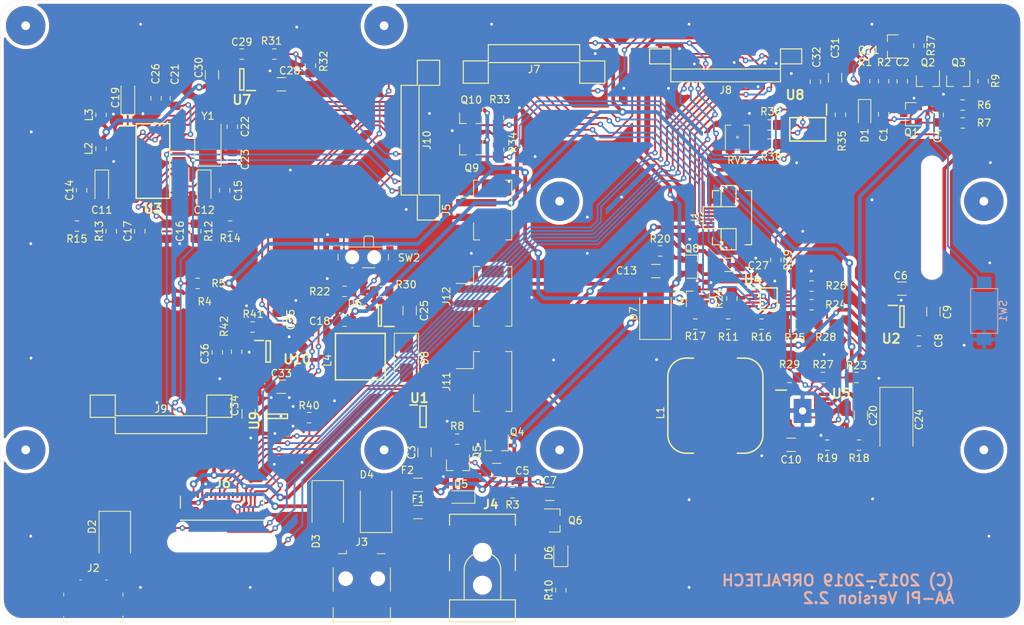
<source format=kicad_pcb>
(kicad_pcb (version 20171130) (host pcbnew 5.0.2-bee76a0~70~ubuntu18.04.1)
  (title_block (title "AA-PI Main Board") (date 2018-10-10) (rev 2.1) (company ORPALTECH) (comment 4 "Author: Sergey Suloev"))
  (layers (0 F.Cu signal) (31 B.Cu signal) (34 B.Paste user) (35 F.Paste user) (36 B.SilkS user) (37 F.SilkS user) (38 B.Mask user) (39 F.Mask user) (44 Edge.Cuts user))
  (net 0 "")
  (net 1 "Net-(C1-Pad2)")
  (net 2 "Net-(C1-Pad1)")
  (net 3 V_SW)
  (net 4 GND)
  (net 5 "Net-(C4-Pad2)")
  (net 6 V_LOAD)
  (net 7 "Net-(C5-Pad2)")
  (net 8 +5V)
  (net 9 V_IN)
  (net 10 +3V3)
  (net 11 "Net-(C11-Pad1)")
  (net 12 "Net-(C12-Pad1)")
  (net 13 "Net-(C16-Pad1)")
  (net 14 "Net-(C17-Pad1)")
  (net 15 "Net-(C19-Pad1)")
  (net 16 "Net-(C22-Pad1)")
  (net 17 "Net-(C23-Pad1)")
  (net 18 LED-A)
  (net 19 "Net-(D1-Pad2)")
  (net 20 "Net-(D6-Pad1)")
  (net 21 "Net-(D6-Pad2)")
  (net 22 "Net-(D8-Pad2)")
  (net 23 LCD_RESET)
  (net 24 I2C_SDA)
  (net 25 I2C_SCL)
  (net 26 "Net-(J2-Pad3)")
  (net 27 "Net-(J2-Pad2)")
  (net 28 "Net-(J2-Pad4)")
  (net 29 "Net-(J3-Pad2)")
  (net 30 "Net-(J3-Pad3)")
  (net 31 "Net-(J3-Pad4)")
  (net 32 "Net-(J6-Pad2)")
  (net 33 "Net-(J6-Pad3)")
  (net 34 TE_OUT)
  (net 35 "Net-(J6-Pad6)")
  (net 36 "Net-(J6-Pad9)")
  (net 37 "Net-(J6-Pad10)")
  (net 38 DSI_D0_N)
  (net 39 DSI_D0_P)
  (net 40 DSI_CLK_N)
  (net 41 DSI_CLK_P)
  (net 42 DSI_D1_N)
  (net 43 DSI_D1_P)
  (net 44 "Net-(J6-Pad21)")
  (net 45 "Net-(J6-Pad22)")
  (net 46 PWM_CABC)
  (net 47 LED-K)
  (net 48 SHDN_CTRL)
  (net 49 CHRG_PG)
  (net 50 CHRG_STAT1)
  (net 51 CHRG_STAT2)
  (net 52 LOW_BATT)
  (net 53 "Net-(J8-Pad12)")
  (net 54 "Net-(J9-Pad5)")
  (net 55 "Net-(J9-Pad7)")
  (net 56 OUT_VV)
  (net 57 OUT_VI)
  (net 58 PWM_MCU)
  (net 59 I2S_BCLK)
  (net 60 I2S_LRCK)
  (net 61 I2S_DIN)
  (net 62 "Net-(J11-Pad1)")
  (net 63 "Net-(L1-Pad2)")
  (net 64 "Net-(Q4-Pad1)")
  (net 65 "Net-(Q5-Pad1)")
  (net 66 "Net-(Q7-Pad3)")
  (net 67 "Net-(R18-Pad1)")
  (net 68 "Net-(R22-Pad1)")
  (net 69 "Net-(R23-Pad1)")
  (net 70 "Net-(R24-Pad1)")
  (net 71 "Net-(R24-Pad2)")
  (net 72 "Net-(R26-Pad1)")
  (net 73 "Net-(U3-Pad2)")
  (net 74 "Net-(U3-Pad4)")
  (net 75 "Net-(U3-Pad5)")
  (net 76 "Net-(U3-Pad8)")
  (net 77 "Net-(U3-Pad9)")
  (net 78 "Net-(U3-Pad10)")
  (net 79 "Net-(U3-Pad11)")
  (net 80 "Net-(U3-Pad12)")
  (net 81 "Net-(U3-Pad13)")
  (net 82 "Net-(U3-Pad17)")
  (net 83 "Net-(U3-Pad18)")
  (net 84 "Net-(U5-Pad16)")
  (net 85 /V_WALL)
  (net 86 /V_USB2)
  (net 87 /V_USB1)
  (net 88 /V_USB)
  (net 89 /V_SUPPLY)
  (net 90 /V_F2)
  (net 91 V_ADC)
  (net 92 "Net-(C29-Pad1)")
  (net 93 ADC_EN)
  (net 94 RADIO_EN)
  (net 95 "Net-(R35-Pad1)")
  (net 96 I2C_SCL_H)
  (net 97 I2C_SDA_H)
  (net 98 "Net-(R36-Pad1)")
  (net 99 SHDN_REQ)
  (net 100 "Net-(J10-Pad8)")
  (net 101 "Net-(J7-Pad6)")
  (net 102 LCD_I2C_SCL)
  (net 103 LCD_I2C_SDA)
  (net 104 LCD_CTP_INT)
  (net 105 "Net-(J8-Pad19)")
  (net 106 "Net-(J10-Pad4)")
  (net 107 "Net-(J8-Pad11)")
  (net 108 "Net-(J8-Pad14)")
  (net 109 "Net-(J8-Pad15)")
  (net 110 "Net-(J8-Pad18)")
  (net 111 "Net-(J8-Pad28)")
  (net 112 "Net-(J8-Pad29)")
  (net 113 "Net-(J8-Pad30)")
  (net 114 BATT2)
  (net 115 "Net-(C31-Pad1)")
  (net 116 BATT1)
  (net 117 V_RADIO)
  (net 118 "Net-(R42-Pad1)")
  (net 119 +2V8)
  (net 120 "Net-(U9-Pad4)")
  (net 121 LCD_EN)
  (net 122 "Net-(C8-Pad1)")
  (net 123 "Net-(J9-Pad6)")
  (net 124 "Net-(J7-Pad8)")
  (net 125 "Net-(J7-Pad9)")
  (module AA-PI-Footprints:PCB-Standoff-Spacer-SMD-M3 (layer F.Cu) (at 103.3 116.2)
    (fp_text reference SS8 hide)
    (fp_text value PCB-Standoff-Spacer-SMD-M3 hide)
    (pad 1 thru_hole circle (at 0 0) (size 5.4 5.4) (drill 1.2) (layers *.Cu *.Mask))
  )
  (module SOT94P279X130-5N (layer F.Cu) (at 174.11 97.96)
    (fp_text reference U2 (at -1.48 3.03) (layer F.SilkS) (effects (font (size 1.27 1.27) (thickness 0.254))))
    (fp_text value RT9193-33GB hide)
    (pad 1 smd rect (at -1.25 -0.94 90) (size 0.65 1.25) (layers F.Cu F.Paste F.Mask) (net 8 +5V))
    (pad 2 smd rect (at -1.25 0 90) (size 0.65 1.25) (layers F.Cu F.Paste F.Mask) (net 4 GND))
    (pad 3 smd rect (at -1.25 0.94 90) (size 0.65 1.25) (layers F.Cu F.Paste F.Mask) (net 8 +5V))
    (pad 4 smd rect (at 1.25 0.94 90) (size 0.65 1.25) (layers F.Cu F.Paste F.Mask) (net 122 "Net-(C8-Pad1)"))
    (pad 5 smd rect (at 1.25 -0.94 90) (size 0.65 1.25) (layers F.Cu F.Paste F.Mask) (net 10 +3V3))
  )
  (module AA-PI-Footprints:C_0805_2012Metric_Pad1.15x1.40mm_HandSolder (layer F.Cu) (at 176.41 101.3)
    (fp_text reference C8 (at 2.71 -0.04 -90) (layer F.SilkS))
    (fp_text value 22n hide)
    (pad 1 smd roundrect (at -1.025 0) (size 1.15 1.4) (layers F.Cu F.Paste F.Mask) (roundrect_rratio 0.217391) (net 122 "Net-(C8-Pad1)"))
    (pad 2 smd roundrect (at 1.025 0) (size 1.15 1.4) (layers F.Cu F.Paste F.Mask) (roundrect_rratio 0.217391) (net 4 GND))
  )
  (module AA-PI-Footprints:C_0805_2012Metric_Pad1.15x1.40mm_HandSolder (layer F.Cu) (at 88.74 98.48 90)
    (fp_text reference C35 (at 0.09 1.8 90) (layer F.SilkS))
    (fp_text value 100n hide)
    (pad 2 smd roundrect (at 1.025 0 90) (size 1.15 1.4) (layers F.Cu F.Paste F.Mask) (roundrect_rratio 0.217391) (net 4 GND))
    (pad 1 smd roundrect (at -1.025 0 90) (size 1.15 1.4) (layers F.Cu F.Paste F.Mask) (roundrect_rratio 0.217391) (net 8 +5V))
  )
  (module AA-PI-Footprints:C_0805_2012Metric_Pad1.15x1.40mm_HandSolder (layer F.Cu) (at 80.5 102.86 270)
    (fp_text reference C36 (at 0.2 1.71 270) (layer F.SilkS))
    (fp_text value 100n hide)
    (pad 1 smd roundrect (at -1.025 0 270) (size 1.15 1.4) (layers F.Cu F.Paste F.Mask) (roundrect_rratio 0.217391) (net 117 V_RADIO))
    (pad 2 smd roundrect (at 1.025 0 270) (size 1.15 1.4) (layers F.Cu F.Paste F.Mask) (roundrect_rratio 0.217391) (net 4 GND))
  )
  (module AA-PI-Footprints:C_1206_3216Metric_Pad1.42x1.75mm_HandSolder (layer F.Cu) (at 89.25 107.56)
    (fp_text reference C33 (at 0 -1.82) (layer F.SilkS))
    (fp_text value 4.7u hide)
    (pad 2 smd roundrect (at 1.4875 0) (size 1.425 1.75) (layers F.Cu F.Paste F.Mask) (roundrect_rratio 0.175439) (net 8 +5V))
    (pad 1 smd roundrect (at -1.4875 0) (size 1.425 1.75) (layers F.Cu F.Paste F.Mask) (roundrect_rratio 0.175439) (net 4 GND))
  )
  (module AA-PI-Footprints:C_1206_3216Metric_Pad1.42x1.75mm_HandSolder (layer F.Cu) (at 178.4 97.29 90)
    (fp_text reference C9 (at -0.07 1.91 90) (layer F.SilkS))
    (fp_text value 22u hide)
    (pad 1 smd roundrect (at -1.4875 0 90) (size 1.425 1.75) (layers F.Cu F.Paste F.Mask) (roundrect_rratio 0.175439) (net 4 GND))
    (pad 2 smd roundrect (at 1.4875 0 90) (size 1.425 1.75) (layers F.Cu F.Paste F.Mask) (roundrect_rratio 0.175439) (net 10 +3V3))
  )
  (module AA-PI-Footprints:C_1206_3216Metric_Pad1.42x1.75mm_HandSolder (layer F.Cu) (at 84.78 111.27 270)
    (fp_text reference C34 (at -1.13 1.92 270) (layer F.SilkS))
    (fp_text value 10u hide)
    (pad 2 smd roundrect (at 1.4875 0 270) (size 1.425 1.75) (layers F.Cu F.Paste F.Mask) (roundrect_rratio 0.175439) (net 119 +2V8))
    (pad 1 smd roundrect (at -1.4875 0 270) (size 1.425 1.75) (layers F.Cu F.Paste F.Mask) (roundrect_rratio 0.175439) (net 4 GND))
  )
  (module AA-PI-Footprints:C_1206_3216Metric_Pad1.42x1.75mm_HandSolder (layer F.Cu) (at 174.1 94.15 180)
    (fp_text reference C6 (at 0.17 1.78 180) (layer F.SilkS))
    (fp_text value 2.2u hide)
    (pad 1 smd roundrect (at -1.4875 0 180) (size 1.425 1.75) (layers F.Cu F.Paste F.Mask) (roundrect_rratio 0.175439) (net 4 GND))
    (pad 2 smd roundrect (at 1.4875 0 180) (size 1.425 1.75) (layers F.Cu F.Paste F.Mask) (roundrect_rratio 0.175439) (net 8 +5V))
  )
  (module AA-PI-Footprints:R_0805_2012Metric_Pad1.15x1.40mm_HandSolder (layer F.Cu) (at 83.14 102.78 90)
    (fp_text reference R42 (at 3.47 -1.7 90) (layer F.SilkS))
    (fp_text value 10K hide)
    (pad 1 smd roundrect (at -1.025 0 90) (size 1.15 1.4) (layers F.Cu F.Paste F.Mask) (roundrect_rratio 0.217391) (net 118 "Net-(R42-Pad1)"))
    (pad 2 smd roundrect (at 1.025 0 90) (size 1.15 1.4) (layers F.Cu F.Paste F.Mask) (roundrect_rratio 0.217391) (net 10 +3V3))
  )
  (module AA-PI-Footprints:R_0805_2012Metric_Pad1.15x1.40mm_HandSolder (layer F.Cu) (at 85.31 99.4 180)
    (fp_text reference R41 (at -0.09 1.77 180) (layer F.SilkS))
    (fp_text value 10K hide)
    (pad 2 smd roundrect (at 1.025 0 180) (size 1.15 1.4) (layers F.Cu F.Paste F.Mask) (roundrect_rratio 0.217391) (net 10 +3V3))
    (pad 1 smd roundrect (at -1.025 0 180) (size 1.15 1.4) (layers F.Cu F.Paste F.Mask) (roundrect_rratio 0.217391) (net 94 RADIO_EN))
  )
  (module AA-PI-Footprints:R_0805_2012Metric_Pad1.15x1.40mm_HandSolder (layer F.Cu) (at 93.04 111.79)
    (fp_text reference R40 (at 0 -1.65) (layer F.SilkS))
    (fp_text value 100K hide)
    (pad 1 smd roundrect (at -1.025 0) (size 1.15 1.4) (layers F.Cu F.Paste F.Mask) (roundrect_rratio 0.217391) (net 121 LCD_EN))
    (pad 2 smd roundrect (at 1.025 0) (size 1.15 1.4) (layers F.Cu F.Paste F.Mask) (roundrect_rratio 0.217391) (net 4 GND))
  )
  (module AA-PI-Footprints:SOT95P280X145-5N (layer F.Cu) (at 88.63 111.6 90)
    (fp_text reference U9 (at -0.6 -3.05 90) (layer F.SilkS) (effects (font (size 1.27 1.27) (thickness 0.254))))
    (fp_text value TLV75728PDBVR hide)
    (pad 5 smd rect (at 1.25 -0.95 180) (size 0.6 1.2) (layers F.Cu F.Paste F.Mask) (net 119 +2V8))
    (pad 4 smd rect (at 1.25 0.95 180) (size 0.6 1.2) (layers F.Cu F.Paste F.Mask) (net 120 "Net-(U9-Pad4)"))
    (pad 3 smd rect (at -1.25 0.95 180) (size 0.6 1.2) (layers F.Cu F.Paste F.Mask) (net 121 LCD_EN))
    (pad 2 smd rect (at -1.25 0 180) (size 0.6 1.2) (layers F.Cu F.Paste F.Mask) (net 4 GND))
    (pad 1 smd rect (at -1.25 -0.95 180) (size 0.6 1.2) (layers F.Cu F.Paste F.Mask) (net 8 +5V))
  )
  (module AA-PI-Footprints:SOT95P280X145-5N (layer F.Cu) (at 87.45 102.74)
    (fp_text reference U10 (at 3.96 1.06) (layer F.SilkS) (effects (font (size 1.27 1.27) (thickness 0.254))))
    (fp_text value TPS2051BDBVR hide)
    (pad 1 smd rect (at -1.25 -0.95 90) (size 0.6 1.2) (layers F.Cu F.Paste F.Mask) (net 117 V_RADIO))
    (pad 2 smd rect (at -1.25 0 90) (size 0.6 1.2) (layers F.Cu F.Paste F.Mask) (net 4 GND))
    (pad 3 smd rect (at -1.25 0.95 90) (size 0.6 1.2) (layers F.Cu F.Paste F.Mask) (net 118 "Net-(R42-Pad1)"))
    (pad 4 smd rect (at 1.25 0.95 90) (size 0.6 1.2) (layers F.Cu F.Paste F.Mask) (net 94 RADIO_EN))
    (pad 5 smd rect (at 1.25 -0.95 90) (size 0.6 1.2) (layers F.Cu F.Paste F.Mask) (net 8 +5V))
  )
  (module AA-PI-Footprints:C_0805_2012Metric_Pad1.15x1.40mm_HandSolder (layer F.Cu) (at 162.27 65.88 270)
    (fp_text reference C32 (at -3.37 -0.17 270) (layer F.SilkS))
    (fp_text value 100n hide)
    (pad 1 smd roundrect (at -1.025 0 270) (size 1.15 1.4) (layers F.Cu F.Paste F.Mask) (roundrect_rratio 0.217391) (net 4 GND))
    (pad 2 smd roundrect (at 1.025 0 270) (size 1.15 1.4) (layers F.Cu F.Paste F.Mask) (roundrect_rratio 0.217391) (net 115 "Net-(C31-Pad1)"))
  )
  (module AA-PI-Footprints:C_1206_3216Metric_Pad1.42x1.75mm_HandSolder (layer F.Cu) (at 164.96 65.32 90)
    (fp_text reference C31 (at 4.08 0.02 90) (layer F.SilkS))
    (fp_text value 10u hide)
    (pad 1 smd roundrect (at -1.4875 0 90) (size 1.425 1.75) (layers F.Cu F.Paste F.Mask) (roundrect_rratio 0.175439) (net 115 "Net-(C31-Pad1)"))
    (pad 2 smd roundrect (at 1.4875 0 90) (size 1.425 1.75) (layers F.Cu F.Paste F.Mask) (roundrect_rratio 0.175439) (net 4 GND))
  )
  (module AA-PI-Footprints:R_0805_2012Metric_Pad1.15x1.40mm_HandSolder (layer F.Cu) (at 156.86 90.23 270)
    (fp_text reference R39 (at 0 -1.65 270) (layer F.SilkS))
    (fp_text value 0.01 hide)
    (pad 2 smd roundrect (at 1.025 0 270) (size 1.15 1.4) (layers F.Cu F.Paste F.Mask) (roundrect_rratio 0.217391) (net 114 BATT2))
    (pad 1 smd roundrect (at -1.025 0 270) (size 1.15 1.4) (layers F.Cu F.Paste F.Mask) (roundrect_rratio 0.217391) (net 116 BATT1))
  )
  (module AA-PI-Footprints:R_0805_2012Metric_Pad1.15x1.40mm_HandSolder (layer F.Cu) (at 156.03 74.39 180)
    (fp_text reference R38 (at -0.2 -1.77) (layer F.SilkS))
    (fp_text value 910 hide)
    (pad 1 smd roundrect (at -1.025 0 180) (size 1.15 1.4) (layers F.Cu F.Paste F.Mask) (roundrect_rratio 0.217391) (net 115 "Net-(C31-Pad1)"))
    (pad 2 smd roundrect (at 1.025 0 180) (size 1.15 1.4) (layers F.Cu F.Paste F.Mask) (roundrect_rratio 0.217391) (net 8 +5V))
  )
  (module AA-PI-Footprints:SOIC127P600X175-8N (layer F.Cu) (at 161.22 72.37 270)
    (fp_text reference U8 (at -4.7 1.73 180) (layer F.SilkS) (effects (font (size 1.27 1.27) (thickness 0.254))))
    (fp_text value MCP3422A0-E_SN hide)
    (pad 1 smd rect (at -2.7 -1.905) (size 0.65 1.5) (layers F.Cu F.Paste F.Mask) (net 95 "Net-(R35-Pad1)"))
    (pad 2 smd rect (at -2.7 -0.635) (size 0.65 1.5) (layers F.Cu F.Paste F.Mask) (net 4 GND))
    (pad 3 smd rect (at -2.7 0.635) (size 0.65 1.5) (layers F.Cu F.Paste F.Mask) (net 115 "Net-(C31-Pad1)"))
    (pad 4 smd rect (at -2.7 1.905) (size 0.65 1.5) (layers F.Cu F.Paste F.Mask) (net 97 I2C_SDA_H))
    (pad 5 smd rect (at 2.7 1.905) (size 0.65 1.5) (layers F.Cu F.Paste F.Mask) (net 96 I2C_SCL_H))
    (pad 6 smd rect (at 2.7 0.635) (size 0.65 1.5) (layers F.Cu F.Paste F.Mask) (net 4 GND))
    (pad 7 smd rect (at 2.7 -0.635) (size 0.65 1.5) (layers F.Cu F.Paste F.Mask) (net 116 BATT1))
    (pad 8 smd rect (at 2.7 -1.905) (size 0.65 1.5) (layers F.Cu F.Paste F.Mask) (net 114 BATT2))
  )
  (module AA-PI-Footprints:FPC-0.5-1-30P_Clamshell_Bottom (layer F.Cu) (at 150 65 180)
    (fp_text reference J8 (at 0 -2 180) (layer F.SilkS))
    (fp_text value "MCU Display Interface")
    (pad 1 smd rect (at -7.25 0 180) (size 0.3 1.3) (layers F.Cu F.Paste F.Mask) (net 4 GND))
    (pad 2 smd rect (at -6.75 0 180) (size 0.3 1.3) (layers F.Cu F.Paste F.Mask) (net 41 DSI_CLK_P))
    (pad 3 smd rect (at -6.25 0 180) (size 0.3 1.3) (layers F.Cu F.Paste F.Mask) (net 40 DSI_CLK_N))
    (pad 4 smd rect (at -5.75 0 180) (size 0.3 1.3) (layers F.Cu F.Paste F.Mask) (net 4 GND))
    (pad 5 smd rect (at -5.25 0 180) (size 0.3 1.3) (layers F.Cu F.Paste F.Mask) (net 39 DSI_D0_P))
    (pad 6 smd rect (at -4.75 0 180) (size 0.3 1.3) (layers F.Cu F.Paste F.Mask) (net 38 DSI_D0_N))
    (pad 7 smd rect (at -4.25 0 180) (size 0.3 1.3) (layers F.Cu F.Paste F.Mask) (net 4 GND))
    (pad 8 smd rect (at -3.75 0 180) (size 0.3 1.3) (layers F.Cu F.Paste F.Mask) (net 43 DSI_D1_P))
    (pad 9 smd rect (at -3.25 0 180) (size 0.3 1.3) (layers F.Cu F.Paste F.Mask) (net 42 DSI_D1_N))
    (pad 10 smd rect (at -2.75 0 180) (size 0.3 1.3) (layers F.Cu F.Paste F.Mask) (net 4 GND))
    (pad 11 smd rect (at -2.25 0 180) (size 0.3 1.3) (layers F.Cu F.Paste F.Mask) (net 107 "Net-(J8-Pad11)"))
    (pad 12 smd rect (at -1.75 0 180) (size 0.3 1.3) (layers F.Cu F.Paste F.Mask) (net 53 "Net-(J8-Pad12)"))
    (pad 13 smd rect (at -1.25 0 180) (size 0.3 1.3) (layers F.Cu F.Paste F.Mask) (net 4 GND))
    (pad 14 smd rect (at -0.75 0 180) (size 0.3 1.3) (layers F.Cu F.Paste F.Mask) (net 108 "Net-(J8-Pad14)"))
    (pad 15 smd rect (at -0.25 0 180) (size 0.3 1.3) (layers F.Cu F.Paste F.Mask) (net 109 "Net-(J8-Pad15)"))
    (pad 16 smd rect (at 0.25 0 180) (size 0.3 1.3) (layers F.Cu F.Paste F.Mask) (net 4 GND))
    (pad 17 smd rect (at 0.75 0 180) (size 0.3 1.3) (layers F.Cu F.Paste F.Mask) (net 4 GND))
    (pad 18 smd rect (at 1.25 0 180) (size 0.3 1.3) (layers F.Cu F.Paste F.Mask) (net 110 "Net-(J8-Pad18)"))
    (pad 19 smd rect (at 1.75 0 180) (size 0.3 1.3) (layers F.Cu F.Paste F.Mask) (net 105 "Net-(J8-Pad19)"))
    (pad 20 smd rect (at 2.25 0 180) (size 0.3 1.3) (layers F.Cu F.Paste F.Mask) (net 4 GND))
    (pad 21 smd rect (at 2.75 0 180) (size 0.3 1.3) (layers F.Cu F.Paste F.Mask) (net 23 LCD_RESET))
    (pad 22 smd rect (at 3.25 0 180) (size 0.3 1.3) (layers F.Cu F.Paste F.Mask) (net 4 GND))
    (pad 23 smd rect (at 3.75 0 180) (size 0.3 1.3) (layers F.Cu F.Paste F.Mask) (net 104 LCD_CTP_INT))
    (pad 24 smd rect (at 4.25 0 180) (size 0.3 1.3) (layers F.Cu F.Paste F.Mask) (net 4 GND))
    (pad 25 smd rect (at 4.75 0 180) (size 0.3 1.3) (layers F.Cu F.Paste F.Mask) (net 102 LCD_I2C_SCL))
    (pad 26 smd rect (at 5.25 0 180) (size 0.3 1.3) (layers F.Cu F.Paste F.Mask) (net 103 LCD_I2C_SDA))
    (pad 27 smd rect (at 5.75 0 180) (size 0.3 1.3) (layers F.Cu F.Paste F.Mask) (net 4 GND))
    (pad 28 smd rect (at 6.25 0 180) (size 0.3 1.3) (layers F.Cu F.Paste F.Mask) (net 111 "Net-(J8-Pad28)"))
    (pad 29 smd rect (at 6.75 0 180) (size 0.3 1.3) (layers F.Cu F.Paste F.Mask) (net 112 "Net-(J8-Pad29)"))
    (pad 30 smd rect (at 7.25 0 180) (size 0.3 1.3) (layers F.Cu F.Paste F.Mask) (net 113 "Net-(J8-Pad30)"))
    (pad SH smd rect (at -8.95 2.68 180) (size 2 1.6) (layers F.Cu F.Paste F.Mask) (net 4 GND))
    (pad SH smd rect (at 8.95 2.68 180) (size 2 1.6) (layers F.Cu F.Paste F.Mask) (net 4 GND))
  )
  (module AA-PI-Footprints:1.25-AB-SMT-10pin-Vertical (layer F.Cu) (at 123.8 62.02)
    (fp_text reference J7 (at 0 2.15) (layer F.SilkS))
    (fp_text value "Power Control")
    (pad 1 smd rect (at -5.625 0) (size 0.8 2) (layers F.Cu F.Paste F.Mask) (net 48 SHDN_CTRL))
    (pad 2 smd rect (at -4.375 0) (size 0.8 2) (layers F.Cu F.Paste F.Mask) (net 49 CHRG_PG))
    (pad 3 smd rect (at -3.125 0) (size 0.8 2) (layers F.Cu F.Paste F.Mask) (net 50 CHRG_STAT1))
    (pad 4 smd rect (at -1.875 0) (size 0.8 2) (layers F.Cu F.Paste F.Mask) (net 51 CHRG_STAT2))
    (pad 5 smd rect (at -0.625 0) (size 0.8 2) (layers F.Cu F.Paste F.Mask) (net 52 LOW_BATT))
    (pad 6 smd rect (at 0.625 0) (size 0.8 2) (layers F.Cu F.Paste F.Mask) (net 101 "Net-(J7-Pad6)"))
    (pad 7 smd rect (at 1.875 0) (size 0.8 2) (layers F.Cu F.Paste F.Mask) (net 99 SHDN_REQ))
    (pad 8 smd rect (at 3.125 0) (size 0.8 2) (layers F.Cu F.Paste F.Mask) (net 124 "Net-(J7-Pad8)"))
    (pad 9 smd rect (at 4.375 0) (size 0.8 2) (layers F.Cu F.Paste F.Mask) (net 125 "Net-(J7-Pad9)"))
    (pad 10 smd rect (at 5.625 0) (size 0.8 2) (layers F.Cu F.Paste F.Mask) (net 4 GND))
    (pad SH smd rect (at -8.125 2.6) (size 2.2 2.6) (layers F.Cu F.Paste F.Mask) (net 4 GND))
    (pad SH smd rect (at 8.125 2.6) (size 2.2 2.6) (layers F.Cu F.Paste F.Mask) (net 4 GND))
  )
  (module AA-PI-Footprints:R_0805_2012Metric_Pad1.15x1.40mm_HandSolder (layer F.Cu) (at 176.42 60.93 270)
    (fp_text reference R37 (at 0 -1.65 270) (layer F.SilkS))
    (fp_text value 10K hide)
    (pad 1 smd roundrect (at -1.025 0 270) (size 1.15 1.4) (layers F.Cu F.Paste F.Mask) (roundrect_rratio 0.217391) (net 99 SHDN_REQ))
    (pad 2 smd roundrect (at 1.025 0 270) (size 1.15 1.4) (layers F.Cu F.Paste F.Mask) (roundrect_rratio 0.217391) (net 10 +3V3))
  )
  (module AA-PI-Footprints:SOT-23 (layer F.Cu) (at 172.88 61.03 180)
    (fp_text reference Q11 (at 3.32 -0.51 180) (layer F.SilkS))
    (fp_text value IRLML6244 hide)
    (pad 1 smd rect (at -1 -0.95 180) (size 1 0.8) (layers F.Cu F.Paste F.Mask) (net 10 +3V3))
    (pad 2 smd rect (at -1 0.95 180) (size 1 0.8) (layers F.Cu F.Paste F.Mask) (net 99 SHDN_REQ))
    (pad 3 smd rect (at 1 0 180) (size 1 0.8) (layers F.Cu F.Paste F.Mask) (net 2 "Net-(C1-Pad1)"))
  )
  (module AA-PI-Footprints:R_0805_2012Metric_Pad1.15x1.40mm_HandSolder (layer F.Cu) (at 118.97 75.16 90)
    (fp_text reference R34 (at 0.97 1.93 90) (layer F.SilkS))
    (fp_text value 10K hide)
    (pad 2 smd roundrect (at 1.025 0 90) (size 1.15 1.4) (layers F.Cu F.Paste F.Mask) (roundrect_rratio 0.217391) (net 8 +5V))
    (pad 1 smd roundrect (at -1.025 0 90) (size 1.15 1.4) (layers F.Cu F.Paste F.Mask) (roundrect_rratio 0.217391) (net 96 I2C_SCL_H))
  )
  (module AA-PI-Footprints:R_0805_2012Metric_Pad1.15x1.40mm_HandSolder (layer F.Cu) (at 118.94 70.77 90)
    (fp_text reference R33 (at 2.48 0.18) (layer F.SilkS))
    (fp_text value 10K hide)
    (pad 1 smd roundrect (at -1.025 0 90) (size 1.15 1.4) (layers F.Cu F.Paste F.Mask) (roundrect_rratio 0.217391) (net 97 I2C_SDA_H))
    (pad 2 smd roundrect (at 1.025 0 90) (size 1.15 1.4) (layers F.Cu F.Paste F.Mask) (roundrect_rratio 0.217391) (net 8 +5V))
  )
  (module AA-PI-Footprints:R_0805_2012Metric_Pad1.15x1.40mm_HandSolder (layer F.Cu) (at 156.01 71.77)
    (fp_text reference R36 (at 0.17 -1.83) (layer F.SilkS))
    (fp_text value 380K hide)
    (pad 2 smd roundrect (at 1.025 0) (size 1.15 1.4) (layers F.Cu F.Paste F.Mask) (roundrect_rratio 0.217391) (net 95 "Net-(R35-Pad1)"))
    (pad 1 smd roundrect (at -1.025 0) (size 1.15 1.4) (layers F.Cu F.Paste F.Mask) (roundrect_rratio 0.217391) (net 98 "Net-(R36-Pad1)"))
  )
  (module AA-PI-Footprints:R_0805_2012Metric_Pad1.15x1.40mm_HandSolder (layer F.Cu) (at 165.7 70.38 270)
    (fp_text reference R35 (at 3.59 -0.21 270) (layer F.SilkS))
    (fp_text value 500K hide)
    (pad 1 smd roundrect (at -1.025 0 270) (size 1.15 1.4) (layers F.Cu F.Paste F.Mask) (roundrect_rratio 0.217391) (net 95 "Net-(R35-Pad1)"))
    (pad 2 smd roundrect (at 1.025 0 270) (size 1.15 1.4) (layers F.Cu F.Paste F.Mask) (roundrect_rratio 0.217391) (net 116 BATT1))
  )
  (module AA-PI-Footprints:SMD-Potentiometer-Trimmer-B6W-3x3T (layer F.Cu) (at 151.61 73.45)
    (fp_text reference RV1 (at 0 3.14) (layer F.SilkS))
    (fp_text value 200K hide)
    (pad 2 smd rect (at 0 -1.65) (size 1.6 1.5) (layers F.Cu F.Paste F.Mask) (net 98 "Net-(R36-Pad1)"))
    (pad 1 smd rect (at -1 1.6) (size 1.2 1.2) (layers F.Cu F.Paste F.Mask) (net 4 GND))
    (pad 3 smd rect (at 1 1.6) (size 1.2 1.2) (layers F.Cu F.Paste F.Mask) (net 98 "Net-(R36-Pad1)"))
  )
  (module AA-PI-Footprints:SOT-23 (layer F.Cu) (at 115.21 75.1 270)
    (fp_text reference Q9 (at 2.55 -0.08 180) (layer F.SilkS))
    (fp_text value IRLML6244 hide)
    (pad 3 smd rect (at 1 0 270) (size 1 0.8) (layers F.Cu F.Paste F.Mask) (net 96 I2C_SCL_H))
    (pad 2 smd rect (at -1 0.95 270) (size 1 0.8) (layers F.Cu F.Paste F.Mask) (net 24 I2C_SDA))
    (pad 1 smd rect (at -1 -0.95 270) (size 1 0.8) (layers F.Cu F.Paste F.Mask) (net 10 +3V3))
  )
  (module AA-PI-Footprints:SOT-23 (layer F.Cu) (at 115.21 70.81 270)
    (fp_text reference Q10 (at -2.46 -0.01 180) (layer F.SilkS))
    (fp_text value IRLML6244 hide)
    (pad 1 smd rect (at -1 -0.95 270) (size 1 0.8) (layers F.Cu F.Paste F.Mask) (net 10 +3V3))
    (pad 2 smd rect (at -1 0.95 270) (size 1 0.8) (layers F.Cu F.Paste F.Mask) (net 25 I2C_SCL))
    (pad 3 smd rect (at 1 0 270) (size 1 0.8) (layers F.Cu F.Paste F.Mask) (net 97 I2C_SDA_H))
  )
  (module AA-PI-Footprints:R_0805_2012Metric_Pad1.15x1.40mm_HandSolder (layer F.Cu) (at 93.24 63.66 90)
    (fp_text reference R32 (at 0.59 1.8 90) (layer F.SilkS))
    (fp_text value 0)
    (pad 1 smd roundrect (at -1.025 0 90) (size 1.15 1.4) (layers F.Cu F.Paste F.Mask) (roundrect_rratio 0.217391) (net 8 +5V))
    (pad 2 smd roundrect (at 1.025 0 90) (size 1.15 1.4) (layers F.Cu F.Paste F.Mask) (roundrect_rratio 0.217391) (net 93 ADC_EN))
  )
  (module SOT94P279X130-5N (layer F.Cu) (at 83.85 65.55 180)
    (fp_text reference U7 (at 0 -2.794 180) (layer F.SilkS) (effects (font (size 1.27 1.27) (thickness 0.254))))
    (fp_text value RT9193-2HPB hide)
    (pad 1 smd rect (at -1.25 -0.94 270) (size 0.65 1.25) (layers F.Cu F.Paste F.Mask) (net 8 +5V))
    (pad 2 smd rect (at -1.25 0 270) (size 0.65 1.25) (layers F.Cu F.Paste F.Mask) (net 4 GND))
    (pad 3 smd rect (at -1.25 0.94 270) (size 0.65 1.25) (layers F.Cu F.Paste F.Mask) (net 93 ADC_EN))
    (pad 4 smd rect (at 1.25 0.94 270) (size 0.65 1.25) (layers F.Cu F.Paste F.Mask) (net 92 "Net-(C29-Pad1)"))
    (pad 5 smd rect (at 1.25 -0.94 270) (size 0.65 1.25) (layers F.Cu F.Paste F.Mask) (net 91 V_ADC))
  )
  (module AA-PI-Footprints:C_0805_2012Metric_Pad1.15x1.40mm_HandSolder (layer F.Cu) (at 83.85 62.08)
    (fp_text reference C29 (at 0 -1.65) (layer F.SilkS))
    (fp_text value 22n hide)
    (pad 1 smd roundrect (at -1.025 0) (size 1.15 1.4) (layers F.Cu F.Paste F.Mask) (roundrect_rratio 0.217391) (net 92 "Net-(C29-Pad1)"))
    (pad 2 smd roundrect (at 1.025 0) (size 1.15 1.4) (layers F.Cu F.Paste F.Mask) (roundrect_rratio 0.217391) (net 4 GND))
  )
  (module AA-PI-Footprints:C_1206_3216Metric_Pad1.42x1.75mm_HandSolder (layer F.Cu) (at 79.77 64.93 270)
    (fp_text reference C30 (at -1.01 1.8 270) (layer F.SilkS))
    (fp_text value 10u hide)
    (pad 2 smd roundrect (at 1.4875 0 270) (size 1.425 1.75) (layers F.Cu F.Paste F.Mask) (roundrect_rratio 0.175439) (net 91 V_ADC))
    (pad 1 smd roundrect (at -1.4875 0 270) (size 1.425 1.75) (layers F.Cu F.Paste F.Mask) (roundrect_rratio 0.175439) (net 4 GND))
  )
  (module AA-PI-Footprints:C_1206_3216Metric_Pad1.42x1.75mm_HandSolder (layer F.Cu) (at 89.26 66.21 180)
    (fp_text reference C28 (at -1.14 1.86 180) (layer F.SilkS))
    (fp_text value 2.2u hide)
    (pad 1 smd roundrect (at -1.4875 0 180) (size 1.425 1.75) (layers F.Cu F.Paste F.Mask) (roundrect_rratio 0.175439) (net 4 GND))
    (pad 2 smd roundrect (at 1.4875 0 180) (size 1.425 1.75) (layers F.Cu F.Paste F.Mask) (roundrect_rratio 0.175439) (net 8 +5V))
  )
  (module AA-PI-Footprints:R_0805_2012Metric_Pad1.15x1.40mm_HandSolder (layer F.Cu) (at 88.305 62.08 180)
    (fp_text reference R31 (at 0.405 1.8 180) (layer F.SilkS))
    (fp_text value 75K hide)
    (pad 1 smd roundrect (at -1.025 0 180) (size 1.15 1.4) (layers F.Cu F.Paste F.Mask) (roundrect_rratio 0.217391) (net 93 ADC_EN))
    (pad 2 smd roundrect (at 1.025 0 180) (size 1.15 1.4) (layers F.Cu F.Paste F.Mask) (roundrect_rratio 0.217391) (net 4 GND))
  )
  (module AA-PI-Footprints:SOT95P270X145-5N (layer F.Cu) (at 102.728 97.828 180)
    (fp_text reference U6 (at 3.408 1.658 180) (layer F.SilkS))
    (fp_text value FAN5333B hide)
    (pad 5 smd rect (at 1.25 -0.95 270) (size 0.6 1.4) (layers F.Cu F.Paste F.Mask) (net 8 +5V))
    (pad 4 smd rect (at 1.25 0.95 270) (size 0.6 1.4) (layers F.Cu F.Paste F.Mask) (net 68 "Net-(R22-Pad1)"))
    (pad 3 smd rect (at -1.25 0.95 270) (size 0.6 1.4) (layers F.Cu F.Paste F.Mask) (net 47 LED-K))
    (pad 2 smd rect (at -1.25 0 270) (size 0.6 1.4) (layers F.Cu F.Paste F.Mask) (net 4 GND))
    (pad 1 smd rect (at -1.25 -0.95 270) (size 0.6 1.4) (layers F.Cu F.Paste F.Mask) (net 22 "Net-(D8-Pad2)"))
  )
  (module AA-PI-Footprints:C_0805_2012Metric_Pad1.15x1.40mm_HandSolder (layer F.Cu) (at 82.55 76.5 90)
    (fp_text reference C23 (at 0 1.75 90) (layer F.SilkS))
    (fp_text value 22p hide)
    (pad 1 smd roundrect (at -1.025 0 90) (size 1.15 1.4) (layers F.Cu F.Paste F.Mask) (roundrect_rratio 0.217391) (net 17 "Net-(C23-Pad1)"))
    (pad 2 smd roundrect (at 1.025 0 90) (size 1.15 1.4) (layers F.Cu F.Paste F.Mask) (roundrect_rratio 0.217391) (net 4 GND))
  )
  (module AA-PI-Footprints:SOT95P280X100-6N (layer F.Cu) (at 108.63 111.64)
    (fp_text reference U1 (at -0.508 -2.54) (layer F.SilkS) (effects (font (size 1.27 1.27) (thickness 0.254))))
    (fp_text value LTC4412 hide)
    (pad 6 smd rect (at 1.3 -0.95 90) (size 0.55 1.05) (layers F.Cu F.Paste F.Mask) (net 9 V_IN))
    (pad 5 smd rect (at 1.3 0 90) (size 0.55 1.05) (layers F.Cu F.Paste F.Mask) (net 64 "Net-(Q4-Pad1)"))
    (pad 4 smd rect (at 1.3 0.95 90) (size 0.55 1.05) (layers F.Cu F.Paste F.Mask) (net 65 "Net-(Q5-Pad1)"))
    (pad 3 smd rect (at -1.3 0.95 90) (size 0.55 1.05) (layers F.Cu F.Paste F.Mask) (net 4 GND))
    (pad 2 smd rect (at -1.3 0 90) (size 0.55 1.05) (layers F.Cu F.Paste F.Mask) (net 4 GND))
    (pad 1 smd rect (at -1.3 -0.95 90) (size 0.55 1.05) (layers F.Cu F.Paste F.Mask) (net 88 /V_USB))
  )
  (module AA-PI-Footprints:SOP65P780X200-28N (layer F.Cu) (at 71.7 76.7)
    (fp_text reference U3 (at 0 6.5) (layer F.SilkS) (effects (font (size 1.27 1.27) (thickness 0.254))))
    (fp_text value WM8731 hide)
    (pad 28 smd rect (at 3.55 -4.225 90) (size 0.45 1.8) (layers F.Cu F.Paste F.Mask) (net 4 GND))
    (pad 27 smd rect (at 3.55 -3.575 90) (size 0.45 1.8) (layers F.Cu F.Paste F.Mask) (net 15 "Net-(C19-Pad1)"))
    (pad 26 smd rect (at 3.55 -2.925 90) (size 0.45 1.8) (layers F.Cu F.Paste F.Mask) (net 16 "Net-(C22-Pad1)"))
    (pad 25 smd rect (at 3.55 -2.275 90) (size 0.45 1.8) (layers F.Cu F.Paste F.Mask) (net 17 "Net-(C23-Pad1)"))
    (pad 24 smd rect (at 3.55 -1.625 90) (size 0.45 1.8) (layers F.Cu F.Paste F.Mask) (net 25 I2C_SCL))
    (pad 23 smd rect (at 3.55 -0.975 90) (size 0.45 1.8) (layers F.Cu F.Paste F.Mask) (net 24 I2C_SDA))
    (pad 22 smd rect (at 3.55 -0.325 90) (size 0.45 1.8) (layers F.Cu F.Paste F.Mask) (net 4 GND))
    (pad 21 smd rect (at 3.55 0.325 90) (size 0.45 1.8) (layers F.Cu F.Paste F.Mask) (net 4 GND))
    (pad 20 smd rect (at 3.55 0.975 90) (size 0.45 1.8) (layers F.Cu F.Paste F.Mask) (net 13 "Net-(C16-Pad1)"))
    (pad 19 smd rect (at 3.55 1.625 90) (size 0.45 1.8) (layers F.Cu F.Paste F.Mask) (net 14 "Net-(C17-Pad1)"))
    (pad 18 smd rect (at 3.55 2.275 90) (size 0.45 1.8) (layers F.Cu F.Paste F.Mask) (net 83 "Net-(U3-Pad18)"))
    (pad 17 smd rect (at 3.55 2.925 90) (size 0.45 1.8) (layers F.Cu F.Paste F.Mask) (net 82 "Net-(U3-Pad17)"))
    (pad 16 smd rect (at 3.55 3.575 90) (size 0.45 1.8) (layers F.Cu F.Paste F.Mask) (net 12 "Net-(C12-Pad1)"))
    (pad 15 smd rect (at 3.55 4.225 90) (size 0.45 1.8) (layers F.Cu F.Paste F.Mask) (net 4 GND))
    (pad 14 smd rect (at -3.55 4.225 90) (size 0.45 1.8) (layers F.Cu F.Paste F.Mask) (net 11 "Net-(C11-Pad1)"))
    (pad 13 smd rect (at -3.55 3.575 90) (size 0.45 1.8) (layers F.Cu F.Paste F.Mask) (net 81 "Net-(U3-Pad13)"))
    (pad 12 smd rect (at -3.55 2.925 90) (size 0.45 1.8) (layers F.Cu F.Paste F.Mask) (net 80 "Net-(U3-Pad12)"))
    (pad 11 smd rect (at -3.55 2.275 90) (size 0.45 1.8) (layers F.Cu F.Paste F.Mask) (net 79 "Net-(U3-Pad11)"))
    (pad 10 smd rect (at -3.55 1.625 90) (size 0.45 1.8) (layers F.Cu F.Paste F.Mask) (net 78 "Net-(U3-Pad10)"))
    (pad 9 smd rect (at -3.55 0.975 90) (size 0.45 1.8) (layers F.Cu F.Paste F.Mask) (net 77 "Net-(U3-Pad9)"))
    (pad 8 smd rect (at -3.55 0.325 90) (size 0.45 1.8) (layers F.Cu F.Paste F.Mask) (net 76 "Net-(U3-Pad8)"))
    (pad 7 smd rect (at -3.55 -0.325 90) (size 0.45 1.8) (layers F.Cu F.Paste F.Mask) (net 60 I2S_LRCK))
    (pad 6 smd rect (at -3.55 -0.975 90) (size 0.45 1.8) (layers F.Cu F.Paste F.Mask) (net 61 I2S_DIN))
    (pad 5 smd rect (at -3.55 -1.625 90) (size 0.45 1.8) (layers F.Cu F.Paste F.Mask) (net 75 "Net-(U3-Pad5)"))
    (pad 4 smd rect (at -3.55 -2.275 90) (size 0.45 1.8) (layers F.Cu F.Paste F.Mask) (net 74 "Net-(U3-Pad4)"))
    (pad 3 smd rect (at -3.55 -2.925 90) (size 0.45 1.8) (layers F.Cu F.Paste F.Mask) (net 59 I2S_BCLK))
    (pad 2 smd rect (at -3.55 -3.575 90) (size 0.45 1.8) (layers F.Cu F.Paste F.Mask) (net 73 "Net-(U3-Pad2)"))
    (pad 1 smd rect (at -3.55 -4.225 90) (size 0.45 1.8) (layers F.Cu F.Paste F.Mask) (net 15 "Net-(C19-Pad1)"))
  )
  (module AA-PI-Footprints:SOP65P640X120-17N (layer F.Cu) (at 160.52 110.872)
    (fp_text reference U5 (at 5.28 -2.372) (layer F.SilkS) (effects (font (size 1.27 1.27) (thickness 0.254))))
    (fp_text value TPS61030PWP hide)
    (pad 17 thru_hole rect (at 0 0) (size 2.41 3.29) (drill 1) (layers *.Cu *.Mask) (net 4 GND))
    (pad 16 smd rect (at 2.938 -2.275 90) (size 0.45 1.475) (layers F.Cu F.Paste F.Mask) (net 84 "Net-(U5-Pad16)"))
    (pad 15 smd rect (at 2.938 -1.625 90) (size 0.45 1.475) (layers F.Cu F.Paste F.Mask) (net 8 +5V))
    (pad 14 smd rect (at 2.938 -0.975 90) (size 0.45 1.475) (layers F.Cu F.Paste F.Mask) (net 8 +5V))
    (pad 13 smd rect (at 2.938 -0.325 90) (size 0.45 1.475) (layers F.Cu F.Paste F.Mask) (net 8 +5V))
    (pad 12 smd rect (at 2.938 0.325 90) (size 0.45 1.475) (layers F.Cu F.Paste F.Mask) (net 69 "Net-(R23-Pad1)"))
    (pad 11 smd rect (at 2.938 0.975 90) (size 0.45 1.475) (layers F.Cu F.Paste F.Mask) (net 4 GND))
    (pad 10 smd rect (at 2.938 1.625 90) (size 0.45 1.475) (layers F.Cu F.Paste F.Mask) (net 52 LOW_BATT))
    (pad 9 smd rect (at 2.938 2.275 90) (size 0.45 1.475) (layers F.Cu F.Paste F.Mask) (net 6 V_LOAD))
    (pad 8 smd rect (at -2.938 2.275 90) (size 0.45 1.475) (layers F.Cu F.Paste F.Mask) (net 4 GND))
    (pad 7 smd rect (at -2.938 1.625 90) (size 0.45 1.475) (layers F.Cu F.Paste F.Mask) (net 67 "Net-(R18-Pad1)"))
    (pad 6 smd rect (at -2.938 0.975 90) (size 0.45 1.475) (layers F.Cu F.Paste F.Mask) (net 6 V_LOAD))
    (pad 5 smd rect (at -2.938 0.325 90) (size 0.45 1.475) (layers F.Cu F.Paste F.Mask) (net 4 GND))
    (pad 4 smd rect (at -2.938 -0.325 90) (size 0.45 1.475) (layers F.Cu F.Paste F.Mask) (net 4 GND))
    (pad 3 smd rect (at -2.938 -0.975 90) (size 0.45 1.475) (layers F.Cu F.Paste F.Mask) (net 4 GND))
    (pad 2 smd rect (at -2.938 -1.625 90) (size 0.45 1.475) (layers F.Cu F.Paste F.Mask) (net 63 "Net-(L1-Pad2)"))
    (pad 1 smd rect (at -2.938 -2.275 90) (size 0.45 1.475) (layers F.Cu F.Paste F.Mask) (net 63 "Net-(L1-Pad2)"))
  )
  (module AA-PI-Footprints:DC-050-SMD-Power-Jack (layer F.Cu) (at 116.75 139.7 90)
    (fp_text reference J4 (at 15.35 -0.05) (layer F.SilkS) (effects (font (size 1.2065 1.2065) (thickness 0.254)) (justify left bottom)))
    (fp_text value "Wall adapter" hide)
    (pad 1 smd rect (at 5 -5.7 90) (size 2.8 2.4) (layers F.Cu F.Paste F.Mask) (net 85 /V_WALL))
    (pad 2 smd rect (at 5 5.7 90) (size 2.8 2.4) (layers F.Cu F.Paste F.Mask) (net 4 GND))
    (pad 4 smd rect (at 11.2 -5.7 90) (size 2.8 2.4) (layers F.Cu F.Paste F.Mask))
    (pad 3 smd rect (at 11.2 5.7 90) (size 2.8 2.4) (layers F.Cu F.Paste F.Mask) (net 4 GND))
    (pad "" np_thru_hole circle (at 5 0 90) (size 1.6 1.6) (drill 1.6) (layers *.Cu *.Mask))
    (pad "" np_thru_hole circle (at 9.5 0 90) (size 1.6 1.6) (drill 1.6) (layers *.Cu *.Mask))
  )
  (module AA-PI-Footprints:FH26W-33S-0.3SHW (layer F.Cu) (at 81.15 125.81)
    (fp_text reference J6 (at 0.112999 -5.08) (layer F.SilkS) (effects (font (size 1.27 1.27) (thickness 0.254))))
    (fp_text value "LCD Interface" hide)
    (pad SH1 smd rect (at -5.53 -0.8375) (size 0.6 1) (layers F.Cu F.Paste F.Mask) (net 4 GND))
    (pad SH2 smd rect (at 5.53 -0.838) (size 0.6 1) (layers F.Cu F.Paste F.Mask) (net 4 GND))
    (pad 33 smd rect (at 4.8 -0.5625) (size 0.3 1) (layers F.Cu F.Paste F.Mask) (net 4 GND))
    (pad 32 smd rect (at 4.5 -3.4375) (size 0.3 0.8) (layers F.Cu F.Paste F.Mask) (net 18 LED-A))
    (pad 31 smd rect (at 4.2 -0.5625) (size 0.3 1) (layers F.Cu F.Paste F.Mask) (net 18 LED-A))
    (pad 30 smd rect (at 3.9 -3.4375) (size 0.3 0.8) (layers F.Cu F.Paste F.Mask) (net 47 LED-K))
    (pad 29 smd rect (at 3.6 -0.5625) (size 0.3 1) (layers F.Cu F.Paste F.Mask) (net 47 LED-K))
    (pad 28 smd rect (at 3.3 -3.4375) (size 0.3 0.8) (layers F.Cu F.Paste F.Mask) (net 119 +2V8))
    (pad 27 smd rect (at 3 -0.5625) (size 0.3 1) (layers F.Cu F.Paste F.Mask) (net 119 +2V8))
    (pad 26 smd rect (at 2.7 -3.4375) (size 0.3 0.8) (layers F.Cu F.Paste F.Mask) (net 4 GND))
    (pad 25 smd rect (at 2.4 -0.5625) (size 0.3 1) (layers F.Cu F.Paste F.Mask) (net 46 PWM_CABC))
    (pad 24 smd rect (at 2.1 -3.4375) (size 0.3 0.8) (layers F.Cu F.Paste F.Mask) (net 23 LCD_RESET))
    (pad 23 smd rect (at 1.8 -0.5625) (size 0.3 1) (layers F.Cu F.Paste F.Mask) (net 4 GND))
    (pad 22 smd rect (at 1.5 -3.4375) (size 0.3 0.8) (layers F.Cu F.Paste F.Mask) (net 45 "Net-(J6-Pad22)"))
    (pad 21 smd rect (at 1.2 -0.5625) (size 0.3 1) (layers F.Cu F.Paste F.Mask) (net 44 "Net-(J6-Pad21)"))
    (pad 20 smd rect (at 0.9 -3.4375) (size 0.3 0.8) (layers F.Cu F.Paste F.Mask) (net 4 GND))
    (pad 19 smd rect (at 0.6 -0.5625) (size 0.3 1) (layers F.Cu F.Paste F.Mask) (net 43 DSI_D1_P))
    (pad 18 smd rect (at 0.3 -3.4375) (size 0.3 0.8) (layers F.Cu F.Paste F.Mask) (net 42 DSI_D1_N))
    (pad 17 smd rect (at 0 -0.5625) (size 0.3 1) (layers F.Cu F.Paste F.Mask) (net 4 GND))
    (pad 16 smd rect (at -0.3 -3.4375) (size 0.3 0.8) (layers F.Cu F.Paste F.Mask) (net 41 DSI_CLK_P))
    (pad 15 smd rect (at -0.6 -0.5625) (size 0.3 1) (layers F.Cu F.Paste F.Mask) (net 40 DSI_CLK_N))
    (pad 14 smd rect (at -0.9 -3.4375) (size 0.3 0.8) (layers F.Cu F.Paste F.Mask) (net 4 GND))
    (pad 13 smd rect (at -1.2 -0.5625) (size 0.3 1) (layers F.Cu F.Paste F.Mask) (net 39 DSI_D0_P))
    (pad 12 smd rect (at -1.5 -3.4375) (size 0.3 0.8) (layers F.Cu F.Paste F.Mask) (net 38 DSI_D0_N))
    (pad 11 smd rect (at -1.8 -0.5625) (size 0.3 1) (layers F.Cu F.Paste F.Mask) (net 4 GND))
    (pad 10 smd rect (at -2.1 -3.4375) (size 0.3 0.8) (layers F.Cu F.Paste F.Mask) (net 37 "Net-(J6-Pad10)"))
    (pad 9 smd rect (at -2.4 -0.5625) (size 0.3 1) (layers F.Cu F.Paste F.Mask) (net 36 "Net-(J6-Pad9)"))
    (pad 8 smd rect (at -2.7 -3.4375) (size 0.3 0.8) (layers F.Cu F.Paste F.Mask) (net 4 GND))
    (pad 7 smd rect (at -3 -0.5625) (size 0.3 1) (layers F.Cu F.Paste F.Mask) (net 4 GND))
    (pad 6 smd rect (at -3.3 -3.4375) (size 0.3 0.8) (layers F.Cu F.Paste F.Mask) (net 35 "Net-(J6-Pad6)"))
    (pad 5 smd rect (at -3.6 -0.5625) (size 0.3 1) (layers F.Cu F.Paste F.Mask) (net 34 TE_OUT))
    (pad 4 smd rect (at -3.9 -3.4375) (size 0.3 0.8) (layers F.Cu F.Paste F.Mask) (net 119 +2V8))
    (pad 3 smd rect (at -4.2 -0.5625) (size 0.3 1) (layers F.Cu F.Paste F.Mask) (net 33 "Net-(J6-Pad3)"))
    (pad 2 smd rect (at -4.5 -3.4375) (size 0.3 0.8) (layers F.Cu F.Paste F.Mask) (net 32 "Net-(J6-Pad2)"))
    (pad 1 smd rect (at -4.8 -0.5625) (size 0.3 1) (layers F.Cu F.Paste F.Mask) (net 4 GND))
  )
  (module AA-PI-Footprints:LCD-0.3-33P-CABLE-HOLE (layer F.Cu) (at 81.15 128.81)
    (fp_text reference HOLE2 hide)
    (fp_text value LCD-0.3-33P-CABLE-HOLE hide)
    (pad "" np_thru_hole oval (at 0 0) (size 14 1.8) (drill oval 14 1.8) (layers *.Cu *.Mask))
  )
  (module AA-PI-Footprints:PCB-Standoff-Spacer-SMD-M3 (layer F.Cu) (at 54.3 116.2)
    (fp_text reference SS7 hide)
    (fp_text value PCB-Standoff-Spacer-SMD-M3 hide)
    (pad 1 thru_hole circle (at 0 0) (size 5.4 5.4) (drill 1.2) (layers *.Cu *.Mask))
  )
  (module AA-PI-Footprints:PCB-Standoff-Spacer-SMD-M3 (layer F.Cu) (at 103.3 58.2)
    (fp_text reference SS6 hide)
    (fp_text value PCB-Standoff-Spacer-SMD-M3 hide)
    (pad 1 thru_hole circle (at 0 0) (size 5.4 5.4) (drill 1.2) (layers *.Cu *.Mask))
  )
  (module AA-PI-Footprints:PCB-Standoff-Spacer-SMD-M3 (layer F.Cu) (at 54.3 58.2)
    (fp_text reference SS5 hide)
    (fp_text value PCB-Standoff-Spacer-SMD-M3 hide)
    (pad 1 thru_hole circle (at 0 0) (size 5.4 5.4) (drill 1.2) (layers *.Cu *.Mask))
  )
  (module AA-PI-Footprints:PCB-Standoff-Spacer-SMD-M3 (layer F.Cu) (at 185.3 116.2)
    (fp_text reference SS4 hide)
    (fp_text value PCB-Standoff-Spacer-SMD-M3 hide)
    (pad 1 thru_hole circle (at 0 0) (size 5.4 5.4) (drill 1.2) (layers *.Cu *.Mask))
  )
  (module AA-PI-Footprints:PCB-Standoff-Spacer-SMD-M3 (layer F.Cu) (at 127.3 116.2)
    (fp_text reference SS3 hide)
    (fp_text value PCB-Standoff-Spacer-SMD-M3 hide)
    (pad 1 thru_hole circle (at 0 0) (size 5.4 5.4) (drill 1.2) (layers *.Cu *.Mask))
  )
  (module AA-PI-Footprints:PCB-Standoff-Spacer-SMD-M3 (layer F.Cu) (at 127.3 82.2)
    (fp_text reference SS1 hide)
    (fp_text value PCB-Standoff-Spacer-SMD-M3 hide)
    (pad 1 thru_hole circle (at 0 0) (size 5.4 5.4) (drill 1.2) (layers *.Cu *.Mask))
  )
  (module AA-PI-Footprints:PCB-Standoff-Spacer-SMD-M3 (layer F.Cu) (at 185.3 82.2)
    (fp_text reference SS2 hide)
    (fp_text value PCB-Standoff-Spacer-SMD-M3 hide)
    (pad 1 thru_hole circle (at 0 0) (size 5.4 5.4) (drill 1.2) (layers *.Cu *.Mask))
  )
  (module AA-PI-Footprints:FPC-0.5-1-6P_Clamshell_Bottom (layer F.Cu) (at 147.8 84.45 90)
    (fp_text reference J1 (at 0 -2 90) (layer F.SilkS))
    (fp_text value "CTP Interface")
    (pad SH smd rect (at 2.95 2.68 90) (size 2 1.6) (layers F.Cu F.Paste F.Mask) (net 4 GND))
    (pad SH smd rect (at -2.95 2.68 90) (size 2 1.6) (layers F.Cu F.Paste F.Mask) (net 4 GND))
    (pad 6 smd rect (at 1.25 0 90) (size 0.3 1.3) (layers F.Cu F.Paste F.Mask) (net 4 GND))
    (pad 5 smd rect (at 0.75 0 90) (size 0.3 1.3) (layers F.Cu F.Paste F.Mask) (net 102 LCD_I2C_SCL))
    (pad 4 smd rect (at 0.25 0 90) (size 0.3 1.3) (layers F.Cu F.Paste F.Mask) (net 103 LCD_I2C_SDA))
    (pad 3 smd rect (at -0.25 0 90) (size 0.3 1.3) (layers F.Cu F.Paste F.Mask) (net 104 LCD_CTP_INT))
    (pad 2 smd rect (at -0.75 0 90) (size 0.3 1.3) (layers F.Cu F.Paste F.Mask) (net 23 LCD_RESET))
    (pad 1 smd rect (at -1.25 0 90) (size 0.3 1.3) (layers F.Cu F.Paste F.Mask) (net 119 +2V8))
  )
  (module AA-PI-Footprints:C_0805_2012Metric_Pad1.15x1.40mm_HandSolder (layer F.Cu) (at 171.6 70.3 90)
    (fp_text reference C1 (at -2.8 0 90) (layer F.SilkS))
    (fp_text value 1u hide)
    (pad 2 smd roundrect (at 1.025 0 90) (size 1.15 1.4) (layers F.Cu F.Paste F.Mask) (roundrect_rratio 0.217391) (net 1 "Net-(C1-Pad2)"))
    (pad 1 smd roundrect (at -1.025 0 90) (size 1.15 1.4) (layers F.Cu F.Paste F.Mask) (roundrect_rratio 0.217391) (net 2 "Net-(C1-Pad1)"))
  )
  (module AA-PI-Footprints:C_0805_2012Metric_Pad1.15x1.40mm_HandSolder (layer F.Cu) (at 174.15 65.8 270)
    (fp_text reference C2 (at -2.61 -0.03 180) (layer F.SilkS))
    (fp_text value 100n hide)
    (pad 1 smd roundrect (at -1.025 0 270) (size 1.15 1.4) (layers F.Cu F.Paste F.Mask) (roundrect_rratio 0.217391) (net 3 V_SW))
    (pad 2 smd roundrect (at 1.025 0 270) (size 1.15 1.4) (layers F.Cu F.Paste F.Mask) (roundrect_rratio 0.217391) (net 1 "Net-(C1-Pad2)"))
  )
  (module AA-PI-Footprints:C_1206_3216Metric_Pad1.42x1.75mm_HandSolder (layer F.Cu) (at 108.83 116.54 270)
    (fp_text reference C3 (at 0 1.778 270) (layer F.SilkS))
    (fp_text value 4.7u hide)
    (pad 1 smd roundrect (at -1.4875 0 270) (size 1.425 1.75) (layers F.Cu F.Paste F.Mask) (roundrect_rratio 0.175439) (net 88 /V_USB))
    (pad 2 smd roundrect (at 1.4875 0 270) (size 1.425 1.75) (layers F.Cu F.Paste F.Mask) (roundrect_rratio 0.175439) (net 4 GND))
  )
  (module AA-PI-Footprints:C_0805_2012Metric_Pad1.15x1.40mm_HandSolder (layer F.Cu) (at 179.05 70.4 270)
    (fp_text reference C4 (at 2.85 0.05 270) (layer F.SilkS))
    (fp_text value 10u hide)
    (pad 2 smd roundrect (at 1.025 0 270) (size 1.15 1.4) (layers F.Cu F.Paste F.Mask) (roundrect_rratio 0.217391) (net 5 "Net-(C4-Pad2)"))
    (pad 1 smd roundrect (at -1.025 0 270) (size 1.15 1.4) (layers F.Cu F.Paste F.Mask) (roundrect_rratio 0.217391) (net 6 V_LOAD))
  )
  (module AA-PI-Footprints:C_1206_3216Metric_Pad1.42x1.75mm_HandSolder (layer F.Cu) (at 118.7 118.95)
    (fp_text reference C5 (at 3.5 0.1) (layer F.SilkS))
    (fp_text value 22u hide)
    (pad 1 smd roundrect (at -1.4875 0) (size 1.425 1.75) (layers F.Cu F.Paste F.Mask) (roundrect_rratio 0.175439) (net 89 /V_SUPPLY))
    (pad 2 smd roundrect (at 1.4875 0) (size 1.425 1.75) (layers F.Cu F.Paste F.Mask) (roundrect_rratio 0.175439) (net 7 "Net-(C5-Pad2)"))
  )
  (module AA-PI-Footprints:C_1206_3216Metric_Pad1.42x1.75mm_HandSolder (layer F.Cu) (at 125.95 122.2)
    (fp_text reference C7 (at 0 -1.82) (layer F.SilkS))
    (fp_text value 4.7u hide)
    (pad 1 smd roundrect (at -1.4875 0) (size 1.425 1.75) (layers F.Cu F.Paste F.Mask) (roundrect_rratio 0.175439) (net 9 V_IN))
    (pad 2 smd roundrect (at 1.4875 0) (size 1.425 1.75) (layers F.Cu F.Paste F.Mask) (roundrect_rratio 0.175439) (net 4 GND))
  )
  (module AA-PI-Footprints:C_1206_3216Metric_Pad1.42x1.75mm_HandSolder (layer F.Cu) (at 158.95 115.5)
    (fp_text reference C10 (at 0 2.032) (layer F.SilkS))
    (fp_text value 10u hide)
    (pad 2 smd roundrect (at 1.4875 0) (size 1.425 1.75) (layers F.Cu F.Paste F.Mask) (roundrect_rratio 0.175439) (net 4 GND))
    (pad 1 smd roundrect (at -1.4875 0) (size 1.425 1.75) (layers F.Cu F.Paste F.Mask) (roundrect_rratio 0.175439) (net 6 V_LOAD))
  )
  (module AA-PI-Footprints:CP_EIA-3216-18_Kemet-A (layer F.Cu) (at 64.7 80.25 270)
    (fp_text reference C11 (at 3.15 0 180) (layer F.SilkS))
    (fp_text value 10u hide)
    (pad 1 smd roundrect (at -1.35 0 270) (size 1.4 1.35) (layers F.Cu F.Paste F.Mask) (roundrect_rratio 0.185185) (net 11 "Net-(C11-Pad1)"))
    (pad 2 smd roundrect (at 1.35 0 270) (size 1.4 1.35) (layers F.Cu F.Paste F.Mask) (roundrect_rratio 0.185185) (net 4 GND))
  )
  (module AA-PI-Footprints:CP_EIA-3216-18_Kemet-A (layer F.Cu) (at 78.7 80.25 270)
    (fp_text reference C12 (at 3.15 0 180) (layer F.SilkS))
    (fp_text value 10u hide)
    (pad 2 smd roundrect (at 1.35 0 270) (size 1.4 1.35) (layers F.Cu F.Paste F.Mask) (roundrect_rratio 0.185185) (net 4 GND))
    (pad 1 smd roundrect (at -1.35 0 270) (size 1.4 1.35) (layers F.Cu F.Paste F.Mask) (roundrect_rratio 0.185185) (net 12 "Net-(C12-Pad1)"))
  )
  (module AA-PI-Footprints:C_1206_3216Metric_Pad1.42x1.75mm_HandSolder (layer F.Cu) (at 140.45 91.75)
    (fp_text reference C13 (at -4 -0.05) (layer F.SilkS))
    (fp_text value 4.7u hide)
    (pad 1 smd roundrect (at -1.4875 0) (size 1.425 1.75) (layers F.Cu F.Paste F.Mask) (roundrect_rratio 0.175439) (net 4 GND))
    (pad 2 smd roundrect (at 1.4875 0) (size 1.425 1.75) (layers F.Cu F.Paste F.Mask) (roundrect_rratio 0.175439) (net 9 V_IN))
  )
  (module AA-PI-Footprints:C_0805_2012Metric_Pad1.15x1.40mm_HandSolder (layer F.Cu) (at 61.95 80.7 270)
    (fp_text reference C14 (at 0 1.65 270) (layer F.SilkS))
    (fp_text value 100n hide)
    (pad 2 smd roundrect (at 1.025 0 270) (size 1.15 1.4) (layers F.Cu F.Paste F.Mask) (roundrect_rratio 0.217391) (net 4 GND))
    (pad 1 smd roundrect (at -1.025 0 270) (size 1.15 1.4) (layers F.Cu F.Paste F.Mask) (roundrect_rratio 0.217391) (net 11 "Net-(C11-Pad1)"))
  )
  (module AA-PI-Footprints:C_0805_2012Metric_Pad1.15x1.40mm_HandSolder (layer F.Cu) (at 81.5 80.7 90)
    (fp_text reference C15 (at -0.05 1.85 90) (layer F.SilkS))
    (fp_text value 100n hide)
    (pad 1 smd roundrect (at -1.025 0 90) (size 1.15 1.4) (layers F.Cu F.Paste F.Mask) (roundrect_rratio 0.217391) (net 4 GND))
    (pad 2 smd roundrect (at 1.025 0 90) (size 1.15 1.4) (layers F.Cu F.Paste F.Mask) (roundrect_rratio 0.217391) (net 12 "Net-(C12-Pad1)"))
  )
  (module AA-PI-Footprints:C_0805_2012Metric_Pad1.15x1.40mm_HandSolder (layer F.Cu) (at 73.6 86.3 270)
    (fp_text reference C16 (at 0 -1.8 270) (layer F.SilkS))
    (fp_text value 10n hide)
    (pad 2 smd roundrect (at 1.025 0 270) (size 1.15 1.4) (layers F.Cu F.Paste F.Mask) (roundrect_rratio 0.217391) (net 4 GND))
    (pad 1 smd roundrect (at -1.025 0 270) (size 1.15 1.4) (layers F.Cu F.Paste F.Mask) (roundrect_rratio 0.217391) (net 13 "Net-(C16-Pad1)"))
  )
  (module AA-PI-Footprints:C_0805_2012Metric_Pad1.15x1.40mm_HandSolder (layer F.Cu) (at 69.9 86.3 270)
    (fp_text reference C17 (at 0 1.65 270) (layer F.SilkS))
    (fp_text value 10n hide)
    (pad 1 smd roundrect (at -1.025 0 270) (size 1.15 1.4) (layers F.Cu F.Paste F.Mask) (roundrect_rratio 0.217391) (net 14 "Net-(C17-Pad1)"))
    (pad 2 smd roundrect (at 1.025 0 270) (size 1.15 1.4) (layers F.Cu F.Paste F.Mask) (roundrect_rratio 0.217391) (net 4 GND))
  )
  (module AA-PI-Footprints:C_0805_2012Metric_Pad1.15x1.40mm_HandSolder (layer F.Cu) (at 97.902 98.59 180)
    (fp_text reference C18 (at 3.402 -0.01 180) (layer F.SilkS))
    (fp_text value 10u hide)
    (pad 1 smd roundrect (at -1.025 0 180) (size 1.15 1.4) (layers F.Cu F.Paste F.Mask) (roundrect_rratio 0.217391) (net 8 +5V))
    (pad 2 smd roundrect (at 1.025 0 180) (size 1.15 1.4) (layers F.Cu F.Paste F.Mask) (roundrect_rratio 0.217391) (net 4 GND))
  )
  (module AA-PI-Footprints:CP_EIA-3216-18_Kemet-A (layer F.Cu) (at 68.27 68.03 90)
    (fp_text reference C19 (at 0 -1.7 90) (layer F.SilkS))
    (fp_text value 10u hide)
    (pad 1 smd roundrect (at -1.35 0 90) (size 1.4 1.35) (layers F.Cu F.Paste F.Mask) (roundrect_rratio 0.185185) (net 15 "Net-(C19-Pad1)"))
    (pad 2 smd roundrect (at 1.35 0 90) (size 1.4 1.35) (layers F.Cu F.Paste F.Mask) (roundrect_rratio 0.185185) (net 4 GND))
  )
  (module AA-PI-Footprints:C_1206_3216Metric_Pad1.42x1.75mm_HandSolder (layer F.Cu) (at 168.5 111.45 270)
    (fp_text reference C20 (at 0.06 -1.67 270) (layer F.SilkS))
    (fp_text value 2.2u hide)
    (pad 2 smd roundrect (at 1.4875 0 270) (size 1.425 1.75) (layers F.Cu F.Paste F.Mask) (roundrect_rratio 0.175439) (net 4 GND))
    (pad 1 smd roundrect (at -1.4875 0 270) (size 1.425 1.75) (layers F.Cu F.Paste F.Mask) (roundrect_rratio 0.175439) (net 8 +5V))
  )
  (module AA-PI-Footprints:C_0805_2012Metric_Pad1.15x1.40mm_HandSolder (layer F.Cu) (at 74.76 68.13 90)
    (fp_text reference C21 (at 3.29 -0.05 90) (layer F.SilkS))
    (fp_text value 100n hide)
    (pad 1 smd roundrect (at -1.025 0 90) (size 1.15 1.4) (layers F.Cu F.Paste F.Mask) (roundrect_rratio 0.217391) (net 15 "Net-(C19-Pad1)"))
    (pad 2 smd roundrect (at 1.025 0 90) (size 1.15 1.4) (layers F.Cu F.Paste F.Mask) (roundrect_rratio 0.217391) (net 4 GND))
  )
  (module AA-PI-Footprints:C_0805_2012Metric_Pad1.15x1.40mm_HandSolder (layer F.Cu) (at 82.55 72 270)
    (fp_text reference C22 (at 0 -1.75 270) (layer F.SilkS))
    (fp_text value 22p hide)
    (pad 2 smd roundrect (at 1.025 0 270) (size 1.15 1.4) (layers F.Cu F.Paste F.Mask) (roundrect_rratio 0.217391) (net 4 GND))
    (pad 1 smd roundrect (at -1.025 0 270) (size 1.15 1.4) (layers F.Cu F.Paste F.Mask) (roundrect_rratio 0.217391) (net 16 "Net-(C22-Pad1)"))
  )
  (module AA-PI-Footprints:CP_EIA-7343-31_Kemet-D (layer F.Cu) (at 173.35 112.05 270)
    (fp_text reference C24 (at 0 -3.1 270) (layer F.SilkS))
    (fp_text value 470u hide)
    (pad 1 smd roundrect (at -3.1125 0 270) (size 2.075 2.55) (layers F.Cu F.Paste F.Mask) (roundrect_rratio 0.120482) (net 8 +5V))
    (pad 2 smd roundrect (at 3.1125 0 270) (size 2.075 2.55) (layers F.Cu F.Paste F.Mask) (roundrect_rratio 0.120482) (net 4 GND))
  )
  (module AA-PI-Footprints:C_1206_3216Metric_Pad1.42x1.75mm_HandSolder (layer F.Cu) (at 106.8 97.15 90)
    (fp_text reference C25 (at -0.01 1.988 90) (layer F.SilkS))
    (fp_text value "1u (>30V)" hide)
    (pad 2 smd roundrect (at 1.4875 0 90) (size 1.425 1.75) (layers F.Cu F.Paste F.Mask) (roundrect_rratio 0.175439) (net 4 GND))
    (pad 1 smd roundrect (at -1.4875 0 90) (size 1.425 1.75) (layers F.Cu F.Paste F.Mask) (roundrect_rratio 0.175439) (net 18 LED-A))
  )
  (module AA-PI-Footprints:C_0805_2012Metric_Pad1.15x1.40mm_HandSolder (layer F.Cu) (at 72.13 68.13 90)
    (fp_text reference C26 (at 3.35 -0.06 90) (layer F.SilkS))
    (fp_text value 100n hide)
    (pad 1 smd roundrect (at -1.025 0 90) (size 1.15 1.4) (layers F.Cu F.Paste F.Mask) (roundrect_rratio 0.217391) (net 15 "Net-(C19-Pad1)"))
    (pad 2 smd roundrect (at 1.025 0 90) (size 1.15 1.4) (layers F.Cu F.Paste F.Mask) (roundrect_rratio 0.217391) (net 4 GND))
  )
  (module AA-PI-Footprints:C_1206_3216Metric_Pad1.42x1.75mm_HandSolder (layer F.Cu) (at 150.47 90.9)
    (fp_text reference C27 (at 4 0.1) (layer F.SilkS))
    (fp_text value 10u hide)
    (pad 2 smd roundrect (at 1.4875 0) (size 1.425 1.75) (layers F.Cu F.Paste F.Mask) (roundrect_rratio 0.175439) (net 4 GND))
    (pad 1 smd roundrect (at -1.4875 0) (size 1.425 1.75) (layers F.Cu F.Paste F.Mask) (roundrect_rratio 0.175439) (net 116 BATT1))
  )
  (module AA-PI-Footprints:D_SOD-323_HandSoldering (layer F.Cu) (at 169 70.2 270)
    (fp_text reference D1 (at 3 0 270) (layer F.SilkS))
    (fp_text value 1N4148 hide)
    (pad 1 smd rect (at -1.25 0 270) (size 1 1) (layers F.Cu F.Paste F.Mask) (net 2 "Net-(C1-Pad1)"))
    (pad 2 smd rect (at 1.25 0 270) (size 1 1) (layers F.Cu F.Paste F.Mask) (net 19 "Net-(D1-Pad2)"))
  )
  (module AA-PI-Footprints:D_SMB (layer F.Cu) (at 66.48 128.15 270)
    (fp_text reference D2 (at -1.45 3.1 270) (layer F.SilkS))
    (fp_text value B330B hide)
    (pad 2 smd rect (at 2.15 0 270) (size 2.5 2.3) (layers F.Cu F.Paste F.Mask) (net 87 /V_USB1))
    (pad 1 smd rect (at -2.15 0 270) (size 2.5 2.3) (layers F.Cu F.Paste F.Mask) (net 90 /V_F2))
  )
  (module AA-PI-Footprints:D_SMB (layer F.Cu) (at 95.6 123.95 270)
    (fp_text reference D3 (at 4.75 1.6 270) (layer F.SilkS))
    (fp_text value B330B hide)
    (pad 2 smd rect (at 2.15 0 270) (size 2.5 2.3) (layers F.Cu F.Paste F.Mask) (net 86 /V_USB2))
    (pad 1 smd rect (at -2.15 0 270) (size 2.5 2.3) (layers F.Cu F.Paste F.Mask) (net 90 /V_F2))
  )
  (module AA-PI-Footprints:D_SMB (layer F.Cu) (at 102.2 123.95 90)
    (fp_text reference D4 (at 4.37 -1.27) (layer F.SilkS))
    (fp_text value B330B hide)
    (pad 1 smd rect (at -2.15 0 90) (size 2.5 2.3) (layers F.Cu F.Paste F.Mask) (net 90 /V_F2))
    (pad 2 smd rect (at 2.15 0 90) (size 2.5 2.3) (layers F.Cu F.Paste F.Mask) (net 4 GND))
  )
  (module AA-PI-Footprints:D_SOD-323_HandSoldering (layer F.Cu) (at 113.816 122.64 180)
    (fp_text reference D5 (at 0 1.778 180) (layer F.SilkS))
    (fp_text value PESD5V0S1BA hide)
    (pad 2 smd rect (at 1.25 0 180) (size 1 1) (layers F.Cu F.Paste F.Mask) (net 89 /V_SUPPLY))
    (pad 1 smd rect (at -1.25 0 180) (size 1 1) (layers F.Cu F.Paste F.Mask) (net 4 GND))
  )
  (module AA-PI-Footprints:LED_0805_2012Metric_Pad1.15x1.40mm_HandSolder (layer F.Cu) (at 127.468 130.294 90)
    (fp_text reference D6 (at 0 -1.65 90) (layer F.SilkS))
    (fp_text value "Wall adapter")
    (pad 1 smd roundrect (at -1.025 0 90) (size 1.15 1.4) (layers F.Cu F.Paste F.Mask) (roundrect_rratio 0.217391) (net 20 "Net-(D6-Pad1)"))
    (pad 2 smd roundrect (at 1.025 0 90) (size 1.15 1.4) (layers F.Cu F.Paste F.Mask) (roundrect_rratio 0.217391) (net 21 "Net-(D6-Pad2)"))
  )
  (module AA-PI-Footprints:D_SMB (layer F.Cu) (at 140.4 97.55 90)
    (fp_text reference D7 (at 0 -3 90) (layer F.SilkS))
    (fp_text value B330B hide)
    (pad 1 smd rect (at -2.15 0 90) (size 2.5 2.3) (layers F.Cu F.Paste F.Mask) (net 3 V_SW))
    (pad 2 smd rect (at 2.15 0 90) (size 2.5 2.3) (layers F.Cu F.Paste F.Mask) (net 9 V_IN))
  )
  (module AA-PI-Footprints:D_SMA (layer F.Cu) (at 106.35 103.65 270)
    (fp_text reference D8 (at 0 -2.5 270) (layer F.SilkS))
    (fp_text value SS14 hide)
    (pad 1 smd rect (at -2 0 270) (size 2.5 1.8) (layers F.Cu F.Paste F.Mask) (net 18 LED-A))
    (pad 2 smd rect (at 2 0 270) (size 2.5 1.8) (layers F.Cu F.Paste F.Mask) (net 22 "Net-(D8-Pad2)"))
  )
  (module AA-PI-Footprints:Fuse_1206_3216Metric_Pad1.42x1.75mm_HandSolder (layer F.Cu) (at 107.95 124.7 180)
    (fp_text reference F1 (at 0 1.778 180) (layer F.SilkS))
    (fp_text value "2A 6V" hide)
    (pad 1 smd roundrect (at -1.4875 0 180) (size 1.425 1.75) (layers F.Cu F.Paste F.Mask) (roundrect_rratio 0.175439) (net 85 /V_WALL))
    (pad 2 smd roundrect (at 1.4875 0 180) (size 1.425 1.75) (layers F.Cu F.Paste F.Mask) (roundrect_rratio 0.175439) (net 89 /V_SUPPLY))
  )
  (module AA-PI-Footprints:Fuse_1206_3216Metric_Pad1.42x1.75mm_HandSolder (layer F.Cu) (at 107.95 120.98)
    (fp_text reference F2 (at -1.47 -2.01) (layer F.SilkS))
    (fp_text value "2A 6V" hide)
    (pad 2 smd roundrect (at 1.4875 0) (size 1.425 1.75) (layers F.Cu F.Paste F.Mask) (roundrect_rratio 0.175439) (net 88 /V_USB))
    (pad 1 smd roundrect (at -1.4875 0) (size 1.425 1.75) (layers F.Cu F.Paste F.Mask) (roundrect_rratio 0.175439) (net 90 /V_F2))
  )
  (module AA-PI-Footprints:USB_Micro_B_Female_10118192 (layer F.Cu) (at 63.55 137.35)
    (fp_text reference J2 (at 0 -5) (layer F.SilkS))
    (fp_text value USB_B_Micro hide)
    (pad 3 smd rect (at 0 -2.675) (size 0.4 1.35) (layers F.Cu F.Paste F.Mask) (net 26 "Net-(J2-Pad3)"))
    (pad 2 smd rect (at -0.65 -2.675) (size 0.4 1.35) (layers F.Cu F.Paste F.Mask) (net 27 "Net-(J2-Pad2)"))
    (pad 5 smd rect (at 1.3 -2.675) (size 0.4 1.35) (layers F.Cu F.Paste F.Mask) (net 4 GND))
    (pad 4 smd rect (at 0.65 -2.675) (size 0.4 1.35) (layers F.Cu F.Paste F.Mask) (net 28 "Net-(J2-Pad4)"))
    (pad 1 smd rect (at -1.3 -2.675) (size 0.4 1.35) (layers F.Cu F.Paste F.Mask) (net 87 /V_USB1))
    (pad SH smd rect (at 3.1 -2.55) (size 2.1 1.6) (layers F.Cu F.Paste F.Mask) (net 4 GND))
    (pad SH smd rect (at -3.1 -2.55) (size 2.1 1.6) (layers F.Cu F.Paste F.Mask) (net 4 GND))
    (pad SH smd rect (at 1.2 0) (size 1.9 1.9) (layers F.Cu F.Paste F.Mask) (net 4 GND))
    (pad SH smd rect (at -1.2 0) (size 1.9 1.9) (layers F.Cu F.Paste F.Mask) (net 4 GND))
    (pad SH smd rect (at 3.8 0) (size 1.8 1.9) (layers F.Cu F.Paste F.Mask) (net 4 GND))
    (pad SH smd rect (at -3.8 0) (size 1.8 1.9) (layers F.Cu F.Paste F.Mask) (net 4 GND))
  )
  (module AA-PI-Footprints:USB_Mini-B_Lumberg_2486_01_Horizontal (layer F.Cu) (at 100.25 133.8)
    (fp_text reference J3 (at 0 -5) (layer F.SilkS))
    (fp_text value USB_B_Mini hide)
    (pad 1 smd rect (at -1.6 -2.7) (size 0.5 2) (layers F.Cu F.Paste F.Mask) (net 86 /V_USB2))
    (pad 2 smd rect (at -0.8 -2.7) (size 0.5 2) (layers F.Cu F.Paste F.Mask) (net 29 "Net-(J3-Pad2)"))
    (pad 3 smd rect (at 0 -2.7) (size 0.5 2) (layers F.Cu F.Paste F.Mask) (net 30 "Net-(J3-Pad3)"))
    (pad 4 smd rect (at 0.8 -2.7) (size 0.5 2) (layers F.Cu F.Paste F.Mask) (net 31 "Net-(J3-Pad4)"))
    (pad 5 smd rect (at 1.6 -2.7) (size 0.5 2) (layers F.Cu F.Paste F.Mask) (net 4 GND))
    (pad SH smd rect (at -4.45 -2.6) (size 2.2 1.7) (layers F.Cu F.Paste F.Mask) (net 4 GND))
    (pad SH smd rect (at -4.45 2.85) (size 2.2 1.7) (layers F.Cu F.Paste F.Mask) (net 4 GND))
    (pad SH smd rect (at 4.45 -2.6) (size 2.2 1.7) (layers F.Cu F.Paste F.Mask) (net 4 GND))
    (pad SH smd rect (at 4.45 2.85) (size 2.2 1.7) (layers F.Cu F.Paste F.Mask) (net 4 GND))
    (pad "" np_thru_hole circle (at -2.2 0) (size 1 1) (drill 1) (layers *.Cu *.Mask))
    (pad "" np_thru_hole circle (at 2.2 0) (size 1 1) (drill 1) (layers *.Cu *.Mask))
  )
  (module AA-PI-Footprints:JST_PH_B2B-PH-SM4-TB_1x02-1MP_P2.00mm_Vertical (layer F.Cu) (at 116.4 83.4 270)
    (fp_text reference J5 (at 0 4.572 270) (layer F.SilkS))
    (fp_text value "MCU Power")
    (pad 1 smd rect (at -1 0.5 270) (size 1 5.5) (layers F.Cu F.Paste F.Mask) (net 8 +5V))
    (pad 2 smd rect (at 1 0.5 270) (size 1 5.5) (layers F.Cu F.Paste F.Mask) (net 4 GND))
    (pad MP smd rect (at -3.4 -1.75 270) (size 1.6 3) (layers F.Cu F.Paste F.Mask))
    (pad MP smd rect (at 3.4 -1.75 270) (size 1.6 3) (layers F.Cu F.Paste F.Mask))
  )
  (module AA-PI-Footprints:1.25-AB-SMT-10pin-Vertical (layer F.Cu) (at 72.8 112.75 180)
    (fp_text reference J9 (at 0 2.15 180) (layer F.SilkS))
    (fp_text value "VNA Board Interface")
    (pad 1 smd rect (at -5.625 0 180) (size 0.8 2) (layers F.Cu F.Paste F.Mask) (net 117 V_RADIO))
    (pad 2 smd rect (at -4.375 0 180) (size 0.8 2) (layers F.Cu F.Paste F.Mask) (net 4 GND))
    (pad 3 smd rect (at -3.125 0 180) (size 0.8 2) (layers F.Cu F.Paste F.Mask) (net 25 I2C_SCL))
    (pad 4 smd rect (at -1.875 0 180) (size 0.8 2) (layers F.Cu F.Paste F.Mask) (net 24 I2C_SDA))
    (pad 5 smd rect (at -0.625 0 180) (size 0.8 2) (layers F.Cu F.Paste F.Mask) (net 54 "Net-(J9-Pad5)"))
    (pad 6 smd rect (at 0.625 0 180) (size 0.8 2) (layers F.Cu F.Paste F.Mask) (net 123 "Net-(J9-Pad6)"))
    (pad 7 smd rect (at 1.875 0 180) (size 0.8 2) (layers F.Cu F.Paste F.Mask) (net 55 "Net-(J9-Pad7)"))
    (pad 8 smd rect (at 3.125 0 180) (size 0.8 2) (layers F.Cu F.Paste F.Mask) (net 56 OUT_VV))
    (pad 9 smd rect (at 4.375 0 180) (size 0.8 2) (layers F.Cu F.Paste F.Mask) (net 57 OUT_VI))
    (pad 10 smd rect (at 5.625 0 180) (size 0.8 2) (layers F.Cu F.Paste F.Mask) (net 4 GND))
    (pad SH smd rect (at -8.125 2.6 180) (size 2.2 2.6) (layers F.Cu F.Paste F.Mask) (net 4 GND))
    (pad SH smd rect (at 8.125 2.6 180) (size 2.2 2.6) (layers F.Cu F.Paste F.Mask) (net 4 GND))
  )
  (module AA-PI-Footprints:1.25-AB-SMT-12pin-Vertical (layer F.Cu) (at 106.85 73.85 90)
    (fp_text reference J10 (at 0 2.3 90) (layer F.SilkS))
    (fp_text value "MCU Interface")
    (pad 1 smd rect (at -6.875 0 90) (size 0.8 2) (layers F.Cu F.Paste F.Mask) (net 24 I2C_SDA))
    (pad 2 smd rect (at -5.625 0 90) (size 0.8 2) (layers F.Cu F.Paste F.Mask) (net 25 I2C_SCL))
    (pad 3 smd rect (at -4.375 0 90) (size 0.8 2) (layers F.Cu F.Paste F.Mask) (net 58 PWM_MCU))
    (pad 4 smd rect (at -3.125 0 90) (size 0.8 2) (layers F.Cu F.Paste F.Mask) (net 106 "Net-(J10-Pad4)"))
    (pad 5 smd rect (at -1.875 0 90) (size 0.8 2) (layers F.Cu F.Paste F.Mask) (net 93 ADC_EN))
    (pad 6 smd rect (at -0.625 0 90) (size 0.8 2) (layers F.Cu F.Paste F.Mask) (net 94 RADIO_EN))
    (pad 7 smd rect (at 0.625 0 90) (size 0.8 2) (layers F.Cu F.Paste F.Mask) (net 121 LCD_EN))
    (pad 8 smd rect (at 1.875 0 90) (size 0.8 2) (layers F.Cu F.Paste F.Mask) (net 100 "Net-(J10-Pad8)"))
    (pad 9 smd rect (at 3.125 0 90) (size 0.8 2) (layers F.Cu F.Paste F.Mask) (net 59 I2S_BCLK))
    (pad 10 smd rect (at 4.375 0 90) (size 0.8 2) (layers F.Cu F.Paste F.Mask) (net 60 I2S_LRCK))
    (pad 11 smd rect (at 5.625 0 90) (size 0.8 2) (layers F.Cu F.Paste F.Mask) (net 61 I2S_DIN))
    (pad 12 smd rect (at 6.875 0 90) (size 0.8 2) (layers F.Cu F.Paste F.Mask) (net 4 GND))
    (pad SH smd rect (at -9.375 2.6 90) (size 2.2 2.6) (layers F.Cu F.Paste F.Mask) (net 4 GND))
    (pad SH smd rect (at 9.375 2.6 90) (size 2.2 2.6) (layers F.Cu F.Paste F.Mask) (net 4 GND))
  )
  (module AA-PI-Footprints:JST_PH_B2B-PH-SM4-TB_1x02-1MP_P2.00mm_Vertical (layer F.Cu) (at 116.4 106.85 270)
    (fp_text reference J11 (at 0 4.572 270) (layer F.SilkS))
    (fp_text value "NTC Thermistor")
    (pad MP smd rect (at 3.4 -1.75 270) (size 1.6 3) (layers F.Cu F.Paste F.Mask))
    (pad MP smd rect (at -3.4 -1.75 270) (size 1.6 3) (layers F.Cu F.Paste F.Mask))
    (pad 2 smd rect (at 1 0.5 270) (size 1 5.5) (layers F.Cu F.Paste F.Mask) (net 4 GND))
    (pad 1 smd rect (at -1 0.5 270) (size 1 5.5) (layers F.Cu F.Paste F.Mask) (net 62 "Net-(J11-Pad1)"))
  )
  (module AA-PI-Footprints:JST_PH_B2B-PH-SM4-TB_1x02-1MP_P2.00mm_Vertical (layer F.Cu) (at 116.4 95.2 270)
    (fp_text reference J12 (at 0 4.572 270) (layer F.SilkS))
    (fp_text value Battery)
    (pad 1 smd rect (at -1 0.5 270) (size 1 5.5) (layers F.Cu F.Paste F.Mask) (net 116 BATT1))
    (pad 2 smd rect (at 1 0.5 270) (size 1 5.5) (layers F.Cu F.Paste F.Mask) (net 4 GND))
    (pad MP smd rect (at -3.4 -1.75 270) (size 1.6 3) (layers F.Cu F.Paste F.Mask))
    (pad MP smd rect (at 3.4 -1.75 270) (size 1.6 3) (layers F.Cu F.Paste F.Mask))
  )
  (module AA-PI-Footprints:CDRH124 (layer F.Cu) (at 148.6 110.15 90)
    (fp_text reference L1 (at 0 -8.1 90) (layer F.SilkS) (effects (justify right top)))
    (fp_text value 6.8uH hide)
    (pad 1 smd rect (at -5.5 0 180) (size 5.5 4) (layers F.Cu F.Paste F.Mask) (net 6 V_LOAD))
    (pad 2 smd rect (at 5.5 0 180) (size 5.5 4) (layers F.Cu F.Paste F.Mask) (net 63 "Net-(L1-Pad2)"))
  )
  (module AA-PI-Footprints:L_0805_2012Metric_Pad1.15x1.40mm_HandSolder (layer F.Cu) (at 64.6 75.01 270)
    (fp_text reference L2 (at 0 1.7 270) (layer F.SilkS))
    (fp_text value 0.5 hide)
    (pad 2 smd roundrect (at 1.025 0 270) (size 1.15 1.4) (layers F.Cu F.Paste F.Mask) (roundrect_rratio 0.217391) (net 11 "Net-(C11-Pad1)"))
    (pad 1 smd roundrect (at -1.025 0 270) (size 1.15 1.4) (layers F.Cu F.Paste F.Mask) (roundrect_rratio 0.217391) (net 91 V_ADC))
  )
  (module AA-PI-Footprints:L_0805_2012Metric_Pad1.15x1.40mm_HandSolder (layer F.Cu) (at 64.6 70.4 90)
    (fp_text reference L3 (at 0 -1.65 90) (layer F.SilkS))
    (fp_text value 0.5 hide)
    (pad 1 smd roundrect (at -1.025 0 90) (size 1.15 1.4) (layers F.Cu F.Paste F.Mask) (roundrect_rratio 0.217391) (net 91 V_ADC))
    (pad 2 smd roundrect (at 1.025 0 90) (size 1.15 1.4) (layers F.Cu F.Paste F.Mask) (roundrect_rratio 0.217391) (net 15 "Net-(C19-Pad1)"))
  )
  (module AA-PI-Footprints:CD54 (layer F.Cu) (at 100.05 103.45 90)
    (fp_text reference L4 (at -1.5 -3.9 90) (layer F.SilkS) (effects (justify left bottom)))
    (fp_text value 10uH hide)
    (pad 1 smd rect (at 0 -1.9 90) (size 5.5 2.2) (layers F.Cu F.Paste F.Mask) (net 8 +5V))
    (pad 2 smd rect (at 0 1.9 90) (size 5.5 2.2) (layers F.Cu F.Paste F.Mask) (net 22 "Net-(D8-Pad2)"))
  )
  (module AA-PI-Footprints:SOT-23 (layer F.Cu) (at 175.35 70.3 180)
    (fp_text reference Q1 (at -0.05 -2.5 180) (layer F.SilkS))
    (fp_text value IRLML6244 hide)
    (pad 3 smd rect (at 1 0 180) (size 1 0.8) (layers F.Cu F.Paste F.Mask) (net 1 "Net-(C1-Pad2)"))
    (pad 2 smd rect (at -1 0.95 180) (size 1 0.8) (layers F.Cu F.Paste F.Mask) (net 4 GND))
    (pad 1 smd rect (at -1 -0.95 180) (size 1 0.8) (layers F.Cu F.Paste F.Mask) (net 5 "Net-(C4-Pad2)"))
  )
  (module AA-PI-Footprints:SOT-23 (layer F.Cu) (at 177.65 65.75 270)
    (fp_text reference Q2 (at -2.5 0 180) (layer F.SilkS))
    (fp_text value IRLML2244 hide)
    (pad 1 smd rect (at -1 -0.95 270) (size 1 0.8) (layers F.Cu F.Paste F.Mask) (net 1 "Net-(C1-Pad2)"))
    (pad 2 smd rect (at -1 0.95 270) (size 1 0.8) (layers F.Cu F.Paste F.Mask) (net 3 V_SW))
    (pad 3 smd rect (at 1 0 270) (size 1 0.8) (layers F.Cu F.Paste F.Mask) (net 6 V_LOAD))
  )
  (module AA-PI-Footprints:SOT-23 (layer F.Cu) (at 181.8 65.75 270)
    (fp_text reference Q3 (at -2.5 -0.05 180) (layer F.SilkS))
    (fp_text value IRLML6244 hide)
    (pad 3 smd rect (at 1 0 270) (size 1 0.8) (layers F.Cu F.Paste F.Mask) (net 19 "Net-(D1-Pad2)"))
    (pad 2 smd rect (at -1 0.95 270) (size 1 0.8) (layers F.Cu F.Paste F.Mask) (net 48 SHDN_CTRL))
    (pad 1 smd rect (at -1 -0.95 270) (size 1 0.8) (layers F.Cu F.Paste F.Mask) (net 10 +3V3))
  )
  (module AA-PI-Footprints:SOT-23 (layer F.Cu) (at 118.7 115.55 270)
    (fp_text reference Q4 (at -1.8 -2.79 180) (layer F.SilkS))
    (fp_text value IRLML2244 hide)
    (pad 3 smd rect (at 1 0 270) (size 1 0.8) (layers F.Cu F.Paste F.Mask) (net 88 /V_USB))
    (pad 2 smd rect (at -1 0.95 270) (size 1 0.8) (layers F.Cu F.Paste F.Mask) (net 9 V_IN))
    (pad 1 smd rect (at -1 -0.95 270) (size 1 0.8) (layers F.Cu F.Paste F.Mask) (net 64 "Net-(Q4-Pad1)"))
  )
  (module AA-PI-Footprints:SOT-23 (layer F.Cu) (at 113.404 118.268 270)
    (fp_text reference Q5 (at -1.758 -2.606 270) (layer F.SilkS))
    (fp_text value IRLML2244 hide)
    (pad 1 smd rect (at -1 -0.95 270) (size 1 0.8) (layers F.Cu F.Paste F.Mask) (net 65 "Net-(Q5-Pad1)"))
    (pad 2 smd rect (at -1 0.95 270) (size 1 0.8) (layers F.Cu F.Paste F.Mask) (net 9 V_IN))
    (pad 3 smd rect (at 1 0 270) (size 1 0.8) (layers F.Cu F.Paste F.Mask) (net 89 /V_SUPPLY))
  )
  (module AA-PI-Footprints:SOT-23 (layer F.Cu) (at 126.6 125.85)
    (fp_text reference Q6 (at 2.85 0) (layer F.SilkS))
    (fp_text value IRLML2244 hide)
    (pad 1 smd rect (at -1 -0.95) (size 1 0.8) (layers F.Cu F.Paste F.Mask) (net 65 "Net-(Q5-Pad1)"))
    (pad 2 smd rect (at -1 0.95) (size 1 0.8) (layers F.Cu F.Paste F.Mask) (net 9 V_IN))
    (pad 3 smd rect (at 1 0) (size 1 0.8) (layers F.Cu F.Paste F.Mask) (net 21 "Net-(D6-Pad2)"))
  )
  (module AA-PI-Footprints:SOT-23 (layer F.Cu) (at 146.2 95.25 90)
    (fp_text reference Q7 (at 0 -2.5 90) (layer F.SilkS))
    (fp_text value IRLML6244 hide)
    (pad 3 smd rect (at 1 0 90) (size 1 0.8) (layers F.Cu F.Paste F.Mask) (net 66 "Net-(Q7-Pad3)"))
    (pad 2 smd rect (at -1 0.95 90) (size 1 0.8) (layers F.Cu F.Paste F.Mask) (net 49 CHRG_PG))
    (pad 1 smd rect (at -1 -0.95 90) (size 1 0.8) (layers F.Cu F.Paste F.Mask) (net 10 +3V3))
  )
  (module AA-PI-Footprints:SOT-23 (layer F.Cu) (at 145.4 91.15)
    (fp_text reference Q8 (at 0 -2.5) (layer F.SilkS))
    (fp_text value IRLML2244 hide)
    (pad 1 smd rect (at -1 -0.95) (size 1 0.8) (layers F.Cu F.Paste F.Mask) (net 9 V_IN))
    (pad 2 smd rect (at -1 0.95) (size 1 0.8) (layers F.Cu F.Paste F.Mask) (net 3 V_SW))
    (pad 3 smd rect (at 1 0) (size 1 0.8) (layers F.Cu F.Paste F.Mask) (net 114 BATT2))
  )
  (module AA-PI-Footprints:R_0805_2012Metric_Pad1.15x1.40mm_HandSolder (layer F.Cu) (at 169 65.8 270)
    (fp_text reference R1 (at -2.61 -0.08 180) (layer F.SilkS))
    (fp_text value 10K hide)
    (pad 1 smd roundrect (at -1.025 0 270) (size 1.15 1.4) (layers F.Cu F.Paste F.Mask) (roundrect_rratio 0.217391) (net 3 V_SW))
    (pad 2 smd roundrect (at 1.025 0 270) (size 1.15 1.4) (layers F.Cu F.Paste F.Mask) (roundrect_rratio 0.217391) (net 2 "Net-(C1-Pad1)"))
  )
  (module AA-PI-Footprints:R_0805_2012Metric_Pad1.15x1.40mm_HandSolder (layer F.Cu) (at 171.6 65.8 270)
    (fp_text reference R2 (at -2.58 -0.05 180) (layer F.SilkS))
    (fp_text value 100K hide)
    (pad 2 smd roundrect (at 1.025 0 270) (size 1.15 1.4) (layers F.Cu F.Paste F.Mask) (roundrect_rratio 0.217391) (net 1 "Net-(C1-Pad2)"))
    (pad 1 smd roundrect (at -1.025 0 270) (size 1.15 1.4) (layers F.Cu F.Paste F.Mask) (roundrect_rratio 0.217391) (net 3 V_SW))
  )
  (module AA-PI-Footprints:R_0805_2012Metric_Pad1.15x1.40mm_HandSolder (layer F.Cu) (at 120.85 122.05 180)
    (fp_text reference R3 (at 0 -1.65 180) (layer F.SilkS))
    (fp_text value 0.5 hide)
    (pad 2 smd roundrect (at 1.025 0 180) (size 1.15 1.4) (layers F.Cu F.Paste F.Mask) (roundrect_rratio 0.217391) (net 7 "Net-(C5-Pad2)"))
    (pad 1 smd roundrect (at -1.025 0 180) (size 1.15 1.4) (layers F.Cu F.Paste F.Mask) (roundrect_rratio 0.217391) (net 4 GND))
  )
  (module AA-PI-Footprints:R_0805_2012Metric_Pad1.15x1.40mm_HandSolder (layer F.Cu) (at 75.89 95.93)
    (fp_text reference R4 (at 2.88 0) (layer F.SilkS))
    (fp_text value 10K hide)
    (pad 1 smd roundrect (at -1.025 0) (size 1.15 1.4) (layers F.Cu F.Paste F.Mask) (roundrect_rratio 0.217391) (net 25 I2C_SCL))
    (pad 2 smd roundrect (at 1.025 0) (size 1.15 1.4) (layers F.Cu F.Paste F.Mask) (roundrect_rratio 0.217391) (net 10 +3V3))
  )
  (module AA-PI-Footprints:R_0805_2012Metric_Pad1.15x1.40mm_HandSolder (layer F.Cu) (at 77.8 93.44)
    (fp_text reference R5 (at 2.86 0) (layer F.SilkS))
    (fp_text value 10K hide)
    (pad 2 smd roundrect (at 1.025 0) (size 1.15 1.4) (layers F.Cu F.Paste F.Mask) (roundrect_rratio 0.217391) (net 10 +3V3))
    (pad 1 smd roundrect (at -1.025 0) (size 1.15 1.4) (layers F.Cu F.Paste F.Mask) (roundrect_rratio 0.217391) (net 24 I2C_SDA))
  )
  (module AA-PI-Footprints:R_0805_2012Metric_Pad1.15x1.40mm_HandSolder (layer F.Cu) (at 182.4 69.05)
    (fp_text reference R6 (at 2.95 0) (layer F.SilkS))
    (fp_text value 100K hide)
    (pad 1 smd roundrect (at -1.025 0) (size 1.15 1.4) (layers F.Cu F.Paste F.Mask) (roundrect_rratio 0.217391) (net 6 V_LOAD))
    (pad 2 smd roundrect (at 1.025 0) (size 1.15 1.4) (layers F.Cu F.Paste F.Mask) (roundrect_rratio 0.217391) (net 19 "Net-(D1-Pad2)"))
  )
  (module AA-PI-Footprints:R_0805_2012Metric_Pad1.15x1.40mm_HandSolder (layer F.Cu) (at 182.425 71.5 180)
    (fp_text reference R7 (at -2.9 0 180) (layer F.SilkS))
    (fp_text value 300K hide)
    (pad 2 smd roundrect (at 1.025 0 180) (size 1.15 1.4) (layers F.Cu F.Paste F.Mask) (roundrect_rratio 0.217391) (net 5 "Net-(C4-Pad2)"))
    (pad 1 smd roundrect (at -1.025 0 180) (size 1.15 1.4) (layers F.Cu F.Paste F.Mask) (roundrect_rratio 0.217391) (net 19 "Net-(D1-Pad2)"))
  )
  (module AA-PI-Footprints:R_0805_2012Metric_Pad1.15x1.40mm_HandSolder (layer F.Cu) (at 113.3 114.72 180)
    (fp_text reference R8 (at 0 1.778 180) (layer F.SilkS))
    (fp_text value 470K hide)
    (pad 1 smd roundrect (at -1.025 0 180) (size 1.15 1.4) (layers F.Cu F.Paste F.Mask) (roundrect_rratio 0.217391) (net 65 "Net-(Q5-Pad1)"))
    (pad 2 smd roundrect (at 1.025 0 180) (size 1.15 1.4) (layers F.Cu F.Paste F.Mask) (roundrect_rratio 0.217391) (net 9 V_IN))
  )
  (module AA-PI-Footprints:R_0805_2012Metric_Pad1.15x1.40mm_HandSolder (layer F.Cu) (at 185.2 65.8 90)
    (fp_text reference R9 (at 0.05 1.7 90) (layer F.SilkS))
    (fp_text value 10K hide)
    (pad 1 smd roundrect (at -1.025 0 90) (size 1.15 1.4) (layers F.Cu F.Paste F.Mask) (roundrect_rratio 0.217391) (net 48 SHDN_CTRL))
    (pad 2 smd roundrect (at 1.025 0 90) (size 1.15 1.4) (layers F.Cu F.Paste F.Mask) (roundrect_rratio 0.217391) (net 10 +3V3))
  )
  (module AA-PI-Footprints:R_0805_2012Metric_Pad1.15x1.40mm_HandSolder (layer F.Cu) (at 127.468 135.374 90)
    (fp_text reference R10 (at 0 -1.65 90) (layer F.SilkS))
    (fp_text value 330 hide)
    (pad 2 smd roundrect (at 1.025 0 90) (size 1.15 1.4) (layers F.Cu F.Paste F.Mask) (roundrect_rratio 0.217391) (net 20 "Net-(D6-Pad1)"))
    (pad 1 smd roundrect (at -1.025 0 90) (size 1.15 1.4) (layers F.Cu F.Paste F.Mask) (roundrect_rratio 0.217391) (net 4 GND))
  )
  (module AA-PI-Footprints:R_0805_2012Metric_Pad1.15x1.40mm_HandSolder (layer F.Cu) (at 150.35 99)
    (fp_text reference R11 (at 0.02 1.75) (layer F.SilkS))
    (fp_text value 10K hide)
    (pad 2 smd roundrect (at 1.025 0) (size 1.15 1.4) (layers F.Cu F.Paste F.Mask) (roundrect_rratio 0.217391) (net 51 CHRG_STAT2))
    (pad 1 smd roundrect (at -1.025 0) (size 1.15 1.4) (layers F.Cu F.Paste F.Mask) (roundrect_rratio 0.217391) (net 10 +3V3))
  )
  (module AA-PI-Footprints:R_0805_2012Metric_Pad1.15x1.40mm_HandSolder (layer F.Cu) (at 77.55 86.3 90)
    (fp_text reference R12 (at 0 1.75 90) (layer F.SilkS))
    (fp_text value 910 hide)
    (pad 1 smd roundrect (at -1.025 0 90) (size 1.15 1.4) (layers F.Cu F.Paste F.Mask) (roundrect_rratio 0.217391) (net 56 OUT_VV))
    (pad 2 smd roundrect (at 1.025 0 90) (size 1.15 1.4) (layers F.Cu F.Paste F.Mask) (roundrect_rratio 0.217391) (net 13 "Net-(C16-Pad1)"))
  )
  (module AA-PI-Footprints:R_0805_2012Metric_Pad1.15x1.40mm_HandSolder (layer F.Cu) (at 66 86.3 90)
    (fp_text reference R13 (at 0 -1.65 90) (layer F.SilkS))
    (fp_text value 910 hide)
    (pad 2 smd roundrect (at 1.025 0 90) (size 1.15 1.4) (layers F.Cu F.Paste F.Mask) (roundrect_rratio 0.217391) (net 14 "Net-(C17-Pad1)"))
    (pad 1 smd roundrect (at -1.025 0 90) (size 1.15 1.4) (layers F.Cu F.Paste F.Mask) (roundrect_rratio 0.217391) (net 57 OUT_VI))
  )
  (module AA-PI-Footprints:R_0805_2012Metric_Pad1.15x1.40mm_HandSolder (layer F.Cu) (at 82.25 85.6 180)
    (fp_text reference R14 (at 0 -1.65 180) (layer F.SilkS))
    (fp_text value void hide)
    (pad 2 smd roundrect (at 1.025 0 180) (size 1.15 1.4) (layers F.Cu F.Paste F.Mask) (roundrect_rratio 0.217391) (net 13 "Net-(C16-Pad1)"))
    (pad 1 smd roundrect (at -1.025 0 180) (size 1.15 1.4) (layers F.Cu F.Paste F.Mask) (roundrect_rratio 0.217391) (net 4 GND))
  )
  (module AA-PI-Footprints:R_0805_2012Metric_Pad1.15x1.40mm_HandSolder (layer F.Cu) (at 61.3 85.6)
    (fp_text reference R15 (at 0 1.75) (layer F.SilkS))
    (fp_text value void hide)
    (pad 1 smd roundrect (at -1.025 0) (size 1.15 1.4) (layers F.Cu F.Paste F.Mask) (roundrect_rratio 0.217391) (net 4 GND))
    (pad 2 smd roundrect (at 1.025 0) (size 1.15 1.4) (layers F.Cu F.Paste F.Mask) (roundrect_rratio 0.217391) (net 14 "Net-(C17-Pad1)"))
  )
  (module AA-PI-Footprints:R_0805_2012Metric_Pad1.15x1.40mm_HandSolder (layer F.Cu) (at 154.9 99 180)
    (fp_text reference R16 (at 0.02 -1.76 180) (layer F.SilkS))
    (fp_text value 10K hide)
    (pad 2 smd roundrect (at 1.025 0 180) (size 1.15 1.4) (layers F.Cu F.Paste F.Mask) (roundrect_rratio 0.217391) (net 50 CHRG_STAT1))
    (pad 1 smd roundrect (at -1.025 0 180) (size 1.15 1.4) (layers F.Cu F.Paste F.Mask) (roundrect_rratio 0.217391) (net 10 +3V3))
  )
  (module AA-PI-Footprints:R_0805_2012Metric_Pad1.15x1.40mm_HandSolder (layer F.Cu) (at 145.85 99 180)
    (fp_text reference R17 (at 0 -1.65 180) (layer F.SilkS))
    (fp_text value 10K hide)
    (pad 1 smd roundrect (at -1.025 0 180) (size 1.15 1.4) (layers F.Cu F.Paste F.Mask) (roundrect_rratio 0.217391) (net 49 CHRG_PG))
    (pad 2 smd roundrect (at 1.025 0 180) (size 1.15 1.4) (layers F.Cu F.Paste F.Mask) (roundrect_rratio 0.217391) (net 10 +3V3))
  )
  (module AA-PI-Footprints:R_0805_2012Metric_Pad1.15x1.40mm_HandSolder (layer F.Cu) (at 168.236 115.544)
    (fp_text reference R18 (at 0 1.778) (layer F.SilkS))
    (fp_text value 1.6M hide)
    (pad 1 smd roundrect (at -1.025 0) (size 1.15 1.4) (layers F.Cu F.Paste F.Mask) (roundrect_rratio 0.217391) (net 67 "Net-(R18-Pad1)"))
    (pad 2 smd roundrect (at 1.025 0) (size 1.15 1.4) (layers F.Cu F.Paste F.Mask) (roundrect_rratio 0.217391) (net 6 V_LOAD))
  )
  (module AA-PI-Footprints:R_0805_2012Metric_Pad1.15x1.40mm_HandSolder (layer F.Cu) (at 163.9 115.544)
    (fp_text reference R19 (at 0 1.778) (layer F.SilkS))
    (fp_text value 390K hide)
    (pad 2 smd roundrect (at 1.025 0) (size 1.15 1.4) (layers F.Cu F.Paste F.Mask) (roundrect_rratio 0.217391) (net 67 "Net-(R18-Pad1)"))
    (pad 1 smd roundrect (at -1.025 0) (size 1.15 1.4) (layers F.Cu F.Paste F.Mask) (roundrect_rratio 0.217391) (net 4 GND))
  )
  (module AA-PI-Footprints:R_0805_2012Metric_Pad1.15x1.40mm_HandSolder (layer F.Cu) (at 141.05 89)
    (fp_text reference R20 (at 0 -1.65) (layer F.SilkS))
    (fp_text value 10K hide)
    (pad 2 smd roundrect (at 1.025 0) (size 1.15 1.4) (layers F.Cu F.Paste F.Mask) (roundrect_rratio 0.217391) (net 9 V_IN))
    (pad 1 smd roundrect (at -1.025 0) (size 1.15 1.4) (layers F.Cu F.Paste F.Mask) (roundrect_rratio 0.217391) (net 4 GND))
  )
  (module AA-PI-Footprints:R_0805_2012Metric_Pad1.15x1.40mm_HandSolder (layer F.Cu) (at 150.85 95.5 270)
    (fp_text reference R21 (at 0 1.778 270) (layer F.SilkS))
    (fp_text value 10K hide)
    (pad 1 smd roundrect (at -1.025 0 270) (size 1.15 1.4) (layers F.Cu F.Paste F.Mask) (roundrect_rratio 0.217391) (net 9 V_IN))
    (pad 2 smd roundrect (at 1.025 0 270) (size 1.15 1.4) (layers F.Cu F.Paste F.Mask) (roundrect_rratio 0.217391) (net 66 "Net-(Q7-Pad3)"))
  )
  (module AA-PI-Footprints:R_0805_2012Metric_Pad1.15x1.40mm_HandSolder (layer F.Cu) (at 97.902 94.526 180)
    (fp_text reference R22 (at 3.402 -0.024 180) (layer F.SilkS))
    (fp_text value 75K hide)
    (pad 1 smd roundrect (at -1.025 0 180) (size 1.15 1.4) (layers F.Cu F.Paste F.Mask) (roundrect_rratio 0.217391) (net 68 "Net-(R22-Pad1)"))
    (pad 2 smd roundrect (at 1.025 0 180) (size 1.15 1.4) (layers F.Cu F.Paste F.Mask) (roundrect_rratio 0.217391) (net 4 GND))
  )
  (module AA-PI-Footprints:R_0805_2012Metric_Pad1.15x1.40mm_HandSolder (layer F.Cu) (at 167.886 106.3)
    (fp_text reference R23 (at 0 -1.65) (layer F.SilkS))
    (fp_text value 2.2M hide)
    (pad 1 smd roundrect (at -1.025 0) (size 1.15 1.4) (layers F.Cu F.Paste F.Mask) (roundrect_rratio 0.217391) (net 69 "Net-(R23-Pad1)"))
    (pad 2 smd roundrect (at 1.025 0) (size 1.15 1.4) (layers F.Cu F.Paste F.Mask) (roundrect_rratio 0.217391) (net 8 +5V))
  )
  (module AA-PI-Footprints:R_0805_2012Metric_Pad1.15x1.40mm_HandSolder (layer F.Cu) (at 161.75 96.35 180)
    (fp_text reference R24 (at -3.3 0 180) (layer F.SilkS))
    (fp_text value 1K hide)
    (pad 1 smd roundrect (at -1.025 0 180) (size 1.15 1.4) (layers F.Cu F.Paste F.Mask) (roundrect_rratio 0.217391) (net 70 "Net-(R24-Pad1)"))
    (pad 2 smd roundrect (at 1.025 0 180) (size 1.15 1.4) (layers F.Cu F.Paste F.Mask) (roundrect_rratio 0.217391) (net 71 "Net-(R24-Pad2)"))
  )
  (module AA-PI-Footprints:R_0805_2012Metric_Pad1.15x1.40mm_HandSolder (layer F.Cu) (at 159.45 99)
    (fp_text reference R25 (at -0.01 1.84) (layer F.SilkS))
    (fp_text value 0 hide)
    (pad 2 smd roundrect (at 1.025 0) (size 1.15 1.4) (layers F.Cu F.Paste F.Mask) (roundrect_rratio 0.217391) (net 70 "Net-(R24-Pad1)"))
    (pad 1 smd roundrect (at -1.025 0) (size 1.15 1.4) (layers F.Cu F.Paste F.Mask) (roundrect_rratio 0.217391) (net 4 GND))
  )
  (module AA-PI-Footprints:R_0805_2012Metric_Pad1.15x1.40mm_HandSolder (layer F.Cu) (at 161.75 93.8)
    (fp_text reference R26 (at 3.35 -0.05) (layer F.SilkS))
    (fp_text value 0 hide)
    (pad 1 smd roundrect (at -1.025 0) (size 1.15 1.4) (layers F.Cu F.Paste F.Mask) (roundrect_rratio 0.217391) (net 72 "Net-(R26-Pad1)"))
    (pad 2 smd roundrect (at 1.025 0) (size 1.15 1.4) (layers F.Cu F.Paste F.Mask) (roundrect_rratio 0.217391) (net 62 "Net-(J11-Pad1)"))
  )
  (module AA-PI-Footprints:R_0805_2012Metric_Pad1.15x1.40mm_HandSolder (layer F.Cu) (at 163.314 106.3 180)
    (fp_text reference R27 (at 0 1.778 180) (layer F.SilkS))
    (fp_text value 240K hide)
    (pad 2 smd roundrect (at 1.025 0 180) (size 1.15 1.4) (layers F.Cu F.Paste F.Mask) (roundrect_rratio 0.217391) (net 4 GND))
    (pad 1 smd roundrect (at -1.025 0 180) (size 1.15 1.4) (layers F.Cu F.Paste F.Mask) (roundrect_rratio 0.217391) (net 69 "Net-(R23-Pad1)"))
  )
  (module AA-PI-Footprints:R_0805_2012Metric_Pad1.15x1.40mm_HandSolder (layer F.Cu) (at 163.73 99.03)
    (fp_text reference R28 (at -0.05 1.75) (layer F.SilkS))
    (fp_text value 10K hide)
    (pad 2 smd roundrect (at 1.025 0) (size 1.15 1.4) (layers F.Cu F.Paste F.Mask) (roundrect_rratio 0.217391) (net 62 "Net-(J11-Pad1)"))
    (pad 1 smd roundrect (at -1.025 0) (size 1.15 1.4) (layers F.Cu F.Paste F.Mask) (roundrect_rratio 0.217391) (net 4 GND))
  )
  (module AA-PI-Footprints:R_0805_2012Metric_Pad1.15x1.40mm_HandSolder (layer F.Cu) (at 158.73 106.29 180)
    (fp_text reference R29 (at 0 1.778 180) (layer F.SilkS))
    (fp_text value 33K hide)
    (pad 1 smd roundrect (at -1.025 0 180) (size 1.15 1.4) (layers F.Cu F.Paste F.Mask) (roundrect_rratio 0.217391) (net 52 LOW_BATT))
    (pad 2 smd roundrect (at 1.025 0 180) (size 1.15 1.4) (layers F.Cu F.Paste F.Mask) (roundrect_rratio 0.217391) (net 10 +3V3))
  )
  (module AA-PI-Footprints:R_0805_2012Metric_Pad1.15x1.40mm_HandSolder (layer F.Cu) (at 102.982 94.526 180)
    (fp_text reference R30 (at -3.318 0.926 180) (layer F.SilkS))
    (fp_text value 15 hide)
    (pad 2 smd roundrect (at 1.025 0 180) (size 1.15 1.4) (layers F.Cu F.Paste F.Mask) (roundrect_rratio 0.217391) (net 4 GND))
    (pad 1 smd roundrect (at -1.025 0 180) (size 1.15 1.4) (layers F.Cu F.Paste F.Mask) (roundrect_rratio 0.217391) (net 47 LED-K))
  )
  (module AA-PI-Footprints:SW_SPST_CK_RS282G05A3 (layer B.Cu) (at 185.35 97.2 90)
    (fp_text reference SW1 (at 0 2.6 90) (layer B.SilkS) (effects (justify mirror)))
    (fp_text value SW_SPST hide)
    (pad 1 smd rect (at -3.9 0 90) (size 1.6 2) (layers B.Cu B.Paste B.Mask) (net 4 GND))
    (pad 2 smd rect (at 3.9 0 90) (size 1.6 2) (layers B.Cu B.Paste B.Mask) (net 2 "Net-(C1-Pad1)"))
  )
  (module AA-PI-Footprints:SW_SPDT_PCM12 (layer F.Cu) (at 100.45 89.85 180)
    (fp_text reference SW2 (at -6.25 -0.08 180) (layer F.SilkS))
    (fp_text value SW_SPDT hide)
    (pad "" np_thru_hole circle (at -1.5 0 180) (size 0.9 0.9) (drill 0.9) (layers *.Cu *.Mask))
    (pad "" np_thru_hole circle (at 1.5 0 180) (size 0.9 0.9) (drill 0.9) (layers *.Cu *.Mask))
    (pad 1 smd rect (at -2.25 -1.76 180) (size 0.8 1.6) (layers F.Cu F.Paste F.Mask) (net 46 PWM_CABC))
    (pad 2 smd rect (at 0.75 -1.76 180) (size 0.8 1.6) (layers F.Cu F.Paste F.Mask) (net 68 "Net-(R22-Pad1)"))
    (pad 3 smd rect (at 2.25 -1.76 180) (size 0.8 1.6) (layers F.Cu F.Paste F.Mask) (net 58 PWM_MCU))
    (pad "" smd rect (at -3.65 1.1 180) (size 1 0.8) (layers F.Cu F.Paste F.Mask))
    (pad "" smd rect (at 3.65 1.1 180) (size 1 0.8) (layers F.Cu F.Paste F.Mask))
    (pad "" smd rect (at 3.65 -1.11 180) (size 1 0.8) (layers F.Cu F.Paste F.Mask))
    (pad "" smd rect (at -3.65 -1.11 180) (size 1 0.8) (layers F.Cu F.Paste F.Mask))
  )
  (module AA-PI-Footprints:SOP50P490X110-10N (layer F.Cu) (at 155.9 95.55)
    (fp_text reference U4 (at -2.15 -2.63) (layer F.SilkS) (effects (font (size 1.27 1.27) (thickness 0.254))))
    (fp_text value MCP73833 hide)
    (pad 1 smd rect (at -2.2 -1 90) (size 0.3 1.4) (layers F.Cu F.Paste F.Mask) (net 9 V_IN))
    (pad 2 smd rect (at -2.2 -0.5 90) (size 0.3 1.4) (layers F.Cu F.Paste F.Mask) (net 9 V_IN))
    (pad 3 smd rect (at -2.2 0 90) (size 0.3 1.4) (layers F.Cu F.Paste F.Mask) (net 50 CHRG_STAT1))
    (pad 4 smd rect (at -2.2 0.5 90) (size 0.3 1.4) (layers F.Cu F.Paste F.Mask) (net 51 CHRG_STAT2))
    (pad 5 smd rect (at -2.2 1 90) (size 0.3 1.4) (layers F.Cu F.Paste F.Mask) (net 4 GND))
    (pad 6 smd rect (at 2.2 1 90) (size 0.3 1.4) (layers F.Cu F.Paste F.Mask) (net 71 "Net-(R24-Pad2)"))
    (pad 7 smd rect (at 2.2 0.5 90) (size 0.3 1.4) (layers F.Cu F.Paste F.Mask) (net 66 "Net-(Q7-Pad3)"))
    (pad 8 smd rect (at 2.2 0 90) (size 0.3 1.4) (layers F.Cu F.Paste F.Mask) (net 72 "Net-(R26-Pad1)"))
    (pad 9 smd rect (at 2.2 -0.5 90) (size 0.3 1.4) (layers F.Cu F.Paste F.Mask) (net 114 BATT2))
    (pad 10 smd rect (at 2.2 -1 90) (size 0.3 1.4) (layers F.Cu F.Paste F.Mask) (net 114 BATT2))
  )
  (module AA-PI-Footprints:Crystal_SMD_5032-2Pin_5.0x3.2mm (layer F.Cu) (at 79.21 74.35 90)
    (fp_text reference Y1 (at 3.8 0) (layer F.SilkS))
    (fp_text value 12.288M hide)
    (pad 1 smd rect (at -1.85 0 90) (size 2 2.4) (layers F.Cu F.Paste F.Mask) (net 17 "Net-(C23-Pad1)"))
    (pad 2 smd rect (at 1.85 0 90) (size 2 2.4) (layers F.Cu F.Paste F.Mask) (net 16 "Net-(C22-Pad1)"))
  )
  (module AA-PI-Footprints:CTP-CABLE-HOLE (layer F.Cu) (at 178.2 84.45 90)
    (fp_text reference CH1 hide)
    (fp_text value CTP-CABLE-HOLE hide)
    (pad "" np_thru_hole oval (at 0 0 90) (size 16 2) (drill oval 16 2) (layers *.Cu *.Mask))
  )
  (gr_arc (start 187.8 136.7) (end 187.8 139.7) (angle -90) (layer Edge.Cuts) (width 0.0254))
  (gr_arc (start 187.8 57.7) (end 190.8 57.7) (angle -90) (layer Edge.Cuts) (width 0.0254))
  (gr_arc (start 53.8 136.7) (end 50.8 136.7) (angle -90) (layer Edge.Cuts) (width 0.0254))
  (gr_arc (start 53.8 57.7) (end 53.8 54.7) (angle -90) (layer Edge.Cuts) (width 0.0254))
  (gr_text "(C) 2013-2019 ORPALTECH\nAA-PI Version 2.2" (at 181.42 135.26) (layer B.SilkS) (effects (font (size 1.5 1.5) (thickness 0.3)) (justify left mirror)))
  (gr_line (start 50.8 57.7) (end 50.8 136.7) (layer Edge.Cuts) (width 0.0254))
  (gr_line (start 187.8 54.7) (end 53.8 54.7) (layer Edge.Cuts) (width 0.0254))
  (gr_line (start 190.8 136.7) (end 190.8 57.7) (layer Edge.Cuts) (width 0.0254))
  (gr_line (start 53.8 139.7) (end 187.8 139.7) (layer Edge.Cuts) (width 0.0254))
  (segment (start 174.35 70.3) (end 173.977 70.027) (width 0.254) (layer F.Cu) (net 1))
  (segment (start 173.977 70.027) (end 173.85 70.027) (width 0.254) (layer F.Cu) (net 1))
  (segment (start 173.85 70.027) (end 172.6568 70.027) (width 0.254) (layer F.Cu) (net 1))
  (segment (start 172.6568 70.027) (end 172.2945 69.6647) (width 0.254) (layer F.Cu) (net 1))
  (segment (start 172.2945 69.6647) (end 172.2914 69.6647) (width 0.254) (layer F.Cu) (net 1))
  (segment (start 172.2914 69.6647) (end 171.6 69.275) (width 0.254) (layer F.Cu) (net 1))
  (segment (start 171.6 66.825) (end 171.6 67.274) (width 0.254) (layer F.Cu) (net 1))
  (segment (start 171.6 67.274) (end 171.6 67.401) (width 0.254) (layer F.Cu) (net 1))
  (segment (start 171.6 67.401) (end 171.6 68.699) (width 0.254) (layer F.Cu) (net 1))
  (segment (start 171.6 68.699) (end 171.6 68.826) (width 0.254) (layer F.Cu) (net 1))
  (segment (start 171.6 68.826) (end 171.6 69.275) (width 0.254) (layer F.Cu) (net 1))
  (segment (start 171.615 66.81) (end 171.6 66.825) (width 0.254) (layer F.Cu) (net 1))
  (segment (start 174.15 66.825) (end 174.135 66.81) (width 0.254) (layer F.Cu) (net 1))
  (segment (start 174.135 66.81) (end 171.615 66.81) (width 0.254) (layer F.Cu) (net 1))
  (segment (start 175.9679 66.825) (end 174.15 66.825) (width 0.254) (layer F.Cu) (net 1))
  (segment (start 178.5204 64.75) (end 177.5285 65.7419) (width 0.254) (layer F.Cu) (net 1))
  (segment (start 178.6 64.75) (end 178.5204 64.75) (width 0.254) (layer F.Cu) (net 1))
  (segment (start 177.0429 65.75) (end 175.9679 66.825) (width 0.254) (layer F.Cu) (net 1))
  (segment (start 177.5285 65.7419) (end 177.4395 65.7419) (width 0.254) (layer F.Cu) (net 1))
  (segment (start 177.4395 65.7419) (end 177.4314 65.75) (width 0.254) (layer F.Cu) (net 1))
  (segment (start 177.4314 65.75) (end 177.0429 65.75) (width 0.254) (layer F.Cu) (net 1))
  (segment (start 173.044 70.9624) (end 172.8794 71.127) (width 0.254) (layer F.Cu) (net 2))
  (segment (start 172.8794 71.127) (end 172.301 71.127) (width 0.254) (layer F.Cu) (net 2))
  (segment (start 172.301 71.127) (end 172.174 71.127) (width 0.254) (layer F.Cu) (net 2))
  (segment (start 172.174 71.127) (end 171.6 71.325) (width 0.254) (layer F.Cu) (net 2))
  (segment (start 169 66.825) (end 169 67.274) (width 0.254) (layer F.Cu) (net 2))
  (segment (start 169 67.274) (end 169 67.401) (width 0.254) (layer F.Cu) (net 2))
  (segment (start 169 67.401) (end 169 68.45) (width 0.254) (layer F.Cu) (net 2))
  (segment (start 169 68.45) (end 169 68.577) (width 0.254) (layer F.Cu) (net 2))
  (segment (start 169 68.577) (end 169 68.95) (width 0.254) (layer F.Cu) (net 2))
  (via (at 173.044 70.9624) (size 0.762) (drill 0.381) (layers F.Cu B.Cu) (net 2))
  (segment (start 178.4969 74.1469) (end 178.4969 70.3351) (width 0.254) (layer B.Cu) (net 2))
  (segment (start 180.39 88.3604) (end 180.39 76.04) (width 0.254) (layer B.Cu) (net 2))
  (segment (start 184.477 92.4474) (end 180.39 88.3604) (width 0.254) (layer B.Cu) (net 2))
  (segment (start 180.39 76.04) (end 178.4969 74.1469) (width 0.254) (layer B.Cu) (net 2))
  (segment (start 185.35 93.3) (end 184.477 92.627) (width 0.254) (layer B.Cu) (net 2))
  (segment (start 184.477 92.627) (end 184.477 92.4474) (width 0.254) (layer B.Cu) (net 2))
  (segment (start 178.4969 70.3351) (end 177.9761 69.8143) (width 0.254) (layer B.Cu) (net 2))
  (segment (start 177.9761 69.8143) (end 177.2395 69.8143) (width 0.254) (layer B.Cu) (net 2))
  (segment (start 177.2395 69.8143) (end 176.0914 70.9624) (width 0.254) (layer B.Cu) (net 2))
  (segment (start 176.0914 70.9624) (end 173.044 70.9624) (width 0.254) (layer B.Cu) (net 2))
  (segment (start 169.225 68.95) (end 171.6 71.325) (width 0.254) (layer F.Cu) (net 2))
  (segment (start 169 68.95) (end 169.225 68.95) (width 0.254) (layer F.Cu) (net 2))
  (segment (start 167.22 65.55) (end 167.22 65.55) (width 0.254) (layer B.Cu) (net 2))
  (segment (start 169.4 61.85) (end 169.497902 61.752098) (width 0.254) (layer F.Cu) (net 2))
  (via (at 169.497902 61.752098) (size 0.762) (drill 0.381) (layers F.Cu B.Cu) (net 2))
  (segment (start 167.48121 64.960388) (end 167.48121 65.499203) (width 0.254) (layer B.Cu) (net 2))
  (segment (start 169 66.825) (end 167.674203 65.499203) (width 0.254) (layer F.Cu) (net 2))
  (segment (start 167.48121 63.76879) (end 167.48121 64.960388) (width 0.254) (layer B.Cu) (net 2))
  (segment (start 169.497902 61.752098) (end 167.48121 63.76879) (width 0.254) (layer B.Cu) (net 2))
  (segment (start 167.674203 65.499203) (end 167.48121 65.499203) (width 0.254) (layer F.Cu) (net 2))
  (via (at 167.48121 65.499203) (size 0.762) (drill 0.381) (layers F.Cu B.Cu) (net 2))
  (segment (start 169.878901 61.371099) (end 169.497902 61.752098) (width 0.254) (layer F.Cu) (net 2))
  (segment (start 171.88 61.03) (end 170.22 61.03) (width 0.254) (layer F.Cu) (net 2))
  (segment (start 170.22 61.03) (end 169.878901 61.371099) (width 0.254) (layer F.Cu) (net 2))
  (segment (start 176.7 64.75) (end 176.427 64.7625) (width 0.508) (layer F.Cu) (net 3))
  (segment (start 176.427 64.7625) (end 176.3 64.7625) (width 0.508) (layer F.Cu) (net 3))
  (segment (start 176.3 64.7625) (end 174.851 64.7625) (width 0.508) (layer F.Cu) (net 3))
  (segment (start 174.851 64.7625) (end 174.724 64.7625) (width 0.508) (layer F.Cu) (net 3))
  (segment (start 174.724 64.7625) (end 174.15 64.775) (width 0.508) (layer F.Cu) (net 3))
  (via (at 143.2 93.37) (size 1.016) (drill 0.508) (layers F.Cu B.Cu) (net 3))
  (segment (start 142.53 97.89) (end 140.51 99.91) (width 0.508) (layer F.Cu) (net 3))
  (segment (start 144.027 92.373) (end 143.8474 92.373) (width 0.508) (layer F.Cu) (net 3))
  (segment (start 144.4 92.1) (end 144.027 92.373) (width 0.508) (layer F.Cu) (net 3))
  (segment (start 143.8474 92.373) (end 143.3592 92.8612) (width 0.508) (layer F.Cu) (net 3))
  (segment (start 143.3592 92.8612) (end 143.3592 93.2308) (width 0.508) (layer F.Cu) (net 3))
  (segment (start 143.3592 93.2308) (end 142.53 94.06) (width 0.508) (layer F.Cu) (net 3))
  (segment (start 142.53 94.06) (end 142.53 97.89) (width 0.508) (layer F.Cu) (net 3))
  (segment (start 171.6 64.775) (end 169 64.775) (width 0.508) (layer F.Cu) (net 3))
  (segment (start 171.625 64.8) (end 171.6 64.775) (width 0.508) (layer F.Cu) (net 3))
  (segment (start 174.15 64.775) (end 174.125 64.8) (width 0.508) (layer F.Cu) (net 3))
  (segment (start 174.125 64.8) (end 171.625 64.8) (width 0.508) (layer F.Cu) (net 3))
  (segment (start 142.43 81.31) (end 142.43 81.31) (width 0.508) (layer F.Cu) (net 3))
  (via (at 142.43 81.31) (size 0.762) (drill 0.381) (layers F.Cu B.Cu) (net 3))
  (segment (start 143.68 82.56) (end 142.43 81.31) (width 0.508) (layer B.Cu) (net 3))
  (segment (start 143.21 93.37) (end 143.68 92.9) (width 0.508) (layer B.Cu) (net 3))
  (segment (start 143.68 92.9) (end 143.68 82.56) (width 0.508) (layer B.Cu) (net 3))
  (segment (start 169 63.25) (end 165.57 59.82) (width 0.508) (layer F.Cu) (net 3))
  (segment (start 142.43 80.23) (end 142.43 81.31) (width 0.508) (layer F.Cu) (net 3))
  (segment (start 138.11 75.91) (end 142.43 80.23) (width 0.508) (layer F.Cu) (net 3))
  (segment (start 138.11 62.03) (end 138.11 75.91) (width 0.508) (layer F.Cu) (net 3))
  (segment (start 140.32 59.82) (end 138.11 62.03) (width 0.508) (layer F.Cu) (net 3))
  (segment (start 169 64.775) (end 169 63.25) (width 0.508) (layer F.Cu) (net 3))
  (segment (start 165.57 59.82) (end 140.32 59.82) (width 0.508) (layer F.Cu) (net 3))
  (segment (start 78.7034 123.1963) (end 78.7034 123.9697) (width 0.254) (layer F.Cu) (net 4))
  (segment (start 78.7034 123.9697) (end 78.7841 124.0504) (width 0.254) (layer F.Cu) (net 4))
  (segment (start 157.582 109.897) (end 157.582 109.995) (width 0.254) (layer F.Cu) (net 4))
  (segment (start 157.582 109.995) (end 157.582 110.122) (width 0.254) (layer F.Cu) (net 4))
  (segment (start 157.582 110.122) (end 157.582 110.322) (width 0.254) (layer F.Cu) (net 4))
  (segment (start 157.582 110.322) (end 157.582 110.449) (width 0.254) (layer F.Cu) (net 4))
  (segment (start 157.582 110.449) (end 157.582 110.547) (width 0.254) (layer F.Cu) (net 4))
  (segment (start 157.582 110.547) (end 158.1925 110.645) (width 0.254) (layer F.Cu) (net 4))
  (segment (start 158.1925 110.645) (end 158.3195 110.645) (width 0.254) (layer F.Cu) (net 4))
  (segment (start 158.3195 110.645) (end 159.315 110.645) (width 0.254) (layer F.Cu) (net 4))
  (segment (start 159.315 110.645) (end 159.442 110.645) (width 0.254) (layer F.Cu) (net 4))
  (segment (start 159.442 110.645) (end 160.52 110.872) (width 0.254) (layer F.Cu) (net 4))
  (segment (start 60.45 134.8) (end 60.1 135.473) (width 0.254) (layer F.Cu) (net 4))
  (segment (start 60.1 135.473) (end 60.1 135.6) (width 0.254) (layer F.Cu) (net 4))
  (segment (start 60.1 135.6) (end 60.1 136.4) (width 0.254) (layer F.Cu) (net 4))
  (segment (start 60.1 136.4) (end 60.1 136.527) (width 0.254) (layer F.Cu) (net 4))
  (segment (start 60.1 136.527) (end 59.75 137.35) (width 0.254) (layer F.Cu) (net 4))
  (segment (start 59.75 137.35) (end 60.523 137.35) (width 0.254) (layer F.Cu) (net 4))
  (segment (start 60.523 137.35) (end 60.65 137.35) (width 0.254) (layer F.Cu) (net 4))
  (segment (start 60.65 137.35) (end 61.4 137.35) (width 0.254) (layer F.Cu) (net 4))
  (segment (start 61.4 137.35) (end 61.527 137.35) (width 0.254) (layer F.Cu) (net 4))
  (segment (start 61.527 137.35) (end 62.35 137.35) (width 0.254) (layer F.Cu) (net 4))
  (segment (start 67.35 137.35) (end 66.577 137.35) (width 0.254) (layer F.Cu) (net 4))
  (segment (start 66.577 137.35) (end 66.45 137.35) (width 0.254) (layer F.Cu) (net 4))
  (segment (start 66.45 137.35) (end 65.7 137.35) (width 0.254) (layer F.Cu) (net 4))
  (segment (start 65.7 137.35) (end 65.573 137.35) (width 0.254) (layer F.Cu) (net 4))
  (segment (start 65.573 137.35) (end 64.75 137.35) (width 0.254) (layer F.Cu) (net 4))
  (segment (start 62.35 137.35) (end 63.173 137.35) (width 0.254) (layer F.Cu) (net 4))
  (segment (start 63.173 137.35) (end 63.3 137.35) (width 0.254) (layer F.Cu) (net 4))
  (segment (start 63.3 137.35) (end 63.8 137.35) (width 0.254) (layer F.Cu) (net 4))
  (segment (start 63.8 137.35) (end 63.927 137.35) (width 0.254) (layer F.Cu) (net 4))
  (segment (start 63.927 137.35) (end 64.75 137.35) (width 0.254) (layer F.Cu) (net 4))
  (segment (start 67.35 137.35) (end 67 136.527) (width 0.254) (layer F.Cu) (net 4))
  (segment (start 67 136.527) (end 67 136.4) (width 0.254) (layer F.Cu) (net 4))
  (segment (start 67 136.4) (end 67 135.6) (width 0.254) (layer F.Cu) (net 4))
  (segment (start 67 135.6) (end 67 135.473) (width 0.254) (layer F.Cu) (net 4))
  (segment (start 67 135.473) (end 66.65 134.8) (width 0.254) (layer F.Cu) (net 4))
  (segment (start 65.6 134.7375) (end 65.727 134.7375) (width 0.254) (layer F.Cu) (net 4))
  (segment (start 65.727 134.7375) (end 66.65 134.8) (width 0.254) (layer F.Cu) (net 4))
  (segment (start 75.25 72.475) (end 74.477 72.573) (width 0.254) (layer F.Cu) (net 4))
  (segment (start 74.477 72.573) (end 74.35 72.573) (width 0.254) (layer F.Cu) (net 4))
  (segment (start 74.35 72.573) (end 74.2146 72.573) (width 0.254) (layer F.Cu) (net 4))
  (segment (start 74.2146 72.573) (end 74.1619 72.573) (width 0.254) (layer F.Cu) (net 4))
  (segment (start 74.1619 72.573) (end 73.896 72.8389) (width 0.254) (layer F.Cu) (net 4))
  (segment (start 73.896 72.8389) (end 72.6988 74.0361) (width 0.254) (layer F.Cu) (net 4))
  (segment (start 72.6988 74.0361) (end 72.6988 75.443) (width 0.254) (layer F.Cu) (net 4))
  (segment (start 72.6988 75.443) (end 72.6988 76.1796) (width 0.254) (layer F.Cu) (net 4))
  (segment (start 72.6988 76.1796) (end 72.6988 76.4345) (width 0.254) (layer F.Cu) (net 4))
  (segment (start 72.6988 76.4345) (end 73.1375 76.8732) (width 0.254) (layer F.Cu) (net 4))
  (segment (start 121.875 122.05) (end 122.073 122.624) (width 0.254) (layer F.Cu) (net 4))
  (segment (start 122.073 122.624) (end 122.073 122.751) (width 0.254) (layer F.Cu) (net 4))
  (segment (start 122.073 122.751) (end 122.073 127.1) (width 0.254) (layer F.Cu) (net 4))
  (segment (start 122.073 127.1) (end 122.073 127.227) (width 0.254) (layer F.Cu) (net 4))
  (segment (start 122.073 127.227) (end 122.45 128.5) (width 0.254) (layer F.Cu) (net 4))
  (segment (start 157.582 111.197) (end 157.582 111.099) (width 0.254) (layer F.Cu) (net 4))
  (segment (start 157.582 111.099) (end 157.582 110.972) (width 0.254) (layer F.Cu) (net 4))
  (segment (start 157.582 110.972) (end 157.582 110.772) (width 0.254) (layer F.Cu) (net 4))
  (segment (start 157.582 110.772) (end 157.582 110.645) (width 0.254) (layer F.Cu) (net 4))
  (segment (start 157.582 110.645) (end 157.582 110.547) (width 0.254) (layer F.Cu) (net 4))
  (segment (start 75.25 77.025) (end 74.477 76.927) (width 0.254) (layer F.Cu) (net 4))
  (segment (start 74.477 76.927) (end 74.35 76.927) (width 0.254) (layer F.Cu) (net 4))
  (segment (start 74.35 76.927) (end 73.1913 76.927) (width 0.254) (layer F.Cu) (net 4))
  (segment (start 73.1913 76.927) (end 73.1375 76.8732) (width 0.254) (layer F.Cu) (net 4))
  (segment (start 157.582 113.147) (end 158.1925 113.245) (width 0.254) (layer F.Cu) (net 4))
  (segment (start 158.1925 113.245) (end 158.3195 113.245) (width 0.254) (layer F.Cu) (net 4))
  (segment (start 158.3195 113.245) (end 158.3721 113.245) (width 0.254) (layer F.Cu) (net 4))
  (segment (start 158.3721 113.245) (end 158.4465 113.3194) (width 0.254) (layer F.Cu) (net 4))
  (segment (start 158.4465 113.3194) (end 158.4465 113.3465) (width 0.254) (layer F.Cu) (net 4))
  (segment (start 158.4465 113.3465) (end 159.7982 114.6982) (width 0.254) (layer F.Cu) (net 4))
  (segment (start 159.7982 114.6982) (end 160.4375 115.5) (width 0.254) (layer F.Cu) (net 4))
  (segment (start 163.458 111.847) (end 162.8475 111.749) (width 0.254) (layer F.Cu) (net 4))
  (segment (start 162.8475 111.749) (end 162.7205 111.749) (width 0.254) (layer F.Cu) (net 4))
  (segment (start 162.7205 111.749) (end 161.725 111.749) (width 0.254) (layer F.Cu) (net 4))
  (segment (start 161.725 111.749) (end 161.598 111.749) (width 0.254) (layer F.Cu) (net 4))
  (segment (start 161.598 111.749) (end 160.52 110.872) (width 0.254) (layer F.Cu) (net 4))
  (segment (start 82.55 73.025) (end 82.55 73.474) (width 0.254) (layer F.Cu) (net 4))
  (segment (start 82.55 73.474) (end 82.55 73.601) (width 0.254) (layer F.Cu) (net 4))
  (segment (start 82.55 73.601) (end 82.55 74.899) (width 0.254) (layer F.Cu) (net 4))
  (segment (start 82.55 74.899) (end 82.55 75.026) (width 0.254) (layer F.Cu) (net 4))
  (segment (start 82.55 75.026) (end 82.55 75.475) (width 0.254) (layer F.Cu) (net 4))
  (segment (start 75.25 77.025) (end 75.25 76.927) (width 0.254) (layer F.Cu) (net 4))
  (segment (start 75.25 76.927) (end 75.25 76.8) (width 0.254) (layer F.Cu) (net 4))
  (segment (start 75.25 76.8) (end 75.25 76.6) (width 0.254) (layer F.Cu) (net 4))
  (segment (start 75.25 76.6) (end 75.25 76.473) (width 0.254) (layer F.Cu) (net 4))
  (segment (start 75.25 76.473) (end 75.25 76.375) (width 0.254) (layer F.Cu) (net 4))
  (segment (start 85.95 125.2475) (end 85.973 125.1097) (width 0.254) (layer F.Cu) (net 4))
  (segment (start 85.973 125.1097) (end 86.1 125.1097) (width 0.254) (layer F.Cu) (net 4))
  (segment (start 86.1 125.1097) (end 86.38 125.1097) (width 0.254) (layer F.Cu) (net 4))
  (segment (start 86.38 125.1097) (end 86.507 125.1097) (width 0.254) (layer F.Cu) (net 4))
  (segment (start 86.507 125.1097) (end 86.68 124.972) (width 0.254) (layer F.Cu) (net 4))
  (segment (start 75.62 124.9725) (end 75.793 125.11) (width 0.254) (layer F.Cu) (net 4))
  (segment (start 75.793 125.11) (end 75.92 125.11) (width 0.254) (layer F.Cu) (net 4))
  (segment (start 75.92 125.11) (end 76.2 125.11) (width 0.254) (layer F.Cu) (net 4))
  (segment (start 76.2 125.11) (end 76.327 125.11) (width 0.254) (layer F.Cu) (net 4))
  (segment (start 76.327 125.11) (end 76.35 125.2475) (width 0.254) (layer F.Cu) (net 4))
  (segment (start 101.85 131.1) (end 101.973 131.15) (width 0.254) (layer F.Cu) (net 4))
  (segment (start 101.973 131.15) (end 102.1 131.15) (width 0.254) (layer F.Cu) (net 4))
  (segment (start 102.1 131.15) (end 103.6 131.15) (width 0.254) (layer F.Cu) (net 4))
  (segment (start 103.6 131.15) (end 103.727 131.15) (width 0.254) (layer F.Cu) (net 4))
  (segment (start 103.727 131.15) (end 104.7 131.2) (width 0.254) (layer F.Cu) (net 4))
  (segment (start 95.8 136.65) (end 95.8 135.927) (width 0.254) (layer F.Cu) (net 4))
  (segment (start 95.8 135.927) (end 95.8 135.8) (width 0.254) (layer F.Cu) (net 4))
  (segment (start 95.8 135.8) (end 95.8 132.05) (width 0.254) (layer F.Cu) (net 4))
  (segment (start 95.8 132.05) (end 95.8 131.923) (width 0.254) (layer F.Cu) (net 4))
  (segment (start 95.8 131.923) (end 95.8 131.2) (width 0.254) (layer F.Cu) (net 4))
  (segment (start 82.6996 78.9045) (end 82.5713 78.9045) (width 0.254) (layer F.Cu) (net 4))
  (segment (start 82.5713 78.9045) (end 82.3039 78.6371) (width 0.254) (layer F.Cu) (net 4))
  (segment (start 82.3039 78.6371) (end 82.2879 78.6371) (width 0.254) (layer F.Cu) (net 4))
  (segment (start 82.2879 78.6371) (end 82.2661 78.6153) (width 0.254) (layer F.Cu) (net 4))
  (segment (start 82.2661 78.6153) (end 82.2533 78.6153) (width 0.254) (layer F.Cu) (net 4))
  (segment (start 82.2533 78.6153) (end 82.2456 78.6076) (width 0.254) (layer F.Cu) (net 4))
  (segment (start 82.2456 78.6076) (end 82.2261 78.6076) (width 0.254) (layer F.Cu) (net 4))
  (segment (start 82.2261 78.6076) (end 82.2233 78.6048) (width 0.254) (layer F.Cu) (net 4))
  (segment (start 82.2233 78.6048) (end 82.2039 78.6048) (width 0.254) (layer F.Cu) (net 4))
  (segment (start 82.2039 78.6048) (end 82.2011 78.602) (width 0.254) (layer F.Cu) (net 4))
  (segment (start 82.2011 78.602) (end 82.1799 78.602) (width 0.254) (layer F.Cu) (net 4))
  (segment (start 82.1799 78.602) (end 82.1789 78.601) (width 0.254) (layer F.Cu) (net 4))
  (segment (start 82.1789 78.601) (end 82.1577 78.601) (width 0.254) (layer F.Cu) (net 4))
  (segment (start 82.1577 78.601) (end 82.1567 78.6) (width 0.254) (layer F.Cu) (net 4))
  (segment (start 82.1567 78.6) (end 82.0297 78.6) (width 0.254) (layer F.Cu) (net 4))
  (segment (start 82.0297 78.6) (end 81.9849 78.6) (width 0.254) (layer F.Cu) (net 4))
  (segment (start 81.9849 78.6) (end 81.9642 78.6) (width 0.254) (layer F.Cu) (net 4))
  (segment (start 81.9642 78.6) (end 81.8504 78.6) (width 0.254) (layer F.Cu) (net 4))
  (segment (start 81.8504 78.6) (end 81.8456 78.5952) (width 0.254) (layer F.Cu) (net 4))
  (segment (start 81.8456 78.5952) (end 81.8266 78.5952) (width 0.254) (layer F.Cu) (net 4))
  (segment (start 81.8266 78.5952) (end 81.8261 78.5947) (width 0.254) (layer F.Cu) (net 4))
  (segment (start 81.8261 78.5947) (end 81.7043 78.5947) (width 0.254) (layer F.Cu) (net 4))
  (segment (start 81.7043 78.5947) (end 81.7005 78.5909) (width 0.254) (layer F.Cu) (net 4))
  (segment (start 81.7005 78.5909) (end 81.6787 78.5909) (width 0.254) (layer F.Cu) (net 4))
  (segment (start 81.6787 78.5909) (end 81.5429 78.5909) (width 0.254) (layer F.Cu) (net 4))
  (segment (start 81.5429 78.5909) (end 81.5184 78.5909) (width 0.254) (layer F.Cu) (net 4))
  (segment (start 81.5184 78.5909) (end 81.3875 78.5909) (width 0.254) (layer F.Cu) (net 4))
  (segment (start 81.3875 78.5909) (end 81.2605 78.5909) (width 0.254) (layer F.Cu) (net 4))
  (segment (start 81.2605 78.5909) (end 80.338 78.5909) (width 0.254) (layer F.Cu) (net 4))
  (segment (start 80.338 78.5909) (end 79.4968 77.7497) (width 0.254) (layer F.Cu) (net 4))
  (segment (start 79.4968 77.7497) (end 79.4915 77.7497) (width 0.254) (layer F.Cu) (net 4))
  (segment (start 79.4915 77.7497) (end 79.4789 77.7371) (width 0.254) (layer F.Cu) (net 4))
  (segment (start 79.4789 77.7371) (end 79.4735 77.7371) (width 0.254) (layer F.Cu) (net 4))
  (segment (start 79.4735 77.7371) (end 79.461 77.7246) (width 0.254) (layer F.Cu) (net 4))
  (segment (start 79.461 77.7246) (end 79.4504 77.7246) (width 0.254) (layer F.Cu) (net 4))
  (segment (start 79.4504 77.7246) (end 79.4411 77.7153) (width 0.254) (layer F.Cu) (net 4))
  (segment (start 79.4411 77.7153) (end 79.4305 77.7153) (width 0.254) (layer F.Cu) (net 4))
  (segment (start 79.4305 77.7153) (end 79.4213 77.7061) (width 0.254) (layer F.Cu) (net 4))
  (segment (start 79.4213 77.7061) (end 79.4059 77.7061) (width 0.254) (layer F.Cu) (net 4))
  (segment (start 79.4059 77.7061) (end 79.4002 77.7004) (width 0.254) (layer F.Cu) (net 4))
  (segment (start 79.4002 77.7004) (end 79.3847 77.7004) (width 0.254) (layer F.Cu) (net 4))
  (segment (start 79.3847 77.7004) (end 79.3791 77.6948) (width 0.254) (layer F.Cu) (net 4))
  (segment (start 79.3791 77.6948) (end 79.3593 77.6948) (width 0.254) (layer F.Cu) (net 4))
  (segment (start 79.3593 77.6948) (end 79.3573 77.6928) (width 0.254) (layer F.Cu) (net 4))
  (segment (start 79.3573 77.6928) (end 79.3374 77.6928) (width 0.254) (layer F.Cu) (net 4))
  (segment (start 79.3374 77.6928) (end 79.3355 77.6909) (width 0.254) (layer F.Cu) (net 4))
  (segment (start 79.3355 77.6909) (end 79.2085 77.6909) (width 0.254) (layer F.Cu) (net 4))
  (segment (start 79.2085 77.6909) (end 78.6125 77.6909) (width 0.254) (layer F.Cu) (net 4))
  (segment (start 78.6125 77.6909) (end 78.4855 77.6909) (width 0.254) (layer F.Cu) (net 4))
  (segment (start 78.4855 77.6909) (end 76.906 77.6909) (width 0.254) (layer F.Cu) (net 4))
  (segment (start 76.906 77.6909) (end 76.3381 77.123) (width 0.254) (layer F.Cu) (net 4))
  (segment (start 76.3381 77.123) (end 76.2854 77.123) (width 0.254) (layer F.Cu) (net 4))
  (segment (start 76.2854 77.123) (end 76.15 77.123) (width 0.254) (layer F.Cu) (net 4))
  (segment (start 76.15 77.123) (end 76.023 77.123) (width 0.254) (layer F.Cu) (net 4))
  (segment (start 76.023 77.123) (end 75.25 77.025) (width 0.254) (layer F.Cu) (net 4))
  (segment (start 122.45 134.7) (end 122.45 133.427) (width 0.254) (layer F.Cu) (net 4))
  (segment (start 122.45 133.427) (end 122.45 133.3) (width 0.254) (layer F.Cu) (net 4))
  (segment (start 122.45 133.3) (end 122.45 129.9) (width 0.254) (layer F.Cu) (net 4))
  (segment (start 122.45 129.9) (end 122.45 129.773) (width 0.254) (layer F.Cu) (net 4))
  (segment (start 122.45 129.773) (end 122.45 128.5) (width 0.254) (layer F.Cu) (net 4))
  (segment (start 162.875 115.544) (end 163.035 114.97) (width 0.254) (layer F.Cu) (net 4))
  (segment (start 163.035 114.97) (end 163.035 114.843) (width 0.254) (layer F.Cu) (net 4))
  (segment (start 163.035 114.843) (end 163.035 114.2079) (width 0.254) (layer F.Cu) (net 4))
  (segment (start 104.7 136.65) (end 104.7 135.927) (width 0.254) (layer F.Cu) (net 4))
  (segment (start 104.7 135.927) (end 104.7 135.8) (width 0.254) (layer F.Cu) (net 4))
  (segment (start 104.7 135.8) (end 104.7 132.05) (width 0.254) (layer F.Cu) (net 4))
  (segment (start 104.7 132.05) (end 104.7 131.923) (width 0.254) (layer F.Cu) (net 4))
  (segment (start 104.7 131.923) (end 104.7 131.2) (width 0.254) (layer F.Cu) (net 4))
  (segment (start 107.33 112.59) (end 107.33 112.442) (width 0.254) (layer F.Cu) (net 4))
  (segment (start 107.33 112.442) (end 107.33 112.315) (width 0.254) (layer F.Cu) (net 4))
  (segment (start 107.33 112.315) (end 107.33 111.915) (width 0.254) (layer F.Cu) (net 4))
  (segment (start 107.33 111.915) (end 107.33 111.788) (width 0.254) (layer F.Cu) (net 4))
  (segment (start 107.33 111.788) (end 107.33 111.64) (width 0.254) (layer F.Cu) (net 4))
  (segment (start 79.35 125.2475) (end 79.327 124.8745) (width 0.254) (layer F.Cu) (net 4))
  (segment (start 79.327 124.8745) (end 79.327 124.7475) (width 0.254) (layer F.Cu) (net 4))
  (segment (start 79.327 124.7475) (end 79.327 124.6949) (width 0.254) (layer F.Cu) (net 4))
  (segment (start 79.327 124.6949) (end 79.327 124.5706) (width 0.254) (layer F.Cu) (net 4))
  (segment (start 79.327 124.5706) (end 79.2868 124.5304) (width 0.254) (layer F.Cu) (net 4))
  (segment (start 79.2868 124.5304) (end 79.2868 124.2538) (width 0.254) (layer F.Cu) (net 4))
  (via (at 163.035 114.2079) (size 0.762) (drill 0.381) (layers F.Cu B.Cu) (net 4))
  (segment (start 168.6125 113.05) (end 168.5 112.9375) (width 0.254) (layer F.Cu) (net 4))
  (segment (start 169.7 113.05) (end 168.6125 113.05) (width 0.254) (layer F.Cu) (net 4))
  (segment (start 173.4 115.15) (end 171.8 115.15) (width 0.254) (layer F.Cu) (net 4))
  (segment (start 171.8 115.15) (end 169.7 113.05) (width 0.254) (layer F.Cu) (net 4))
  (segment (start 107.2725 118.0275) (end 108.83 118.0275) (width 0.254) (layer F.Cu) (net 4))
  (segment (start 107.25 118.05) (end 107.2725 118.0275) (width 0.254) (layer F.Cu) (net 4))
  (segment (start 107.25 118.87) (end 107.97 119.59) (width 0.254) (layer F.Cu) (net 4))
  (segment (start 107.25 118.05) (end 107.25 118.87) (width 0.254) (layer F.Cu) (net 4))
  (segment (start 106.96 113.47) (end 106.96 117.76) (width 0.254) (layer F.Cu) (net 4))
  (segment (start 106.96 117.76) (end 107.25 118.05) (width 0.254) (layer F.Cu) (net 4))
  (segment (start 107.33 112.59) (end 107.33 113.1) (width 0.254) (layer F.Cu) (net 4))
  (segment (start 107.33 113.1) (end 106.96 113.47) (width 0.254) (layer F.Cu) (net 4))
  (segment (start 83.2155 78.9045) (end 82.6996 78.9045) (width 0.254) (layer F.Cu) (net 4))
  (segment (start 83.7 78.42) (end 83.2155 78.9045) (width 0.254) (layer F.Cu) (net 4))
  (segment (start 80.9046 91.3954) (end 80.9022 91.3954) (width 0.254) (layer F.Cu) (net 4))
  (segment (start 83.34 88.96) (end 80.9046 91.3954) (width 0.254) (layer F.Cu) (net 4))
  (via (at 85 135) (size 0.762) (drill 0.381) (layers F.Cu B.Cu) (net 4))
  (via (at 70 135) (size 0.762) (drill 0.381) (layers F.Cu B.Cu) (net 4))
  (via (at 55 128) (size 0.762) (drill 0.381) (layers F.Cu B.Cu) (net 4))
  (via (at 55 88) (size 0.762) (drill 0.381) (layers F.Cu B.Cu) (net 4))
  (via (at 91.36 58.39) (size 0.762) (drill 0.381) (layers F.Cu B.Cu) (net 4))
  (via (at 70 58) (size 0.762) (drill 0.381) (layers F.Cu B.Cu) (net 4))
  (via (at 118 58) (size 0.762) (drill 0.381) (layers F.Cu B.Cu) (net 4))
  (via (at 145 58) (size 0.762) (drill 0.381) (layers F.Cu B.Cu) (net 4))
  (via (at 170 58) (size 0.762) (drill 0.381) (layers F.Cu B.Cu) (net 4))
  (via (at 145 135) (size 0.762) (drill 0.381) (layers F.Cu B.Cu) (net 4))
  (via (at 170 135) (size 0.762) (drill 0.381) (layers F.Cu B.Cu) (net 4))
  (segment (start 105.673 135.973) (end 104.7 136.65) (width 0.254) (layer F.Cu) (net 4))
  (segment (start 122.44 134.71) (end 122.44 136.64) (width 0.254) (layer F.Cu) (net 4))
  (segment (start 105.673 136.423) (end 105.673 135.973) (width 0.254) (layer F.Cu) (net 4))
  (segment (start 122.45 134.7) (end 122.44 134.71) (width 0.254) (layer F.Cu) (net 4))
  (segment (start 122.44 136.64) (end 122.29 136.79) (width 0.254) (layer F.Cu) (net 4))
  (segment (start 122.29 136.79) (end 106.04 136.79) (width 0.254) (layer F.Cu) (net 4))
  (segment (start 106.04 136.79) (end 105.673 136.423) (width 0.254) (layer F.Cu) (net 4))
  (segment (start 126.16 136.4) (end 125.724867 135.964867) (width 0.254) (layer F.Cu) (net 4))
  (segment (start 125 135.964867) (end 124.66 135.624867) (width 0.254) (layer F.Cu) (net 4))
  (segment (start 124.66 134.7) (end 122.45 134.7) (width 0.254) (layer F.Cu) (net 4))
  (segment (start 125.724867 135.964867) (end 125 135.964867) (width 0.254) (layer F.Cu) (net 4))
  (segment (start 127.467 136.4) (end 126.16 136.4) (width 0.254) (layer F.Cu) (net 4))
  (segment (start 127.468 136.399) (end 127.467 136.4) (width 0.254) (layer F.Cu) (net 4))
  (segment (start 124.66 135.624867) (end 124.66 134.7) (width 0.254) (layer F.Cu) (net 4))
  (segment (start 121.06 128.5) (end 122.45 128.5) (width 0.254) (layer F.Cu) (net 4))
  (segment (start 120.7 128.5) (end 121.06 128.5) (width 0.254) (layer F.Cu) (net 4))
  (segment (start 116.03 123.83) (end 120.7 128.5) (width 0.254) (layer F.Cu) (net 4))
  (segment (start 115.066 122.64) (end 115.066 123.83) (width 0.254) (layer F.Cu) (net 4))
  (segment (start 115.066 123.83) (end 116.03 123.83) (width 0.254) (layer F.Cu) (net 4))
  (segment (start 127.43 123.68) (end 127.43 122.2075) (width 0.254) (layer F.Cu) (net 4))
  (segment (start 127.43 122.2075) (end 127.4375 122.2) (width 0.254) (layer F.Cu) (net 4))
  (segment (start 126.11 128.5) (end 126.62 127.99) (width 0.254) (layer F.Cu) (net 4))
  (segment (start 122.45 128.5) (end 126.11 128.5) (width 0.254) (layer F.Cu) (net 4))
  (segment (start 126.62 124.49) (end 127.43 123.68) (width 0.254) (layer F.Cu) (net 4))
  (segment (start 126.62 127.99) (end 126.62 124.49) (width 0.254) (layer F.Cu) (net 4))
  (segment (start 158.8045 100.6445) (end 161.1504 100.6445) (width 0.254) (layer F.Cu) (net 4))
  (segment (start 158.425 99) (end 158.425 100.265) (width 0.254) (layer F.Cu) (net 4))
  (segment (start 158.425 100.265) (end 158.8045 100.6445) (width 0.254) (layer F.Cu) (net 4))
  (segment (start 162.27 104.88) (end 161.1504 103.7604) (width 0.254) (layer F.Cu) (net 4))
  (segment (start 161.1504 103.7604) (end 161.1504 100.6445) (width 0.254) (layer F.Cu) (net 4))
  (segment (start 162.289 106.3) (end 162.27 106.281) (width 0.254) (layer F.Cu) (net 4))
  (segment (start 162.27 106.281) (end 162.27 104.88) (width 0.254) (layer F.Cu) (net 4))
  (segment (start 101.957 95.527) (end 101.957 94.526) (width 0.254) (layer F.Cu) (net 4))
  (segment (start 102.77 96.34) (end 101.957 95.527) (width 0.254) (layer F.Cu) (net 4))
  (segment (start 102.77 97.3446) (end 102.77 96.34) (width 0.254) (layer F.Cu) (net 4))
  (segment (start 103.0804 97.655) (end 102.77 97.3446) (width 0.254) (layer F.Cu) (net 4))
  (segment (start 103.978 97.828) (end 103.405 97.655) (width 0.254) (layer F.Cu) (net 4))
  (segment (start 103.405 97.655) (end 103.0804 97.655) (width 0.254) (layer F.Cu) (net 4))
  (segment (start 106.8 94.07) (end 106.8 95.6625) (width 0.254) (layer F.Cu) (net 4))
  (segment (start 103.09 93.17) (end 105.9 93.17) (width 0.254) (layer F.Cu) (net 4))
  (segment (start 101.957 94.526) (end 101.957 94.303) (width 0.254) (layer F.Cu) (net 4))
  (segment (start 105.9 93.17) (end 106.8 94.07) (width 0.254) (layer F.Cu) (net 4))
  (segment (start 101.957 94.303) (end 103.09 93.17) (width 0.254) (layer F.Cu) (net 4))
  (segment (start 96.867 98.58) (end 96.877 98.59) (width 0.254) (layer F.Cu) (net 4))
  (segment (start 83.275 85.6) (end 83.33 85.655) (width 0.254) (layer F.Cu) (net 4))
  (segment (start 83.33 85.655) (end 83.33 88.9848) (width 0.254) (layer F.Cu) (net 4))
  (segment (start 140.015 88.99) (end 140.025 89) (width 0.254) (layer F.Cu) (net 4))
  (segment (start 138.72 88.99) (end 140.015 88.99) (width 0.254) (layer F.Cu) (net 4))
  (segment (start 138.98 91.7325) (end 138.9625 91.75) (width 0.254) (layer F.Cu) (net 4))
  (segment (start 138.98 90.4043) (end 138.98 91.7325) (width 0.254) (layer F.Cu) (net 4))
  (segment (start 138.72 88.99) (end 138.72 90.1443) (width 0.254) (layer F.Cu) (net 4))
  (segment (start 138.72 90.1443) (end 138.98 90.4043) (width 0.254) (layer F.Cu) (net 4))
  (segment (start 95.8 131.2) (end 95.99 131.39) (width 0.254) (layer F.Cu) (net 4))
  (segment (start 101.85 132.58) (end 101.85 131.1) (width 0.254) (layer F.Cu) (net 4))
  (segment (start 95.8 134.94) (end 99.49 134.94) (width 0.254) (layer F.Cu) (net 4))
  (segment (start 99.49 134.94) (end 101.85 132.58) (width 0.254) (layer F.Cu) (net 4))
  (segment (start 75.6025 124.99) (end 75.62 124.9725) (width 0.254) (layer F.Cu) (net 4))
  (segment (start 74.7 124.99) (end 75.6025 124.99) (width 0.254) (layer F.Cu) (net 4))
  (segment (start 74.3001 125.3899) (end 74.7 124.99) (width 0.254) (layer F.Cu) (net 4))
  (segment (start 74.3001 125.7799) (end 74.3001 125.3899) (width 0.254) (layer F.Cu) (net 4))
  (segment (start 66.65 134.8) (end 66.65 133.43) (width 0.254) (layer F.Cu) (net 4))
  (segment (start 66.65 133.43) (end 74.3001 125.7799) (width 0.254) (layer F.Cu) (net 4))
  (segment (start 106.85 66.39) (end 106.85 66.975) (width 0.254) (layer F.Cu) (net 4))
  (segment (start 106.85 64.84) (end 106.85 66.39) (width 0.254) (layer F.Cu) (net 4))
  (segment (start 109.45 64.475) (end 107.215 64.475) (width 0.254) (layer F.Cu) (net 4))
  (segment (start 107.215 64.475) (end 106.85 64.84) (width 0.254) (layer F.Cu) (net 4))
  (segment (start 111.425 64.475) (end 109.45 64.475) (width 0.254) (layer F.Cu) (net 4))
  (segment (start 161.5788 115.5) (end 160.4375 115.5) (width 0.254) (layer F.Cu) (net 4))
  (segment (start 161.6088 115.53) (end 161.5788 115.5) (width 0.254) (layer F.Cu) (net 4))
  (segment (start 162.875 115.544) (end 162.861 115.53) (width 0.254) (layer F.Cu) (net 4))
  (segment (start 162.861 115.53) (end 161.6088 115.53) (width 0.254) (layer F.Cu) (net 4))
  (segment (start 158.415 98.99) (end 158.425 99) (width 0.254) (layer F.Cu) (net 4))
  (segment (start 157.17 98.74) (end 157.42 98.99) (width 0.254) (layer F.Cu) (net 4))
  (segment (start 156.73 97.67) (end 157.17 98.11) (width 0.254) (layer F.Cu) (net 4))
  (segment (start 155.01979 98.309666) (end 155.659456 97.67) (width 0.254) (layer F.Cu) (net 4))
  (segment (start 157.42 98.99) (end 158.415 98.99) (width 0.254) (layer F.Cu) (net 4))
  (segment (start 155.01979 99.99021) (end 155.01979 98.309666) (width 0.254) (layer F.Cu) (net 4))
  (segment (start 155.659456 97.67) (end 156.73 97.67) (width 0.254) (layer F.Cu) (net 4))
  (segment (start 152.65 99.83) (end 153.0291 100.2091) (width 0.254) (layer F.Cu) (net 4))
  (segment (start 152.65 97.947192) (end 152.65 99.83) (width 0.254) (layer F.Cu) (net 4))
  (segment (start 154.8009 100.2091) (end 155.01979 99.99021) (width 0.254) (layer F.Cu) (net 4))
  (segment (start 153.005309 97.591883) (end 152.65 97.947192) (width 0.254) (layer F.Cu) (net 4))
  (segment (start 153.00531 97.572482) (end 153.005309 97.591883) (width 0.254) (layer F.Cu) (net 4))
  (segment (start 153.00841 97.569382) (end 153.00531 97.572482) (width 0.254) (layer F.Cu) (net 4))
  (segment (start 153.01651 96.99349) (end 153.01651 97.457082) (width 0.254) (layer F.Cu) (net 4))
  (segment (start 153.01521 97.480082) (end 153.01521 97.501682) (width 0.254) (layer F.Cu) (net 4))
  (segment (start 153.01331 97.503582) (end 153.01331 97.524382) (width 0.254) (layer F.Cu) (net 4))
  (segment (start 153.01151 97.526182) (end 153.01151 97.547082) (width 0.254) (layer F.Cu) (net 4))
  (segment (start 153.01151 97.547082) (end 153.00841 97.550182) (width 0.254) (layer F.Cu) (net 4))
  (segment (start 157.17 98.11) (end 157.17 98.74) (width 0.254) (layer F.Cu) (net 4))
  (segment (start 153.01591 97.457682) (end 153.01591 97.479382) (width 0.254) (layer F.Cu) (net 4))
  (segment (start 153.7 96.55) (end 153.127 96.573) (width 0.254) (layer F.Cu) (net 4))
  (segment (start 153.479799 96.530201) (end 153.01651 96.99349) (width 0.254) (layer F.Cu) (net 4))
  (segment (start 153.0291 100.2091) (end 154.8009 100.2091) (width 0.254) (layer F.Cu) (net 4))
  (segment (start 153.723 96.573) (end 153.680201 96.530201) (width 0.254) (layer F.Cu) (net 4))
  (segment (start 153.680201 96.530201) (end 153.479799 96.530201) (width 0.254) (layer F.Cu) (net 4))
  (segment (start 153.127 96.573) (end 153.723 96.573) (width 0.254) (layer F.Cu) (net 4))
  (segment (start 153.01651 97.457082) (end 153.01591 97.457682) (width 0.254) (layer F.Cu) (net 4))
  (segment (start 153.01591 97.479382) (end 153.01521 97.480082) (width 0.254) (layer F.Cu) (net 4))
  (segment (start 153.01521 97.501682) (end 153.01331 97.503582) (width 0.254) (layer F.Cu) (net 4))
  (segment (start 153.01331 97.524382) (end 153.01151 97.526182) (width 0.254) (layer F.Cu) (net 4))
  (segment (start 153.00841 97.550182) (end 153.00841 97.569382) (width 0.254) (layer F.Cu) (net 4))
  (segment (start 151.97 87.4) (end 150.48 87.4) (width 0.254) (layer F.Cu) (net 4))
  (segment (start 151.99 87.42) (end 151.97 87.4) (width 0.254) (layer F.Cu) (net 4))
  (segment (start 151.99 91.2475) (end 151.99 87.42) (width 0.254) (layer F.Cu) (net 4))
  (segment (start 151.90715 91.33035) (end 151.99 91.2475) (width 0.254) (layer F.Cu) (net 4))
  (segment (start 140.0839 76.5324) (end 140.2863 76.7348) (width 0.254) (layer F.Cu) (net 4))
  (segment (start 78.6932 124.0504) (end 78.7841 124.0504) (width 0.254) (layer F.Cu) (net 4))
  (segment (start 78.173 124.5706) (end 78.6932 124.0504) (width 0.254) (layer F.Cu) (net 4))
  (segment (start 78.15 125.2475) (end 78.173 124.8745) (width 0.254) (layer F.Cu) (net 4))
  (segment (start 78.173 124.8745) (end 78.173 124.5706) (width 0.254) (layer F.Cu) (net 4))
  (segment (start 79.2868 124.07) (end 79.2868 124.2538) (width 0.254) (layer F.Cu) (net 4))
  (segment (start 78.7841 124.0504) (end 78.8037 124.07) (width 0.254) (layer F.Cu) (net 4))
  (segment (start 78.8037 124.07) (end 79.2868 124.07) (width 0.254) (layer F.Cu) (net 4))
  (segment (start 65.48 112.76) (end 66.902 112.76) (width 0.254) (layer F.Cu) (net 4))
  (segment (start 64.675 110.15) (end 64.675 111.955) (width 0.254) (layer F.Cu) (net 4))
  (segment (start 66.902 112.76) (end 67.175 112.75) (width 0.254) (layer F.Cu) (net 4))
  (segment (start 64.675 111.955) (end 65.48 112.76) (width 0.254) (layer F.Cu) (net 4))
  (segment (start 80.925 110.15) (end 80.905 110.13) (width 0.254) (layer F.Cu) (net 4))
  (via (at 145 123) (size 0.762) (drill 0.381) (layers F.Cu B.Cu) (net 4))
  (via (at 170 82) (size 0.762) (drill 0.381) (layers F.Cu B.Cu) (net 4))
  (via (at 186 128) (size 0.762) (drill 0.381) (layers F.Cu B.Cu) (net 4))
  (segment (start 61.4047 83) (end 60.275 84.1297) (width 0.254) (layer F.Cu) (net 4))
  (segment (start 61.97 83) (end 61.4047 83) (width 0.254) (layer F.Cu) (net 4))
  (segment (start 60.275 84.1297) (end 60.275 85.6) (width 0.254) (layer F.Cu) (net 4))
  (segment (start 61.95 81.725) (end 61.97 81.745) (width 0.254) (layer F.Cu) (net 4))
  (segment (start 61.97 81.745) (end 61.97 83) (width 0.254) (layer F.Cu) (net 4))
  (segment (start 64.62 81.68) (end 64.7 81.6) (width 0.254) (layer F.Cu) (net 4))
  (segment (start 61.95 81.725) (end 61.995 81.68) (width 0.254) (layer F.Cu) (net 4))
  (segment (start 61.995 81.68) (end 64.62 81.68) (width 0.254) (layer F.Cu) (net 4))
  (segment (start 70.1932 79.8175) (end 73.1375 76.8732) (width 0.254) (layer F.Cu) (net 4))
  (segment (start 70.1932 81.6235) (end 70.1932 79.8175) (width 0.254) (layer F.Cu) (net 4))
  (segment (start 69.5235 82.2932) (end 70.1932 81.6235) (width 0.254) (layer F.Cu) (net 4))
  (segment (start 66.8132 82.2932) (end 69.5235 82.2932) (width 0.254) (layer F.Cu) (net 4))
  (segment (start 64.7 81.6) (end 66.12 81.6) (width 0.254) (layer F.Cu) (net 4))
  (segment (start 66.12 81.6) (end 66.8132 82.2932) (width 0.254) (layer F.Cu) (net 4))
  (segment (start 76.913 81.023) (end 76.023 81.023) (width 0.254) (layer F.Cu) (net 4))
  (segment (start 78.7 81.6) (end 78.69 81.61) (width 0.254) (layer F.Cu) (net 4))
  (segment (start 76.023 81.023) (end 75.25 80.925) (width 0.254) (layer F.Cu) (net 4))
  (segment (start 77.5 81.61) (end 76.913 81.023) (width 0.254) (layer F.Cu) (net 4))
  (segment (start 78.69 81.61) (end 77.5 81.61) (width 0.254) (layer F.Cu) (net 4))
  (segment (start 80.105 81.725) (end 81.5 81.725) (width 0.254) (layer F.Cu) (net 4))
  (segment (start 78.7 81.6) (end 79.98 81.6) (width 0.254) (layer F.Cu) (net 4))
  (segment (start 79.98 81.6) (end 80.105 81.725) (width 0.254) (layer F.Cu) (net 4))
  (segment (start 76.3054 91.3954) (end 76.3054 91.3954) (width 0.254) (layer F.Cu) (net 4))
  (segment (start 83.08 79.2849) (end 82.6996 78.9045) (width 0.254) (layer F.Cu) (net 4))
  (segment (start 82.69 80.2924) (end 83.08 79.9024) (width 0.254) (layer F.Cu) (net 4))
  (segment (start 83.08 79.9024) (end 83.08 79.2849) (width 0.254) (layer F.Cu) (net 4))
  (segment (start 82.53 75.41) (end 84.02 75.41) (width 0.254) (layer F.Cu) (net 4))
  (segment (start 84.02 76.2606) (end 83.7003 76.5803) (width 0.254) (layer F.Cu) (net 4))
  (segment (start 84.02 75.41) (end 84.02 76.2606) (width 0.254) (layer F.Cu) (net 4))
  (segment (start 84.04 78.07) (end 83.7 78.41) (width 0.254) (layer F.Cu) (net 4))
  (segment (start 83.7 76.58) (end 84.04 76.92) (width 0.254) (layer F.Cu) (net 4))
  (segment (start 84.04 76.92) (end 84.04 78.07) (width 0.254) (layer F.Cu) (net 4))
  (segment (start 82.91 80.52) (end 82.69 80.3) (width 0.254) (layer F.Cu) (net 4))
  (segment (start 82.91 81.1895) (end 82.91 80.52) (width 0.254) (layer F.Cu) (net 4))
  (segment (start 82.5821 81.5411) (end 82.5821 81.5174) (width 0.254) (layer F.Cu) (net 4))
  (segment (start 82.5821 81.5174) (end 82.91 81.1895) (width 0.254) (layer F.Cu) (net 4))
  (segment (start 82.074 81.5411) (end 82.201 81.5411) (width 0.254) (layer F.Cu) (net 4))
  (segment (start 82.201 81.5411) (end 82.5821 81.5411) (width 0.254) (layer F.Cu) (net 4))
  (segment (start 81.5 81.725) (end 81.8901 81.725) (width 0.254) (layer F.Cu) (net 4))
  (segment (start 81.8901 81.725) (end 82.074 81.5411) (width 0.254) (layer F.Cu) (net 4))
  (segment (start 82.5821 81.5855) (end 82.7091 81.7125) (width 0.254) (layer F.Cu) (net 4))
  (segment (start 83.275 84.5971) (end 83.275 85.6) (width 0.254) (layer F.Cu) (net 4))
  (segment (start 82.5821 81.5411) (end 82.5821 81.5855) (width 0.254) (layer F.Cu) (net 4))
  (segment (start 82.7091 81.7125) (end 82.7091 81.8395) (width 0.254) (layer F.Cu) (net 4))
  (segment (start 83.25 84.5721) (end 83.275 84.5971) (width 0.254) (layer F.Cu) (net 4))
  (segment (start 82.7091 81.8395) (end 83.25 82.3804) (width 0.254) (layer F.Cu) (net 4))
  (segment (start 83.25 82.3804) (end 83.25 84.5721) (width 0.254) (layer F.Cu) (net 4))
  (segment (start 107.97 119.57) (end 102.62 119.57) (width 0.254) (layer F.Cu) (net 4))
  (segment (start 107.97 121.81) (end 107.97 119.57) (width 0.254) (layer F.Cu) (net 4))
  (segment (start 107.0992 122.6808) (end 107.97 121.81) (width 0.254) (layer F.Cu) (net 4))
  (segment (start 104.75 131.15) (end 104.75 129.71) (width 0.254) (layer F.Cu) (net 4))
  (segment (start 104.7 131.2) (end 104.75 131.15) (width 0.254) (layer F.Cu) (net 4))
  (segment (start 102.2 119.99) (end 102.2 121.8) (width 0.254) (layer F.Cu) (net 4))
  (segment (start 102.62 119.57) (end 102.2 119.99) (width 0.254) (layer F.Cu) (net 4))
  (segment (start 104.75 129.71) (end 105.02 129.44) (width 0.254) (layer F.Cu) (net 4))
  (segment (start 105.02 129.44) (end 105.02 123.920168) (width 0.254) (layer F.Cu) (net 4))
  (segment (start 105.02 123.920168) (end 106.259368 122.6808) (width 0.254) (layer F.Cu) (net 4))
  (segment (start 106.259368 122.6808) (end 107.0992 122.6808) (width 0.254) (layer F.Cu) (net 4))
  (segment (start 66.525 134.675) (end 66.65 134.8) (width 0.254) (layer F.Cu) (net 4))
  (segment (start 64.85 134.675) (end 66.525 134.675) (width 0.254) (layer F.Cu) (net 4))
  (segment (start 160.71 113.4) (end 160.52 113.21) (width 0.254) (layer B.Cu) (net 4))
  (segment (start 163.035 114.2079) (end 162.2271 113.4) (width 0.254) (layer B.Cu) (net 4))
  (segment (start 160.52 113.21) (end 160.52 110.872) (width 0.254) (layer B.Cu) (net 4))
  (segment (start 162.2271 113.4) (end 160.71 113.4) (width 0.254) (layer B.Cu) (net 4))
  (segment (start 170.2821 114.2079) (end 163.035 114.2079) (width 0.254) (layer B.Cu) (net 4))
  (segment (start 182.717 101.773) (end 182.6 101.89) (width 0.254) (layer B.Cu) (net 4))
  (segment (start 117.02 95.95) (end 116.94 96.03) (width 0.254) (layer F.Cu) (net 4))
  (segment (start 96.877 94.526) (end 96.92 94.569) (width 0.254) (layer F.Cu) (net 4))
  (segment (start 96.92 98.547) (end 96.877 98.59) (width 0.254) (layer F.Cu) (net 4))
  (segment (start 96.92 94.569) (end 96.92 98.547) (width 0.254) (layer F.Cu) (net 4))
  (segment (start 82.55 73.025) (end 83.124 72.827) (width 0.254) (layer F.Cu) (net 4))
  (segment (start 148.564503 81.5) (end 147.794503 82.27) (width 0.254) (layer F.Cu) (net 4))
  (segment (start 150.48 81.5) (end 148.564503 81.5) (width 0.254) (layer F.Cu) (net 4))
  (segment (start 147.8 82.275497) (end 147.794503 82.27) (width 0.254) (layer F.Cu) (net 4))
  (segment (start 147.8 83.2) (end 147.8 82.275497) (width 0.254) (layer F.Cu) (net 4))
  (via (at 66.33 76.77) (size 0.762) (drill 0.381) (layers F.Cu B.Cu) (net 4))
  (via (at 170.95 106.41) (size 0.762) (drill 0.381) (layers F.Cu B.Cu) (net 4))
  (via (at 154.94 117) (size 0.762) (drill 0.381) (layers F.Cu B.Cu) (net 4))
  (segment (start 82.05 122.3725) (end 82.073 122.6455) (width 0.254) (layer F.Cu) (net 4))
  (segment (start 82.073 122.6455) (end 82.073 123.483) (width 0.254) (layer F.Cu) (net 4))
  (segment (start 77.175 112.75) (end 77.15 112.775) (width 0.254) (layer F.Cu) (net 4))
  (segment (start 77.15 112.775) (end 77.15 114.69) (width 0.254) (layer F.Cu) (net 4))
  (segment (start 80.925 91.4182) (end 80.9022 91.3954) (width 0.254) (layer F.Cu) (net 4))
  (segment (start 67.175 114.004) (end 67.175 112.75) (width 0.254) (layer F.Cu) (net 4))
  (segment (start 77.15 115.5) (end 76.65 116) (width 0.254) (layer F.Cu) (net 4))
  (segment (start 68.771 115.6) (end 67.175 114.004) (width 0.254) (layer F.Cu) (net 4))
  (segment (start 76.65 116) (end 73.767422 116) (width 0.254) (layer F.Cu) (net 4))
  (segment (start 73.767422 116) (end 73.367422 115.6) (width 0.254) (layer F.Cu) (net 4))
  (segment (start 73.367422 115.6) (end 68.771 115.6) (width 0.254) (layer F.Cu) (net 4))
  (segment (start 71.14 83.67) (end 71.14 86.85) (width 0.254) (layer F.Cu) (net 4))
  (segment (start 70.62 87.37) (end 69.95 87.37) (width 0.254) (layer F.Cu) (net 4))
  (segment (start 73.787 81.023) (end 71.14 83.67) (width 0.254) (layer F.Cu) (net 4))
  (segment (start 75.25 80.925) (end 74.477 81.023) (width 0.254) (layer F.Cu) (net 4))
  (segment (start 71.14 86.85) (end 70.62 87.37) (width 0.254) (layer F.Cu) (net 4))
  (segment (start 74.477 81.023) (end 73.787 81.023) (width 0.254) (layer F.Cu) (net 4))
  (segment (start 72.13 67.205) (end 72.23 67.105) (width 0.254) (layer F.Cu) (net 4))
  (segment (start 72.13 67.105) (end 72.13 67.205) (width 0.254) (layer F.Cu) (net 4))
  (segment (start 72.13 67.105) (end 74.76 67.105) (width 0.254) (layer F.Cu) (net 4))
  (via (at 87.7 64.37) (size 0.762) (drill 0.381) (layers F.Cu B.Cu) (net 4))
  (segment (start 87.29 64.37) (end 87.7 64.37) (width 0.254) (layer F.Cu) (net 4))
  (segment (start 85.1 65.55) (end 86.11 65.55) (width 0.254) (layer F.Cu) (net 4))
  (segment (start 86.11 65.55) (end 87.29 64.37) (width 0.254) (layer F.Cu) (net 4))
  (segment (start 84.875 62.08) (end 87.28 62.08) (width 0.254) (layer F.Cu) (net 4))
  (segment (start 79.77 63.4425) (end 79.77 61.54) (width 0.254) (layer F.Cu) (net 4))
  (segment (start 79.77 61.54) (end 75.89 61.54) (width 0.254) (layer F.Cu) (net 4))
  (segment (start 74.76 62.67) (end 74.76 67.105) (width 0.254) (layer F.Cu) (net 4))
  (segment (start 75.89 61.54) (end 74.76 62.67) (width 0.254) (layer F.Cu) (net 4))
  (segment (start 70.26 66.68) (end 70.685 67.105) (width 0.254) (layer F.Cu) (net 4))
  (segment (start 70.685 67.105) (end 72.13 67.105) (width 0.254) (layer F.Cu) (net 4))
  (segment (start 68.7 66.65) (end 68.73 66.68) (width 0.254) (layer F.Cu) (net 4))
  (segment (start 68.73 66.68) (end 70.26 66.68) (width 0.254) (layer F.Cu) (net 4))
  (segment (start 84.875 60.585) (end 84.875 62.08) (width 0.254) (layer F.Cu) (net 4))
  (segment (start 84.83 60.54) (end 84.875 60.585) (width 0.254) (layer F.Cu) (net 4))
  (segment (start 79.77 61.54) (end 80.77 60.54) (width 0.254) (layer F.Cu) (net 4))
  (segment (start 80.77 60.54) (end 84.83 60.54) (width 0.254) (layer F.Cu) (net 4))
  (segment (start 74.2547 89.4047) (end 76.2454 91.3954) (width 0.254) (layer F.Cu) (net 4))
  (segment (start 74.2547 89.1447) (end 74.2547 89.4047) (width 0.254) (layer F.Cu) (net 4))
  (segment (start 76.2454 91.3954) (end 80.9022 91.3954) (width 0.254) (layer F.Cu) (net 4))
  (segment (start 73.6 87.325) (end 73.6 88.49) (width 0.254) (layer F.Cu) (net 4))
  (segment (start 73.6 88.49) (end 74.2547 89.1447) (width 0.254) (layer F.Cu) (net 4))
  (via (at 75.35 88) (size 0.762) (drill 0.381) (layers F.Cu B.Cu) (net 4))
  (segment (start 160.52 110.872) (end 160.52 109.26) (width 0.254) (layer F.Cu) (net 4))
  (segment (start 160.52 108.7) (end 160.52 110.872) (width 0.254) (layer F.Cu) (net 4))
  (segment (start 160.81 108.41) (end 160.52 108.7) (width 0.254) (layer F.Cu) (net 4))
  (segment (start 161.9422 106.999) (end 161.9422 107.0061) (width 0.254) (layer F.Cu) (net 4))
  (segment (start 162.289 106.3) (end 161.9422 106.999) (width 0.254) (layer F.Cu) (net 4))
  (segment (start 161.9422 107.0061) (end 161.7779 107.1704) (width 0.254) (layer F.Cu) (net 4))
  (segment (start 161.7779 107.7921) (end 161.16 108.41) (width 0.254) (layer F.Cu) (net 4))
  (segment (start 161.7779 107.1704) (end 161.7779 107.7921) (width 0.254) (layer F.Cu) (net 4))
  (segment (start 161.16 108.41) (end 160.81 108.41) (width 0.254) (layer F.Cu) (net 4))
  (segment (start 163.732096 111.803001) (end 163.458 111.847) (width 0.254) (layer F.Cu) (net 4))
  (segment (start 164.500301 111.803001) (end 163.732096 111.803001) (width 0.254) (layer F.Cu) (net 4))
  (segment (start 164.576501 111.726801) (end 164.500301 111.803001) (width 0.254) (layer F.Cu) (net 4))
  (segment (start 164.576501 111.543499) (end 164.576501 111.726801) (width 0.254) (layer F.Cu) (net 4))
  (segment (start 168.55 111.68) (end 168.304419 111.434419) (width 0.254) (layer F.Cu) (net 4))
  (segment (start 166.018919 111.434419) (end 165.5245 110.94) (width 0.254) (layer F.Cu) (net 4))
  (segment (start 168.55 113.02) (end 168.55 111.68) (width 0.254) (layer F.Cu) (net 4))
  (segment (start 168.304419 111.434419) (end 166.018919 111.434419) (width 0.254) (layer F.Cu) (net 4))
  (segment (start 165.5245 110.94) (end 165.18 110.94) (width 0.254) (layer F.Cu) (net 4))
  (segment (start 165.18 110.94) (end 164.576501 111.543499) (width 0.254) (layer F.Cu) (net 4))
  (segment (start 85.95 126.15) (end 85.95 125.2475) (width 0.254) (layer F.Cu) (net 4))
  (segment (start 85.72 126.38) (end 85.95 126.15) (width 0.254) (layer F.Cu) (net 4))
  (segment (start 83.21 126.38) (end 85.72 126.38) (width 0.254) (layer F.Cu) (net 4))
  (segment (start 82.95 125.2475) (end 82.95 126.12) (width 0.254) (layer F.Cu) (net 4))
  (segment (start 82.95 126.12) (end 83.21 126.38) (width 0.254) (layer F.Cu) (net 4))
  (segment (start 116.285 64.475) (end 111.425 64.475) (width 0.254) (layer F.Cu) (net 4))
  (segment (start 115.9 84.4) (end 115.74 84.24) (width 0.254) (layer F.Cu) (net 4))
  (segment (start 112.179 84.4) (end 115.9 84.4) (width 0.254) (layer F.Cu) (net 4))
  (segment (start 109.45 83.225) (end 111.004 83.225) (width 0.254) (layer F.Cu) (net 4))
  (segment (start 111.004 83.225) (end 112.179 84.4) (width 0.254) (layer F.Cu) (net 4))
  (segment (start 112.4 96.2) (end 115.7 96.2) (width 0.254) (layer F.Cu) (net 4))
  (segment (start 106.8 95.6625) (end 111.8625 95.6625) (width 0.254) (layer F.Cu) (net 4))
  (segment (start 115.7 96.2) (end 115.9 96.4) (width 0.254) (layer F.Cu) (net 4))
  (segment (start 111.8625 95.6625) (end 112.4 96.2) (width 0.254) (layer F.Cu) (net 4))
  (segment (start 112.8181 104.8419) (end 111.64 106.02) (width 0.254) (layer F.Cu) (net 4))
  (segment (start 156.991441 109.802201) (end 156.580339 109.802201) (width 0.254) (layer F.Cu) (net 4))
  (segment (start 157.582 109.897) (end 156.991441 109.802201) (width 0.254) (layer F.Cu) (net 4))
  (segment (start 156.580339 109.802201) (end 156.577138 109.799) (width 0.254) (layer F.Cu) (net 4))
  (segment (start 156.577138 109.799) (end 128.4176 109.799) (width 0.254) (layer F.Cu) (net 4))
  (segment (start 128.4176 109.799) (end 123.4605 104.8419) (width 0.254) (layer F.Cu) (net 4))
  (segment (start 123.4605 104.8419) (end 112.8181 104.8419) (width 0.254) (layer F.Cu) (net 4))
  (segment (start 111.64 106.02) (end 111.64 107.03) (width 0.254) (layer F.Cu) (net 4))
  (segment (start 112.46 107.85) (end 115.9 107.85) (width 0.254) (layer F.Cu) (net 4))
  (segment (start 111.64 107.03) (end 112.46 107.85) (width 0.254) (layer F.Cu) (net 4))
  (via (at 135.77 81.63) (size 0.762) (drill 0.381) (layers F.Cu B.Cu) (net 4))
  (segment (start 140.025 87.645) (end 140.025 89) (width 0.254) (layer F.Cu) (net 4))
  (segment (start 140.67 87) (end 140.025 87.645) (width 0.254) (layer F.Cu) (net 4))
  (via (at 70.33 70.22) (size 0.762) (drill 0.381) (layers F.Cu B.Cu) (net 4))
  (via (at 66.29 70.28) (size 0.762) (drill 0.381) (layers F.Cu B.Cu) (net 4))
  (segment (start 74.2547 89.1447) (end 75.0053 89.1447) (width 0.254) (layer F.Cu) (net 4))
  (segment (start 75.35 88.8) (end 75.35 88) (width 0.254) (layer F.Cu) (net 4))
  (segment (start 75.0053 89.1447) (end 75.35 88.8) (width 0.254) (layer F.Cu) (net 4))
  (via (at 115.23 89.33) (size 0.762) (drill 0.381) (layers F.Cu B.Cu) (net 4))
  (segment (start 132.17 62.821) (end 132.17 62.02) (width 0.254) (layer F.Cu) (net 4))
  (segment (start 131.925 64.62) (end 131.925 63.066) (width 0.254) (layer F.Cu) (net 4))
  (segment (start 131.925 63.066) (end 132.17 62.821) (width 0.254) (layer F.Cu) (net 4))
  (segment (start 132.17 62.02) (end 132.17 62.02) (width 0.254) (layer F.Cu) (net 4))
  (via (at 132.17 62.02) (size 0.762) (drill 0.381) (layers F.Cu B.Cu) (net 4))
  (segment (start 135.77 81.63) (end 138.52 81.63) (width 0.254) (layer F.Cu) (net 4))
  (segment (start 139.318202 82.428202) (end 139.02 82.13) (width 0.254) (layer F.Cu) (net 4))
  (segment (start 138.52 81.63) (end 139.02 82.13) (width 0.254) (layer F.Cu) (net 4))
  (segment (start 108.8975 95.6625) (end 115.23 89.33) (width 0.254) (layer F.Cu) (net 4))
  (segment (start 106.8 95.6625) (end 108.8975 95.6625) (width 0.254) (layer F.Cu) (net 4))
  (via (at 123.49 95.36) (size 0.762) (drill 0.381) (layers F.Cu B.Cu) (net 4))
  (segment (start 115.9 96.2) (end 122.65 96.2) (width 0.254) (layer F.Cu) (net 4))
  (segment (start 123.109001 95.740999) (end 123.49 95.36) (width 0.254) (layer F.Cu) (net 4))
  (segment (start 122.65 96.2) (end 123.109001 95.740999) (width 0.254) (layer F.Cu) (net 4))
  (segment (start 143.75 81.61) (end 143.75 80.1985) (width 0.254) (layer F.Cu) (net 4))
  (segment (start 139.318202 82.428202) (end 142.931798 82.428202) (width 0.254) (layer F.Cu) (net 4))
  (segment (start 143.75 80.1985) (end 140.0839 76.5324) (width 0.254) (layer F.Cu) (net 4))
  (segment (start 142.931798 82.428202) (end 143.75 81.61) (width 0.254) (layer F.Cu) (net 4))
  (segment (start 154.25 65.904) (end 154.43 66.084) (width 0.254) (layer F.Cu) (net 4))
  (segment (start 154.25 65) (end 154.25 65.904) (width 0.254) (layer F.Cu) (net 4))
  (segment (start 154.43 66.084) (end 154.43 66.54) (width 0.254) (layer F.Cu) (net 4))
  (via (at 154.43 66.54) (size 0.762) (drill 0.381) (layers F.Cu B.Cu) (net 4))
  (segment (start 145.72 63.44) (end 145.72 63.44) (width 0.254) (layer B.Cu) (net 4))
  (via (at 145.72 63.44) (size 0.762) (drill 0.381) (layers F.Cu B.Cu) (net 4))
  (segment (start 145.75 63.47) (end 145.75 65) (width 0.254) (layer F.Cu) (net 4))
  (segment (start 145.72 63.44) (end 145.75 63.47) (width 0.254) (layer F.Cu) (net 4))
  (segment (start 144.25 64.096) (end 144.25 65) (width 0.254) (layer F.Cu) (net 4))
  (segment (start 144.906 63.44) (end 144.25 64.096) (width 0.254) (layer F.Cu) (net 4))
  (segment (start 145.72 63.44) (end 144.906 63.44) (width 0.254) (layer F.Cu) (net 4))
  (via (at 158.979009 64.739001) (size 0.762) (drill 0.381) (layers F.Cu B.Cu) (net 4))
  (segment (start 158.95 62.32) (end 158.95 64.709992) (width 0.254) (layer F.Cu) (net 4))
  (segment (start 158.95 64.709992) (end 158.979009 64.739001) (width 0.254) (layer F.Cu) (net 4))
  (segment (start 158.979009 65.400991) (end 158.979009 64.739001) (width 0.254) (layer B.Cu) (net 4))
  (segment (start 157.17 66.54) (end 157.84 66.54) (width 0.254) (layer B.Cu) (net 4))
  (segment (start 157.84 66.54) (end 158.979009 65.400991) (width 0.254) (layer B.Cu) (net 4))
  (segment (start 159.095008 64.855) (end 158.979009 64.739001) (width 0.254) (layer F.Cu) (net 4))
  (segment (start 162.27 64.855) (end 159.095008 64.855) (width 0.254) (layer F.Cu) (net 4))
  (segment (start 167.31 68.68) (end 167.31 72) (width 0.254) (layer F.Cu) (net 4))
  (segment (start 166.77 68.14) (end 167.31 68.68) (width 0.254) (layer F.Cu) (net 4))
  (segment (start 160.585 76.074) (end 159.709 76.95) (width 0.254) (layer F.Cu) (net 4))
  (segment (start 160.585 75.07) (end 160.585 76.074) (width 0.254) (layer F.Cu) (net 4))
  (segment (start 159.709 76.95) (end 159.709 76.95) (width 0.254) (layer F.Cu) (net 4))
  (via (at 159.709 76.95) (size 0.762) (drill 0.381) (layers F.Cu B.Cu) (net 4))
  (via (at 106.32 83.32) (size 0.762) (drill 0.381) (layers F.Cu B.Cu) (net 4))
  (segment (start 126.51 74.13) (end 121.8 69.42) (width 0.254) (layer F.Cu) (net 4))
  (segment (start 127.613691 74.13) (end 126.51 74.13) (width 0.254) (layer F.Cu) (net 4))
  (segment (start 135.77 81.63) (end 135.113691 81.63) (width 0.254) (layer F.Cu) (net 4))
  (segment (start 135.113691 81.63) (end 127.613691 74.13) (width 0.254) (layer F.Cu) (net 4))
  (segment (start 113.97 68.33) (end 112.138815 68.33) (width 0.254) (layer F.Cu) (net 4))
  (segment (start 115.675 64.62) (end 115.675 66.625) (width 0.254) (layer F.Cu) (net 4))
  (segment (start 115.675 66.625) (end 113.97 68.33) (width 0.254) (layer F.Cu) (net 4))
  (segment (start 115.88 84.42) (end 115.9 84.4) (width 0.254) (layer F.Cu) (net 4))
  (segment (start 115.88 85.7) (end 115.88 84.42) (width 0.254) (layer F.Cu) (net 4))
  (segment (start 115.23 89.33) (end 115.23 86.35) (width 0.254) (layer F.Cu) (net 4))
  (segment (start 115.23 86.35) (end 115.88 85.7) (width 0.254) (layer F.Cu) (net 4))
  (via (at 142.18 66.77) (size 0.762) (drill 0.381) (layers F.Cu B.Cu) (net 4))
  (via (at 153.25 70.19) (size 0.762) (drill 0.381) (layers F.Cu B.Cu) (net 4))
  (via (at 156.73 93.12) (size 0.762) (drill 0.381) (layers F.Cu B.Cu) (net 4))
  (via (at 123.95 76.09) (size 0.762) (drill 0.381) (layers F.Cu B.Cu) (net 4))
  (segment (start 87.28 62.08) (end 87.28 60.42) (width 0.254) (layer F.Cu) (net 4))
  (segment (start 89.31 58.39) (end 91.36 58.39) (width 0.254) (layer F.Cu) (net 4))
  (segment (start 87.28 60.42) (end 89.31 58.39) (width 0.254) (layer F.Cu) (net 4))
  (segment (start 93.977 131.2) (end 95.8 131.2) (width 0.254) (layer F.Cu) (net 4))
  (segment (start 93.957 131.22) (end 93.977 131.2) (width 0.254) (layer F.Cu) (net 4))
  (segment (start 93.957 129.797) (end 93.957 131.22) (width 0.254) (layer F.Cu) (net 4))
  (segment (start 86.68 124.972) (end 86.692 124.96) (width 0.254) (layer F.Cu) (net 4))
  (segment (start 89.12 124.96) (end 93.957 129.797) (width 0.254) (layer F.Cu) (net 4))
  (segment (start 86.692 124.96) (end 89.12 124.96) (width 0.254) (layer F.Cu) (net 4))
  (segment (start 155.09 65.88) (end 154.43 66.54) (width 0.254) (layer B.Cu) (net 4))
  (segment (start 157.17 66.54) (end 156.51 65.88) (width 0.254) (layer B.Cu) (net 4))
  (segment (start 156.51 65.88) (end 155.09 65.88) (width 0.254) (layer B.Cu) (net 4))
  (segment (start 139.05 75.4985) (end 140.0839 76.5324) (width 0.254) (layer F.Cu) (net 4))
  (segment (start 139.05 62.68) (end 139.05 75.4985) (width 0.254) (layer F.Cu) (net 4))
  (segment (start 141.05 62.32) (end 139.41 62.32) (width 0.254) (layer F.Cu) (net 4))
  (segment (start 139.41 62.32) (end 139.05 62.68) (width 0.254) (layer F.Cu) (net 4))
  (via (at 136.08 66.76) (size 0.762) (drill 0.381) (layers F.Cu B.Cu) (net 4))
  (via (at 170.09 122.9) (size 0.762) (drill 0.381) (layers F.Cu B.Cu) (net 4))
  (via (at 55.03 103.64) (size 0.762) (drill 0.381) (layers F.Cu B.Cu) (net 4))
  (segment (start 112.138815 68.33) (end 111.378815 68.33) (width 0.254) (layer F.Cu) (net 4))
  (via (at 109.508816 70.199999) (size 0.762) (drill 0.381) (layers F.Cu B.Cu) (net 4))
  (segment (start 109.889815 69.819) (end 109.508816 70.199999) (width 0.254) (layer F.Cu) (net 4))
  (segment (start 111.378815 68.33) (end 109.889815 69.819) (width 0.254) (layer F.Cu) (net 4))
  (via (at 121.8 69.42) (size 0.762) (drill 0.381) (layers F.Cu B.Cu) (net 4))
  (via (at 186.11 90.62) (size 0.762) (drill 0.381) (layers F.Cu B.Cu) (net 4))
  (via (at 186.2 76.92) (size 0.762) (drill 0.381) (layers F.Cu B.Cu) (net 4))
  (via (at 55.06 72.71) (size 0.762) (drill 0.381) (layers F.Cu B.Cu) (net 4))
  (segment (start 82.05 122.3725) (end 82.027 122.6455) (width 0.254) (layer F.Cu) (net 4))
  (segment (start 82.027 122.6455) (end 82.027 123.283) (width 0.254) (layer F.Cu) (net 4))
  (segment (start 82.073 123.483) (end 82.073 123.845411) (width 0.254) (layer F.Cu) (net 4))
  (segment (start 82.073 123.845411) (end 82.95 124.722411) (width 0.254) (layer F.Cu) (net 4))
  (segment (start 82.95 124.722411) (end 82.95 125.2475) (width 0.254) (layer F.Cu) (net 4))
  (segment (start 83.5935 123.283) (end 82.027 123.283) (width 0.254) (layer F.Cu) (net 4))
  (segment (start 83.85 122.3725) (end 83.85 123.0265) (width 0.254) (layer F.Cu) (net 4))
  (segment (start 83.85 123.0265) (end 83.5935 123.283) (width 0.254) (layer F.Cu) (net 4))
  (segment (start 78.7871 123.28) (end 78.7034 123.1963) (width 0.254) (layer F.Cu) (net 4))
  (segment (start 82.027 123.283) (end 82.024 123.28) (width 0.254) (layer F.Cu) (net 4))
  (segment (start 81.09 124.5336) (end 81.09 123.28) (width 0.254) (layer F.Cu) (net 4))
  (segment (start 81.15 125.2475) (end 81.127 124.8745) (width 0.254) (layer F.Cu) (net 4))
  (segment (start 81.127 124.5706) (end 81.09 124.5336) (width 0.254) (layer F.Cu) (net 4))
  (segment (start 81.127 124.8745) (end 81.127 124.5706) (width 0.254) (layer F.Cu) (net 4))
  (segment (start 80.25 123.0265) (end 80.25 123.28) (width 0.254) (layer F.Cu) (net 4))
  (segment (start 80.25 122.3725) (end 80.25 123.0265) (width 0.254) (layer F.Cu) (net 4))
  (segment (start 82.024 123.28) (end 80.25 123.28) (width 0.254) (layer F.Cu) (net 4))
  (segment (start 80.25 123.28) (end 78.7871 123.28) (width 0.254) (layer F.Cu) (net 4))
  (segment (start 77.15 114.93) (end 79.99 114.93) (width 0.254) (layer F.Cu) (net 4))
  (segment (start 77.15 114.93) (end 77.15 115.5) (width 0.254) (layer F.Cu) (net 4))
  (segment (start 77.15 114.69) (end 77.15 114.93) (width 0.254) (layer F.Cu) (net 4))
  (segment (start 80.925 113.995) (end 80.925 110.15) (width 0.254) (layer F.Cu) (net 4))
  (segment (start 79.99 114.93) (end 80.925 113.995) (width 0.254) (layer F.Cu) (net 4))
  (via (at 126.48 103.9) (size 0.762) (drill 0.381) (layers F.Cu B.Cu) (net 4))
  (via (at 78.909998 120.87) (size 0.762) (drill 0.381) (layers F.Cu B.Cu) (net 4))
  (segment (start 78.528999 121.250999) (end 78.909998 120.87) (width 0.254) (layer F.Cu) (net 4))
  (segment (start 78.528999 120.489001) (end 78.909998 120.87) (width 0.254) (layer F.Cu) (net 4))
  (segment (start 78.45 121.329998) (end 78.528999 121.250999) (width 0.254) (layer F.Cu) (net 4))
  (segment (start 77.15 119.110002) (end 78.528999 120.489001) (width 0.254) (layer F.Cu) (net 4))
  (segment (start 78.45 122.3725) (end 78.45 121.329998) (width 0.254) (layer F.Cu) (net 4))
  (segment (start 77.15 114.69) (end 77.15 119.110002) (width 0.254) (layer F.Cu) (net 4))
  (via (at 120.38 79.5) (size 0.762) (drill 0.381) (layers F.Cu B.Cu) (net 4))
  (via (at 116.15 115.44) (size 0.762) (drill 0.381) (layers F.Cu B.Cu) (net 4))
  (segment (start 119.47 107.85) (end 115.9 107.85) (width 0.254) (layer F.Cu) (net 4))
  (segment (start 120.5 108.88) (end 119.47 107.85) (width 0.254) (layer F.Cu) (net 4))
  (segment (start 127.4375 122.2) (end 127.4375 120.7) (width 0.254) (layer F.Cu) (net 4))
  (segment (start 126.45 120.7) (end 122.1 116.35) (width 0.254) (layer F.Cu) (net 4))
  (segment (start 120.5 112.2) (end 120.5 108.88) (width 0.254) (layer F.Cu) (net 4))
  (segment (start 127.4375 120.7) (end 126.45 120.7) (width 0.254) (layer F.Cu) (net 4))
  (segment (start 122.1 116.35) (end 122.1 113.8) (width 0.254) (layer F.Cu) (net 4))
  (segment (start 122.1 113.8) (end 120.5 112.2) (width 0.254) (layer F.Cu) (net 4))
  (via (at 91.24 95.77) (size 0.762) (drill 0.381) (layers F.Cu B.Cu) (net 4))
  (segment (start 183.45 101.05) (end 182.76 101.74) (width 0.254) (layer B.Cu) (net 4))
  (segment (start 185.46 101.05) (end 183.45 101.05) (width 0.254) (layer B.Cu) (net 4))
  (segment (start 175.5875 87.5875) (end 170 82) (width 0.254) (layer F.Cu) (net 4))
  (segment (start 175.5875 94.15) (end 175.5875 87.5875) (width 0.254) (layer F.Cu) (net 4))
  (segment (start 174.016153 95.721347) (end 174.016153 95.721347) (width 0.254) (layer F.Cu) (net 4))
  (via (at 156.908589 63.350177) (size 0.762) (drill 0.381) (layers F.Cu B.Cu) (net 4))
  (segment (start 155.75 65) (end 155.75 63.720002) (width 0.254) (layer F.Cu) (net 4))
  (segment (start 157.25 65) (end 157.25 63.691588) (width 0.254) (layer F.Cu) (net 4))
  (segment (start 157.25 63.691588) (end 156.908589 63.350177) (width 0.254) (layer F.Cu) (net 4))
  (segment (start 155.75 63.720002) (end 155.740999 63.711001) (width 0.254) (layer F.Cu) (net 4))
  (via (at 155.36 63.330002) (size 0.762) (drill 0.381) (layers F.Cu B.Cu) (net 4))
  (segment (start 155.740999 63.711001) (end 155.36 63.330002) (width 0.254) (layer F.Cu) (net 4))
  (via (at 151.17 63.23) (size 0.762) (drill 0.381) (layers F.Cu B.Cu) (net 4))
  (segment (start 152.75 64.096) (end 151.884 63.23) (width 0.254) (layer F.Cu) (net 4))
  (segment (start 151.884 63.23) (end 151.708815 63.23) (width 0.254) (layer F.Cu) (net 4))
  (segment (start 151.25 65) (end 151.25 63.31) (width 0.254) (layer F.Cu) (net 4))
  (segment (start 151.25 63.31) (end 151.17 63.23) (width 0.254) (layer F.Cu) (net 4))
  (segment (start 151.708815 63.23) (end 151.17 63.23) (width 0.254) (layer F.Cu) (net 4))
  (segment (start 152.75 65) (end 152.75 64.096) (width 0.254) (layer F.Cu) (net 4))
  (segment (start 150.631185 63.23) (end 151.17 63.23) (width 0.254) (layer F.Cu) (net 4))
  (segment (start 150.616 63.23) (end 150.631185 63.23) (width 0.254) (layer F.Cu) (net 4))
  (segment (start 151.17 63.28) (end 151.17 63.23) (width 0.254) (layer B.Cu) (net 4))
  (segment (start 154.43 66.54) (end 151.17 63.28) (width 0.254) (layer B.Cu) (net 4))
  (segment (start 148.616 63.23) (end 150.616 63.23) (width 0.254) (layer F.Cu) (net 4))
  (segment (start 147.75 65) (end 147.75 64.096) (width 0.254) (layer F.Cu) (net 4))
  (segment (start 147.75 64.096) (end 148.616 63.23) (width 0.254) (layer F.Cu) (net 4))
  (segment (start 149.25 63.27) (end 149.29 63.23) (width 0.254) (layer F.Cu) (net 4))
  (segment (start 149.25 65) (end 149.25 63.27) (width 0.254) (layer F.Cu) (net 4))
  (segment (start 149.75 63.25) (end 149.77 63.23) (width 0.254) (layer F.Cu) (net 4))
  (segment (start 149.75 65) (end 149.75 63.25) (width 0.254) (layer F.Cu) (net 4))
  (via (at 143.698609 61.353191) (size 0.762) (drill 0.381) (layers F.Cu B.Cu) (net 4))
  (segment (start 142.7318 62.32) (end 143.31761 61.73419) (width 0.254) (layer F.Cu) (net 4))
  (segment (start 145.72 63.44) (end 143.698609 61.418609) (width 0.254) (layer B.Cu) (net 4))
  (segment (start 141.05 62.32) (end 142.7318 62.32) (width 0.254) (layer F.Cu) (net 4))
  (segment (start 143.31761 61.73419) (end 143.698609 61.353191) (width 0.254) (layer F.Cu) (net 4))
  (segment (start 143.698609 61.418609) (end 143.698609 61.353191) (width 0.254) (layer B.Cu) (net 4))
  (segment (start 146.75 63.85) (end 146.32 63.42) (width 0.254) (layer F.Cu) (net 4))
  (segment (start 146.75 65) (end 146.75 63.85) (width 0.254) (layer F.Cu) (net 4))
  (segment (start 146.3 63.44) (end 145.72 63.44) (width 0.254) (layer F.Cu) (net 4))
  (segment (start 146.32 63.42) (end 146.3 63.44) (width 0.254) (layer F.Cu) (net 4))
  (segment (start 182.6 101.89) (end 170.2821 114.2079) (width 0.254) (layer B.Cu) (net 4))
  (via (at 182.6 101.89) (size 0.762) (drill 0.381) (layers F.Cu B.Cu) (net 4))
  (segment (start 181.501185 101.33) (end 181.43 101.33) (width 0.254) (layer F.Cu) (net 4))
  (segment (start 182.061185 101.89) (end 181.501185 101.33) (width 0.254) (layer F.Cu) (net 4))
  (segment (start 182.6 101.89) (end 182.061185 101.89) (width 0.254) (layer F.Cu) (net 4))
  (via (at 95.57 86.77) (size 0.762) (drill 0.381) (layers F.Cu B.Cu) (net 4))
  (segment (start 116.24 67.66) (end 115.44 66.86) (width 0.254) (layer F.Cu) (net 4))
  (segment (start 121.8 69.42) (end 120.04 67.66) (width 0.254) (layer F.Cu) (net 4))
  (segment (start 120.04 67.66) (end 116.24 67.66) (width 0.254) (layer F.Cu) (net 4))
  (via (at 90.48 77.94) (size 0.762) (drill 0.381) (layers F.Cu B.Cu) (net 4))
  (segment (start 130.079 62.02) (end 132.17 62.02) (width 0.254) (layer F.Cu) (net 4))
  (segment (start 129.425 62.02) (end 130.079 62.02) (width 0.254) (layer F.Cu) (net 4))
  (segment (start 84.76 102.75) (end 84.76 102.75) (width 0.254) (layer F.Cu) (net 4))
  (segment (start 86.2 102.74) (end 84.955803 102.74) (width 0.254) (layer F.Cu) (net 4))
  (via (at 84.853261 102.842542) (size 0.762) (drill 0.381) (layers F.Cu B.Cu) (net 4))
  (segment (start 84.955803 102.74) (end 84.853261 102.842542) (width 0.254) (layer F.Cu) (net 4))
  (segment (start 176.35 68.696) (end 175.764 68.11) (width 0.254) (layer F.Cu) (net 4))
  (segment (start 176.35 69.35) (end 176.35 68.696) (width 0.254) (layer F.Cu) (net 4))
  (segment (start 175.764 68.11) (end 175.58 68.11) (width 0.254) (layer F.Cu) (net 4))
  (segment (start 175.764 68.11) (end 175.764 68.11) (width 0.254) (layer F.Cu) (net 4))
  (via (at 175.764 68.11) (size 0.762) (drill 0.381) (layers F.Cu B.Cu) (net 4))
  (segment (start 140.94 86.73) (end 140.67 87) (width 0.254) (layer F.Cu) (net 4))
  (segment (start 143.47 86.73) (end 140.94 86.73) (width 0.254) (layer F.Cu) (net 4))
  (segment (start 150.48 87.4) (end 144.14 87.4) (width 0.254) (layer F.Cu) (net 4))
  (segment (start 144.14 87.4) (end 143.47 86.73) (width 0.254) (layer F.Cu) (net 4))
  (via (at 145.08 87.4) (size 0.762) (drill 0.381) (layers F.Cu B.Cu) (net 4))
  (segment (start 162.8255 100.6445) (end 161.1504 100.6445) (width 0.254) (layer F.Cu) (net 4))
  (segment (start 162.705 100.524) (end 162.8255 100.6445) (width 0.254) (layer F.Cu) (net 4))
  (segment (start 162.975 99) (end 162.705 99.27) (width 0.254) (layer F.Cu) (net 4))
  (segment (start 162.705 99.27) (end 162.705 100.524) (width 0.254) (layer F.Cu) (net 4))
  (via (at 174.016153 95.721347) (size 0.762) (drill 0.381) (layers F.Cu B.Cu) (net 4))
  (segment (start 174.016153 97.537649) (end 174.016153 96.260162) (width 0.254) (layer F.Cu) (net 4))
  (segment (start 173.593802 97.96) (end 174.016153 97.537649) (width 0.254) (layer F.Cu) (net 4))
  (segment (start 174.016153 96.260162) (end 174.016153 95.721347) (width 0.254) (layer F.Cu) (net 4))
  (segment (start 172.85 97.88) (end 172.93 97.96) (width 0.254) (layer F.Cu) (net 4))
  (segment (start 172.93 97.96) (end 173.593802 97.96) (width 0.254) (layer F.Cu) (net 4))
  (segment (start 167.31 79.31) (end 170 82) (width 0.254) (layer F.Cu) (net 4))
  (segment (start 167.31 72) (end 167.31 79.31) (width 0.254) (layer F.Cu) (net 4))
  (via (at 160.54 86.31) (size 0.762) (drill 0.381) (layers F.Cu B.Cu) (net 4))
  (via (at 88.29 118.17) (size 0.762) (drill 0.381) (layers F.Cu B.Cu) (net 4))
  (via (at 131.09 84.37) (size 0.762) (drill 0.381) (layers F.Cu B.Cu) (net 4))
  (segment (start 131.470999 83.989001) (end 131.09 84.37) (width 0.254) (layer F.Cu) (net 4))
  (segment (start 135.77 81.63) (end 133.83 81.63) (width 0.254) (layer F.Cu) (net 4))
  (segment (start 133.83 81.63) (end 131.470999 83.989001) (width 0.254) (layer F.Cu) (net 4))
  (segment (start 139.61 87) (end 140.67 87) (width 0.254) (layer F.Cu) (net 4))
  (segment (start 139 86.39) (end 139.61 87) (width 0.254) (layer F.Cu) (net 4))
  (segment (start 139.318202 82.428202) (end 139 82.746404) (width 0.254) (layer F.Cu) (net 4))
  (segment (start 139 82.746404) (end 139 86.39) (width 0.254) (layer F.Cu) (net 4))
  (segment (start 167.31 70.94) (end 167.31 72) (width 0.254) (layer F.Cu) (net 4))
  (segment (start 169.3686 70.1) (end 168.15 70.1) (width 0.254) (layer F.Cu) (net 4))
  (segment (start 170.62 72.28) (end 170.2626 71.9226) (width 0.254) (layer F.Cu) (net 4))
  (segment (start 168.15 70.1) (end 167.31 70.94) (width 0.254) (layer F.Cu) (net 4))
  (segment (start 170.2626 71.9226) (end 170.2626 70.994) (width 0.254) (layer F.Cu) (net 4))
  (segment (start 176.35 69.35) (end 175.977 69.623) (width 0.254) (layer F.Cu) (net 4))
  (segment (start 170.2626 70.994) (end 169.3686 70.1) (width 0.254) (layer F.Cu) (net 4))
  (segment (start 175.27 70.55) (end 175.27 71.57) (width 0.254) (layer F.Cu) (net 4))
  (segment (start 175.977 69.843) (end 175.27 70.55) (width 0.254) (layer F.Cu) (net 4))
  (segment (start 175.27 71.57) (end 174.56 72.28) (width 0.254) (layer F.Cu) (net 4))
  (segment (start 175.977 69.623) (end 175.977 69.843) (width 0.254) (layer F.Cu) (net 4))
  (segment (start 174.56 72.28) (end 170.62 72.28) (width 0.254) (layer F.Cu) (net 4))
  (via (at 179.78 67.57) (size 0.762) (drill 0.381) (layers F.Cu B.Cu) (net 4))
  (via (at 72.25 109.72) (size 0.762) (drill 0.381) (layers F.Cu B.Cu) (net 4))
  (segment (start 78.473 122.6455) (end 78.473 122.7725) (width 0.254) (layer F.Cu) (net 4))
  (segment (start 78.45 122.3725) (end 78.473 122.6455) (width 0.254) (layer F.Cu) (net 4))
  (segment (start 78.473 122.7725) (end 78.473 122.9659) (width 0.254) (layer F.Cu) (net 4))
  (segment (start 78.473 122.9659) (end 78.7034 123.1963) (width 0.254) (layer F.Cu) (net 4))
  (segment (start 76.35 124.4935) (end 76.7235 124.12) (width 0.254) (layer F.Cu) (net 4))
  (segment (start 76.35 125.2475) (end 76.35 124.4935) (width 0.254) (layer F.Cu) (net 4))
  (segment (start 76.7235 124.12) (end 77.7224 124.12) (width 0.254) (layer F.Cu) (net 4))
  (segment (start 77.7224 124.12) (end 78.173 124.5706) (width 0.254) (layer F.Cu) (net 4))
  (segment (start 88.99 95.77) (end 91.24 95.77) (width 0.254) (layer F.Cu) (net 4))
  (segment (start 88.74 97.455) (end 88.74 96.02) (width 0.254) (layer F.Cu) (net 4))
  (segment (start 88.74 96.02) (end 88.99 95.77) (width 0.254) (layer F.Cu) (net 4))
  (via (at 84.49 96.5) (size 0.762) (drill 0.381) (layers F.Cu B.Cu) (net 4))
  (via (at 95.530013 92.779999) (size 0.762) (drill 0.381) (layers F.Cu B.Cu) (net 4))
  (segment (start 96.809999 92.779999) (end 95.530013 92.779999) (width 0.254) (layer F.Cu) (net 4))
  (segment (start 96.877 94.526) (end 96.877 92.847) (width 0.254) (layer F.Cu) (net 4))
  (segment (start 96.877 92.847) (end 96.809999 92.779999) (width 0.254) (layer F.Cu) (net 4))
  (segment (start 174.04 94.15) (end 175.5875 94.15) (width 0.254) (layer F.Cu) (net 4))
  (segment (start 174.016153 95.721347) (end 174.016153 94.173847) (width 0.254) (layer F.Cu) (net 4))
  (segment (start 174.016153 94.173847) (end 174.04 94.15) (width 0.254) (layer F.Cu) (net 4))
  (via (at 161.71 91.75) (size 0.762) (drill 0.381) (layers F.Cu B.Cu) (net 4))
  (via (at 90.33 100.73) (size 0.762) (drill 0.381) (layers F.Cu B.Cu) (net 4))
  (segment (start 149.48 75.05) (end 150.61 75.05) (width 0.254) (layer F.Cu) (net 4))
  (segment (start 147.57 80.3) (end 147.57 76.96) (width 0.254) (layer F.Cu) (net 4))
  (segment (start 150.48 81.5) (end 148.77 81.5) (width 0.254) (layer F.Cu) (net 4))
  (segment (start 147.57 76.96) (end 149.48 75.05) (width 0.254) (layer F.Cu) (net 4))
  (segment (start 148.77 81.5) (end 147.57 80.3) (width 0.254) (layer F.Cu) (net 4))
  (via (at 163.46 103.15) (size 0.762) (drill 0.381) (layers F.Cu B.Cu) (net 4))
  (segment (start 124.33 91.07) (end 136.64 91.07) (width 0.254) (layer F.Cu) (net 4))
  (segment (start 121.64 88.38) (end 124.33 91.07) (width 0.254) (layer F.Cu) (net 4))
  (segment (start 136.64 91.07) (end 138.72 88.99) (width 0.254) (layer F.Cu) (net 4))
  (segment (start 121.64 85.25) (end 121.64 88.38) (width 0.254) (layer F.Cu) (net 4))
  (segment (start 116.87 84.24) (end 120.63 84.24) (width 0.254) (layer F.Cu) (net 4))
  (segment (start 120.63 84.24) (end 121.64 85.25) (width 0.254) (layer F.Cu) (net 4))
  (via (at 154.11 89.98) (size 0.762) (drill 0.381) (layers F.Cu B.Cu) (net 4))
  (segment (start 153.19 90.9) (end 154.11 89.98) (width 0.254) (layer F.Cu) (net 4))
  (segment (start 151.9575 91.28) (end 151.9575 90.9) (width 0.254) (layer F.Cu) (net 4))
  (segment (start 151.9575 90.9) (end 153.19 90.9) (width 0.254) (layer F.Cu) (net 4))
  (segment (start 150.48 86.146) (end 150.48 87.4) (width 0.254) (layer F.Cu) (net 4))
  (segment (start 150.48 84.51) (end 150.48 86.146) (width 0.254) (layer F.Cu) (net 4))
  (segment (start 147.8 83.2) (end 149.17 83.2) (width 0.254) (layer F.Cu) (net 4))
  (segment (start 149.17 83.2) (end 150.48 84.51) (width 0.254) (layer F.Cu) (net 4))
  (via (at 146.11 93.06) (size 0.762) (drill 0.381) (layers F.Cu B.Cu) (net 4))
  (segment (start 147.58 93.06) (end 147.58 93.06) (width 0.254) (layer F.Cu) (net 4))
  (segment (start 146.11 93.06) (end 147.729998 93.06) (width 0.254) (layer F.Cu) (net 4))
  (segment (start 147.729998 93.06) (end 147.989998 93.32) (width 0.254) (layer F.Cu) (net 4))
  (via (at 147.989998 93.32) (size 0.762) (drill 0.381) (layers F.Cu B.Cu) (net 4))
  (via (at 140.56 103.85) (size 0.762) (drill 0.381) (layers F.Cu B.Cu) (net 4))
  (segment (start 84.78 108.29) (end 84.78 109.7825) (width 0.254) (layer F.Cu) (net 4))
  (segment (start 87.8025 107.36) (end 85.71 107.36) (width 0.254) (layer F.Cu) (net 4))
  (segment (start 85.71 107.36) (end 84.78 108.29) (width 0.254) (layer F.Cu) (net 4))
  (segment (start 80.925 108.105) (end 80.925 110.15) (width 0.254) (layer F.Cu) (net 4))
  (segment (start 85.71 107.36) (end 81.67 107.36) (width 0.254) (layer F.Cu) (net 4))
  (segment (start 81.67 107.36) (end 80.925 108.105) (width 0.254) (layer F.Cu) (net 4))
  (via (at 96.52 109.48) (size 0.762) (drill 0.381) (layers F.Cu B.Cu) (net 4))
  (segment (start 96.52 110.43) (end 96.52 109.48) (width 0.254) (layer F.Cu) (net 4))
  (segment (start 94.065 111.79) (end 95.16 111.79) (width 0.254) (layer F.Cu) (net 4))
  (segment (start 95.16 111.79) (end 96.52 110.43) (width 0.254) (layer F.Cu) (net 4))
  (segment (start 88.374 113.96) (end 88.374 113.96) (width 0.508) (layer F.Cu) (net 4))
  (via (at 80.839999 106.47) (size 0.762) (drill 0.381) (layers F.Cu B.Cu) (net 4))
  (segment (start 80.5 103.885) (end 80.5 106.130001) (width 0.254) (layer F.Cu) (net 4))
  (segment (start 80.5 106.130001) (end 80.839999 106.47) (width 0.254) (layer F.Cu) (net 4))
  (segment (start 80.925 106.555001) (end 80.839999 106.47) (width 0.254) (layer F.Cu) (net 4))
  (segment (start 80.925 110.15) (end 80.925 106.555001) (width 0.254) (layer F.Cu) (net 4))
  (via (at 112.62 72.55) (size 0.762) (drill 0.381) (layers F.Cu B.Cu) (net 4))
  (segment (start 180.6375 98.7775) (end 178.4 98.7775) (width 0.254) (layer F.Cu) (net 4))
  (segment (start 181.43 101.33) (end 181.43 99.57) (width 0.254) (layer F.Cu) (net 4))
  (segment (start 181.43 99.57) (end 180.6375 98.7775) (width 0.254) (layer F.Cu) (net 4))
  (segment (start 177.435 102.425) (end 177.435 101.3) (width 0.254) (layer F.Cu) (net 4))
  (segment (start 177.67 102.66) (end 177.435 102.425) (width 0.254) (layer F.Cu) (net 4))
  (segment (start 181.43 101.33) (end 180.1 102.66) (width 0.254) (layer F.Cu) (net 4))
  (segment (start 180.1 102.66) (end 177.67 102.66) (width 0.254) (layer F.Cu) (net 4))
  (segment (start 105.699347 66.975) (end 106.85 66.975) (width 0.254) (layer F.Cu) (net 4))
  (segment (start 104.854347 67.82) (end 105.699347 66.975) (width 0.254) (layer F.Cu) (net 4))
  (segment (start 76.275 67.82) (end 104.854347 67.82) (width 0.254) (layer F.Cu) (net 4))
  (segment (start 75.56 67.105) (end 76.275 67.82) (width 0.254) (layer F.Cu) (net 4))
  (segment (start 74.76 67.105) (end 75.56 67.105) (width 0.254) (layer F.Cu) (net 4))
  (via (at 92.08 117.9) (size 0.762) (drill 0.381) (layers F.Cu B.Cu) (net 4))
  (via (at 87.87 109.05) (size 0.762) (drill 0.381) (layers F.Cu B.Cu) (net 4))
  (via (at 88.374 113.96) (size 0.762) (drill 0.381) (layers F.Cu B.Cu) (net 4))
  (via (at 85.08 114.57) (size 0.762) (drill 0.381) (layers F.Cu B.Cu) (net 4))
  (segment (start 85.69 113.96) (end 85.08 114.57) (width 0.508) (layer F.Cu) (net 4))
  (segment (start 88.374 113.96) (end 85.69 113.96) (width 0.508) (layer F.Cu) (net 4))
  (via (at 89.2 111.6) (size 0.762) (drill 0.381) (layers F.Cu B.Cu) (net 4))
  (via (at 90.85 112.95) (size 0.762) (drill 0.381) (layers F.Cu B.Cu) (net 4))
  (via (at 90.86 110.25) (size 0.762) (drill 0.381) (layers F.Cu B.Cu) (net 4))
  (via (at 90.34 109.05) (size 0.762) (drill 0.381) (layers F.Cu B.Cu) (net 4))
  (segment (start 90.85 113.33) (end 90.85 112.95) (width 0.254) (layer F.Cu) (net 4))
  (segment (start 88.374 113.96) (end 90.22 113.96) (width 0.508) (layer F.Cu) (net 4))
  (segment (start 90.22 113.96) (end 90.85 113.33) (width 0.508) (layer F.Cu) (net 4))
  (segment (start 88.63 113.704) (end 88.374 113.96) (width 0.508) (layer F.Cu) (net 4))
  (segment (start 88.63 112.85) (end 88.63 113.704) (width 0.508) (layer F.Cu) (net 4))
  (segment (start 90.479001 110.630999) (end 90.86 110.25) (width 0.254) (layer F.Cu) (net 4))
  (segment (start 90.479001 110.900999) (end 90.479001 110.630999) (width 0.254) (layer F.Cu) (net 4))
  (segment (start 89.2 111.6) (end 89.78 111.6) (width 0.254) (layer F.Cu) (net 4))
  (segment (start 89.78 111.6) (end 90.479001 110.900999) (width 0.254) (layer F.Cu) (net 4))
  (segment (start 166.45 67.82) (end 166.77 68.14) (width 0.254) (layer F.Cu) (net 4))
  (segment (start 164.96 63.8325) (end 166.45 63.8325) (width 0.254) (layer F.Cu) (net 4))
  (segment (start 166.45 63.8325) (end 166.45 67.82) (width 0.254) (layer F.Cu) (net 4))
  (via (at 131.09 89.33) (size 0.762) (drill 0.381) (layers F.Cu B.Cu) (net 4))
  (via (at 111.92 112.28) (size 0.762) (drill 0.381) (layers F.Cu B.Cu) (net 4))
  (via (at 111.41 119.84) (size 0.762) (drill 0.381) (layers F.Cu B.Cu) (net 4))
  (segment (start 164.9075 63.78) (end 164.96 63.8325) (width 0.254) (layer F.Cu) (net 4))
  (segment (start 162.27 64.03) (end 162.27 63.56) (width 0.254) (layer F.Cu) (net 4))
  (segment (start 162.27 64.03) (end 162.27 63.78) (width 0.254) (layer F.Cu) (net 4))
  (segment (start 162.27 64.855) (end 162.27 64.03) (width 0.254) (layer F.Cu) (net 4))
  (segment (start 162.27 63.56) (end 162.42 63.41) (width 0.254) (layer F.Cu) (net 4))
  (segment (start 162.42 63.41) (end 163.22 63.41) (width 0.254) (layer F.Cu) (net 4))
  (segment (start 163.6425 63.8325) (end 164.96 63.8325) (width 0.254) (layer F.Cu) (net 4))
  (segment (start 163.22 63.41) (end 163.6425 63.8325) (width 0.254) (layer F.Cu) (net 4))
  (segment (start 161.855 69.67) (end 161.855 68.505) (width 0.254) (layer F.Cu) (net 4))
  (segment (start 162.22 68.14) (end 166.77 68.14) (width 0.254) (layer F.Cu) (net 4))
  (segment (start 161.855 68.505) (end 162.22 68.14) (width 0.254) (layer F.Cu) (net 4))
  (segment (start 176.35 71.25) (end 176.723 71.4612) (width 0.254) (layer F.Cu) (net 5))
  (segment (start 176.723 71.4612) (end 176.85 71.4612) (width 0.254) (layer F.Cu) (net 5))
  (segment (start 176.85 71.4612) (end 178.349 71.4612) (width 0.254) (layer F.Cu) (net 5))
  (segment (start 178.349 71.4612) (end 178.476 71.4612) (width 0.254) (layer F.Cu) (net 5))
  (segment (start 178.476 71.4612) (end 179.05 71.425) (width 0.254) (layer F.Cu) (net 5))
  (segment (start 179.075 71.45) (end 179.05 71.425) (width 0.254) (layer F.Cu) (net 5))
  (segment (start 181.4 71.5) (end 181.35 71.45) (width 0.254) (layer F.Cu) (net 5))
  (segment (start 181.35 71.45) (end 179.075 71.45) (width 0.254) (layer F.Cu) (net 5))
  (segment (start 177.9679 69.5711) (end 177.923 69.5262) (width 0.508) (layer F.Cu) (net 6))
  (segment (start 177.923 69.5262) (end 177.923 67.25) (width 0.508) (layer F.Cu) (net 6))
  (segment (start 177.923 67.25) (end 177.923 67.123) (width 0.508) (layer F.Cu) (net 6))
  (segment (start 177.923 67.123) (end 177.65 66.75) (width 0.508) (layer F.Cu) (net 6))
  (segment (start 179.05 69.375) (end 178.476 69.5711) (width 0.508) (layer F.Cu) (net 6))
  (segment (start 178.476 69.5711) (end 178.349 69.5711) (width 0.508) (layer F.Cu) (net 6))
  (segment (start 178.349 69.5711) (end 177.9679 69.5711) (width 0.508) (layer F.Cu) (net 6))
  (segment (start 169.261 115.544) (end 168.7592 114.9172) (width 0.508) (layer F.Cu) (net 6))
  (segment (start 168.7592 114.9172) (end 168.7591 114.9172) (width 0.508) (layer F.Cu) (net 6))
  (segment (start 168.7591 114.9172) (end 168.7528 114.9109) (width 0.508) (layer F.Cu) (net 6))
  (segment (start 168.7528 114.9109) (end 168.425 114.9109) (width 0.508) (layer F.Cu) (net 6))
  (segment (start 168.425 114.9109) (end 167.9078 114.3937) (width 0.508) (layer F.Cu) (net 6))
  (segment (start 167.9078 114.3937) (end 167.9025 114.3937) (width 0.508) (layer F.Cu) (net 6))
  (segment (start 167.9025 114.3937) (end 167.8899 114.3811) (width 0.508) (layer F.Cu) (net 6))
  (segment (start 167.8899 114.3811) (end 167.8845 114.3811) (width 0.508) (layer F.Cu) (net 6))
  (segment (start 167.8845 114.3811) (end 167.872 114.3686) (width 0.508) (layer F.Cu) (net 6))
  (segment (start 167.872 114.3686) (end 167.8614 114.3686) (width 0.508) (layer F.Cu) (net 6))
  (segment (start 167.8614 114.3686) (end 167.8521 114.3593) (width 0.508) (layer F.Cu) (net 6))
  (segment (start 167.8521 114.3593) (end 167.8415 114.3593) (width 0.508) (layer F.Cu) (net 6))
  (segment (start 167.8415 114.3593) (end 167.8323 114.3501) (width 0.508) (layer F.Cu) (net 6))
  (segment (start 167.8323 114.3501) (end 167.8169 114.3501) (width 0.508) (layer F.Cu) (net 6))
  (segment (start 167.8169 114.3501) (end 167.8112 114.3444) (width 0.508) (layer F.Cu) (net 6))
  (segment (start 167.8112 114.3444) (end 167.7957 114.3444) (width 0.508) (layer F.Cu) (net 6))
  (segment (start 167.7957 114.3444) (end 167.7901 114.3388) (width 0.508) (layer F.Cu) (net 6))
  (segment (start 167.7901 114.3388) (end 167.7703 114.3388) (width 0.508) (layer F.Cu) (net 6))
  (segment (start 167.7703 114.3388) (end 167.7683 114.3368) (width 0.508) (layer F.Cu) (net 6))
  (segment (start 167.7683 114.3368) (end 167.7484 114.3368) (width 0.508) (layer F.Cu) (net 6))
  (segment (start 167.7484 114.3368) (end 167.7465 114.3349) (width 0.508) (layer F.Cu) (net 6))
  (segment (start 167.7465 114.3349) (end 167.7378 114.3349) (width 0.508) (layer F.Cu) (net 6))
  (segment (start 167.7378 114.3349) (end 167.4723 114.0694) (width 0.508) (layer F.Cu) (net 6))
  (segment (start 167.4723 114.0694) (end 167.1747 113.7718) (width 0.508) (layer F.Cu) (net 6))
  (segment (start 167.1747 113.7718) (end 166.5778 113.1749) (width 0.508) (layer F.Cu) (net 6))
  (segment (start 166.5778 113.1749) (end 166.5778 112.2907) (width 0.508) (layer F.Cu) (net 6))
  (segment (start 156.4398 111.945) (end 156.3872 111.945) (width 0.508) (layer F.Cu) (net 6))
  (segment (start 156.3872 111.945) (end 155.7405 112.5917) (width 0.508) (layer F.Cu) (net 6))
  (segment (start 155.7405 112.5917) (end 155.4657 112.8665) (width 0.508) (layer F.Cu) (net 6))
  (segment (start 155.4657 112.8665) (end 155.4657 113.4014) (width 0.508) (layer F.Cu) (net 6))
  (segment (start 177.6078 70.7034) (end 177.6078 69.9312) (width 0.508) (layer F.Cu) (net 6))
  (segment (start 177.6078 69.9312) (end 177.9679 69.5711) (width 0.508) (layer F.Cu) (net 6))
  (via (at 166.5778 112.2907) (size 0.762) (drill 0.381) (layers F.Cu B.Cu) (net 6))
  (via (at 177.6078 70.7034) (size 0.762) (drill 0.381) (layers F.Cu B.Cu) (net 6))
  (segment (start 158.8173 112.7173) (end 159.25 113.15) (width 0.508) (layer F.Cu) (net 6))
  (segment (start 158.8173 112.2473) (end 158.8173 112.7173) (width 0.508) (layer F.Cu) (net 6))
  (segment (start 158.447 111.847) (end 158.8 112.2) (width 0.254) (layer F.Cu) (net 6))
  (segment (start 157.582 111.847) (end 158.447 111.847) (width 0.254) (layer F.Cu) (net 6))
  (segment (start 163.732096 113.103001) (end 163.458 113.147) (width 0.254) (layer F.Cu) (net 6))
  (segment (start 163.183905 113.103001) (end 163.458 113.147) (width 0.254) (layer F.Cu) (net 6))
  (segment (start 165.8195 113.049) (end 165.6185 113.25) (width 0.508) (layer F.Cu) (net 6))
  (segment (start 166.5778 112.2907) (end 165.8195 113.049) (width 0.508) (layer F.Cu) (net 6))
  (segment (start 165.6185 113.25) (end 164.3965 113.25) (width 0.508) (layer F.Cu) (net 6))
  (segment (start 164.249501 113.103001) (end 163.732096 113.103001) (width 0.254) (layer F.Cu) (net 6))
  (segment (start 164.3965 113.25) (end 164.249501 113.103001) (width 0.254) (layer F.Cu) (net 6))
  (segment (start 159.294 113.2) (end 159.494 113.4) (width 0.508) (layer F.Cu) (net 6))
  (segment (start 159.494 113.4) (end 162.3695 113.4) (width 0.508) (layer F.Cu) (net 6))
  (segment (start 162.3695 113.4) (end 162.666499 113.103001) (width 0.254) (layer F.Cu) (net 6))
  (segment (start 162.666499 113.103001) (end 163.183905 113.103001) (width 0.254) (layer F.Cu) (net 6))
  (segment (start 177.6078 71.5922) (end 177.6078 70.7034) (width 0.508) (layer B.Cu) (net 6))
  (segment (start 177.6078 72.2922) (end 177.6078 71.5422) (width 0.508) (layer B.Cu) (net 6))
  (segment (start 168.35 102.65) (end 168.35 81.55) (width 0.508) (layer B.Cu) (net 6))
  (segment (start 166.5778 112.2907) (end 166.5778 104.4222) (width 0.508) (layer B.Cu) (net 6))
  (segment (start 168.35 81.55) (end 177.6078 72.2922) (width 0.508) (layer B.Cu) (net 6))
  (segment (start 166.5778 104.4222) (end 168.35 102.65) (width 0.508) (layer B.Cu) (net 6))
  (segment (start 155.4657 113.6099) (end 155.4657 113.4014) (width 0.508) (layer F.Cu) (net 6))
  (segment (start 157.45 115.45) (end 157.3058 115.45) (width 0.508) (layer F.Cu) (net 6))
  (segment (start 157.3058 115.45) (end 155.4657 113.6099) (width 0.508) (layer F.Cu) (net 6))
  (segment (start 156.485698 111.945) (end 156.4398 111.945) (width 0.508) (layer F.Cu) (net 6))
  (segment (start 156.539699 111.890999) (end 156.485698 111.945) (width 0.508) (layer F.Cu) (net 6))
  (segment (start 157.409001 111.890999) (end 156.539699 111.890999) (width 0.254) (layer F.Cu) (net 6))
  (segment (start 157.582 111.847) (end 157.453 111.847) (width 0.254) (layer F.Cu) (net 6))
  (segment (start 157.453 111.847) (end 157.409001 111.890999) (width 0.254) (layer F.Cu) (net 6))
  (segment (start 148.75 115.5) (end 148.6 115.65) (width 0.508) (layer F.Cu) (net 6))
  (segment (start 157.4625 115.5) (end 148.75 115.5) (width 0.508) (layer F.Cu) (net 6))
  (segment (start 181.05 69.375) (end 179.05 69.375) (width 0.508) (layer F.Cu) (net 6))
  (segment (start 181.375 69.05) (end 181.05 69.375) (width 0.508) (layer F.Cu) (net 6))
  (segment (start 119.7032 121.476) (end 119.825 122.05) (width 0.254) (layer F.Cu) (net 7))
  (segment (start 120.08 120.9722) (end 119.7032 121.349) (width 0.254) (layer F.Cu) (net 7))
  (segment (start 120.1875 118.95) (end 120.08 119.0575) (width 0.254) (layer F.Cu) (net 7))
  (segment (start 119.7032 121.349) (end 119.7032 121.476) (width 0.254) (layer F.Cu) (net 7))
  (segment (start 120.08 119.0575) (end 120.08 120.9722) (width 0.254) (layer F.Cu) (net 7))
  (segment (start 163.458 110.547) (end 163.458 110.449) (width 0.254) (layer F.Cu) (net 8))
  (segment (start 163.458 109.345) (end 163.458 109.247) (width 0.254) (layer F.Cu) (net 8))
  (segment (start 117.75 82.612) (end 117.877 82.612) (width 0.508) (layer F.Cu) (net 8))
  (segment (start 168.911 106.3) (end 168.5213 105.6085) (width 0.508) (layer F.Cu) (net 8))
  (segment (start 168.5213 105.6085) (end 168.5213 105.6055) (width 0.508) (layer F.Cu) (net 8))
  (segment (start 168.5213 105.6055) (end 167.2364 104.3206) (width 0.508) (layer F.Cu) (net 8))
  (segment (start 167.2364 104.3206) (end 167.2364 102.0853) (width 0.508) (layer F.Cu) (net 8))
  (segment (start 166.9226 90.6409) (end 166.9226 101.7715) (width 0.508) (layer B.Cu) (net 8))
  (segment (start 166.9226 101.7715) (end 167.2364 102.0853) (width 0.508) (layer B.Cu) (net 8))
  (via (at 167.2364 102.0853) (size 1.016) (drill 0.508) (layers F.Cu B.Cu) (net 8))
  (via (at 166.9226 90.6409) (size 1.016) (drill 0.508) (layers F.Cu B.Cu) (net 8))
  (segment (start 101.384 98.684) (end 101.45 98.75) (width 0.508) (layer F.Cu) (net 8))
  (segment (start 98.927 98.59) (end 99.376 98.684) (width 0.508) (layer F.Cu) (net 8))
  (segment (start 99.376 98.684) (end 99.503 98.684) (width 0.508) (layer F.Cu) (net 8))
  (segment (start 99.503 98.684) (end 99.819 99) (width 0.508) (layer F.Cu) (net 8))
  (segment (start 99.819 99) (end 100.462 99) (width 0.508) (layer F.Cu) (net 8))
  (segment (start 100.462 99) (end 100.778 98.684) (width 0.508) (layer F.Cu) (net 8))
  (segment (start 100.778 98.684) (end 101.384 98.684) (width 0.508) (layer F.Cu) (net 8))
  (segment (start 163.458 109.897) (end 163.458 110.292) (width 0.508) (layer F.Cu) (net 8))
  (segment (start 163.458 110.292) (end 163.458 109.330001) (width 0.508) (layer F.Cu) (net 8))
  (segment (start 169.109 109.261) (end 168.49 109.88) (width 0.508) (layer F.Cu) (net 8))
  (segment (start 168.911 106.3) (end 169.109 106.874) (width 0.508) (layer F.Cu) (net 8))
  (segment (start 169.109 106.874) (end 169.109 109.261) (width 0.508) (layer F.Cu) (net 8))
  (segment (start 168.94 109.5) (end 168.45 109.99) (width 0.508) (layer F.Cu) (net 8))
  (segment (start 173.5 108.9375) (end 172.9375 109.5) (width 0.508) (layer F.Cu) (net 8))
  (segment (start 172.9375 109.5) (end 168.94 109.5) (width 0.508) (layer F.Cu) (net 8))
  (segment (start 98.729 99.164) (end 98.927 98.59) (width 0.508) (layer F.Cu) (net 8))
  (segment (start 98.15 103.45) (end 98.729 102.871) (width 0.508) (layer F.Cu) (net 8))
  (segment (start 98.729 102.871) (end 98.729 99.164) (width 0.508) (layer F.Cu) (net 8))
  (segment (start 87.4925 66.49) (end 85.1 66.49) (width 0.508) (layer F.Cu) (net 8))
  (segment (start 87.7725 66.21) (end 87.4925 66.49) (width 0.508) (layer F.Cu) (net 8))
  (via (at 99.345395 97.223895) (size 1.016) (drill 0.508) (layers F.Cu B.Cu) (net 8))
  (segment (start 98.927 98.59) (end 98.927 97.64229) (width 0.508) (layer F.Cu) (net 8))
  (segment (start 98.927 97.64229) (end 99.345395 97.223895) (width 0.508) (layer F.Cu) (net 8))
  (via (at 135.91 70) (size 1.016) (drill 0.508) (layers F.Cu B.Cu) (net 8))
  (segment (start 159.36 88.74) (end 165.0217 88.74) (width 0.508) (layer B.Cu) (net 8))
  (segment (start 165.0217 88.74) (end 166.9226 90.6409) (width 0.508) (layer B.Cu) (net 8))
  (segment (start 135.91 70) (end 140.62 70) (width 0.508) (layer B.Cu) (net 8))
  (segment (start 140.62 70) (end 148.52 77.9) (width 0.508) (layer B.Cu) (net 8))
  (via (at 120.62 82.43) (size 1.016) (drill 0.508) (layers F.Cu B.Cu) (net 8))
  (segment (start 115.9 82.4) (end 120.59 82.4) (width 0.508) (layer F.Cu) (net 8))
  (segment (start 120.59 82.4) (end 120.62 82.43) (width 0.508) (layer F.Cu) (net 8))
  (segment (start 132.75 70) (end 135.91 70) (width 0.508) (layer B.Cu) (net 8))
  (segment (start 120.438 82.612) (end 120.438 82.312) (width 0.508) (layer B.Cu) (net 8))
  (segment (start 120.438 82.312) (end 132.75 70) (width 0.508) (layer B.Cu) (net 8))
  (segment (start 89.3025 64.68) (end 103.62 64.68) (width 0.508) (layer F.Cu) (net 8))
  (segment (start 132.97 59.39) (end 134.63 61.05) (width 0.508) (layer F.Cu) (net 8))
  (segment (start 87.7725 66.21) (end 89.3025 64.68) (width 0.508) (layer F.Cu) (net 8))
  (segment (start 103.62 64.68) (end 108.91 59.39) (width 0.508) (layer F.Cu) (net 8))
  (segment (start 108.91 59.39) (end 132.97 59.39) (width 0.508) (layer F.Cu) (net 8))
  (segment (start 134.63 68.72) (end 135.91 70) (width 0.508) (layer F.Cu) (net 8))
  (segment (start 134.63 61.05) (end 134.63 68.72) (width 0.508) (layer F.Cu) (net 8))
  (segment (start 148.52 77.9) (end 159.36 88.74) (width 0.508) (layer B.Cu) (net 8))
  (via (at 148.52 77.9) (size 0.762) (drill 0.381) (layers F.Cu B.Cu) (net 8))
  (segment (start 155.005 75.19) (end 155.005 74.39) (width 0.508) (layer F.Cu) (net 8))
  (segment (start 152.295 77.9) (end 155.005 75.19) (width 0.508) (layer F.Cu) (net 8))
  (segment (start 148.52 77.9) (end 152.295 77.9) (width 0.508) (layer F.Cu) (net 8))
  (segment (start 119.775 74.13) (end 120.62 74.13) (width 0.508) (layer F.Cu) (net 8))
  (segment (start 119.77 74.135) (end 119.775 74.13) (width 0.508) (layer F.Cu) (net 8))
  (segment (start 118.97 74.135) (end 119.77 74.135) (width 0.508) (layer F.Cu) (net 8))
  (segment (start 120.595 69.745) (end 118.94 69.745) (width 0.508) (layer F.Cu) (net 8))
  (segment (start 121.31 70.46) (end 120.595 69.745) (width 0.508) (layer F.Cu) (net 8))
  (segment (start 120.62 74.13) (end 121.31 73.44) (width 0.508) (layer F.Cu) (net 8))
  (segment (start 121.31 73.44) (end 121.31 70.46) (width 0.508) (layer F.Cu) (net 8))
  (segment (start 120.62 82.43) (end 115.69 82.43) (width 0.508) (layer B.Cu) (net 8))
  (segment (start 100.896105 97.223895) (end 99.345395 97.223895) (width 0.508) (layer B.Cu) (net 8))
  (segment (start 115.69 82.43) (end 100.896105 97.223895) (width 0.508) (layer B.Cu) (net 8))
  (segment (start 121.48 74.99) (end 120.62 74.13) (width 0.508) (layer F.Cu) (net 8))
  (segment (start 120.62 82.43) (end 121.48 81.57) (width 0.508) (layer F.Cu) (net 8))
  (segment (start 121.48 81.57) (end 121.48 74.99) (width 0.508) (layer F.Cu) (net 8))
  (segment (start 98.15 103.45) (end 94.6875 103.45) (width 0.508) (layer F.Cu) (net 8))
  (segment (start 94.6875 103.45) (end 94.2575 103.88) (width 0.508) (layer F.Cu) (net 8))
  (segment (start 94.2575 103.88) (end 91.76 103.88) (width 0.508) (layer F.Cu) (net 8))
  (segment (start 89.67 101.79) (end 91.76 103.88) (width 0.508) (layer F.Cu) (net 8))
  (segment (start 88.7 101.79) (end 89.67 101.79) (width 0.508) (layer F.Cu) (net 8))
  (segment (start 88.7 99.545) (end 88.74 99.505) (width 0.508) (layer F.Cu) (net 8))
  (segment (start 88.7 101.79) (end 88.7 99.545) (width 0.508) (layer F.Cu) (net 8))
  (segment (start 172.86 97.02) (end 170.9064 97.02) (width 0.508) (layer F.Cu) (net 8))
  (segment (start 166.9226 93.0362) (end 166.9226 90.6409) (width 0.508) (layer F.Cu) (net 8))
  (segment (start 170.9064 97.02) (end 166.9226 93.0362) (width 0.508) (layer F.Cu) (net 8))
  (segment (start 172.86 94.3975) (end 172.86 97.02) (width 0.508) (layer F.Cu) (net 8))
  (segment (start 172.6125 94.15) (end 172.86 94.3975) (width 0.508) (layer F.Cu) (net 8))
  (segment (start 172.77 98.9) (end 172.85 98.82) (width 0.508) (layer F.Cu) (net 8))
  (segment (start 170.9 98.59) (end 171.21 98.9) (width 0.508) (layer F.Cu) (net 8))
  (segment (start 171.21 98.9) (end 172.77 98.9) (width 0.508) (layer F.Cu) (net 8))
  (segment (start 170.9 97.0264) (end 170.9064 97.02) (width 0.508) (layer F.Cu) (net 8))
  (segment (start 170.9 98.59) (end 170.9 97.0264) (width 0.508) (layer F.Cu) (net 8))
  (segment (start 163.461 109.9) (end 163.458 109.897) (width 0.508) (layer F.Cu) (net 8))
  (segment (start 164.488644 109.9) (end 163.461 109.9) (width 0.508) (layer F.Cu) (net 8))
  (segment (start 165.828644 108.56) (end 164.488644 109.9) (width 0.508) (layer F.Cu) (net 8))
  (segment (start 168.5 109.9625) (end 167.0975 108.56) (width 0.508) (layer F.Cu) (net 8))
  (segment (start 167.0975 108.56) (end 165.828644 108.56) (width 0.508) (layer F.Cu) (net 8))
  (segment (start 87.68 112.072962) (end 88.55 111.202962) (width 0.508) (layer F.Cu) (net 8))
  (segment (start 91.76 105.22) (end 91.76 103.88) (width 0.508) (layer F.Cu) (net 8))
  (segment (start 90.7775 107.52) (end 90.7775 106.2025) (width 0.508) (layer F.Cu) (net 8))
  (segment (start 87.68 112.85) (end 87.68 112.072962) (width 0.508) (layer F.Cu) (net 8))
  (segment (start 88.55 109.7475) (end 90.7775 107.52) (width 0.508) (layer F.Cu) (net 8))
  (segment (start 88.55 111.202962) (end 88.55 109.7475) (width 0.508) (layer F.Cu) (net 8))
  (segment (start 90.7775 106.2025) (end 91.76 105.22) (width 0.508) (layer F.Cu) (net 8))
  (segment (start 153.7 95.05) (end 153.127 95.073) (width 0.254) (layer F.Cu) (net 9))
  (segment (start 153.127 95.073) (end 153 95.073) (width 0.254) (layer F.Cu) (net 9))
  (segment (start 153 95.073) (end 152.9474 95.073) (width 0.254) (layer F.Cu) (net 9))
  (segment (start 152.9474 95.073) (end 152.8646 95.073) (width 0.254) (layer F.Cu) (net 9))
  (segment (start 152.8646 95.073) (end 152.8119 95.073) (width 0.254) (layer F.Cu) (net 9))
  (segment (start 152.8119 95.073) (end 152.4788 95.4061) (width 0.254) (layer F.Cu) (net 9))
  (segment (start 152.4788 95.4061) (end 152.1114 95.4061) (width 0.508) (layer F.Cu) (net 9))
  (segment (start 112.379 114.712) (end 112.4165 115.286) (width 0.508) (layer F.Cu) (net 9))
  (segment (start 112.4165 115.286) (end 112.4165 115.413) (width 0.508) (layer F.Cu) (net 9))
  (segment (start 112.4165 115.413) (end 112.4165 116.768) (width 0.508) (layer F.Cu) (net 9))
  (segment (start 112.4165 116.768) (end 112.4165 116.895) (width 0.508) (layer F.Cu) (net 9))
  (segment (start 112.4165 116.895) (end 112.454 117.268) (width 0.508) (layer F.Cu) (net 9))
  (segment (start 144.4 90.2) (end 144.027 89.927) (width 0.508) (layer F.Cu) (net 9))
  (segment (start 144.027 89.927) (end 143.9 89.927) (width 0.508) (layer F.Cu) (net 9))
  (segment (start 143.9 89.927) (end 143.0568 89.927) (width 0.508) (layer F.Cu) (net 9))
  (segment (start 143.0568 89.927) (end 142.6445 89.5147) (width 0.508) (layer F.Cu) (net 9))
  (segment (start 142.6445 89.5147) (end 142.6414 89.5147) (width 0.508) (layer F.Cu) (net 9))
  (segment (start 142.6414 89.5147) (end 142.075 89) (width 0.508) (layer F.Cu) (net 9))
  (segment (start 150.85 94.475) (end 151.5047 94.9434) (width 0.508) (layer F.Cu) (net 9))
  (segment (start 151.5047 94.9434) (end 151.9674 95.4061) (width 0.508) (layer F.Cu) (net 9))
  (segment (start 117.75 114.55) (end 118.023 114.923) (width 0.508) (layer F.Cu) (net 9))
  (segment (start 118.023 114.923) (end 118.15 114.923) (width 0.508) (layer F.Cu) (net 9))
  (segment (start 118.15 114.923) (end 118.2026 114.923) (width 0.508) (layer F.Cu) (net 9))
  (segment (start 118.2026 114.923) (end 118.8215 115.5419) (width 0.508) (layer F.Cu) (net 9))
  (segment (start 118.9186 115.55) (end 119.3071 115.55) (width 0.508) (layer F.Cu) (net 9))
  (segment (start 119.3071 115.55) (end 119.3152 115.5581) (width 0.508) (layer F.Cu) (net 9))
  (segment (start 151.5105 97.6091) (end 151.613 97.6091) (width 0.254) (layer F.Cu) (net 9))
  (segment (start 151.613 97.6091) (end 151.6718 97.5503) (width 0.254) (layer F.Cu) (net 9))
  (segment (start 151.6718 97.5503) (end 151.9694 97.2527) (width 0.254) (layer F.Cu) (net 9))
  (segment (start 151.9694 97.2527) (end 151.9694 97.2526) (width 0.254) (layer F.Cu) (net 9))
  (segment (start 151.9694 97.2526) (end 151.9848 97.2372) (width 0.254) (layer F.Cu) (net 9))
  (segment (start 151.9848 97.2372) (end 151.9848 97.2251) (width 0.254) (layer F.Cu) (net 9))
  (segment (start 151.9848 97.2251) (end 151.9917 97.2182) (width 0.254) (layer F.Cu) (net 9))
  (segment (start 151.9917 97.2182) (end 151.9917 97.1951) (width 0.254) (layer F.Cu) (net 9))
  (segment (start 151.9917 97.1951) (end 151.9917 97.0325) (width 0.254) (layer F.Cu) (net 9))
  (segment (start 151.9917 97.0325) (end 151.9917 96.9055) (width 0.254) (layer F.Cu) (net 9))
  (segment (start 151.9917 96.9055) (end 151.9917 96.819) (width 0.254) (layer F.Cu) (net 9))
  (segment (start 151.9917 96.819) (end 151.9917 96.646) (width 0.254) (layer F.Cu) (net 9))
  (segment (start 151.9917 96.646) (end 151.9917 96.5095) (width 0.254) (layer F.Cu) (net 9))
  (segment (start 151.9917 96.5095) (end 151.9917 96.3825) (width 0.254) (layer F.Cu) (net 9))
  (segment (start 151.9917 96.3825) (end 151.9917 95.5258) (width 0.254) (layer F.Cu) (net 9))
  (segment (start 117.75 114.55) (end 117.477 114.177) (width 0.508) (layer F.Cu) (net 9))
  (segment (start 117.477 114.177) (end 117.35 114.177) (width 0.508) (layer F.Cu) (net 9))
  (segment (start 117.35 114.177) (end 115.7411 114.177) (width 0.508) (layer F.Cu) (net 9))
  (segment (start 112.281 110.721) (end 115.09 113.53) (width 0.508) (layer F.Cu) (net 9))
  (segment (start 109.93 110.69) (end 110.328 110.721) (width 0.508) (layer F.Cu) (net 9))
  (segment (start 110.328 110.721) (end 112.281 110.721) (width 0.508) (layer F.Cu) (net 9))
  (segment (start 115.7411 114.177) (end 115.1258 113.5617) (width 0.508) (layer F.Cu) (net 9))
  (segment (start 112.37 113.9) (end 112.37 114.58) (width 0.508) (layer F.Cu) (net 9))
  (segment (start 115.02 113.46) (end 112.81 113.46) (width 0.508) (layer F.Cu) (net 9))
  (segment (start 112.81 113.46) (end 112.37 113.9) (width 0.508) (layer F.Cu) (net 9))
  (segment (start 124.82 126.79) (end 124.46 126.43) (width 0.508) (layer F.Cu) (net 9))
  (segment (start 124.46 126.43) (end 124.46 122.18) (width 0.508) (layer F.Cu) (net 9))
  (segment (start 125.6 126.8) (end 125.59 126.79) (width 0.508) (layer F.Cu) (net 9))
  (segment (start 125.59 126.79) (end 124.82 126.79) (width 0.508) (layer F.Cu) (net 9))
  (segment (start 153.7 95.05) (end 153.7 95.027) (width 0.254) (layer F.Cu) (net 9))
  (segment (start 141.9375 91.75) (end 142.05 91.6375) (width 0.508) (layer F.Cu) (net 9))
  (segment (start 142.05 89.025) (end 142.075 89) (width 0.508) (layer F.Cu) (net 9))
  (segment (start 142.05 91.6375) (end 142.05 89.025) (width 0.508) (layer F.Cu) (net 9))
  (segment (start 153.7 94.55) (end 153.7 95.05) (width 0.254) (layer F.Cu) (net 9))
  (segment (start 119.3571 115.6) (end 119.3152 115.5581) (width 0.508) (layer F.Cu) (net 9))
  (segment (start 121.1 115.6) (end 121.1 115.6) (width 0.508) (layer F.Cu) (net 9))
  (segment (start 121.1 115.6) (end 119.3571 115.6) (width 0.508) (layer F.Cu) (net 9))
  (via (at 121.1 115.6) (size 0.762) (drill 0.381) (layers F.Cu B.Cu) (net 9))
  (segment (start 121.1 117.31) (end 121.1 115.6) (width 0.508) (layer F.Cu) (net 9))
  (segment (start 123.2 119.41) (end 121.1 117.31) (width 0.508) (layer F.Cu) (net 9))
  (segment (start 124.4625 122.2) (end 123.2 120.9375) (width 0.508) (layer F.Cu) (net 9))
  (segment (start 123.2 120.9375) (end 123.2 119.41) (width 0.508) (layer F.Cu) (net 9))
  (segment (start 140.4 94.2625) (end 140.4 95.4) (width 0.508) (layer F.Cu) (net 9))
  (segment (start 141.9375 92.725) (end 140.4 94.2625) (width 0.508) (layer F.Cu) (net 9))
  (segment (start 141.9375 91.75) (end 141.9375 92.725) (width 0.508) (layer F.Cu) (net 9))
  (via (at 137.04 98.86) (size 1.016) (drill 0.508) (layers F.Cu B.Cu) (net 9))
  (segment (start 121.1 114.8) (end 136.532001 99.367999) (width 0.508) (layer B.Cu) (net 9))
  (segment (start 136.532001 99.367999) (end 137.04 98.86) (width 0.508) (layer B.Cu) (net 9))
  (segment (start 121.1 115.6) (end 121.1 114.8) (width 0.508) (layer B.Cu) (net 9))
  (segment (start 137.547999 98.352001) (end 137.04 98.86) (width 0.508) (layer F.Cu) (net 9))
  (segment (start 140.4 95.5) (end 137.547999 98.352001) (width 0.508) (layer F.Cu) (net 9))
  (segment (start 140.4 95.4) (end 140.4 95.5) (width 0.508) (layer F.Cu) (net 9))
  (segment (start 150.087 97.6091) (end 151.0895 97.6091) (width 0.508) (layer F.Cu) (net 9))
  (segment (start 149.0742 96.5963) (end 150.087 97.6091) (width 0.508) (layer F.Cu) (net 9))
  (segment (start 149.0742 95.4867) (end 149.0742 96.5963) (width 0.508) (layer F.Cu) (net 9))
  (segment (start 147.5408 95.2419) (end 147.8168 94.9659) (width 0.508) (layer F.Cu) (net 9))
  (segment (start 147.2125 95.2419) (end 147.5408 95.2419) (width 0.508) (layer F.Cu) (net 9))
  (segment (start 147.2044 95.25) (end 147.2125 95.2419) (width 0.508) (layer F.Cu) (net 9))
  (segment (start 145.4081 92.1625) (end 145.4081 92.7105) (width 0.508) (layer F.Cu) (net 9))
  (segment (start 145.4 92.1544) (end 145.4081 92.1625) (width 0.508) (layer F.Cu) (net 9))
  (segment (start 144.773 90.8659) (end 145.4 91.4929) (width 0.508) (layer F.Cu) (net 9))
  (segment (start 147.8168 94.9659) (end 148.5534 94.9659) (width 0.508) (layer F.Cu) (net 9))
  (segment (start 144.4 90.2) (end 144.773 90.473) (width 0.508) (layer F.Cu) (net 9))
  (segment (start 145.4 91.4929) (end 145.4 92.1544) (width 0.508) (layer F.Cu) (net 9))
  (segment (start 145.4081 92.7105) (end 144.89 93.2286) (width 0.508) (layer F.Cu) (net 9))
  (segment (start 151.0895 97.6091) (end 151.5105 97.6091) (width 0.508) (layer F.Cu) (net 9))
  (segment (start 148.5534 94.9659) (end 149.0742 95.4867) (width 0.508) (layer F.Cu) (net 9))
  (segment (start 144.89 93.2286) (end 144.89 94.0106) (width 0.508) (layer F.Cu) (net 9))
  (segment (start 145.2919 94.949) (end 145.5929 95.25) (width 0.508) (layer F.Cu) (net 9))
  (segment (start 144.89 94.0106) (end 145.2919 94.4125) (width 0.508) (layer F.Cu) (net 9))
  (segment (start 145.2919 94.4125) (end 145.2919 94.949) (width 0.508) (layer F.Cu) (net 9))
  (segment (start 145.8571 95.25) (end 145.8652 95.2581) (width 0.508) (layer F.Cu) (net 9))
  (segment (start 145.8652 95.2581) (end 146.5348 95.2581) (width 0.508) (layer F.Cu) (net 9))
  (segment (start 145.5929 95.25) (end 145.8571 95.25) (width 0.508) (layer F.Cu) (net 9))
  (segment (start 146.5429 95.25) (end 147.2044 95.25) (width 0.508) (layer F.Cu) (net 9))
  (segment (start 144.773 90.473) (end 144.773 90.8659) (width 0.508) (layer F.Cu) (net 9))
  (segment (start 146.5348 95.2581) (end 146.5429 95.25) (width 0.508) (layer F.Cu) (net 9))
  (segment (start 144.825 99) (end 145.1718 98.3009) (width 0.508) (layer F.Cu) (net 10))
  (segment (start 145.1718 98.3009) (end 145.1718 96.75) (width 0.508) (layer F.Cu) (net 10))
  (segment (start 145.1718 96.75) (end 145.1718 96.623) (width 0.508) (layer F.Cu) (net 10))
  (segment (start 145.1718 96.623) (end 145.25 96.25) (width 0.508) (layer F.Cu) (net 10))
  (via (at 143.69 95.44) (size 1.016) (drill 0.508) (layers F.Cu B.Cu) (net 10))
  (segment (start 149.8267 99.6267) (end 149.325 99) (width 0.508) (layer F.Cu) (net 10))
  (segment (start 155.4489 100.8989) (end 151.0989 100.8989) (width 0.508) (layer F.Cu) (net 10))
  (segment (start 151.0989 100.8989) (end 149.8267 99.6267) (width 0.508) (layer F.Cu) (net 10))
  (segment (start 155.925 100.4228) (end 155.925 99) (width 0.508) (layer F.Cu) (net 10))
  (segment (start 155.4489 100.8989) (end 155.925 100.4228) (width 0.508) (layer F.Cu) (net 10))
  (segment (start 144.157 95.877) (end 143.71 95.43) (width 0.508) (layer F.Cu) (net 10))
  (segment (start 145.25 96.25) (end 144.977 95.877) (width 0.508) (layer F.Cu) (net 10))
  (segment (start 144.977 95.877) (end 144.157 95.877) (width 0.508) (layer F.Cu) (net 10))
  (segment (start 146.0713 100.31) (end 145.3547 99.5934) (width 0.508) (layer F.Cu) (net 10))
  (segment (start 148.0786 100.31) (end 146.0713 100.31) (width 0.508) (layer F.Cu) (net 10))
  (segment (start 149.325 99) (end 148.7952 99.5934) (width 0.508) (layer F.Cu) (net 10))
  (segment (start 145.3547 99.5934) (end 144.825 99) (width 0.508) (layer F.Cu) (net 10))
  (segment (start 148.7952 99.5934) (end 148.0786 100.31) (width 0.508) (layer F.Cu) (net 10))
  (segment (start 155.5 100.95) (end 155.4489 100.8989) (width 0.508) (layer F.Cu) (net 10))
  (segment (start 155.5 103.7291) (end 155.5 100.95) (width 0.508) (layer F.Cu) (net 10))
  (segment (start 157.705 106.29) (end 157.705 105.9341) (width 0.508) (layer F.Cu) (net 10))
  (segment (start 157.705 105.9341) (end 155.5 103.7291) (width 0.508) (layer F.Cu) (net 10))
  (segment (start 182.775 64.775) (end 182.75 64.75) (width 0.508) (layer F.Cu) (net 10))
  (segment (start 185.2 64.775) (end 182.775 64.775) (width 0.508) (layer F.Cu) (net 10))
  (segment (start 116.16 69.81) (end 116.16 69.71) (width 0.508) (layer F.Cu) (net 10))
  (via (at 117.41 70.152) (size 0.762) (drill 0.381) (layers F.Cu B.Cu) (net 10))
  (segment (start 117.41 73.798) (end 117.41 73.798) (width 0.508) (layer F.Cu) (net 10))
  (via (at 117.41 73.798) (size 0.762) (drill 0.381) (layers F.Cu B.Cu) (net 10))
  (segment (start 116.26 69.71) (end 116.16 69.81) (width 0.508) (layer F.Cu) (net 10))
  (segment (start 117.41 70.152) (end 116.968 69.71) (width 0.508) (layer F.Cu) (net 10))
  (segment (start 116.968 69.71) (end 116.26 69.71) (width 0.508) (layer F.Cu) (net 10))
  (segment (start 117.41 70.152) (end 117.41 73.798) (width 0.508) (layer B.Cu) (net 10))
  (segment (start 122.59 78.28) (end 122.59 78.28) (width 0.508) (layer B.Cu) (net 10))
  (via (at 122.59 78.28) (size 1.016) (drill 0.508) (layers F.Cu B.Cu) (net 10))
  (segment (start 124.33 89.25) (end 124.33 89.25) (width 0.508) (layer F.Cu) (net 10))
  (segment (start 117.108 74.1) (end 117.41 73.798) (width 0.508) (layer F.Cu) (net 10))
  (segment (start 116.2 74.1) (end 117.108 74.1) (width 0.508) (layer F.Cu) (net 10))
  (segment (start 122.01 77.7) (end 122.59 78.28) (width 0.508) (layer B.Cu) (net 10))
  (segment (start 118.28 77.7) (end 122.01 77.7) (width 0.508) (layer B.Cu) (net 10))
  (segment (start 176.395 61.98) (end 176.42 61.955) (width 0.508) (layer F.Cu) (net 10))
  (segment (start 173.88 61.98) (end 176.395 61.98) (width 0.508) (layer F.Cu) (net 10))
  (via (at 124.372704 89.292704) (size 1.016) (drill 0.508) (layers F.Cu B.Cu) (net 10))
  (segment (start 122.59 87.51) (end 123.864705 88.784705) (width 0.508) (layer F.Cu) (net 10))
  (segment (start 123.864705 88.784705) (end 124.372704 89.292704) (width 0.508) (layer F.Cu) (net 10))
  (segment (start 122.59 78.28) (end 122.59 87.51) (width 0.508) (layer F.Cu) (net 10))
  (segment (start 117.41 73.798) (end 117.4 73.808) (width 0.508) (layer B.Cu) (net 10))
  (segment (start 117.41 76.83) (end 118.28 77.7) (width 0.508) (layer B.Cu) (net 10))
  (segment (start 117.41 73.798) (end 117.41 76.83) (width 0.508) (layer B.Cu) (net 10))
  (segment (start 175.35 96.94) (end 175.65 96.94) (width 0.508) (layer F.Cu) (net 10))
  (segment (start 176.42 61.955) (end 177.205 62.74) (width 0.508) (layer F.Cu) (net 10))
  (segment (start 83.14 99.295) (end 83.155 99.28) (width 0.508) (layer F.Cu) (net 10))
  (segment (start 78.095 95.93) (end 76.915 95.93) (width 0.508) (layer F.Cu) (net 10))
  (segment (start 78.825 95.2) (end 78.095 95.93) (width 0.508) (layer F.Cu) (net 10))
  (segment (start 78.825 93.44) (end 78.825 95.2) (width 0.508) (layer F.Cu) (net 10))
  (segment (start 183.752 62.74) (end 184.29 62.74) (width 0.508) (layer F.Cu) (net 10))
  (segment (start 182.75 63.742) (end 183.752 62.74) (width 0.508) (layer F.Cu) (net 10))
  (segment (start 182.75 64.75) (end 182.75 63.742) (width 0.508) (layer F.Cu) (net 10))
  (segment (start 177.205 62.74) (end 184.29 62.74) (width 0.508) (layer F.Cu) (net 10))
  (segment (start 124.372704 94.709704) (end 124.372704 90.011124) (width 0.508) (layer B.Cu) (net 10))
  (segment (start 125.128202 95.465202) (end 124.372704 94.709704) (width 0.508) (layer B.Cu) (net 10))
  (segment (start 143.69 95.44) (end 143.664798 95.465202) (width 0.508) (layer B.Cu) (net 10))
  (segment (start 124.372704 90.011124) (end 124.372704 89.292704) (width 0.508) (layer B.Cu) (net 10))
  (segment (start 143.664798 95.465202) (end 125.128202 95.465202) (width 0.508) (layer B.Cu) (net 10))
  (segment (start 165.1 97.47) (end 165.1 97.47) (width 0.508) (layer B.Cu) (net 10))
  (via (at 165.1 97.47) (size 0.762) (drill 0.381) (layers F.Cu B.Cu) (net 10))
  (segment (start 160.7 101.87) (end 160.668418 101.87) (width 0.508) (layer B.Cu) (net 10))
  (segment (start 160.668418 101.87) (end 159.949998 101.87) (width 0.508) (layer B.Cu) (net 10))
  (segment (start 165.1 97.47) (end 160.7 101.87) (width 0.508) (layer B.Cu) (net 10))
  (segment (start 155.925 100.4228) (end 157.3722 101.87) (width 0.508) (layer F.Cu) (net 10))
  (segment (start 157.3722 101.87) (end 159.231578 101.87) (width 0.508) (layer F.Cu) (net 10))
  (via (at 159.949998 101.87) (size 1.016) (drill 0.508) (layers F.Cu B.Cu) (net 10))
  (segment (start 159.231578 101.87) (end 159.949998 101.87) (width 0.508) (layer F.Cu) (net 10))
  (segment (start 174.09 98.47) (end 175.35 97.21) (width 0.508) (layer F.Cu) (net 10))
  (segment (start 165.54 97.03) (end 166.98 97.03) (width 0.508) (layer F.Cu) (net 10))
  (segment (start 165.1 97.47) (end 165.54 97.03) (width 0.508) (layer F.Cu) (net 10))
  (segment (start 175.35 97.21) (end 175.35 96.94) (width 0.508) (layer F.Cu) (net 10))
  (segment (start 170.41 100.46) (end 173.41 100.46) (width 0.508) (layer F.Cu) (net 10))
  (segment (start 166.98 97.03) (end 170.41 100.46) (width 0.508) (layer F.Cu) (net 10))
  (segment (start 174.09 99.78) (end 174.09 98.47) (width 0.508) (layer F.Cu) (net 10))
  (segment (start 173.41 100.46) (end 174.09 99.78) (width 0.508) (layer F.Cu) (net 10))
  (segment (start 184.92 72.76) (end 184.91 72.76) (width 0.508) (layer F.Cu) (net 10))
  (segment (start 185.4 62.74) (end 186.72 64.06) (width 0.508) (layer F.Cu) (net 10))
  (segment (start 179.9 94.3025) (end 178.4 95.8025) (width 0.508) (layer F.Cu) (net 10))
  (segment (start 184.91 72.76) (end 179.9 77.77) (width 0.508) (layer F.Cu) (net 10))
  (segment (start 185.17 69.12) (end 185.17 72.51) (width 0.508) (layer F.Cu) (net 10))
  (segment (start 184.29 62.74) (end 185.4 62.74) (width 0.508) (layer F.Cu) (net 10))
  (segment (start 186.72 64.06) (end 186.72 67.57) (width 0.508) (layer F.Cu) (net 10))
  (segment (start 179.9 77.77) (end 179.9 94.3025) (width 0.508) (layer F.Cu) (net 10))
  (segment (start 186.72 67.57) (end 185.17 69.12) (width 0.508) (layer F.Cu) (net 10))
  (segment (start 185.17 72.51) (end 184.92 72.76) (width 0.508) (layer F.Cu) (net 10))
  (segment (start 177.1825 97.02) (end 178.4 95.8025) (width 0.508) (layer F.Cu) (net 10))
  (segment (start 175.36 97.02) (end 177.1825 97.02) (width 0.508) (layer F.Cu) (net 10))
  (segment (start 82.608001 92.892001) (end 82.100002 93.4) (width 0.508) (layer B.Cu) (net 10))
  (segment (start 87.470002 88.03) (end 82.608001 92.892001) (width 0.508) (layer B.Cu) (net 10))
  (segment (start 118.28 77.7) (end 107.95 88.03) (width 0.508) (layer B.Cu) (net 10))
  (segment (start 107.95 88.03) (end 87.470002 88.03) (width 0.508) (layer B.Cu) (net 10))
  (via (at 82.100002 93.4) (size 1.016) (drill 0.508) (layers F.Cu B.Cu) (net 10))
  (segment (start 83.155 94.454998) (end 82.100002 93.4) (width 0.508) (layer F.Cu) (net 10))
  (segment (start 83.155 99.28) (end 83.155 94.454998) (width 0.508) (layer F.Cu) (net 10))
  (segment (start 82.060002 93.44) (end 82.100002 93.4) (width 0.508) (layer F.Cu) (net 10))
  (segment (start 78.825 93.44) (end 82.060002 93.44) (width 0.508) (layer F.Cu) (net 10))
  (segment (start 83.14 101.755) (end 83.14 99.5) (width 0.508) (layer F.Cu) (net 10))
  (segment (start 83.14 99.5) (end 83.14 99.295) (width 0.508) (layer F.Cu) (net 10))
  (segment (start 83.24 99.4) (end 83.14 99.5) (width 0.508) (layer F.Cu) (net 10))
  (segment (start 84.285 99.4) (end 83.24 99.4) (width 0.508) (layer F.Cu) (net 10))
  (segment (start 61.95 79.675) (end 62.649 79.3282) (width 0.254) (layer F.Cu) (net 11))
  (segment (start 62.649 79.3282) (end 62.66 79.3282) (width 0.254) (layer F.Cu) (net 11))
  (segment (start 62.66 79.3282) (end 62.6813 79.3495) (width 0.254) (layer F.Cu) (net 11))
  (segment (start 62.6813 79.3495) (end 62.7038 79.3495) (width 0.254) (layer F.Cu) (net 11))
  (segment (start 62.7038 79.3495) (end 62.7261 79.3718) (width 0.254) (layer F.Cu) (net 11))
  (segment (start 62.7261 79.3718) (end 64.0259 79.3718) (width 0.254) (layer F.Cu) (net 11))
  (segment (start 64.0259 79.3718) (end 64.7 78.9) (width 0.254) (layer F.Cu) (net 11))
  (segment (start 66.725 80.925) (end 64.7 78.9) (width 0.254) (layer F.Cu) (net 11))
  (segment (start 68.15 80.925) (end 66.725 80.925) (width 0.254) (layer F.Cu) (net 11))
  (segment (start 64.65 78.326) (end 64.7 78.9) (width 0.254) (layer F.Cu) (net 11))
  (segment (start 64.6 75.775) (end 64.6 76.035) (width 0.254) (layer F.Cu) (net 11))
  (segment (start 64.65 76.085) (end 64.65 78.326) (width 0.254) (layer F.Cu) (net 11))
  (segment (start 64.6 76.035) (end 64.65 76.085) (width 0.254) (layer F.Cu) (net 11))
  (segment (start 81.5 79.675) (end 80.8009 79.3282) (width 0.254) (layer F.Cu) (net 12))
  (segment (start 80.8009 79.3282) (end 80.79 79.3282) (width 0.254) (layer F.Cu) (net 12))
  (segment (start 80.79 79.3282) (end 80.7687 79.3495) (width 0.254) (layer F.Cu) (net 12))
  (segment (start 80.7687 79.3495) (end 80.7462 79.3495) (width 0.254) (layer F.Cu) (net 12))
  (segment (start 80.7462 79.3495) (end 80.7239 79.3718) (width 0.254) (layer F.Cu) (net 12))
  (segment (start 80.7239 79.3718) (end 79.374 79.3718) (width 0.254) (layer F.Cu) (net 12))
  (segment (start 79.374 79.3718) (end 78.7 78.9) (width 0.254) (layer F.Cu) (net 12))
  (segment (start 78.7 78.9) (end 78.0484 79.4556) (width 0.254) (layer F.Cu) (net 12))
  (segment (start 78.0484 79.4556) (end 77.327 80.177) (width 0.254) (layer F.Cu) (net 12))
  (segment (start 77.327 80.177) (end 76.15 80.177) (width 0.254) (layer F.Cu) (net 12))
  (segment (start 76.15 80.177) (end 76.023 80.177) (width 0.254) (layer F.Cu) (net 12))
  (segment (start 76.023 80.177) (end 75.25 80.275) (width 0.254) (layer F.Cu) (net 12))
  (segment (start 69.7866 82.9283) (end 70.8283 81.8866) (width 0.254) (layer F.Cu) (net 13))
  (segment (start 70.8283 81.8866) (end 70.8283 81.7596) (width 0.254) (layer F.Cu) (net 13))
  (segment (start 70.8283 81.7596) (end 70.8283 81.5636) (width 0.254) (layer F.Cu) (net 13))
  (segment (start 70.8283 81.5636) (end 70.8283 81.4366) (width 0.254) (layer F.Cu) (net 13))
  (segment (start 70.8283 81.4366) (end 70.8283 81.2366) (width 0.254) (layer F.Cu) (net 13))
  (segment (start 70.8283 81.2366) (end 70.8283 81.1731) (width 0.254) (layer F.Cu) (net 13))
  (segment (start 70.8283 81.1731) (end 70.8283 80.89) (width 0.254) (layer F.Cu) (net 13))
  (segment (start 70.8283 80.89) (end 73.373 78.3453) (width 0.254) (layer F.Cu) (net 13))
  (segment (start 73.373 78.3453) (end 73.9453 77.773) (width 0.254) (layer F.Cu) (net 13))
  (segment (start 73.9453 77.773) (end 74.2146 77.773) (width 0.254) (layer F.Cu) (net 13))
  (segment (start 74.2146 77.773) (end 74.35 77.773) (width 0.254) (layer F.Cu) (net 13))
  (segment (start 74.35 77.773) (end 74.477 77.773) (width 0.254) (layer F.Cu) (net 13))
  (segment (start 74.477 77.773) (end 75.25 77.675) (width 0.254) (layer F.Cu) (net 13))
  (segment (start 73.635 85.24) (end 73.6 85.275) (width 0.254) (layer F.Cu) (net 13))
  (segment (start 77.55 85.275) (end 77.515 85.24) (width 0.254) (layer F.Cu) (net 13))
  (segment (start 77.515 85.24) (end 73.635 85.24) (width 0.254) (layer F.Cu) (net 13))
  (segment (start 80.865 85.24) (end 77.57 85.24) (width 0.254) (layer F.Cu) (net 13))
  (segment (start 81.225 85.6) (end 80.865 85.24) (width 0.254) (layer F.Cu) (net 13))
  (segment (start 72.549023 84.224023) (end 72.174023 84.224023) (width 0.254) (layer F.Cu) (net 13))
  (via (at 72.174023 84.224023) (size 0.762) (drill 0.381) (layers F.Cu B.Cu) (net 13))
  (segment (start 73.6 85.275) (end 72.549023 84.224023) (width 0.254) (layer F.Cu) (net 13))
  (segment (start 70.239336 82.982028) (end 69.700521 82.982028) (width 0.254) (layer B.Cu) (net 13))
  (segment (start 70.932028 82.982028) (end 70.239336 82.982028) (width 0.254) (layer B.Cu) (net 13))
  (via (at 69.700521 82.982028) (size 0.762) (drill 0.381) (layers F.Cu B.Cu) (net 13))
  (segment (start 72.174023 84.224023) (end 70.932028 82.982028) (width 0.254) (layer B.Cu) (net 13))
  (segment (start 75.25 78.325) (end 74.477 78.423) (width 0.254) (layer F.Cu) (net 14))
  (segment (start 74.477 78.423) (end 74.35 78.423) (width 0.254) (layer F.Cu) (net 14))
  (segment (start 74.35 78.423) (end 74.2146 78.423) (width 0.254) (layer F.Cu) (net 14))
  (segment (start 74.2146 78.423) (end 74.023 78.6146) (width 0.254) (layer F.Cu) (net 14))
  (segment (start 74.023 78.6146) (end 71.4634 81.1742) (width 0.254) (layer F.Cu) (net 14))
  (segment (start 71.4634 81.1742) (end 71.4634 82.1497) (width 0.254) (layer F.Cu) (net 14))
  (segment (start 71.4634 82.1497) (end 70.4556 83.1575) (width 0.254) (layer F.Cu) (net 14))
  (segment (start 70.4556 83.1575) (end 70.4556 84.7234) (width 0.254) (layer F.Cu) (net 14))
  (segment (start 70.4556 84.7234) (end 69.9 85.275) (width 0.254) (layer F.Cu) (net 14))
  (segment (start 62.325 85.6) (end 62.899 85.1282) (width 0.254) (layer F.Cu) (net 14))
  (segment (start 62.899 85.1282) (end 65.299 85.1282) (width 0.254) (layer F.Cu) (net 14))
  (segment (start 65.299 85.1282) (end 65.426 85.1282) (width 0.254) (layer F.Cu) (net 14))
  (segment (start 65.426 85.1282) (end 66 85.275) (width 0.254) (layer F.Cu) (net 14))
  (segment (start 69.845 85.33) (end 69.9 85.275) (width 0.254) (layer F.Cu) (net 14))
  (segment (start 66 85.275) (end 66.055 85.33) (width 0.254) (layer F.Cu) (net 14))
  (segment (start 66.055 85.33) (end 69.845 85.33) (width 0.254) (layer F.Cu) (net 14))
  (segment (start 68.7 69.35) (end 68.2532 70.049) (width 0.254) (layer F.Cu) (net 15))
  (segment (start 68.2532 70.049) (end 68.2532 72.25) (width 0.254) (layer F.Cu) (net 15))
  (segment (start 68.2532 72.25) (end 68.2532 72.377) (width 0.254) (layer F.Cu) (net 15))
  (segment (start 68.2532 72.377) (end 68.15 72.475) (width 0.254) (layer F.Cu) (net 15))
  (segment (start 76.8327 73.0462) (end 76.15 73.0462) (width 0.254) (layer F.Cu) (net 15))
  (segment (start 76.15 73.0462) (end 76.023 73.0462) (width 0.254) (layer F.Cu) (net 15))
  (segment (start 76.023 73.0462) (end 75.25 73.125) (width 0.254) (layer F.Cu) (net 15))
  (segment (start 64.6 69.375) (end 65.174 69.3625) (width 0.254) (layer F.Cu) (net 15))
  (segment (start 65.174 69.3625) (end 65.301 69.3625) (width 0.254) (layer F.Cu) (net 15))
  (segment (start 65.301 69.3625) (end 68.024 69.3625) (width 0.254) (layer F.Cu) (net 15))
  (segment (start 68.024 69.3625) (end 68.151 69.3625) (width 0.254) (layer F.Cu) (net 15))
  (segment (start 68.151 69.3625) (end 68.7 69.35) (width 0.254) (layer F.Cu) (net 15))
  (via (at 76.8327 73.0462) (size 0.762) (drill 0.381) (layers F.Cu B.Cu) (net 15))
  (segment (start 76.8327 69.3427) (end 76.8327 73.0462) (width 0.254) (layer B.Cu) (net 15))
  (segment (start 76.5 69.01) (end 76.8327 69.3427) (width 0.254) (layer B.Cu) (net 15))
  (via (at 76.517098 69.037098) (size 0.762) (drill 0.381) (layers F.Cu B.Cu) (net 15))
  (segment (start 75.978283 69.037098) (end 76.517098 69.037098) (width 0.254) (layer F.Cu) (net 15))
  (segment (start 75.860381 69.155) (end 75.978283 69.037098) (width 0.254) (layer F.Cu) (net 15))
  (segment (start 68.7 69.35) (end 68.895 69.155) (width 0.254) (layer F.Cu) (net 15))
  (segment (start 68.895 69.155) (end 75.860381 69.155) (width 0.254) (layer F.Cu) (net 15))
  (segment (start 76.447999 73.818999) (end 76.404 73.775) (width 0.254) (layer F.Cu) (net 16))
  (segment (start 77.891001 73.818999) (end 76.447999 73.818999) (width 0.254) (layer F.Cu) (net 16))
  (segment (start 76.404 73.775) (end 75.25 73.775) (width 0.254) (layer F.Cu) (net 16))
  (segment (start 79.21 72.5) (end 77.891001 73.818999) (width 0.254) (layer F.Cu) (net 16))
  (segment (start 82.55 70.975) (end 81.025 72.5) (width 0.254) (layer F.Cu) (net 16))
  (segment (start 81.025 72.5) (end 79.21 72.5) (width 0.254) (layer F.Cu) (net 16))
  (segment (start 82.55 77.525) (end 81.8509 77.1782) (width 0.254) (layer F.Cu) (net 17))
  (segment (start 81.8509 77.1782) (end 80.6078 77.1782) (width 0.254) (layer F.Cu) (net 17))
  (segment (start 80.6078 77.1782) (end 80.3526 76.923) (width 0.254) (layer F.Cu) (net 17))
  (segment (start 80.3526 76.923) (end 80.3 76.923) (width 0.254) (layer F.Cu) (net 17))
  (segment (start 80.3 76.923) (end 80.173 76.923) (width 0.254) (layer F.Cu) (net 17))
  (segment (start 80.173 76.923) (end 79.1 76.05) (width 0.254) (layer F.Cu) (net 17))
  (segment (start 79.1 76.05) (end 78.027 75.177) (width 0.254) (layer F.Cu) (net 17))
  (segment (start 78.027 75.177) (end 77.9 75.177) (width 0.254) (layer F.Cu) (net 17))
  (segment (start 77.9 75.177) (end 76.9921 75.177) (width 0.254) (layer F.Cu) (net 17))
  (segment (start 76.9921 75.177) (end 76.3381 74.523) (width 0.254) (layer F.Cu) (net 17))
  (segment (start 76.3381 74.523) (end 76.2854 74.523) (width 0.254) (layer F.Cu) (net 17))
  (segment (start 76.2854 74.523) (end 76.15 74.523) (width 0.254) (layer F.Cu) (net 17))
  (segment (start 76.15 74.523) (end 76.023 74.523) (width 0.254) (layer F.Cu) (net 17))
  (segment (start 76.023 74.523) (end 75.25 74.425) (width 0.254) (layer F.Cu) (net 17))
  (segment (start 106.8 98.6375) (end 106.81 98.6475) (width 0.254) (layer F.Cu) (net 18))
  (segment (start 106.8 101.2) (end 106.35 101.65) (width 0.254) (layer F.Cu) (net 18))
  (segment (start 106.8 98.6375) (end 106.8 101.2) (width 0.254) (layer F.Cu) (net 18))
  (segment (start 85.627 123.813) (end 85.627 122.6455) (width 0.254) (layer F.Cu) (net 18))
  (segment (start 85.373 124.067) (end 85.627 123.813) (width 0.254) (layer F.Cu) (net 18))
  (segment (start 85.627 122.6455) (end 85.65 122.3725) (width 0.254) (layer F.Cu) (net 18))
  (segment (start 85.35 125.2475) (end 85.373 124.8745) (width 0.254) (layer F.Cu) (net 18))
  (segment (start 85.373 124.8745) (end 85.373 124.067) (width 0.254) (layer F.Cu) (net 18))
  (segment (start 101.1 107.89) (end 87.1445 121.8455) (width 0.254) (layer F.Cu) (net 18))
  (segment (start 108.22 107.083802) (end 107.413802 107.89) (width 0.254) (layer F.Cu) (net 18))
  (segment (start 106.35 102) (end 108.22 103.87) (width 0.254) (layer F.Cu) (net 18))
  (segment (start 106.35 101.65) (end 106.35 102) (width 0.254) (layer F.Cu) (net 18))
  (segment (start 108.22 103.87) (end 108.22 107.083802) (width 0.254) (layer F.Cu) (net 18))
  (segment (start 107.413802 107.89) (end 101.1 107.89) (width 0.254) (layer F.Cu) (net 18))
  (segment (start 87.1445 121.8455) (end 85.7474 121.8455) (width 0.254) (layer F.Cu) (net 18))
  (segment (start 85.7474 121.8455) (end 85.673 121.9199) (width 0.254) (layer F.Cu) (net 18))
  (segment (start 85.673 122.0995) (end 85.65 122.3725) (width 0.254) (layer F.Cu) (net 18))
  (segment (start 85.673 121.9199) (end 85.673 122.0995) (width 0.254) (layer F.Cu) (net 18))
  (segment (start 169 71.45) (end 169.373 71.823) (width 0.254) (layer F.Cu) (net 19))
  (segment (start 183.425 69.05) (end 183.4375 69.624) (width 0.254) (layer F.Cu) (net 19))
  (segment (start 183.4375 69.624) (end 183.4375 69.751) (width 0.254) (layer F.Cu) (net 19))
  (segment (start 183.4375 69.751) (end 183.4375 70.799) (width 0.254) (layer F.Cu) (net 19))
  (segment (start 183.4375 70.799) (end 183.4375 70.926) (width 0.254) (layer F.Cu) (net 19))
  (segment (start 183.4375 70.926) (end 183.45 71.5) (width 0.254) (layer F.Cu) (net 19))
  (segment (start 181.8 67.425) (end 183.425 69.05) (width 0.254) (layer F.Cu) (net 19))
  (segment (start 181.8 66.75) (end 181.8 67.425) (width 0.254) (layer F.Cu) (net 19))
  (segment (start 182.8984 72.0556) (end 183.45 71.5) (width 0.254) (layer F.Cu) (net 19))
  (segment (start 181.9098 73.0442) (end 182.8984 72.0556) (width 0.254) (layer F.Cu) (net 19))
  (segment (start 170.574 73.0442) (end 181.9098 73.0442) (width 0.254) (layer F.Cu) (net 19))
  (segment (start 169 71.45) (end 169 71.4702) (width 0.254) (layer F.Cu) (net 19))
  (segment (start 169 71.4702) (end 170.574 73.0442) (width 0.254) (layer F.Cu) (net 19))
  (segment (start 127.468 131.319) (end 127.468 131.768) (width 0.254) (layer F.Cu) (net 20))
  (segment (start 127.468 131.768) (end 127.468 131.895) (width 0.254) (layer F.Cu) (net 20))
  (segment (start 127.468 131.895) (end 127.468 133.773) (width 0.254) (layer F.Cu) (net 20))
  (segment (start 127.468 133.773) (end 127.468 133.9) (width 0.254) (layer F.Cu) (net 20))
  (segment (start 127.468 133.9) (end 127.468 134.349) (width 0.254) (layer F.Cu) (net 20))
  (segment (start 127.6 125.85) (end 127.534 126.123) (width 0.254) (layer F.Cu) (net 21))
  (segment (start 127.534 126.123) (end 127.534 126.25) (width 0.254) (layer F.Cu) (net 21))
  (segment (start 127.534 126.25) (end 127.534 128.693) (width 0.254) (layer F.Cu) (net 21))
  (segment (start 127.534 128.693) (end 127.534 128.82) (width 0.254) (layer F.Cu) (net 21))
  (segment (start 127.534 128.82) (end 127.468 129.269) (width 0.254) (layer F.Cu) (net 21))
  (segment (start 101.95 100.9227) (end 101.95 103.45) (width 0.254) (layer F.Cu) (net 22))
  (segment (start 103.3212 99.5515) (end 101.95 100.9227) (width 0.254) (layer F.Cu) (net 22))
  (segment (start 103.6685 99.5515) (end 103.3212 99.5515) (width 0.254) (layer F.Cu) (net 22))
  (segment (start 103.978 98.778) (end 103.978 99.242) (width 0.254) (layer F.Cu) (net 22))
  (segment (start 103.978 99.242) (end 103.6685 99.5515) (width 0.254) (layer F.Cu) (net 22))
  (segment (start 106.1 105.4) (end 106.35 105.65) (width 0.254) (layer F.Cu) (net 22))
  (segment (start 104.81 105.4) (end 106.1 105.4) (width 0.254) (layer F.Cu) (net 22))
  (segment (start 101.95 103.45) (end 102.86 103.45) (width 0.254) (layer F.Cu) (net 22))
  (segment (start 102.86 103.45) (end 104.81 105.4) (width 0.254) (layer F.Cu) (net 22))
  (segment (start 132.17 60.56) (end 132.17 60.56) (width 0.254) (layer F.Cu) (net 23))
  (via (at 132.17 60.56) (size 0.762) (drill 0.381) (layers F.Cu B.Cu) (net 23))
  (segment (start 147.26 63.41) (end 147.26 63.41) (width 0.254) (layer B.Cu) (net 23))
  (segment (start 147.25 65) (end 147.25 63.422637) (width 0.254) (layer F.Cu) (net 23))
  (via (at 147.287907 63.38473) (size 0.762) (drill 0.381) (layers F.Cu B.Cu) (net 23))
  (segment (start 147.25 63.422637) (end 147.287907 63.38473) (width 0.254) (layer F.Cu) (net 23))
  (via (at 94.339998 105.38) (size 0.762) (drill 0.381) (layers F.Cu B.Cu) (net 23))
  (segment (start 87.333587 116.786413) (end 90.416167 116.786413) (width 0.254) (layer F.Cu) (net 23))
  (segment (start 93.09 114.11258) (end 93.09 106.629998) (width 0.254) (layer F.Cu) (net 23))
  (segment (start 83.25 120.87) (end 87.333587 116.786413) (width 0.254) (layer F.Cu) (net 23))
  (segment (start 93.958999 105.760999) (end 94.339998 105.38) (width 0.254) (layer F.Cu) (net 23))
  (segment (start 93.09 106.629998) (end 93.958999 105.760999) (width 0.254) (layer F.Cu) (net 23))
  (segment (start 90.416167 116.786413) (end 93.09 114.11258) (width 0.254) (layer F.Cu) (net 23))
  (segment (start 83.25 122.3725) (end 83.25 120.87) (width 0.254) (layer F.Cu) (net 23))
  (segment (start 94.34 105.379998) (end 94.339998 105.38) (width 0.254) (layer B.Cu) (net 23))
  (segment (start 94.34 102.079999) (end 94.34 105.379998) (width 0.254) (layer B.Cu) (net 23))
  (via (at 94.34 102.079999) (size 0.762) (drill 0.381) (layers F.Cu B.Cu) (net 23))
  (segment (start 155.6 60.58) (end 145.05 60.58) (width 0.254) (layer F.Cu) (net 23))
  (segment (start 157.619799 62.599799) (end 155.6 60.58) (width 0.254) (layer F.Cu) (net 23))
  (segment (start 146.465862 85.2) (end 145.12 83.854138) (width 0.254) (layer F.Cu) (net 23))
  (segment (start 145.12 83.854138) (end 145.12 72.6) (width 0.254) (layer F.Cu) (net 23))
  (segment (start 145.05 60.58) (end 145.03 60.56) (width 0.254) (layer F.Cu) (net 23))
  (segment (start 157.83 63.594362) (end 157.619799 63.384161) (width 0.254) (layer F.Cu) (net 23))
  (segment (start 147.8 85.2) (end 146.465862 85.2) (width 0.254) (layer F.Cu) (net 23))
  (segment (start 145.12 72.6) (end 148.77 68.95) (width 0.254) (layer F.Cu) (net 23))
  (segment (start 148.77 68.95) (end 155.91 68.95) (width 0.254) (layer F.Cu) (net 23))
  (segment (start 157.619799 63.384161) (end 157.619799 62.599799) (width 0.254) (layer F.Cu) (net 23))
  (segment (start 157.83 67.03) (end 157.83 63.594362) (width 0.254) (layer F.Cu) (net 23))
  (segment (start 155.91 68.95) (end 157.83 67.03) (width 0.254) (layer F.Cu) (net 23))
  (segment (start 132.17 60.56) (end 132.19 60.58) (width 0.254) (layer B.Cu) (net 23))
  (segment (start 144.939623 60.58) (end 144.959623 60.56) (width 0.254) (layer B.Cu) (net 23))
  (segment (start 132.19 60.58) (end 144.939623 60.58) (width 0.254) (layer B.Cu) (net 23))
  (segment (start 145.05 60.58) (end 145.05 60.58) (width 0.254) (layer F.Cu) (net 23))
  (via (at 145.05 60.58) (size 0.762) (drill 0.381) (layers F.Cu B.Cu) (net 23))
  (segment (start 147.287907 62.817907) (end 145.05 60.58) (width 0.254) (layer B.Cu) (net 23))
  (segment (start 147.287907 63.38473) (end 147.287907 62.817907) (width 0.254) (layer B.Cu) (net 23))
  (via (at 102.65 72.97) (size 0.762) (drill 0.381) (layers F.Cu B.Cu) (net 23))
  (segment (start 102.269001 73.350999) (end 102.65 72.97) (width 0.254) (layer F.Cu) (net 23))
  (segment (start 94.34 102.079999) (end 94.34 81.28) (width 0.254) (layer F.Cu) (net 23))
  (segment (start 94.34 81.28) (end 102.269001 73.350999) (width 0.254) (layer F.Cu) (net 23))
  (segment (start 102.7 72.92) (end 102.65 72.97) (width 0.254) (layer B.Cu) (net 23))
  (segment (start 103.942366 67.22) (end 102.7 68.462366) (width 0.254) (layer B.Cu) (net 23))
  (segment (start 102.7 68.462366) (end 102.7 72.92) (width 0.254) (layer B.Cu) (net 23))
  (segment (start 103.942366 67.22) (end 103.942366 67.10879) (width 0.254) (layer F.Cu) (net 23))
  (segment (start 108.98 60.56) (end 103.942366 65.597634) (width 0.254) (layer F.Cu) (net 23))
  (segment (start 103.942366 65.597634) (end 103.942366 66.569975) (width 0.254) (layer F.Cu) (net 23))
  (segment (start 103.942366 66.569975) (end 103.942366 67.10879) (width 0.254) (layer F.Cu) (net 23))
  (via (at 103.942366 67.10879) (size 0.762) (drill 0.381) (layers F.Cu B.Cu) (net 23))
  (segment (start 132.17 60.56) (end 108.98 60.56) (width 0.254) (layer F.Cu) (net 23))
  (segment (start 75.25 75.725) (end 76.023 75.823) (width 0.254) (layer F.Cu) (net 24))
  (segment (start 76.023 75.823) (end 76.15 75.823) (width 0.254) (layer F.Cu) (net 24))
  (segment (start 76.15 75.823) (end 76.2026 75.823) (width 0.254) (layer F.Cu) (net 24))
  (segment (start 76.2026 75.823) (end 76.2854 75.823) (width 0.254) (layer F.Cu) (net 24))
  (segment (start 76.2854 75.823) (end 76.3381 75.823) (width 0.254) (layer F.Cu) (net 24))
  (segment (start 76.3381 75.823) (end 77.1023 76.5872) (width 0.254) (layer F.Cu) (net 24))
  (segment (start 77.1023 76.5872) (end 77.17 76.5872) (width 0.254) (layer F.Cu) (net 24))
  (via (at 77.17 76.5872) (size 0.762) (drill 0.381) (layers F.Cu B.Cu) (net 24))
  (segment (start 74.709998 112.784998) (end 74.675 112.75) (width 0.254) (layer F.Cu) (net 24))
  (via (at 104.4 80.79) (size 0.762) (drill 0.381) (layers F.Cu B.Cu) (net 24))
  (segment (start 106.85 80.725) (end 104.465 80.725) (width 0.254) (layer F.Cu) (net 24))
  (segment (start 77.17 76.5872) (end 100.1972 76.5872) (width 0.254) (layer B.Cu) (net 24))
  (segment (start 104.465 80.725) (end 104.4 80.79) (width 0.254) (layer F.Cu) (net 24))
  (segment (start 104.019001 80.409001) (end 104.4 80.79) (width 0.254) (layer B.Cu) (net 24))
  (segment (start 100.1972 76.5872) (end 104.019001 80.409001) (width 0.254) (layer B.Cu) (net 24))
  (segment (start 111.56 75.57) (end 113.03 74.1) (width 0.254) (layer F.Cu) (net 24))
  (segment (start 113.03 74.1) (end 114.26 74.1) (width 0.254) (layer F.Cu) (net 24))
  (segment (start 111.56 78.51) (end 111.56 75.57) (width 0.254) (layer F.Cu) (net 24))
  (segment (start 106.85 80.725) (end 109.345 80.725) (width 0.254) (layer F.Cu) (net 24))
  (segment (start 109.345 80.725) (end 111.56 78.51) (width 0.254) (layer F.Cu) (net 24))
  (segment (start 74.675 112.75) (end 74.675 111.496) (width 0.254) (layer F.Cu) (net 24))
  (segment (start 74.675 111.496) (end 74.349001 111.170001) (width 0.254) (layer F.Cu) (net 24))
  (segment (start 74.349001 110.120999) (end 74.73 109.74) (width 0.254) (layer F.Cu) (net 24))
  (segment (start 74.349001 111.170001) (end 74.349001 110.120999) (width 0.254) (layer F.Cu) (net 24))
  (via (at 74.73 109.74) (size 0.762) (drill 0.381) (layers F.Cu B.Cu) (net 24))
  (segment (start 75.110999 109.359001) (end 74.73 109.74) (width 0.254) (layer B.Cu) (net 24))
  (segment (start 75.49 90.28) (end 75.49 93.42) (width 0.254) (layer B.Cu) (net 24))
  (segment (start 77.17 76.5872) (end 77.17 88.6) (width 0.254) (layer B.Cu) (net 24))
  (segment (start 75.49 108.98) (end 75.110999 109.359001) (width 0.254) (layer B.Cu) (net 24))
  (segment (start 77.17 88.6) (end 75.49 90.28) (width 0.254) (layer B.Cu) (net 24))
  (segment (start 75.49 93.42) (end 75.49 108.98) (width 0.254) (layer B.Cu) (net 24))
  (via (at 75.49 93.42) (size 0.762) (drill 0.381) (layers F.Cu B.Cu) (net 24))
  (segment (start 75.51 93.44) (end 75.49 93.42) (width 0.254) (layer F.Cu) (net 24))
  (segment (start 76.775 93.44) (end 75.51 93.44) (width 0.254) (layer F.Cu) (net 24))
  (via (at 73.5879 75.8113) (size 0.762) (drill 0.381) (layers F.Cu B.Cu) (net 25))
  (segment (start 75.96 112.785) (end 75.925 112.75) (width 0.254) (layer F.Cu) (net 25))
  (segment (start 73.5879 75.8113) (end 73.5879 95.85) (width 0.254) (layer B.Cu) (net 25))
  (segment (start 73.5879 75.747) (end 73.5879 75.8113) (width 0.254) (layer F.Cu) (net 25))
  (segment (start 75.25 75.075) (end 74.2599 75.075) (width 0.254) (layer F.Cu) (net 25))
  (segment (start 74.2599 75.075) (end 73.5879 75.747) (width 0.254) (layer F.Cu) (net 25))
  (segment (start 73.5879 75.8113) (end 101.1213 75.8113) (width 0.254) (layer B.Cu) (net 25))
  (segment (start 106.85 79.475) (end 104.815 79.475) (width 0.254) (layer F.Cu) (net 25))
  (segment (start 104.419001 79.109001) (end 104.8 79.49) (width 0.254) (layer B.Cu) (net 25))
  (segment (start 104.815 79.475) (end 104.8 79.49) (width 0.254) (layer F.Cu) (net 25))
  (segment (start 101.1213 75.8113) (end 104.419001 79.109001) (width 0.254) (layer B.Cu) (net 25))
  (via (at 104.8 79.49) (size 0.762) (drill 0.381) (layers F.Cu B.Cu) (net 25))
  (segment (start 112.93 69.81) (end 114.26 69.81) (width 0.254) (layer F.Cu) (net 25))
  (segment (start 110.62279 72.11721) (end 112.93 69.81) (width 0.254) (layer F.Cu) (net 25))
  (segment (start 110.62279 77.98721) (end 110.62279 72.11721) (width 0.254) (layer F.Cu) (net 25))
  (segment (start 106.85 79.475) (end 109.135 79.475) (width 0.254) (layer F.Cu) (net 25))
  (segment (start 109.135 79.475) (end 110.62279 77.98721) (width 0.254) (layer F.Cu) (net 25))
  (via (at 73.5879 95.85) (size 0.762) (drill 0.381) (layers F.Cu B.Cu) (net 25))
  (segment (start 73.6679 95.93) (end 73.5879 95.85) (width 0.254) (layer F.Cu) (net 25))
  (segment (start 74.865 95.93) (end 73.6679 95.93) (width 0.254) (layer F.Cu) (net 25))
  (segment (start 75.925 111.275002) (end 75.720997 111.070999) (width 0.254) (layer F.Cu) (net 25))
  (segment (start 75.925 112.75) (end 75.925 111.275002) (width 0.254) (layer F.Cu) (net 25))
  (via (at 75.339998 110.69) (size 0.762) (drill 0.381) (layers F.Cu B.Cu) (net 25))
  (segment (start 75.720997 111.070999) (end 75.339998 110.69) (width 0.254) (layer F.Cu) (net 25))
  (segment (start 74.66742 110.69) (end 74.801183 110.69) (width 0.254) (layer B.Cu) (net 25))
  (segment (start 73.5879 95.85) (end 73.5879 109.61048) (width 0.254) (layer B.Cu) (net 25))
  (segment (start 74.801183 110.69) (end 75.339998 110.69) (width 0.254) (layer B.Cu) (net 25))
  (segment (start 73.5879 109.61048) (end 74.66742 110.69) (width 0.254) (layer B.Cu) (net 25))
  (segment (start 140.34 75.58) (end 140.39 75.58) (width 0.254) (layer B.Cu) (net 38))
  (via (at 140.34 75.58) (size 0.762) (drill 0.381) (layers F.Cu B.Cu) (net 38))
  (segment (start 94.627292 114.292708) (end 91.921298 114.292708) (width 0.254) (layer B.Cu) (net 38))
  (segment (start 91.921298 114.292708) (end 91.382483 114.292708) (width 0.254) (layer B.Cu) (net 38))
  (segment (start 131.55 85.77) (end 123.15 85.77) (width 0.254) (layer B.Cu) (net 38))
  (segment (start 139.68 75.58) (end 132.49 82.77) (width 0.254) (layer B.Cu) (net 38))
  (segment (start 132.49 82.77) (end 132.49 84.83) (width 0.254) (layer B.Cu) (net 38))
  (segment (start 140.34 75.58) (end 139.68 75.58) (width 0.254) (layer B.Cu) (net 38))
  (segment (start 123.15 85.77) (end 94.627292 114.292708) (width 0.254) (layer B.Cu) (net 38))
  (via (at 91.382483 114.292708) (size 0.762) (drill 0.381) (layers F.Cu B.Cu) (net 38))
  (segment (start 132.49 84.83) (end 131.55 85.77) (width 0.254) (layer B.Cu) (net 38))
  (segment (start 140.34 65.483407) (end 143.76182 62.061587) (width 0.254) (layer F.Cu) (net 38))
  (segment (start 154.75 64.096) (end 154.75 65) (width 0.254) (layer F.Cu) (net 38))
  (segment (start 140.34 75.58) (end 140.34 65.483407) (width 0.254) (layer F.Cu) (net 38))
  (segment (start 153.019007 62.061587) (end 154.75 63.79258) (width 0.254) (layer F.Cu) (net 38))
  (segment (start 154.75 63.79258) (end 154.75 64.096) (width 0.254) (layer F.Cu) (net 38))
  (segment (start 143.76182 62.061587) (end 153.019007 62.061587) (width 0.254) (layer F.Cu) (net 38))
  (segment (start 90.843668 114.292708) (end 91.382483 114.292708) (width 0.254) (layer F.Cu) (net 38))
  (segment (start 90.576376 114.56) (end 90.843668 114.292708) (width 0.254) (layer F.Cu) (net 38))
  (segment (start 79.65 121.7185) (end 86.8085 114.56) (width 0.254) (layer F.Cu) (net 38))
  (segment (start 79.65 122.3725) (end 79.65 121.7185) (width 0.254) (layer F.Cu) (net 38))
  (segment (start 86.8085 114.56) (end 90.576376 114.56) (width 0.254) (layer F.Cu) (net 38))
  (segment (start 75.72 126.6314) (end 75.72 126.88) (width 0.254) (layer F.Cu) (net 39))
  (via (at 75.72 126.88) (size 0.762) (drill 0.381) (layers F.Cu B.Cu) (net 39))
  (segment (start 79.95 125.2475) (end 79.95 126.0015) (width 0.254) (layer F.Cu) (net 39))
  (segment (start 79.0715 126.88) (end 75.72 126.88) (width 0.254) (layer F.Cu) (net 39))
  (segment (start 79.95 126.0015) (end 79.0715 126.88) (width 0.254) (layer F.Cu) (net 39))
  (via (at 144.267638 79.027338) (size 0.762) (drill 0.381) (layers F.Cu B.Cu) (net 39))
  (via (at 90.18 128.46) (size 0.762) (drill 0.381) (layers F.Cu B.Cu) (net 39))
  (segment (start 148.36 68.42) (end 153.6 68.42) (width 0.254) (layer F.Cu) (net 39))
  (segment (start 155.25 66.77) (end 155.25 65) (width 0.254) (layer F.Cu) (net 39))
  (segment (start 144.267638 79.027338) (end 144.267638 72.512362) (width 0.254) (layer F.Cu) (net 39))
  (segment (start 153.6 68.42) (end 155.25 66.77) (width 0.254) (layer F.Cu) (net 39))
  (segment (start 144.267638 72.512362) (end 148.36 68.42) (width 0.254) (layer F.Cu) (net 39))
  (segment (start 89.799001 128.840999) (end 90.18 128.46) (width 0.254) (layer F.Cu) (net 39))
  (segment (start 75.72 126.88) (end 74.46 126.88) (width 0.254) (layer F.Cu) (net 39))
  (segment (start 87.85 130.79) (end 89.799001 128.840999) (width 0.254) (layer F.Cu) (net 39))
  (segment (start 73.4 127.94) (end 73.4 129.44) (width 0.254) (layer F.Cu) (net 39))
  (segment (start 74.75 130.79) (end 87.85 130.79) (width 0.254) (layer F.Cu) (net 39))
  (segment (start 74.46 126.88) (end 73.4 127.94) (width 0.254) (layer F.Cu) (net 39))
  (segment (start 73.4 129.44) (end 74.75 130.79) (width 0.254) (layer F.Cu) (net 39))
  (segment (start 141.181663 79.408337) (end 143.886639 79.408337) (width 0.254) (layer B.Cu) (net 39))
  (segment (start 124.4 88.08) (end 132.51 88.08) (width 0.254) (layer B.Cu) (net 39))
  (segment (start 94.600002 117.879998) (end 124.4 88.08) (width 0.254) (layer B.Cu) (net 39))
  (segment (start 143.886639 79.408337) (end 144.267638 79.027338) (width 0.254) (layer B.Cu) (net 39))
  (segment (start 132.51 88.08) (end 141.181663 79.408337) (width 0.254) (layer B.Cu) (net 39))
  (segment (start 94.62 117.85) (end 94.65 117.85) (width 0.254) (layer B.Cu) (net 39))
  (segment (start 92.125211 120.344789) (end 94.62 117.85) (width 0.254) (layer B.Cu) (net 39))
  (segment (start 90.18 128.46) (end 92.125211 126.514789) (width 0.254) (layer B.Cu) (net 39))
  (segment (start 92.125211 126.514789) (end 92.125211 120.344789) (width 0.254) (layer B.Cu) (net 39))
  (segment (start 80.54 125.2575) (end 80.55 125.2475) (width 0.254) (layer F.Cu) (net 40))
  (segment (start 80.54 125.95) (end 80.54 125.2575) (width 0.254) (layer F.Cu) (net 40))
  (segment (start 81.99 127.4) (end 80.54 125.95) (width 0.254) (layer F.Cu) (net 40))
  (segment (start 88.41 126.9) (end 88.41 126.9) (width 0.254) (layer F.Cu) (net 40))
  (segment (start 87.91 127.4) (end 81.99 127.4) (width 0.254) (layer F.Cu) (net 40))
  (segment (start 88.41 126.9) (end 87.91 127.4) (width 0.254) (layer F.Cu) (net 40))
  (via (at 88.41 126.9) (size 0.762) (drill 0.381) (layers F.Cu B.Cu) (net 40))
  (via (at 143.499999 78.299999) (size 0.762) (drill 0.381) (layers F.Cu B.Cu) (net 40))
  (segment (start 93.992791 117.690616) (end 124.060618 87.622789) (width 0.254) (layer B.Cu) (net 40))
  (segment (start 124.060618 87.622789) (end 132.320619 87.622789) (width 0.254) (layer B.Cu) (net 40))
  (segment (start 132.320619 87.622789) (end 141.26241 78.680998) (width 0.254) (layer B.Cu) (net 40))
  (segment (start 141.26241 78.680998) (end 143.119 78.680998) (width 0.254) (layer B.Cu) (net 40))
  (segment (start 143.119 78.680998) (end 143.499999 78.299999) (width 0.254) (layer B.Cu) (net 40))
  (segment (start 152.78 67.53) (end 152.78 67.53) (width 0.254) (layer F.Cu) (net 40))
  (via (at 152.78 67.608421) (size 0.762) (drill 0.381) (layers F.Cu B.Cu) (net 40))
  (segment (start 148.241579 67.608421) (end 152.241185 67.608421) (width 0.254) (layer F.Cu) (net 40))
  (segment (start 143.49 72.36) (end 148.241579 67.608421) (width 0.254) (layer F.Cu) (net 40))
  (segment (start 143.49 74.290002) (end 143.49 72.36) (width 0.254) (layer F.Cu) (net 40))
  (segment (start 143.499999 78.299999) (end 143.499999 74.300001) (width 0.254) (layer F.Cu) (net 40))
  (segment (start 152.241185 67.608421) (end 152.78 67.608421) (width 0.254) (layer F.Cu) (net 40))
  (segment (start 143.499999 74.300001) (end 143.49 74.290002) (width 0.254) (layer F.Cu) (net 40))
  (via (at 155.95 66.91) (size 0.762) (drill 0.381) (layers F.Cu B.Cu) (net 40))
  (segment (start 155.251579 67.608421) (end 155.95 66.91) (width 0.254) (layer B.Cu) (net 40))
  (segment (start 152.78 67.608421) (end 155.251579 67.608421) (width 0.254) (layer B.Cu) (net 40))
  (segment (start 156.25 66.61) (end 155.95 66.91) (width 0.254) (layer F.Cu) (net 40))
  (segment (start 156.25 65) (end 156.25 66.61) (width 0.254) (layer F.Cu) (net 40))
  (segment (start 91.05 120.64) (end 94.02 117.67) (width 0.254) (layer B.Cu) (net 40))
  (segment (start 88.41 126.9) (end 91.05 124.26) (width 0.254) (layer B.Cu) (net 40))
  (segment (start 91.05 124.26) (end 91.05 120.64) (width 0.254) (layer B.Cu) (net 40))
  (via (at 141.12 76.43) (size 0.762) (drill 0.381) (layers F.Cu B.Cu) (net 41))
  (via (at 152.73 62.96) (size 0.762) (drill 0.381) (layers F.Cu B.Cu) (net 41))
  (segment (start 155.507202 62.326667) (end 154.968387 62.326667) (width 0.254) (layer F.Cu) (net 41))
  (segment (start 152.73 62.96) (end 154.335054 62.96) (width 0.254) (layer B.Cu) (net 41))
  (segment (start 156.75 64.23) (end 156.207211 63.687211) (width 0.254) (layer F.Cu) (net 41))
  (segment (start 156.75 65) (end 156.75 64.23) (width 0.254) (layer F.Cu) (net 41))
  (via (at 154.968387 62.326667) (size 0.762) (drill 0.381) (layers F.Cu B.Cu) (net 41))
  (segment (start 154.335054 62.96) (end 154.587388 62.707666) (width 0.254) (layer B.Cu) (net 41))
  (segment (start 154.587388 62.707666) (end 154.968387 62.326667) (width 0.254) (layer B.Cu) (net 41))
  (segment (start 156.172412 62.991877) (end 155.507202 62.326667) (width 0.254) (layer F.Cu) (net 41))
  (segment (start 156.207211 63.687211) (end 156.207211 63.510617) (width 0.254) (layer F.Cu) (net 41))
  (segment (start 156.207211 63.510617) (end 156.172412 63.475818) (width 0.254) (layer F.Cu) (net 41))
  (segment (start 156.172412 63.475818) (end 156.172412 62.991877) (width 0.254) (layer F.Cu) (net 41))
  (segment (start 152.349001 62.579001) (end 152.73 62.96) (width 0.254) (layer F.Cu) (net 41))
  (segment (start 141.12 65.35) (end 143.951202 62.518798) (width 0.254) (layer F.Cu) (net 41))
  (segment (start 143.951202 62.518798) (end 152.288798 62.518798) (width 0.254) (layer F.Cu) (net 41))
  (segment (start 141.12 76.43) (end 141.12 65.35) (width 0.254) (layer F.Cu) (net 41))
  (segment (start 152.288798 62.518798) (end 152.349001 62.579001) (width 0.254) (layer F.Cu) (net 41))
  (segment (start 131.715437 86.251156) (end 123.315436 86.251156) (width 0.254) (layer B.Cu) (net 41))
  (segment (start 87.009975 115.27121) (end 89.561185 115.27121) (width 0.254) (layer F.Cu) (net 41))
  (segment (start 94.295382 115.27121) (end 90.638815 115.27121) (width 0.254) (layer B.Cu) (net 41))
  (segment (start 90.638815 115.27121) (end 90.1 115.27121) (width 0.254) (layer B.Cu) (net 41))
  (segment (start 89.561185 115.27121) (end 90.1 115.27121) (width 0.254) (layer F.Cu) (net 41))
  (segment (start 139.476592 76.43) (end 132.947211 82.959381) (width 0.254) (layer B.Cu) (net 41))
  (segment (start 80.85 122.3725) (end 80.85 121.431185) (width 0.254) (layer F.Cu) (net 41))
  (segment (start 132.947211 85.019382) (end 131.715437 86.251156) (width 0.254) (layer B.Cu) (net 41))
  (segment (start 141.12 76.43) (end 139.476592 76.43) (width 0.254) (layer B.Cu) (net 41))
  (segment (start 132.947211 82.959381) (end 132.947211 85.019382) (width 0.254) (layer B.Cu) (net 41))
  (via (at 90.1 115.27121) (size 0.762) (drill 0.381) (layers F.Cu B.Cu) (net 41))
  (segment (start 123.315436 86.251156) (end 94.295382 115.27121) (width 0.254) (layer B.Cu) (net 41))
  (segment (start 80.85 121.431185) (end 87.009975 115.27121) (width 0.254) (layer F.Cu) (net 41))
  (via (at 141.98 77) (size 0.762) (drill 0.381) (layers F.Cu B.Cu) (net 42))
  (segment (start 152.94 66.44) (end 153.25 66.13) (width 0.254) (layer F.Cu) (net 42))
  (segment (start 153.25 66.13) (end 153.25 65) (width 0.254) (layer F.Cu) (net 42))
  (segment (start 147.62 66.44) (end 152.94 66.44) (width 0.254) (layer F.Cu) (net 42))
  (segment (start 141.98 77) (end 141.98 72.08) (width 0.254) (layer F.Cu) (net 42))
  (segment (start 141.98 72.08) (end 147.62 66.44) (width 0.254) (layer F.Cu) (net 42))
  (segment (start 141.599001 77.380999) (end 141.269223 77.380999) (width 0.254) (layer B.Cu) (net 42))
  (segment (start 141.269223 77.380999) (end 131.941855 86.708367) (width 0.254) (layer B.Cu) (net 42))
  (segment (start 81.45 122.3725) (end 81.45 121.7185) (width 0.254) (layer F.Cu) (net 42))
  (segment (start 81.45 121.7185) (end 87.093289 116.075211) (width 0.254) (layer F.Cu) (net 42))
  (segment (start 123.551633 86.708367) (end 94.184789 116.075211) (width 0.254) (layer B.Cu) (net 42))
  (via (at 88.919155 116.075211) (size 0.762) (drill 0.381) (layers F.Cu B.Cu) (net 42))
  (segment (start 94.184789 116.075211) (end 89.45797 116.075211) (width 0.254) (layer B.Cu) (net 42))
  (segment (start 141.98 77) (end 141.599001 77.380999) (width 0.254) (layer B.Cu) (net 42))
  (segment (start 131.941855 86.708367) (end 123.551633 86.708367) (width 0.254) (layer B.Cu) (net 42))
  (segment (start 87.093289 116.075211) (end 88.38034 116.075211) (width 0.254) (layer F.Cu) (net 42))
  (segment (start 88.38034 116.075211) (end 88.919155 116.075211) (width 0.254) (layer F.Cu) (net 42))
  (segment (start 89.45797 116.075211) (end 88.919155 116.075211) (width 0.254) (layer B.Cu) (net 42))
  (via (at 87.68 126.15) (size 0.762) (drill 0.381) (layers F.Cu B.Cu) (net 43))
  (via (at 142.757144 77.657829) (size 0.762) (drill 0.381) (layers F.Cu B.Cu) (net 43))
  (segment (start 87.299001 126.530999) (end 87.68 126.15) (width 0.254) (layer F.Cu) (net 43))
  (segment (start 86.98 126.85) (end 87.299001 126.530999) (width 0.254) (layer F.Cu) (net 43))
  (segment (start 82.5985 126.85) (end 86.98 126.85) (width 0.254) (layer F.Cu) (net 43))
  (segment (start 81.75 125.2475) (end 81.75 126.0015) (width 0.254) (layer F.Cu) (net 43))
  (segment (start 81.75 126.0015) (end 82.5985 126.85) (width 0.254) (layer F.Cu) (net 43))
  (segment (start 92.984007 117.990534) (end 123.808963 87.165578) (width 0.254) (layer B.Cu) (net 43))
  (segment (start 142.376145 78.038828) (end 142.757144 77.657829) (width 0.254) (layer B.Cu) (net 43))
  (segment (start 132.131236 87.165578) (end 141.257986 78.038828) (width 0.254) (layer B.Cu) (net 43))
  (segment (start 141.257986 78.038828) (end 142.376145 78.038828) (width 0.254) (layer B.Cu) (net 43))
  (segment (start 123.808963 87.165578) (end 132.131236 87.165578) (width 0.254) (layer B.Cu) (net 43))
  (segment (start 153.75 65.904) (end 153.75 65) (width 0.254) (layer F.Cu) (net 43))
  (segment (start 153.75 66.33) (end 153.75 65.904) (width 0.254) (layer F.Cu) (net 43))
  (segment (start 148.002789 66.897211) (end 153.182789 66.897211) (width 0.254) (layer F.Cu) (net 43))
  (segment (start 142.757144 77.657829) (end 142.757144 72.142856) (width 0.254) (layer F.Cu) (net 43))
  (segment (start 142.757144 72.142856) (end 148.002789 66.897211) (width 0.254) (layer F.Cu) (net 43))
  (segment (start 153.182789 66.897211) (end 153.75 66.33) (width 0.254) (layer F.Cu) (net 43))
  (segment (start 90.009998 120.970002) (end 92.99 117.99) (width 0.254) (layer B.Cu) (net 43))
  (segment (start 87.68 126.15) (end 90.009998 123.820002) (width 0.254) (layer B.Cu) (net 43))
  (segment (start 90.009998 123.820002) (end 90.009998 120.970002) (width 0.254) (layer B.Cu) (net 43))
  (segment (start 102.7 91.61) (end 102.427 92.283) (width 0.254) (layer F.Cu) (net 46))
  (segment (start 102.427 92.283) (end 102.427 92.41) (width 0.254) (layer F.Cu) (net 46))
  (segment (start 102.427 92.41) (end 102.427 92.4626) (width 0.254) (layer F.Cu) (net 46))
  (segment (start 102.427 92.4626) (end 101.9254 92.9642) (width 0.254) (layer F.Cu) (net 46))
  (segment (start 101.9254 92.9642) (end 101.9254 93.0579) (width 0.254) (layer F.Cu) (net 46))
  (via (at 101.9254 93.0579) (size 0.762) (drill 0.381) (layers F.Cu B.Cu) (net 46))
  (segment (start 83.55 125.2475) (end 83.55 124.246141) (width 0.254) (layer F.Cu) (net 46))
  (segment (start 83.55 124.246141) (end 83.305069 124.00121) (width 0.254) (layer F.Cu) (net 46))
  (via (at 83.305069 124.00121) (size 0.762) (drill 0.381) (layers F.Cu B.Cu) (net 46))
  (segment (start 83.146279 124.16) (end 83.305069 124.00121) (width 0.254) (layer B.Cu) (net 46))
  (segment (start 86.10879 124.00121) (end 86.66 123.45) (width 0.254) (layer B.Cu) (net 46))
  (segment (start 83.305069 124.00121) (end 86.10879 124.00121) (width 0.254) (layer B.Cu) (net 46))
  (segment (start 86.66 123.45) (end 86.66 123.45) (width 0.254) (layer B.Cu) (net 46))
  (via (at 86.66 123.45) (size 0.762) (drill 0.381) (layers F.Cu B.Cu) (net 46))
  (segment (start 86.74 118.65) (end 88.729001 120.639001) (width 0.254) (layer B.Cu) (net 46))
  (segment (start 88.729001 120.639001) (end 89.11 121.02) (width 0.254) (layer B.Cu) (net 46))
  (segment (start 86.74 108.2433) (end 86.74 118.65) (width 0.254) (layer B.Cu) (net 46))
  (segment (start 101.9254 93.0579) (end 86.74 108.2433) (width 0.254) (layer B.Cu) (net 46))
  (via (at 89.11 121.02) (size 0.762) (drill 0.381) (layers F.Cu B.Cu) (net 46))
  (segment (start 89.11 121.58) (end 89.11 121.02) (width 0.254) (layer F.Cu) (net 46))
  (segment (start 86.66 123.45) (end 87.24 123.45) (width 0.254) (layer F.Cu) (net 46))
  (segment (start 87.24 123.45) (end 89.11 121.58) (width 0.254) (layer F.Cu) (net 46))
  (segment (start 104.007 96.849) (end 103.978 96.878) (width 0.254) (layer F.Cu) (net 47))
  (segment (start 104.007 94.526) (end 104.007 96.849) (width 0.254) (layer F.Cu) (net 47))
  (segment (start 84.773 124.01) (end 85.073 123.71) (width 0.254) (layer F.Cu) (net 47))
  (segment (start 85.073 122.6455) (end 85.05 122.3725) (width 0.254) (layer F.Cu) (net 47))
  (segment (start 85.073 123.71) (end 85.073 122.6455) (width 0.254) (layer F.Cu) (net 47))
  (segment (start 84.75 125.2475) (end 84.773 124.8745) (width 0.254) (layer F.Cu) (net 47))
  (segment (start 84.773 124.8745) (end 84.773 124.01) (width 0.254) (layer F.Cu) (net 47))
  (segment (start 105.155 97.101) (end 104.932 96.878) (width 0.254) (layer F.Cu) (net 47))
  (segment (start 107.1486 103.58) (end 105.06 103.58) (width 0.254) (layer F.Cu) (net 47))
  (segment (start 107.7581 106.89911) (end 107.7581 104.1895) (width 0.254) (layer F.Cu) (net 47))
  (segment (start 107.7581 104.1895) (end 107.1486 103.58) (width 0.254) (layer F.Cu) (net 47))
  (segment (start 104.13 102.65) (end 104.13 100.68) (width 0.254) (layer F.Cu) (net 47))
  (segment (start 105.1861 97.4445) (end 105.155 97.4134) (width 0.254) (layer F.Cu) (net 47))
  (segment (start 104.13 100.68) (end 105.1861 99.6239) (width 0.254) (layer F.Cu) (net 47))
  (segment (start 85.5195 121.249) (end 86.811 121.249) (width 0.254) (layer F.Cu) (net 47))
  (segment (start 104.932 96.878) (end 103.978 96.878) (width 0.254) (layer F.Cu) (net 47))
  (segment (start 85.05 121.7185) (end 85.5195 121.249) (width 0.254) (layer F.Cu) (net 47))
  (segment (start 105.155 97.4134) (end 105.155 97.101) (width 0.254) (layer F.Cu) (net 47))
  (segment (start 105.06 103.58) (end 104.13 102.65) (width 0.254) (layer F.Cu) (net 47))
  (segment (start 107.224421 107.432789) (end 107.7581 106.89911) (width 0.254) (layer F.Cu) (net 47))
  (segment (start 100.627211 107.432789) (end 107.224421 107.432789) (width 0.254) (layer F.Cu) (net 47))
  (segment (start 86.811 121.249) (end 100.627211 107.432789) (width 0.254) (layer F.Cu) (net 47))
  (segment (start 85.05 122.3725) (end 85.05 121.7185) (width 0.254) (layer F.Cu) (net 47))
  (segment (start 105.1861 99.6239) (end 105.1861 97.4445) (width 0.254) (layer F.Cu) (net 47))
  (segment (start 178.876 63.43) (end 170.17 63.43) (width 0.254) (layer F.Cu) (net 48))
  (segment (start 180.85 64.75) (end 180.196 64.75) (width 0.254) (layer F.Cu) (net 48))
  (segment (start 137.22 61.83) (end 137.22 70.54) (width 0.254) (layer F.Cu) (net 48))
  (segment (start 118.175 64.438408) (end 118.175 63.274) (width 0.254) (layer F.Cu) (net 48))
  (segment (start 165.94 59.2) (end 139.85 59.2) (width 0.254) (layer F.Cu) (net 48))
  (segment (start 180.196 64.75) (end 178.876 63.43) (width 0.254) (layer F.Cu) (net 48))
  (segment (start 126.996592 73.26) (end 118.175 64.438408) (width 0.254) (layer F.Cu) (net 48))
  (segment (start 170.17 63.43) (end 165.94 59.2) (width 0.254) (layer F.Cu) (net 48))
  (segment (start 137.22 70.54) (end 134.5 73.26) (width 0.254) (layer F.Cu) (net 48))
  (segment (start 139.85 59.2) (end 137.22 61.83) (width 0.254) (layer F.Cu) (net 48))
  (segment (start 134.5 73.26) (end 126.996592 73.26) (width 0.254) (layer F.Cu) (net 48))
  (segment (start 118.175 63.274) (end 118.175 62.02) (width 0.254) (layer F.Cu) (net 48))
  (segment (start 181.74 65.74) (end 180.85 64.85) (width 0.254) (layer F.Cu) (net 48))
  (segment (start 180.85 64.85) (end 180.85 64.75) (width 0.254) (layer F.Cu) (net 48))
  (segment (start 185.2 66.825) (end 184.115 65.74) (width 0.254) (layer F.Cu) (net 48))
  (segment (start 184.115 65.74) (end 181.74 65.74) (width 0.254) (layer F.Cu) (net 48))
  (segment (start 146.875 99) (end 147.2218 98.3009) (width 0.254) (layer F.Cu) (net 49))
  (segment (start 147.2218 98.3009) (end 147.2218 96.75) (width 0.254) (layer F.Cu) (net 49))
  (segment (start 147.2218 96.75) (end 147.2218 96.623) (width 0.254) (layer F.Cu) (net 49))
  (segment (start 147.2218 96.623) (end 147.15 96.25) (width 0.254) (layer F.Cu) (net 49))
  (segment (start 148.1851 95.855) (end 148.1631 95.877) (width 0.254) (layer F.Cu) (net 49))
  (segment (start 148.1631 95.877) (end 147.55 95.877) (width 0.254) (layer F.Cu) (net 49))
  (segment (start 147.55 95.877) (end 147.423 95.877) (width 0.254) (layer F.Cu) (net 49))
  (segment (start 147.423 95.877) (end 147.15 96.25) (width 0.254) (layer F.Cu) (net 49))
  (via (at 148.1851 95.855) (size 0.762) (drill 0.381) (layers F.Cu B.Cu) (net 49))
  (via (at 131.806299 72.429109) (size 0.762) (drill 0.381) (layers F.Cu B.Cu) (net 49))
  (segment (start 131.267484 72.429109) (end 131.806299 72.429109) (width 0.254) (layer F.Cu) (net 49))
  (segment (start 119.425 62.02) (end 119.425 64.415) (width 0.254) (layer F.Cu) (net 49))
  (segment (start 127.439109 72.429109) (end 131.267484 72.429109) (width 0.254) (layer F.Cu) (net 49))
  (segment (start 119.425 64.415) (end 127.439109 72.429109) (width 0.254) (layer F.Cu) (net 49))
  (segment (start 132.187298 72.810108) (end 131.806299 72.429109) (width 0.254) (layer B.Cu) (net 49))
  (segment (start 132.84719 73.47) (end 132.187298 72.810108) (width 0.254) (layer B.Cu) (net 49))
  (segment (start 139.93258 73.47) (end 132.84719 73.47) (width 0.254) (layer B.Cu) (net 49))
  (segment (start 146.4188 79.95622) (end 139.93258 73.47) (width 0.254) (layer B.Cu) (net 49))
  (segment (start 146.4188 85.1607) (end 146.4188 79.95622) (width 0.254) (layer B.Cu) (net 49))
  (segment (start 148.175 95.855) (end 146.91 94.59) (width 0.254) (layer B.Cu) (net 49))
  (segment (start 148.1851 95.855) (end 148.175 95.855) (width 0.254) (layer B.Cu) (net 49))
  (segment (start 146.91 94.59) (end 146.91 85.6519) (width 0.254) (layer B.Cu) (net 49))
  (segment (start 146.91 85.6519) (end 146.4188 85.1607) (width 0.254) (layer B.Cu) (net 49))
  (segment (start 153.7 95.55) (end 154.273 95.527) (width 0.254) (layer F.Cu) (net 50))
  (segment (start 154.273 95.527) (end 154.4 95.527) (width 0.254) (layer F.Cu) (net 50))
  (segment (start 154.4 95.527) (end 154.6072 95.527) (width 0.254) (layer F.Cu) (net 50))
  (segment (start 154.6072 95.527) (end 154.6882 95.446) (width 0.254) (layer F.Cu) (net 50))
  (segment (start 154.6882 95.446) (end 154.9228 95.446) (width 0.254) (layer F.Cu) (net 50))
  (segment (start 154.9228 95.446) (end 155.1686 95.2002) (width 0.254) (layer F.Cu) (net 50))
  (via (at 132.8721 71.6792) (size 0.762) (drill 0.381) (layers F.Cu B.Cu) (net 50))
  (via (at 155.1686 95.2002) (size 0.762) (drill 0.381) (layers F.Cu B.Cu) (net 50))
  (segment (start 155.549599 95.581199) (end 155.1686 95.2002) (width 0.254) (layer F.Cu) (net 50))
  (segment (start 155.9228 95.9544) (end 155.549599 95.581199) (width 0.254) (layer F.Cu) (net 50))
  (segment (start 155.9228 96.358129) (end 155.9228 95.9544) (width 0.254) (layer F.Cu) (net 50))
  (segment (start 153.95 98.330929) (end 155.9228 96.358129) (width 0.254) (layer F.Cu) (net 50))
  (segment (start 153.875 99) (end 153.95 98.925) (width 0.254) (layer F.Cu) (net 50))
  (segment (start 153.95 98.925) (end 153.95 98.330929) (width 0.254) (layer F.Cu) (net 50))
  (segment (start 132.8692 71.6792) (end 132.8721 71.6792) (width 0.254) (layer F.Cu) (net 50))
  (segment (start 147.6785 87.7101) (end 154.787601 94.819201) (width 0.254) (layer B.Cu) (net 50))
  (segment (start 154.787601 94.819201) (end 155.1686 95.2002) (width 0.254) (layer B.Cu) (net 50))
  (segment (start 147.0539 84.8977) (end 147.6785 85.5223) (width 0.254) (layer B.Cu) (net 50))
  (segment (start 134.0229 72.83) (end 140.29 72.83) (width 0.254) (layer B.Cu) (net 50))
  (segment (start 132.8721 71.6792) (end 134.0229 72.83) (width 0.254) (layer B.Cu) (net 50))
  (segment (start 140.29 72.83) (end 147.0539 79.5939) (width 0.254) (layer B.Cu) (net 50))
  (segment (start 147.0539 79.5939) (end 147.0539 84.8977) (width 0.254) (layer B.Cu) (net 50))
  (segment (start 147.6785 85.5223) (end 147.6785 87.7101) (width 0.254) (layer B.Cu) (net 50))
  (segment (start 120.675 64.415) (end 120.675 62.02) (width 0.254) (layer F.Cu) (net 50))
  (segment (start 132.8721 71.6792) (end 132.8529 71.66) (width 0.254) (layer F.Cu) (net 50))
  (segment (start 127.92 71.66) (end 120.675 64.415) (width 0.254) (layer F.Cu) (net 50))
  (segment (start 132.8529 71.66) (end 127.92 71.66) (width 0.254) (layer F.Cu) (net 50))
  (segment (start 151.375 99) (end 151.8434 98.3452) (width 0.254) (layer F.Cu) (net 51))
  (segment (start 151.8434 98.3452) (end 151.8434 98.3451) (width 0.254) (layer F.Cu) (net 51))
  (segment (start 151.8434 98.3451) (end 151.8469 98.3416) (width 0.254) (layer F.Cu) (net 51))
  (segment (start 151.8469 98.3416) (end 151.8469 98.1037) (width 0.254) (layer F.Cu) (net 51))
  (segment (start 151.8469 98.1037) (end 152.5481 97.4025) (width 0.254) (layer F.Cu) (net 51))
  (segment (start 152.5481 97.4025) (end 152.5481 97.3831) (width 0.254) (layer F.Cu) (net 51))
  (segment (start 152.5481 97.3831) (end 152.5512 97.38) (width 0.254) (layer F.Cu) (net 51))
  (segment (start 152.5512 97.38) (end 152.5512 97.3608) (width 0.254) (layer F.Cu) (net 51))
  (segment (start 152.5512 97.3608) (end 152.5543 97.3577) (width 0.254) (layer F.Cu) (net 51))
  (segment (start 152.5543 97.3577) (end 152.5543 97.3368) (width 0.254) (layer F.Cu) (net 51))
  (segment (start 152.5543 97.3368) (end 152.5561 97.335) (width 0.254) (layer F.Cu) (net 51))
  (segment (start 152.5561 97.335) (end 152.5561 97.3142) (width 0.254) (layer F.Cu) (net 51))
  (segment (start 152.5561 97.3142) (end 152.558 97.3123) (width 0.254) (layer F.Cu) (net 51))
  (segment (start 152.558 97.3123) (end 152.558 97.2907) (width 0.254) (layer F.Cu) (net 51))
  (segment (start 152.558 97.2907) (end 152.5587 97.29) (width 0.254) (layer F.Cu) (net 51))
  (segment (start 152.5587 97.29) (end 152.5587 97.2683) (width 0.254) (layer F.Cu) (net 51))
  (segment (start 152.5587 97.2683) (end 152.5593 97.2677) (width 0.254) (layer F.Cu) (net 51))
  (segment (start 152.5593 97.2677) (end 152.5593 97.1407) (width 0.254) (layer F.Cu) (net 51))
  (segment (start 152.5593 97.1407) (end 152.5593 97.0542) (width 0.254) (layer F.Cu) (net 51))
  (segment (start 152.5593 97.0542) (end 152.5593 96.8812) (width 0.254) (layer F.Cu) (net 51))
  (segment (start 152.5593 96.8812) (end 152.5593 96.7447) (width 0.254) (layer F.Cu) (net 51))
  (segment (start 152.5593 96.7447) (end 152.5593 96.6177) (width 0.254) (layer F.Cu) (net 51))
  (segment (start 152.5593 96.6177) (end 152.5593 96.3445) (width 0.254) (layer F.Cu) (net 51))
  (segment (start 152.5593 96.3445) (end 152.8175 96.0863) (width 0.254) (layer F.Cu) (net 51))
  (segment (start 152.8175 96.0863) (end 152.8513 96.0863) (width 0.254) (layer F.Cu) (net 51))
  (segment (start 152.8513 96.0863) (end 152.8646 96.073) (width 0.254) (layer F.Cu) (net 51))
  (segment (start 152.8646 96.073) (end 153 96.073) (width 0.254) (layer F.Cu) (net 51))
  (segment (start 153 96.073) (end 153.127 96.073) (width 0.254) (layer F.Cu) (net 51))
  (segment (start 153.127 96.073) (end 153.7 96.05) (width 0.254) (layer F.Cu) (net 51))
  (via (at 134.097 71.1975) (size 0.762) (drill 0.381) (layers F.Cu B.Cu) (net 51))
  (segment (start 153.7 96.05) (end 154.852508 96.05) (width 0.254) (layer F.Cu) (net 51))
  (via (at 155.021875 96.219367) (size 0.762) (drill 0.381) (layers F.Cu B.Cu) (net 51))
  (segment (start 154.852508 96.05) (end 155.021875 96.219367) (width 0.254) (layer F.Cu) (net 51))
  (segment (start 121.925 64.365) (end 121.925 62.02) (width 0.254) (layer F.Cu) (net 51))
  (segment (start 128.376501 70.816501) (end 121.925 64.365) (width 0.254) (layer F.Cu) (net 51))
  (segment (start 133.716001 70.816501) (end 128.376501 70.816501) (width 0.254) (layer F.Cu) (net 51))
  (segment (start 134.097 71.1975) (end 133.716001 70.816501) (width 0.254) (layer F.Cu) (net 51))
  (segment (start 155.56069 96.219367) (end 155.021875 96.219367) (width 0.254) (layer B.Cu) (net 51))
  (segment (start 155.92 94.6942) (end 155.92 95.860057) (width 0.254) (layer B.Cu) (net 51))
  (segment (start 148.3136 87.0878) (end 155.92 94.6942) (width 0.254) (layer B.Cu) (net 51))
  (segment (start 155.92 95.860057) (end 155.56069 96.219367) (width 0.254) (layer B.Cu) (net 51))
  (segment (start 134.8195 71.92) (end 140.52 71.92) (width 0.254) (layer B.Cu) (net 51))
  (segment (start 134.097 71.1975) (end 134.8195 71.92) (width 0.254) (layer B.Cu) (net 51))
  (segment (start 148.3136 85.2592) (end 148.3136 87.0878) (width 0.254) (layer B.Cu) (net 51))
  (segment (start 140.52 71.92) (end 147.689 79.089) (width 0.254) (layer B.Cu) (net 51))
  (segment (start 147.689 79.089) (end 147.689 84.6346) (width 0.254) (layer B.Cu) (net 51))
  (segment (start 147.689 84.6346) (end 148.3136 85.2592) (width 0.254) (layer B.Cu) (net 51))
  (segment (start 163.458 112.497) (end 164.0685 112.399) (width 0.254) (layer F.Cu) (net 52))
  (segment (start 164.0685 112.399) (end 164.1955 112.399) (width 0.254) (layer F.Cu) (net 52))
  (segment (start 164.1955 112.399) (end 165.0768 112.399) (width 0.254) (layer F.Cu) (net 52))
  (segment (start 165.0768 112.399) (end 165.4309 112.0449) (width 0.254) (layer F.Cu) (net 52))
  (via (at 165.4309 112.0449) (size 0.762) (drill 0.381) (layers F.Cu B.Cu) (net 52))
  (via (at 160.8888 107.3263) (size 0.762) (drill 0.381) (layers F.Cu B.Cu) (net 52))
  (via (at 135.2656 71.01901) (size 0.762) (drill 0.381) (layers F.Cu B.Cu) (net 52))
  (segment (start 160.8376 107.3263) (end 160.8888 107.3263) (width 0.254) (layer F.Cu) (net 52))
  (segment (start 159.755 106.29) (end 159.8013 106.29) (width 0.254) (layer F.Cu) (net 52))
  (segment (start 159.8013 106.29) (end 160.8376 107.3263) (width 0.254) (layer F.Cu) (net 52))
  (segment (start 140.54 71.02) (end 135.26659 71.02) (width 0.254) (layer B.Cu) (net 52))
  (segment (start 158.93 89.41) (end 140.54 71.02) (width 0.254) (layer B.Cu) (net 52))
  (segment (start 160.8888 107.3263) (end 158.93 105.3675) (width 0.254) (layer B.Cu) (net 52))
  (segment (start 135.26659 71.02) (end 135.2656 71.01901) (width 0.254) (layer B.Cu) (net 52))
  (segment (start 158.93 105.3675) (end 158.93 89.41) (width 0.254) (layer B.Cu) (net 52))
  (segment (start 123.175 64.385) (end 123.175 63.274) (width 0.254) (layer F.Cu) (net 52))
  (segment (start 128.82 70.03) (end 123.175 64.385) (width 0.254) (layer F.Cu) (net 52))
  (segment (start 134.27659 70.03) (end 128.82 70.03) (width 0.254) (layer F.Cu) (net 52))
  (segment (start 123.175 63.274) (end 123.175 62.02) (width 0.254) (layer F.Cu) (net 52))
  (segment (start 135.2656 71.01901) (end 134.27659 70.03) (width 0.254) (layer F.Cu) (net 52))
  (segment (start 165.4309 112.0449) (end 165.4309 110.4809) (width 0.254) (layer B.Cu) (net 52))
  (segment (start 165.4309 110.4809) (end 162.84 107.89) (width 0.254) (layer B.Cu) (net 52))
  (segment (start 161.1125 107.55) (end 160.8888 107.3263) (width 0.254) (layer B.Cu) (net 52))
  (segment (start 162.83 107.89) (end 162.49 107.55) (width 0.254) (layer B.Cu) (net 52))
  (segment (start 162.49 107.55) (end 161.1125 107.55) (width 0.254) (layer B.Cu) (net 52))
  (segment (start 76.5401 86.3151) (end 77.55 87.325) (width 0.254) (layer F.Cu) (net 56))
  (segment (start 72.7627 86.3151) (end 76.5401 86.3151) (width 0.254) (layer F.Cu) (net 56))
  (segment (start 71.7442 87.3336) (end 72.7627 86.3151) (width 0.254) (layer F.Cu) (net 56))
  (segment (start 71.7442 88.1235) (end 71.7442 87.3336) (width 0.254) (layer F.Cu) (net 56))
  (segment (start 71.6854 88.2848) (end 71.6854 88.2794) (width 0.254) (layer F.Cu) (net 56))
  (segment (start 71.7422 88.1453) (end 71.7422 88.1255) (width 0.254) (layer F.Cu) (net 56))
  (segment (start 71.7197 88.2291) (end 71.7197 88.2186) (width 0.254) (layer F.Cu) (net 56))
  (segment (start 71.7346 88.1882) (end 71.7346 88.1728) (width 0.254) (layer F.Cu) (net 56))
  (segment (start 71.6979 88.2616) (end 71.7105 88.249) (width 0.254) (layer F.Cu) (net 56))
  (segment (start 71.7346 88.1728) (end 71.7403 88.1671) (width 0.254) (layer F.Cu) (net 56))
  (segment (start 71.7403 88.1671) (end 71.7403 88.1472) (width 0.254) (layer F.Cu) (net 56))
  (segment (start 69.948 90.0222) (end 71.6854 88.2848) (width 0.254) (layer F.Cu) (net 56))
  (segment (start 71.6979 88.2669) (end 71.6979 88.2616) (width 0.254) (layer F.Cu) (net 56))
  (segment (start 71.6854 88.2794) (end 71.6979 88.2669) (width 0.254) (layer F.Cu) (net 56))
  (segment (start 69.675 112.75) (end 69.948 111.877) (width 0.254) (layer F.Cu) (net 56))
  (segment (start 69.948 111.877) (end 69.948 90.0222) (width 0.254) (layer F.Cu) (net 56))
  (segment (start 71.7105 88.2383) (end 71.7197 88.2291) (width 0.254) (layer F.Cu) (net 56))
  (segment (start 71.7105 88.249) (end 71.7105 88.2383) (width 0.254) (layer F.Cu) (net 56))
  (segment (start 71.7422 88.1255) (end 71.7442 88.1235) (width 0.254) (layer F.Cu) (net 56))
  (segment (start 71.7197 88.2186) (end 71.729 88.2093) (width 0.254) (layer F.Cu) (net 56))
  (segment (start 71.7403 88.1472) (end 71.7422 88.1453) (width 0.254) (layer F.Cu) (net 56))
  (segment (start 71.729 88.2093) (end 71.729 88.1938) (width 0.254) (layer F.Cu) (net 56))
  (segment (start 71.729 88.1938) (end 71.7346 88.1882) (width 0.254) (layer F.Cu) (net 56))
  (segment (start 68.425 112.75) (end 68.152 111.877) (width 0.254) (layer F.Cu) (net 57))
  (segment (start 68.152 111.877) (end 68.152 111.75) (width 0.254) (layer F.Cu) (net 57))
  (segment (start 68.152 111.75) (end 68.152 111.6974) (width 0.254) (layer F.Cu) (net 57))
  (segment (start 68.152 111.6974) (end 66.323 109.8684) (width 0.254) (layer F.Cu) (net 57))
  (segment (start 66.323 109.8684) (end 66.323 87.901) (width 0.254) (layer F.Cu) (net 57))
  (segment (start 66.323 87.901) (end 66.323 87.774) (width 0.254) (layer F.Cu) (net 57))
  (segment (start 66.323 87.774) (end 66 87.325) (width 0.254) (layer F.Cu) (net 57))
  (segment (start 98.1 91.51) (end 98.1 90.8) (width 0.254) (layer F.Cu) (net 58))
  (segment (start 97.8 85.227422) (end 104.802422 78.225) (width 0.254) (layer F.Cu) (net 58))
  (segment (start 98.2 91.61) (end 98.1 91.51) (width 0.254) (layer F.Cu) (net 58))
  (segment (start 98.1 90.8) (end 97.8 90.5) (width 0.254) (layer F.Cu) (net 58))
  (segment (start 97.8 90.5) (end 97.8 85.227422) (width 0.254) (layer F.Cu) (net 58))
  (segment (start 105.596 78.225) (end 106.85 78.225) (width 0.254) (layer F.Cu) (net 58))
  (segment (start 104.802422 78.225) (end 105.596 78.225) (width 0.254) (layer F.Cu) (net 58))
  (segment (start 67.802946 73.818999) (end 68.15 73.775) (width 0.254) (layer F.Cu) (net 59))
  (segment (start 69.304 73.775) (end 70.319 72.76) (width 0.254) (layer F.Cu) (net 59))
  (segment (start 68.15 73.775) (end 69.304 73.775) (width 0.254) (layer F.Cu) (net 59))
  (segment (start 70.319 72.76) (end 70.319 72.76) (width 0.254) (layer F.Cu) (net 59))
  (via (at 70.319 72.76) (size 0.762) (drill 0.381) (layers F.Cu B.Cu) (net 59))
  (segment (start 73.997904 71.76) (end 72.349951 73.407953) (width 0.254) (layer F.Cu) (net 59))
  (segment (start 72.349951 73.407953) (end 71.968952 73.788952) (width 0.254) (layer F.Cu) (net 59))
  (segment (start 70.319 72.76) (end 71.347952 73.788952) (width 0.254) (layer B.Cu) (net 59))
  (segment (start 71.88 73.74) (end 71.92 73.74) (width 0.254) (layer F.Cu) (net 59))
  (via (at 71.968952 73.788952) (size 0.762) (drill 0.381) (layers F.Cu B.Cu) (net 59))
  (segment (start 71.92 73.74) (end 71.968952 73.788952) (width 0.254) (layer F.Cu) (net 59))
  (segment (start 76.58 71.76) (end 73.997904 71.76) (width 0.254) (layer F.Cu) (net 59))
  (segment (start 71.430137 73.788952) (end 71.968952 73.788952) (width 0.254) (layer B.Cu) (net 59))
  (segment (start 71.347952 73.788952) (end 71.430137 73.788952) (width 0.254) (layer B.Cu) (net 59))
  (segment (start 105.596 70.725) (end 106.85 70.725) (width 0.254) (layer F.Cu) (net 59))
  (segment (start 104.611 69.74) (end 105.596 70.725) (width 0.254) (layer F.Cu) (net 59))
  (segment (start 78.26 70.08) (end 81.849456 70.08) (width 0.254) (layer F.Cu) (net 59))
  (segment (start 81.859666 70.06979) (end 83.240334 70.06979) (width 0.254) (layer F.Cu) (net 59))
  (segment (start 81.849456 70.08) (end 81.859666 70.06979) (width 0.254) (layer F.Cu) (net 59))
  (segment (start 76.57 71.77) (end 78.26 70.08) (width 0.254) (layer F.Cu) (net 59))
  (segment (start 83.240334 70.06979) (end 83.570124 69.74) (width 0.254) (layer F.Cu) (net 59))
  (segment (start 83.570124 69.74) (end 104.611 69.74) (width 0.254) (layer F.Cu) (net 59))
  (segment (start 105.321 69.2) (end 105.596 69.475) (width 0.254) (layer F.Cu) (net 60))
  (segment (start 78.24 69.2) (end 105.321 69.2) (width 0.254) (layer F.Cu) (net 60))
  (segment (start 69.331593 76.375) (end 69.94 75.766593) (width 0.254) (layer F.Cu) (net 60))
  (segment (start 68.15 76.375) (end 69.331593 76.375) (width 0.254) (layer F.Cu) (net 60))
  (segment (start 69.94 75.766593) (end 69.94 74.8121) (width 0.254) (layer F.Cu) (net 60))
  (segment (start 69.94 74.8121) (end 73.6184 71.1337) (width 0.254) (layer F.Cu) (net 60))
  (segment (start 73.6184 71.1337) (end 76.3063 71.1337) (width 0.254) (layer F.Cu) (net 60))
  (segment (start 105.596 69.475) (end 106.85 69.475) (width 0.254) (layer F.Cu) (net 60))
  (segment (start 76.3063 71.1337) (end 78.24 69.2) (width 0.254) (layer F.Cu) (net 60))
  (segment (start 77.9393 68.6207) (end 76.05 70.51) (width 0.254) (layer F.Cu) (net 61))
  (segment (start 105.596 68.225) (end 106.85 68.225) (width 0.254) (layer F.Cu) (net 61))
  (segment (start 105.2003 68.6207) (end 105.596 68.225) (width 0.254) (layer F.Cu) (net 61))
  (segment (start 77.9393 68.6207) (end 105.2003 68.6207) (width 0.254) (layer F.Cu) (net 61))
  (segment (start 69.482789 74.607211) (end 69.482789 75.546211) (width 0.254) (layer F.Cu) (net 61))
  (segment (start 69.304 75.725) (end 68.15 75.725) (width 0.254) (layer F.Cu) (net 61))
  (segment (start 76.05 70.51) (end 73.58 70.51) (width 0.254) (layer F.Cu) (net 61))
  (segment (start 69.482789 75.546211) (end 69.304 75.725) (width 0.254) (layer F.Cu) (net 61))
  (segment (start 73.58 70.51) (end 69.482789 74.607211) (width 0.254) (layer F.Cu) (net 61))
  (segment (start 162.775 93.8) (end 163.2434 94.4547) (width 0.254) (layer F.Cu) (net 62))
  (segment (start 163.247 94.4584) (end 163.247 94.9749) (width 0.254) (layer F.Cu) (net 62))
  (segment (start 163.8552 95.6459) (end 163.8552 95.6658) (width 0.254) (layer F.Cu) (net 62))
  (segment (start 163.8495 95.6402) (end 163.8552 95.6459) (width 0.254) (layer F.Cu) (net 62))
  (segment (start 163.8003 95.5282) (end 163.8003 95.5336) (width 0.254) (layer F.Cu) (net 62))
  (segment (start 163.8346 95.5944) (end 163.8439 95.6037) (width 0.254) (layer F.Cu) (net 62))
  (segment (start 163.8346 95.5838) (end 163.8346 95.5944) (width 0.254) (layer F.Cu) (net 62))
  (segment (start 163.8254 95.5746) (end 163.8346 95.5838) (width 0.254) (layer F.Cu) (net 62))
  (segment (start 163.2434 94.4548) (end 163.247 94.4584) (width 0.254) (layer F.Cu) (net 62))
  (segment (start 163.8254 95.564) (end 163.8254 95.5746) (width 0.254) (layer F.Cu) (net 62))
  (segment (start 163.247 94.9749) (end 163.8003 95.5282) (width 0.254) (layer F.Cu) (net 62))
  (segment (start 163.2434 94.4547) (end 163.2434 94.4548) (width 0.254) (layer F.Cu) (net 62))
  (segment (start 163.8439 95.6192) (end 163.8495 95.6248) (width 0.254) (layer F.Cu) (net 62))
  (segment (start 163.8591 98.1341) (end 164.755 99.03) (width 0.254) (layer F.Cu) (net 62))
  (segment (start 163.8003 95.5336) (end 163.8128 95.5461) (width 0.254) (layer F.Cu) (net 62))
  (segment (start 163.8128 95.5461) (end 163.8128 95.5514) (width 0.254) (layer F.Cu) (net 62))
  (segment (start 163.8439 95.6037) (end 163.8439 95.6192) (width 0.254) (layer F.Cu) (net 62))
  (segment (start 163.8571 95.6875) (end 163.8591 95.6895) (width 0.254) (layer F.Cu) (net 62))
  (segment (start 163.8495 95.6248) (end 163.8495 95.6402) (width 0.254) (layer F.Cu) (net 62))
  (segment (start 163.8552 95.6658) (end 163.8571 95.6677) (width 0.254) (layer F.Cu) (net 62))
  (segment (start 163.8591 95.6895) (end 163.8591 98.1341) (width 0.254) (layer F.Cu) (net 62))
  (segment (start 163.8128 95.5514) (end 163.8254 95.564) (width 0.254) (layer F.Cu) (net 62))
  (segment (start 163.8571 95.6677) (end 163.8571 95.6875) (width 0.254) (layer F.Cu) (net 62))
  (segment (start 122.9296 105.85) (end 115.9 105.85) (width 0.254) (layer F.Cu) (net 62))
  (segment (start 142.53 119.98) (end 133.37 110.82) (width 0.254) (layer F.Cu) (net 62))
  (segment (start 173.51 119.98) (end 142.53 119.98) (width 0.254) (layer F.Cu) (net 62))
  (segment (start 165.4385 99.03) (end 172.1585 105.75) (width 0.254) (layer F.Cu) (net 62))
  (segment (start 164.755 99.03) (end 165.4385 99.03) (width 0.254) (layer F.Cu) (net 62))
  (segment (start 127.8996 110.82) (end 122.9296 105.85) (width 0.254) (layer F.Cu) (net 62))
  (segment (start 133.37 110.82) (end 127.8996 110.82) (width 0.254) (layer F.Cu) (net 62))
  (segment (start 172.1585 105.75) (end 174.47 105.75) (width 0.254) (layer F.Cu) (net 62))
  (segment (start 174.47 105.75) (end 176.43 107.71) (width 0.254) (layer F.Cu) (net 62))
  (segment (start 176.43 107.71) (end 176.43 117.06) (width 0.254) (layer F.Cu) (net 62))
  (segment (start 176.43 117.06) (end 173.51 119.98) (width 0.254) (layer F.Cu) (net 62))
  (segment (start 157.582 108.597) (end 157.582 108.695) (width 0.254) (layer F.Cu) (net 63))
  (segment (start 157.582 108.695) (end 157.582 108.822) (width 0.254) (layer F.Cu) (net 63))
  (segment (start 157.582 108.822) (end 157.582 109.022) (width 0.254) (layer F.Cu) (net 63))
  (segment (start 157.582 109.022) (end 157.582 109.149) (width 0.254) (layer F.Cu) (net 63))
  (segment (start 157.582 109.149) (end 157.582 109.247) (width 0.254) (layer F.Cu) (net 63))
  (segment (start 148.58 104.64) (end 152.439 108.499) (width 0.254) (layer F.Cu) (net 63))
  (segment (start 152.439 108.499) (end 156.449 108.499) (width 0.254) (layer F.Cu) (net 63))
  (segment (start 156.41 108.46) (end 156.547 108.597) (width 0.254) (layer F.Cu) (net 63))
  (segment (start 156.547 108.597) (end 157.582 108.597) (width 0.254) (layer F.Cu) (net 63))
  (segment (start 156.449 108.499) (end 156.547 108.597) (width 0.254) (layer F.Cu) (net 63))
  (segment (start 119.65 113.95) (end 119.13 113.43) (width 0.254) (layer F.Cu) (net 64))
  (segment (start 119.65 114.55) (end 119.65 113.95) (width 0.254) (layer F.Cu) (net 64))
  (segment (start 109.532 111.492) (end 109.93 111.64) (width 0.254) (layer F.Cu) (net 64))
  (segment (start 112.33 109.69) (end 109.4114 109.69) (width 0.254) (layer F.Cu) (net 64))
  (segment (start 109.2612 111.492) (end 109.532 111.492) (width 0.254) (layer F.Cu) (net 64))
  (segment (start 116.07 113.43) (end 112.33 109.69) (width 0.254) (layer F.Cu) (net 64))
  (segment (start 119.13 113.43) (end 116.07 113.43) (width 0.254) (layer F.Cu) (net 64))
  (segment (start 109.4114 109.69) (end 108.8969 110.2045) (width 0.254) (layer F.Cu) (net 64))
  (segment (start 108.8969 110.2045) (end 108.8969 111.1277) (width 0.254) (layer F.Cu) (net 64))
  (segment (start 108.8969 111.1277) (end 109.2612 111.492) (width 0.254) (layer F.Cu) (net 64))
  (segment (start 115.7241 117.9316) (end 115.0972 117.9316) (width 0.254) (layer F.Cu) (net 65))
  (segment (start 115.0972 117.9316) (end 114.8066 117.641) (width 0.254) (layer F.Cu) (net 65))
  (segment (start 114.8066 117.641) (end 114.754 117.641) (width 0.254) (layer F.Cu) (net 65))
  (segment (start 114.754 117.641) (end 114.627 117.641) (width 0.254) (layer F.Cu) (net 65))
  (segment (start 114.627 117.641) (end 114.354 117.268) (width 0.254) (layer F.Cu) (net 65))
  (segment (start 114.429 114.712) (end 114.3915 115.286) (width 0.254) (layer F.Cu) (net 65))
  (segment (start 114.3915 115.286) (end 114.3915 115.413) (width 0.254) (layer F.Cu) (net 65))
  (segment (start 114.3915 115.413) (end 114.3915 116.768) (width 0.254) (layer F.Cu) (net 65))
  (segment (start 114.3915 116.768) (end 114.3915 116.895) (width 0.254) (layer F.Cu) (net 65))
  (segment (start 114.3915 116.895) (end 114.354 117.268) (width 0.254) (layer F.Cu) (net 65))
  (segment (start 124.3513 120.5619) (end 118.3544 120.5619) (width 0.254) (layer B.Cu) (net 65))
  (segment (start 118.3544 120.5619) (end 115.7241 117.9316) (width 0.254) (layer B.Cu) (net 65))
  (via (at 124.3513 120.5619) (size 0.762) (drill 0.381) (layers F.Cu B.Cu) (net 65))
  (via (at 115.7241 117.9316) (size 0.762) (drill 0.381) (layers F.Cu B.Cu) (net 65))
  (segment (start 114.429 114.712) (end 113.9983 115.3885) (width 0.254) (layer F.Cu) (net 65))
  (segment (start 113.3621 116.0247) (end 113.3621 117.8515) (width 0.254) (layer F.Cu) (net 65))
  (segment (start 113.9983 115.3885) (end 113.3621 116.0247) (width 0.254) (layer F.Cu) (net 65))
  (segment (start 113.3621 117.8515) (end 113.354 117.8596) (width 0.254) (layer F.Cu) (net 65))
  (segment (start 113.354 117.8596) (end 113.354 117.9751) (width 0.254) (layer F.Cu) (net 65))
  (segment (start 113.354 117.9751) (end 113.0611 118.268) (width 0.254) (layer F.Cu) (net 65))
  (segment (start 110.39 112.59) (end 109.93 112.59) (width 0.254) (layer F.Cu) (net 65))
  (segment (start 111.16 113.36) (end 110.39 112.59) (width 0.254) (layer F.Cu) (net 65))
  (segment (start 111.16 117.87) (end 111.16 113.36) (width 0.254) (layer F.Cu) (net 65))
  (segment (start 113.05 118.28) (end 113.03 118.3) (width 0.254) (layer F.Cu) (net 65))
  (segment (start 111.59 118.3) (end 111.16 117.87) (width 0.254) (layer F.Cu) (net 65))
  (segment (start 113.03 118.3) (end 111.59 118.3) (width 0.254) (layer F.Cu) (net 65))
  (segment (start 125.196307 120.942899) (end 124.732299 120.942899) (width 0.254) (layer F.Cu) (net 65))
  (segment (start 125.6 124.9) (end 125.6 121.346592) (width 0.254) (layer F.Cu) (net 65))
  (segment (start 125.6 121.346592) (end 125.196307 120.942899) (width 0.254) (layer F.Cu) (net 65))
  (segment (start 124.732299 120.942899) (end 124.3513 120.5619) (width 0.254) (layer F.Cu) (net 65))
  (segment (start 149.12 94.25) (end 149.18 94.31) (width 0.254) (layer F.Cu) (net 66))
  (segment (start 149.7093 95.2237) (end 149.7093 95.4479) (width 0.254) (layer F.Cu) (net 66))
  (segment (start 146.2 94.25) (end 149.12 94.25) (width 0.254) (layer F.Cu) (net 66))
  (segment (start 149.3398 94.4698) (end 149.3398 94.8542) (width 0.254) (layer F.Cu) (net 66))
  (segment (start 149.3398 94.8542) (end 149.7093 95.2237) (width 0.254) (layer F.Cu) (net 66))
  (segment (start 150.2566 95.9952) (end 150.85 96.525) (width 0.254) (layer F.Cu) (net 66))
  (segment (start 149.7093 95.4479) (end 150.2566 95.9952) (width 0.254) (layer F.Cu) (net 66))
  (segment (start 149.18 94.31) (end 149.3398 94.4698) (width 0.254) (layer F.Cu) (net 66))
  (via (at 149.18 94.31) (size 0.762) (drill 0.381) (layers F.Cu B.Cu) (net 66))
  (segment (start 156.08 96.96) (end 156.5359 96.5041) (width 0.254) (layer B.Cu) (net 66))
  (segment (start 154.43 96.96) (end 156.08 96.96) (width 0.254) (layer B.Cu) (net 66))
  (segment (start 151.399001 93.929001) (end 154.43 96.96) (width 0.254) (layer B.Cu) (net 66))
  (segment (start 149.18 94.31) (end 149.560999 93.929001) (width 0.254) (layer B.Cu) (net 66))
  (segment (start 149.560999 93.929001) (end 151.399001 93.929001) (width 0.254) (layer B.Cu) (net 66))
  (segment (start 156.99 96.05) (end 158.1 96.05) (width 0.254) (layer F.Cu) (net 66))
  (segment (start 156.52 96.52) (end 156.99 96.05) (width 0.254) (layer F.Cu) (net 66))
  (segment (start 156.5359 96.5041) (end 156.5359 96.5041) (width 0.254) (layer B.Cu) (net 66))
  (via (at 156.5359 96.5041) (size 0.762) (drill 0.381) (layers F.Cu B.Cu) (net 66))
  (segment (start 159.662 116.8841) (end 159.5723 116.7944) (width 0.254) (layer F.Cu) (net 67))
  (segment (start 159.5723 116.7944) (end 159.2747 116.4968) (width 0.254) (layer F.Cu) (net 67))
  (segment (start 159.2747 116.4968) (end 158.6841 115.9062) (width 0.254) (layer F.Cu) (net 67))
  (segment (start 158.6841 115.9062) (end 158.6841 114.6645) (width 0.254) (layer F.Cu) (net 67))
  (segment (start 158.6841 114.6645) (end 158.6821 114.6625) (width 0.254) (layer F.Cu) (net 67))
  (segment (start 158.6821 114.6625) (end 158.6821 114.6427) (width 0.254) (layer F.Cu) (net 67))
  (segment (start 158.6821 114.6427) (end 158.6802 114.6408) (width 0.254) (layer F.Cu) (net 67))
  (segment (start 158.6802 114.6408) (end 158.6802 114.6209) (width 0.254) (layer F.Cu) (net 67))
  (segment (start 158.6802 114.6209) (end 158.6745 114.6152) (width 0.254) (layer F.Cu) (net 67))
  (segment (start 158.6745 114.6152) (end 158.6745 114.5998) (width 0.254) (layer F.Cu) (net 67))
  (segment (start 158.6745 114.5998) (end 158.6689 114.5942) (width 0.254) (layer F.Cu) (net 67))
  (segment (start 158.6689 114.5942) (end 158.6689 114.5787) (width 0.254) (layer F.Cu) (net 67))
  (segment (start 158.6689 114.5787) (end 158.6596 114.5694) (width 0.254) (layer F.Cu) (net 67))
  (segment (start 158.6596 114.5694) (end 158.6596 114.5588) (width 0.254) (layer F.Cu) (net 67))
  (segment (start 158.6596 114.5588) (end 158.6504 114.5496) (width 0.254) (layer F.Cu) (net 67))
  (segment (start 158.6504 114.5496) (end 158.6504 114.539) (width 0.254) (layer F.Cu) (net 67))
  (segment (start 158.6504 114.539) (end 158.6378 114.5264) (width 0.254) (layer F.Cu) (net 67))
  (segment (start 158.6378 114.5264) (end 158.6378 114.5211) (width 0.254) (layer F.Cu) (net 67))
  (segment (start 158.6378 114.5211) (end 158.6253 114.5086) (width 0.254) (layer F.Cu) (net 67))
  (segment (start 158.6253 114.5086) (end 158.6253 114.5032) (width 0.254) (layer F.Cu) (net 67))
  (segment (start 158.6253 114.5032) (end 158.6098 114.4877) (width 0.254) (layer F.Cu) (net 67))
  (segment (start 158.6098 114.4877) (end 158.5944 114.4723) (width 0.254) (layer F.Cu) (net 67))
  (segment (start 158.5944 114.4723) (end 158.2968 114.1747) (width 0.254) (layer F.Cu) (net 67))
  (segment (start 158.2968 114.1747) (end 158.2915 114.1747) (width 0.254) (layer F.Cu) (net 67))
  (segment (start 158.2915 114.1747) (end 158.2789 114.1621) (width 0.254) (layer F.Cu) (net 67))
  (segment (start 158.2789 114.1621) (end 158.2735 114.1621) (width 0.254) (layer F.Cu) (net 67))
  (segment (start 158.2735 114.1621) (end 158.261 114.1496) (width 0.254) (layer F.Cu) (net 67))
  (segment (start 158.261 114.1496) (end 158.2504 114.1496) (width 0.254) (layer F.Cu) (net 67))
  (segment (start 158.2504 114.1496) (end 158.2411 114.1403) (width 0.254) (layer F.Cu) (net 67))
  (segment (start 158.2411 114.1403) (end 158.2305 114.1403) (width 0.254) (layer F.Cu) (net 67))
  (segment (start 158.2305 114.1403) (end 158.2213 114.1311) (width 0.254) (layer F.Cu) (net 67))
  (segment (start 158.2213 114.1311) (end 158.2059 114.1311) (width 0.254) (layer F.Cu) (net 67))
  (segment (start 158.2059 114.1311) (end 158.2002 114.1254) (width 0.254) (layer F.Cu) (net 67))
  (segment (start 158.2002 114.1254) (end 158.1847 114.1254) (width 0.254) (layer F.Cu) (net 67))
  (segment (start 158.1847 114.1254) (end 158.1791 114.1198) (width 0.254) (layer F.Cu) (net 67))
  (segment (start 158.1791 114.1198) (end 158.1593 114.1198) (width 0.254) (layer F.Cu) (net 67))
  (segment (start 158.1593 114.1198) (end 158.1573 114.1178) (width 0.254) (layer F.Cu) (net 67))
  (segment (start 158.1573 114.1178) (end 158.1374 114.1178) (width 0.254) (layer F.Cu) (net 67))
  (segment (start 158.1374 114.1178) (end 158.1355 114.1159) (width 0.254) (layer F.Cu) (net 67))
  (segment (start 158.1355 114.1159) (end 158.0085 114.1159) (width 0.254) (layer F.Cu) (net 67))
  (segment (start 158.0085 114.1159) (end 157.3375 114.1159) (width 0.254) (layer F.Cu) (net 67))
  (segment (start 157.3375 114.1159) (end 157.2105 114.1159) (width 0.254) (layer F.Cu) (net 67))
  (segment (start 157.2105 114.1159) (end 156.8698 114.1159) (width 0.254) (layer F.Cu) (net 67))
  (segment (start 156.8698 114.1159) (end 156.634 113.8801) (width 0.254) (layer F.Cu) (net 67))
  (segment (start 156.634 113.8801) (end 156.3364 113.5825) (width 0.254) (layer F.Cu) (net 67))
  (segment (start 156.3364 113.5825) (end 156.3364 113.4555) (width 0.254) (layer F.Cu) (net 67))
  (segment (start 156.3364 113.4555) (end 156.3364 113.0345) (width 0.254) (layer F.Cu) (net 67))
  (segment (start 156.3364 113.0345) (end 156.3364 112.915) (width 0.254) (layer F.Cu) (net 67))
  (segment (start 156.3364 112.915) (end 156.3905 112.8609) (width 0.254) (layer F.Cu) (net 67))
  (segment (start 156.3905 112.8609) (end 156.6564 112.595) (width 0.254) (layer F.Cu) (net 67))
  (segment (start 156.6564 112.595) (end 156.7091 112.595) (width 0.254) (layer F.Cu) (net 67))
  (segment (start 156.7091 112.595) (end 156.8445 112.595) (width 0.254) (layer F.Cu) (net 67))
  (segment (start 156.8445 112.595) (end 156.9715 112.595) (width 0.254) (layer F.Cu) (net 67))
  (segment (start 156.9715 112.595) (end 157.582 112.497) (width 0.254) (layer F.Cu) (net 67))
  (segment (start 167.211 115.544) (end 166.762 115.544) (width 0.254) (layer F.Cu) (net 67))
  (segment (start 166.762 115.544) (end 166.635 115.544) (width 0.254) (layer F.Cu) (net 67))
  (segment (start 166.635 115.544) (end 165.501 115.544) (width 0.254) (layer F.Cu) (net 67))
  (segment (start 165.501 115.544) (end 165.374 115.544) (width 0.254) (layer F.Cu) (net 67))
  (segment (start 165.374 115.544) (end 164.925 115.544) (width 0.254) (layer F.Cu) (net 67))
  (segment (start 159.7 116.9) (end 159.65 116.85) (width 0.254) (layer F.Cu) (net 67))
  (segment (start 163.6939 116.9) (end 159.7 116.9) (width 0.254) (layer F.Cu) (net 67))
  (segment (start 164.925 115.544) (end 164.4232 116.1707) (width 0.254) (layer F.Cu) (net 67))
  (segment (start 164.4232 116.1707) (end 163.6939 116.9) (width 0.254) (layer F.Cu) (net 67))
  (segment (start 99.4287 95.1527) (end 98.927 94.526) (width 0.254) (layer F.Cu) (net 68))
  (segment (start 101.5 96.85) (end 100.3781 95.7281) (width 0.254) (layer F.Cu) (net 68))
  (segment (start 100.0041 95.7281) (end 99.4287 95.1527) (width 0.254) (layer F.Cu) (net 68))
  (segment (start 100.3781 95.7281) (end 100.0041 95.7281) (width 0.254) (layer F.Cu) (net 68))
  (segment (start 98.97 94.483) (end 98.927 94.526) (width 0.254) (layer F.Cu) (net 68))
  (segment (start 98.97 92.9196) (end 98.97 94.483) (width 0.254) (layer F.Cu) (net 68))
  (segment (start 99.7 91.61) (end 99.7 92.1896) (width 0.254) (layer F.Cu) (net 68))
  (segment (start 99.7 92.1896) (end 98.97 92.9196) (width 0.254) (layer F.Cu) (net 68))
  (segment (start 166.861 106.3) (end 166.412 106.3) (width 0.254) (layer F.Cu) (net 69))
  (segment (start 166.412 106.3) (end 166.285 106.3) (width 0.254) (layer F.Cu) (net 69))
  (segment (start 166.285 106.3) (end 164.915 106.3) (width 0.254) (layer F.Cu) (net 69))
  (segment (start 164.915 106.3) (end 164.788 106.3) (width 0.254) (layer F.Cu) (net 69))
  (segment (start 164.788 106.3) (end 164.339 106.3) (width 0.254) (layer F.Cu) (net 69))
  (segment (start 164.339 106.3) (end 163.8372 106.9267) (width 0.254) (layer F.Cu) (net 69))
  (segment (start 163.8372 106.9267) (end 162.9 107.8639) (width 0.254) (layer F.Cu) (net 69))
  (segment (start 162.9 107.8639) (end 162.51 107.8639) (width 0.254) (layer F.Cu) (net 69))
  (segment (start 162.51 107.8639) (end 162.2124 108.1615) (width 0.254) (layer F.Cu) (net 69))
  (segment (start 162.2124 108.1615) (end 162.2124 108.5825) (width 0.254) (layer F.Cu) (net 69))
  (segment (start 162.2124 108.5825) (end 162.2124 109.0104) (width 0.254) (layer F.Cu) (net 69))
  (segment (start 162.2124 109.0104) (end 162.2228 109.0208) (width 0.254) (layer F.Cu) (net 69))
  (segment (start 162.2228 109.0208) (end 162.2228 109.1478) (width 0.254) (layer F.Cu) (net 69))
  (segment (start 162.2228 109.1478) (end 162.2228 109.2023) (width 0.254) (layer F.Cu) (net 69))
  (segment (start 162.2228 109.2023) (end 162.2228 109.3158) (width 0.254) (layer F.Cu) (net 69))
  (segment (start 162.2228 109.3158) (end 162.2228 109.4158) (width 0.254) (layer F.Cu) (net 69))
  (segment (start 162.2228 109.4158) (end 162.2228 109.5293) (width 0.254) (layer F.Cu) (net 69))
  (segment (start 162.2228 109.5293) (end 162.2228 109.8523) (width 0.254) (layer F.Cu) (net 69))
  (segment (start 162.2228 109.8523) (end 162.2228 109.9658) (width 0.254) (layer F.Cu) (net 69))
  (segment (start 162.2228 109.9658) (end 162.2228 110.0658) (width 0.254) (layer F.Cu) (net 69))
  (segment (start 162.2228 110.0658) (end 162.2228 110.1793) (width 0.254) (layer F.Cu) (net 69))
  (segment (start 162.2228 110.1793) (end 162.2228 110.5023) (width 0.254) (layer F.Cu) (net 69))
  (segment (start 162.2228 110.5023) (end 162.2228 110.6658) (width 0.254) (layer F.Cu) (net 69))
  (segment (start 162.2228 110.6658) (end 162.2228 110.7894) (width 0.254) (layer F.Cu) (net 69))
  (segment (start 162.2228 110.7894) (end 162.2665 110.8331) (width 0.254) (layer F.Cu) (net 69))
  (segment (start 162.2665 110.8331) (end 162.5324 111.099) (width 0.254) (layer F.Cu) (net 69))
  (segment (start 162.5324 111.099) (end 162.7205 111.099) (width 0.254) (layer F.Cu) (net 69))
  (segment (start 162.7205 111.099) (end 162.8475 111.099) (width 0.254) (layer F.Cu) (net 69))
  (segment (start 162.8475 111.099) (end 163.458 111.197) (width 0.254) (layer F.Cu) (net 69))
  (segment (start 162.775 96.35) (end 162.2732 96.9767) (width 0.254) (layer F.Cu) (net 70))
  (segment (start 162.2732 96.9767) (end 160.983 98.2669) (width 0.254) (layer F.Cu) (net 70))
  (segment (start 160.983 98.2669) (end 160.983 98.3668) (width 0.254) (layer F.Cu) (net 70))
  (segment (start 160.983 98.3668) (end 160.9767 98.3731) (width 0.254) (layer F.Cu) (net 70))
  (segment (start 160.9767 98.3731) (end 160.9767 98.3732) (width 0.254) (layer F.Cu) (net 70))
  (segment (start 160.9767 98.3732) (end 160.475 99) (width 0.254) (layer F.Cu) (net 70))
  (segment (start 158.1 96.55) (end 158.673 96.527) (width 0.254) (layer F.Cu) (net 71))
  (segment (start 158.673 96.527) (end 158.8 96.527) (width 0.254) (layer F.Cu) (net 71))
  (segment (start 158.8 96.527) (end 160.149 96.527) (width 0.254) (layer F.Cu) (net 71))
  (segment (start 160.149 96.527) (end 160.276 96.527) (width 0.254) (layer F.Cu) (net 71))
  (segment (start 160.276 96.527) (end 160.725 96.35) (width 0.254) (layer F.Cu) (net 71))
  (segment (start 158.1 95.55) (end 158.673 95.527) (width 0.254) (layer F.Cu) (net 72))
  (segment (start 158.673 95.527) (end 158.8 95.527) (width 0.254) (layer F.Cu) (net 72))
  (segment (start 158.8 95.527) (end 159.1229 95.527) (width 0.254) (layer F.Cu) (net 72))
  (segment (start 159.1229 95.527) (end 160.2232 94.4267) (width 0.254) (layer F.Cu) (net 72))
  (segment (start 160.2232 94.4267) (end 160.725 93.8) (width 0.254) (layer F.Cu) (net 72))
  (segment (start 109.977 133.427) (end 111.05 134.7) (width 0.508) (layer F.Cu) (net 85))
  (segment (start 109.6875 124.7) (end 108.8 125.5875) (width 0.508) (layer F.Cu) (net 85))
  (segment (start 109.977 133.2474) (end 109.977 133.427) (width 0.508) (layer F.Cu) (net 85))
  (segment (start 108.8 132.0704) (end 109.977 133.2474) (width 0.508) (layer F.Cu) (net 85))
  (segment (start 108.8 125.5875) (end 108.8 132.0704) (width 0.508) (layer F.Cu) (net 85))
  (segment (start 98.527 130.0474) (end 96.1 127.6204) (width 0.508) (layer F.Cu) (net 86))
  (segment (start 98.65 131.1) (end 98.527 130.227) (width 0.508) (layer F.Cu) (net 86))
  (segment (start 96.1 127.6204) (end 96.1 126.05) (width 0.508) (layer F.Cu) (net 86))
  (segment (start 98.527 130.227) (end 98.527 130.0474) (width 0.508) (layer F.Cu) (net 86))
  (segment (start 62.25 134.675) (end 62.323 134.127) (width 0.254) (layer F.Cu) (net 87))
  (segment (start 62.323 134.127) (end 62.323 134) (width 0.254) (layer F.Cu) (net 87))
  (segment (start 62.323 134) (end 62.323 133.6474) (width 0.254) (layer F.Cu) (net 87))
  (segment (start 65.91 131.05) (end 66.8 130.16) (width 0.508) (layer F.Cu) (net 87))
  (segment (start 63.97 131.05) (end 65.91 131.05) (width 0.508) (layer F.Cu) (net 87))
  (segment (start 62.323 133.6474) (end 62.323 132.697) (width 0.508) (layer F.Cu) (net 87))
  (segment (start 62.323 132.697) (end 63.97 131.05) (width 0.508) (layer F.Cu) (net 87))
  (segment (start 116.7221 121.6) (end 116.6902 121.6319) (width 0.508) (layer F.Cu) (net 88))
  (via (at 116.7221 121.6) (size 1.016) (drill 0.508) (layers F.Cu B.Cu) (net 88))
  (segment (start 110.65629 121.91879) (end 111.05 121.91879) (width 0.508) (layer F.Cu) (net 88))
  (via (at 111.05 121.91879) (size 1.016) (drill 0.508) (layers F.Cu B.Cu) (net 88))
  (segment (start 109.6875 120.95) (end 110.65629 121.91879) (width 0.508) (layer F.Cu) (net 88))
  (segment (start 107.79 110.79) (end 107.56 110.56) (width 0.508) (layer F.Cu) (net 88))
  (segment (start 108.3293 111.5437) (end 108.3293 111.3293) (width 0.508) (layer F.Cu) (net 88))
  (segment (start 108.3293 111.3293) (end 108.33 111.3286) (width 0.508) (layer F.Cu) (net 88))
  (segment (start 108.3631 111.5775) (end 108.3293 111.5437) (width 0.508) (layer F.Cu) (net 88))
  (segment (start 107.97 110.79) (end 107.79 110.79) (width 0.508) (layer F.Cu) (net 88))
  (segment (start 110.458847 120.178653) (end 110.458847 115.478847) (width 0.508) (layer F.Cu) (net 88))
  (segment (start 109.6875 120.95) (end 110.458847 120.178653) (width 0.508) (layer F.Cu) (net 88))
  (segment (start 110.0325 115.0525) (end 108.6 115.0525) (width 0.508) (layer F.Cu) (net 88))
  (segment (start 110.458847 115.478847) (end 110.0325 115.0525) (width 0.508) (layer F.Cu) (net 88))
  (segment (start 108.72 111.9344) (end 108.3631 111.5775) (width 0.508) (layer F.Cu) (net 88))
  (segment (start 108.72 115.14) (end 108.72 111.9344) (width 0.508) (layer F.Cu) (net 88))
  (segment (start 116.7221 121.6) (end 118.3753 119.9468) (width 0.508) (layer F.Cu) (net 88))
  (segment (start 118.7 119.62) (end 118.7 116.55) (width 0.508) (layer F.Cu) (net 88))
  (segment (start 118.39 119.93) (end 118.7 119.62) (width 0.508) (layer F.Cu) (net 88))
  (segment (start 116.7221 121.6) (end 115.9421 120.82) (width 0.508) (layer B.Cu) (net 88))
  (segment (start 112.14879 120.82) (end 111.05 121.91879) (width 0.508) (layer B.Cu) (net 88))
  (segment (start 115.9421 120.82) (end 112.14879 120.82) (width 0.508) (layer B.Cu) (net 88))
  (segment (start 108.33 111.3286) (end 108.33 111.15) (width 0.254) (layer F.Cu) (net 88))
  (segment (start 108.33 111.15) (end 107.97 110.79) (width 0.254) (layer F.Cu) (net 88))
  (segment (start 112.566 122.64) (end 112.939 122.267) (width 0.508) (layer F.Cu) (net 89))
  (segment (start 112.939 122.267) (end 112.939 122.14) (width 0.508) (layer F.Cu) (net 89))
  (segment (start 112.939 122.14) (end 112.939 120.0126) (width 0.508) (layer F.Cu) (net 89))
  (segment (start 112.939 120.0126) (end 113.131 119.8206) (width 0.508) (layer F.Cu) (net 89))
  (segment (start 113.131 119.8206) (end 113.131 119.768) (width 0.508) (layer F.Cu) (net 89))
  (segment (start 113.131 119.768) (end 113.131 119.641) (width 0.508) (layer F.Cu) (net 89))
  (segment (start 113.131 119.641) (end 113.404 119.268) (width 0.508) (layer F.Cu) (net 89))
  (segment (start 113.404 119.268) (end 113.677 119.109) (width 0.508) (layer F.Cu) (net 89))
  (segment (start 113.677 119.109) (end 113.804 119.109) (width 0.508) (layer F.Cu) (net 89))
  (segment (start 113.804 119.109) (end 116.499 119.109) (width 0.508) (layer F.Cu) (net 89))
  (segment (start 116.499 119.109) (end 116.626 119.109) (width 0.508) (layer F.Cu) (net 89))
  (segment (start 116.626 119.109) (end 117.2125 118.95) (width 0.508) (layer F.Cu) (net 89))
  (segment (start 112.1 122.9) (end 112.55 122.45) (width 0.508) (layer F.Cu) (net 89))
  (segment (start 111.95 123.05) (end 112.1 122.9) (width 0.508) (layer F.Cu) (net 89))
  (segment (start 108.9384 123.05) (end 111.95 123.05) (width 0.508) (layer F.Cu) (net 89))
  (segment (start 107.7 124.25) (end 108.9 123.05) (width 0.508) (layer F.Cu) (net 89))
  (segment (start 106.45 124.25) (end 107.7 124.25) (width 0.508) (layer F.Cu) (net 89))
  (segment (start 96.05 122.25) (end 95.6 121.8) (width 0.508) (layer F.Cu) (net 90))
  (segment (start 96.45 122.25) (end 96.05 122.25) (width 0.508) (layer F.Cu) (net 90))
  (segment (start 102.2 126.1) (end 100.3 126.1) (width 0.508) (layer F.Cu) (net 90))
  (segment (start 100.3 126.1) (end 96.45 122.25) (width 0.508) (layer F.Cu) (net 90))
  (segment (start 106.48 121.23) (end 106.48 121.01) (width 0.508) (layer F.Cu) (net 90))
  (segment (start 104.06 125.42) (end 104.06 123.65) (width 0.508) (layer F.Cu) (net 90))
  (segment (start 104.06 123.65) (end 106.48 121.23) (width 0.508) (layer F.Cu) (net 90))
  (segment (start 102.3 126.15) (end 103.33 126.15) (width 0.508) (layer F.Cu) (net 90))
  (segment (start 103.33 126.15) (end 104.06 125.42) (width 0.508) (layer F.Cu) (net 90))
  (via (at 88.400806 123.904602) (size 1.016) (drill 0.508) (layers F.Cu B.Cu) (net 90))
  (segment (start 93.595398 123.904602) (end 89.119226 123.904602) (width 0.508) (layer F.Cu) (net 90))
  (segment (start 89.119226 123.904602) (end 88.400806 123.904602) (width 0.508) (layer F.Cu) (net 90))
  (segment (start 95.75 121.75) (end 93.595398 123.904602) (width 0.508) (layer F.Cu) (net 90))
  (segment (start 66.55 125.97) (end 69.091624 123.428376) (width 0.508) (layer F.Cu) (net 90))
  (via (at 77.88816 123.428376) (size 0.762) (drill 0.381) (layers F.Cu B.Cu) (net 90))
  (segment (start 69.091624 123.428376) (end 77.349345 123.428376) (width 0.508) (layer F.Cu) (net 90))
  (segment (start 88.400806 123.904602) (end 86.756204 122.26) (width 0.508) (layer B.Cu) (net 90))
  (segment (start 79.056536 122.26) (end 78.269159 123.047377) (width 0.508) (layer B.Cu) (net 90))
  (segment (start 77.349345 123.428376) (end 77.88816 123.428376) (width 0.508) (layer F.Cu) (net 90))
  (segment (start 86.756204 122.26) (end 79.056536 122.26) (width 0.508) (layer B.Cu) (net 90))
  (segment (start 78.269159 123.047377) (end 77.88816 123.428376) (width 0.508) (layer B.Cu) (net 90))
  (via (at 65.31 72.72) (size 1.016) (drill 0.508) (layers F.Cu B.Cu) (net 91))
  (segment (start 79.8425 66.49) (end 79.77 66.4175) (width 0.508) (layer F.Cu) (net 91))
  (segment (start 82.6 66.49) (end 79.8425 66.49) (width 0.508) (layer F.Cu) (net 91))
  (segment (start 78.795 66.4175) (end 78.6025 66.61) (width 0.508) (layer F.Cu) (net 91))
  (segment (start 79.77 66.4175) (end 78.795 66.4175) (width 0.508) (layer F.Cu) (net 91))
  (segment (start 78.6025 66.61) (end 78.01 66.61) (width 0.508) (layer F.Cu) (net 91))
  (segment (start 78.01 66.61) (end 78.01 66.61) (width 0.508) (layer F.Cu) (net 91))
  (via (at 78.01 66.61) (size 1.016) (drill 0.508) (layers F.Cu B.Cu) (net 91))
  (segment (start 65.321201 73.061377) (end 65.321201 72.146201) (width 0.508) (layer F.Cu) (net 91))
  (segment (start 65.223372 72.048372) (end 64.6 71.425) (width 0.508) (layer F.Cu) (net 91))
  (segment (start 65.321201 72.146201) (end 65.223372 72.048372) (width 0.508) (layer F.Cu) (net 91))
  (segment (start 64.6 73.782578) (end 65.321201 73.061377) (width 0.508) (layer F.Cu) (net 91))
  (segment (start 64.6 73.985) (end 64.6 73.782578) (width 0.508) (layer F.Cu) (net 91))
  (segment (start 65.31 72.72) (end 66.86 71.17) (width 0.508) (layer B.Cu) (net 91))
  (segment (start 66.86 71.17) (end 72.288783 71.17) (width 0.508) (layer B.Cu) (net 91))
  (segment (start 77.471185 66.61) (end 78.01 66.61) (width 0.508) (layer B.Cu) (net 91))
  (segment (start 72.16 71.17) (end 72.911185 71.17) (width 0.508) (layer B.Cu) (net 91))
  (segment (start 72.911185 71.17) (end 77.471185 66.61) (width 0.508) (layer B.Cu) (net 91))
  (segment (start 82.75 62.155) (end 82.825 62.08) (width 0.254) (layer F.Cu) (net 92))
  (segment (start 82.6 64.61) (end 82.75 64.46) (width 0.254) (layer F.Cu) (net 92))
  (segment (start 82.75 64.46) (end 82.75 62.155) (width 0.254) (layer F.Cu) (net 92))
  (segment (start 91.23 62.08) (end 91.23 62.08) (width 0.254) (layer B.Cu) (net 93))
  (via (at 91.23 62.08) (size 0.762) (drill 0.381) (layers F.Cu B.Cu) (net 93))
  (segment (start 89.33 62.08) (end 91.23 62.08) (width 0.254) (layer F.Cu) (net 93))
  (segment (start 88.13 63.28) (end 89.33 62.08) (width 0.254) (layer F.Cu) (net 93))
  (segment (start 87.309 63.28) (end 88.13 63.28) (width 0.254) (layer F.Cu) (net 93))
  (segment (start 85.1 64.61) (end 85.979 64.61) (width 0.254) (layer F.Cu) (net 93))
  (segment (start 85.979 64.61) (end 87.309 63.28) (width 0.254) (layer F.Cu) (net 93))
  (segment (start 91.785 62.635) (end 91.23 62.08) (width 0.254) (layer F.Cu) (net 93))
  (segment (start 93.19 62.635) (end 91.785 62.635) (width 0.254) (layer F.Cu) (net 93))
  (segment (start 106.85 75.725) (end 104.905 75.725) (width 0.254) (layer F.Cu) (net 93))
  (via (at 104.89 75.71) (size 0.762) (drill 0.381) (layers F.Cu B.Cu) (net 93))
  (segment (start 104.905 75.725) (end 104.89 75.71) (width 0.254) (layer F.Cu) (net 93))
  (segment (start 103.48 75.71) (end 104.89 75.71) (width 0.254) (layer B.Cu) (net 93))
  (segment (start 91.23 62.08) (end 91.23 63.46) (width 0.254) (layer B.Cu) (net 93))
  (segment (start 91.23 63.46) (end 103.48 75.71) (width 0.254) (layer B.Cu) (net 93))
  (segment (start 105.977 74.748) (end 106.85 74.475) (width 0.254) (layer F.Cu) (net 94))
  (segment (start 106.85 74.475) (end 106.835 74.49) (width 0.254) (layer F.Cu) (net 94))
  (segment (start 100.2 71.91) (end 100.12 71.99) (width 0.254) (layer F.Cu) (net 94))
  (segment (start 87.455 84.655) (end 87.455 99.38) (width 0.254) (layer F.Cu) (net 94))
  (segment (start 100.12 71.99) (end 87.455 84.655) (width 0.254) (layer F.Cu) (net 94))
  (segment (start 88.4 103.69) (end 88.7 103.69) (width 0.254) (layer F.Cu) (net 94))
  (segment (start 87.69 102.98) (end 88.4 103.69) (width 0.254) (layer F.Cu) (net 94))
  (segment (start 87.69 99.615) (end 87.69 102.98) (width 0.254) (layer F.Cu) (net 94))
  (segment (start 100.28 71.83) (end 100.12 71.99) (width 0.254) (layer F.Cu) (net 94))
  (segment (start 102.74 71.83) (end 100.28 71.83) (width 0.254) (layer F.Cu) (net 94))
  (segment (start 106.85 74.475) (end 105.385 74.475) (width 0.254) (layer F.Cu) (net 94))
  (segment (start 105.385 74.475) (end 102.74 71.83) (width 0.254) (layer F.Cu) (net 94))
  (segment (start 87.585 99.51) (end 87.69 99.615) (width 0.254) (layer F.Cu) (net 94))
  (segment (start 87.455 99.38) (end 87.585 99.51) (width 0.254) (layer F.Cu) (net 94))
  (segment (start 86.555 99.4) (end 86.375 99.58) (width 0.254) (layer F.Cu) (net 94))
  (segment (start 87.585 99.51) (end 87.475 99.4) (width 0.254) (layer F.Cu) (net 94))
  (segment (start 87.475 99.4) (end 86.555 99.4) (width 0.254) (layer F.Cu) (net 94))
  (segment (start 163.44 69.355) (end 163.125 69.67) (width 0.254) (layer F.Cu) (net 95))
  (segment (start 165.7 69.355) (end 163.44 69.355) (width 0.254) (layer F.Cu) (net 95))
  (segment (start 160.208623 72.141201) (end 161.078799 72.141201) (width 0.254) (layer F.Cu) (net 95))
  (segment (start 161.078799 72.141201) (end 163.125 70.095) (width 0.254) (layer F.Cu) (net 95))
  (segment (start 163.125 70.095) (end 163.125 69.67) (width 0.254) (layer F.Cu) (net 95))
  (segment (start 157.035 71.77) (end 159.837422 71.77) (width 0.254) (layer F.Cu) (net 95))
  (segment (start 159.837422 71.77) (end 160.208623 72.141201) (width 0.254) (layer F.Cu) (net 95))
  (segment (start 118.885 76.1) (end 118.97 76.185) (width 0.254) (layer F.Cu) (net 96))
  (segment (start 115.25 76.1) (end 118.885 76.1) (width 0.254) (layer F.Cu) (net 96))
  (segment (start 119.77 76.185) (end 119.785 76.17) (width 0.254) (layer F.Cu) (net 96))
  (segment (start 118.97 76.185) (end 119.77 76.185) (width 0.254) (layer F.Cu) (net 96))
  (segment (start 119.785 76.17) (end 120.45 76.17) (width 0.254) (layer F.Cu) (net 96))
  (segment (start 120.45 76.17) (end 120.46 76.17) (width 0.254) (layer F.Cu) (net 96))
  (via (at 120.45 76.17) (size 0.762) (drill 0.381) (layers F.Cu B.Cu) (net 96))
  (segment (start 157.94 76.46) (end 157.96 76.44) (width 0.254) (layer B.Cu) (net 96))
  (segment (start 121.82 74.8) (end 121.82 71.85) (width 0.254) (layer B.Cu) (net 96))
  (segment (start 140.76 69.07) (end 148.15 76.46) (width 0.254) (layer B.Cu) (net 96))
  (segment (start 148.15 76.46) (end 157.94 76.46) (width 0.254) (layer B.Cu) (net 96))
  (segment (start 120.45 76.17) (end 121.82 74.8) (width 0.254) (layer B.Cu) (net 96))
  (segment (start 121.82 71.85) (end 124.6 69.07) (width 0.254) (layer B.Cu) (net 96))
  (segment (start 124.6 69.07) (end 140.76 69.07) (width 0.254) (layer B.Cu) (net 96))
  (segment (start 157.96 76.44) (end 157.96 76.44) (width 0.254) (layer B.Cu) (net 96))
  (via (at 157.96 76.44) (size 0.762) (drill 0.381) (layers F.Cu B.Cu) (net 96))
  (segment (start 157.96 76.425) (end 159.315 75.07) (width 0.254) (layer F.Cu) (net 96))
  (segment (start 157.96 76.44) (end 157.96 76.425) (width 0.254) (layer F.Cu) (net 96))
  (segment (start 118.925 71.81) (end 118.94 71.795) (width 0.254) (layer F.Cu) (net 97))
  (segment (start 115.225 71.795) (end 115.21 71.81) (width 0.254) (layer F.Cu) (net 97))
  (segment (start 118.94 71.795) (end 115.225 71.795) (width 0.254) (layer F.Cu) (net 97))
  (segment (start 119.74 71.795) (end 119.755 71.78) (width 0.254) (layer F.Cu) (net 97))
  (segment (start 118.94 71.795) (end 119.74 71.795) (width 0.254) (layer F.Cu) (net 97))
  (segment (start 119.755 71.78) (end 120.41 71.78) (width 0.254) (layer F.Cu) (net 97))
  (segment (start 120.41 71.78) (end 120.41 71.78) (width 0.254) (layer F.Cu) (net 97))
  (via (at 120.41 71.78) (size 0.762) (drill 0.381) (layers F.Cu B.Cu) (net 97))
  (segment (start 157.45 69.66) (end 157.5 69.61) (width 0.254) (layer B.Cu) (net 97))
  (via (at 157.45 69.66) (size 0.762) (drill 0.381) (layers F.Cu B.Cu) (net 97))
  (segment (start 159.305 69.66) (end 159.315 69.67) (width 0.254) (layer F.Cu) (net 97))
  (segment (start 157.45 69.66) (end 159.305 69.66) (width 0.254) (layer F.Cu) (net 97))
  (segment (start 156.86 70.25) (end 157.45 69.66) (width 0.254) (layer B.Cu) (net 97))
  (segment (start 156.86 75.08) (end 156.86 70.25) (width 0.254) (layer B.Cu) (net 97))
  (segment (start 141.03 68.53) (end 148.39 75.89) (width 0.254) (layer B.Cu) (net 97))
  (segment (start 120.41 71.78) (end 120.948815 71.78) (width 0.254) (layer B.Cu) (net 97))
  (segment (start 124.198815 68.53) (end 141.03 68.53) (width 0.254) (layer B.Cu) (net 97))
  (segment (start 120.948815 71.78) (end 124.198815 68.53) (width 0.254) (layer B.Cu) (net 97))
  (segment (start 148.39 75.89) (end 156.05 75.89) (width 0.254) (layer B.Cu) (net 97))
  (segment (start 156.05 75.89) (end 156.86 75.08) (width 0.254) (layer B.Cu) (net 97))
  (segment (start 154.955 71.8) (end 154.985 71.77) (width 0.254) (layer F.Cu) (net 98))
  (segment (start 151.61 71.8) (end 154.955 71.8) (width 0.254) (layer F.Cu) (net 98))
  (segment (start 152.61 72.8) (end 151.61 71.8) (width 0.254) (layer F.Cu) (net 98))
  (segment (start 152.61 75.05) (end 152.61 72.8) (width 0.254) (layer F.Cu) (net 98))
  (segment (start 132.52 67.09) (end 132.63 67.09) (width 0.254) (layer F.Cu) (net 99))
  (via (at 132.52 67.09) (size 0.762) (drill 0.381) (layers F.Cu B.Cu) (net 99))
  (via (at 136.17 61.53) (size 0.762) (drill 0.381) (layers F.Cu B.Cu) (net 99))
  (segment (start 131.981185 67.09) (end 132.52 67.09) (width 0.254) (layer F.Cu) (net 99))
  (segment (start 127.01 67.09) (end 131.981185 67.09) (width 0.254) (layer F.Cu) (net 99))
  (segment (start 125.2 65.28) (end 127.01 67.09) (width 0.254) (layer F.Cu) (net 99))
  (segment (start 125.2 63.749) (end 125.2 65.28) (width 0.254) (layer F.Cu) (net 99))
  (segment (start 125.675 62.02) (end 125.675 63.274) (width 0.254) (layer F.Cu) (net 99))
  (segment (start 125.675 63.274) (end 125.2 63.749) (width 0.254) (layer F.Cu) (net 99))
  (segment (start 136.550999 61.149001) (end 136.17 61.53) (width 0.254) (layer F.Cu) (net 99))
  (segment (start 173.88 60.08) (end 173.97 59.99) (width 0.254) (layer F.Cu) (net 99))
  (segment (start 140.94 56.76) (end 136.550999 61.149001) (width 0.254) (layer F.Cu) (net 99))
  (segment (start 173.97 59.99) (end 175.835 59.99) (width 0.254) (layer F.Cu) (net 99))
  (segment (start 175.835 59.99) (end 176.17 59.655) (width 0.254) (layer F.Cu) (net 99))
  (segment (start 176.17 59.655) (end 173.275 56.76) (width 0.254) (layer F.Cu) (net 99))
  (segment (start 173.275 56.76) (end 140.94 56.76) (width 0.254) (layer F.Cu) (net 99))
  (segment (start 136.17 62.068815) (end 136.17 61.53) (width 0.254) (layer B.Cu) (net 99))
  (segment (start 136.17 64.31) (end 136.17 62.068815) (width 0.254) (layer B.Cu) (net 99))
  (segment (start 132.52 67.09) (end 133.39 67.09) (width 0.254) (layer B.Cu) (net 99))
  (segment (start 133.39 67.09) (end 136.17 64.31) (width 0.254) (layer B.Cu) (net 99))
  (segment (start 148.65 72.97) (end 148.65 72.97) (width 0.254) (layer F.Cu) (net 102))
  (segment (start 145.24 66.8) (end 145.24 66.73) (width 0.254) (layer B.Cu) (net 102))
  (via (at 145.24 66.8) (size 0.762) (drill 0.381) (layers F.Cu B.Cu) (net 102))
  (segment (start 148.701108 73.848892) (end 148.701108 73.475226) (width 0.254) (layer F.Cu) (net 102))
  (segment (start 146.819799 75.730201) (end 148.701108 73.848892) (width 0.254) (layer F.Cu) (net 102))
  (segment (start 146.819799 83.614161) (end 146.819799 75.730201) (width 0.254) (layer F.Cu) (net 102))
  (segment (start 147.8 83.7) (end 146.905638 83.7) (width 0.254) (layer F.Cu) (net 102))
  (segment (start 146.905638 83.7) (end 146.819799 83.614161) (width 0.254) (layer F.Cu) (net 102))
  (via (at 148.701108 72.936411) (size 0.762) (drill 0.381) (layers F.Cu B.Cu) (net 102))
  (segment (start 148.701108 73.475226) (end 148.701108 72.936411) (width 0.254) (layer F.Cu) (net 102))
  (segment (start 145.24 65.01) (end 145.25 65) (width 0.254) (layer F.Cu) (net 102))
  (segment (start 145.24 66.8) (end 145.24 65.01) (width 0.254) (layer F.Cu) (net 102))
  (segment (start 148.39 71.48) (end 148.39 72.625303) (width 0.254) (layer B.Cu) (net 102))
  (segment (start 145.24 66.8) (end 145.24 68.33) (width 0.254) (layer B.Cu) (net 102))
  (segment (start 148.39 72.625303) (end 148.701108 72.936411) (width 0.254) (layer B.Cu) (net 102))
  (segment (start 145.24 68.33) (end 148.39 71.48) (width 0.254) (layer B.Cu) (net 102))
  (segment (start 144.31 66.8) (end 144.31 66.8) (width 0.254) (layer B.Cu) (net 103))
  (via (at 144.31 66.8) (size 0.762) (drill 0.381) (layers F.Cu B.Cu) (net 103))
  (segment (start 146.759046 84.2) (end 146.362588 83.803543) (width 0.254) (layer F.Cu) (net 103))
  (via (at 147.54 73.75) (size 0.762) (drill 0.381) (layers F.Cu B.Cu) (net 103))
  (segment (start 146.362588 83.803543) (end 146.362588 74.927412) (width 0.254) (layer F.Cu) (net 103))
  (segment (start 147.159001 74.130999) (end 147.54 73.75) (width 0.254) (layer F.Cu) (net 103))
  (segment (start 147.8 84.2) (end 146.759046 84.2) (width 0.254) (layer F.Cu) (net 103))
  (segment (start 146.362588 74.927412) (end 147.159001 74.130999) (width 0.254) (layer F.Cu) (net 103))
  (segment (start 144.31 66.261185) (end 144.75 65.821185) (width 0.254) (layer F.Cu) (net 103))
  (segment (start 144.75 65.821185) (end 144.75 65) (width 0.254) (layer F.Cu) (net 103))
  (segment (start 144.31 66.8) (end 144.31 66.261185) (width 0.254) (layer F.Cu) (net 103))
  (segment (start 147.54 72.46) (end 147.54 73.75) (width 0.254) (layer B.Cu) (net 103))
  (segment (start 143.81 68.73) (end 147.54 72.46) (width 0.254) (layer B.Cu) (net 103))
  (segment (start 144.31 66.8) (end 143.81 67.3) (width 0.254) (layer B.Cu) (net 103))
  (segment (start 143.81 67.3) (end 143.81 68.73) (width 0.254) (layer B.Cu) (net 103))
  (segment (start 146.25 66.84) (end 146.25 66.84) (width 0.254) (layer B.Cu) (net 104))
  (via (at 146.25 66.84) (size 0.762) (drill 0.381) (layers F.Cu B.Cu) (net 104))
  (segment (start 146.25 66.84) (end 146.25 65) (width 0.254) (layer F.Cu) (net 104))
  (via (at 148.55 70.34) (size 0.762) (drill 0.381) (layers F.Cu B.Cu) (net 104))
  (segment (start 148.169001 70.720999) (end 148.55 70.34) (width 0.254) (layer F.Cu) (net 104))
  (segment (start 145.810001 83.897547) (end 145.810001 73.079999) (width 0.254) (layer F.Cu) (net 104))
  (segment (start 145.810001 73.079999) (end 148.169001 70.720999) (width 0.254) (layer F.Cu) (net 104))
  (segment (start 146.612454 84.7) (end 145.810001 83.897547) (width 0.254) (layer F.Cu) (net 104))
  (segment (start 147.8 84.7) (end 146.612454 84.7) (width 0.254) (layer F.Cu) (net 104))
  (segment (start 148.55 69.87) (end 148.55 70.34) (width 0.254) (layer B.Cu) (net 104))
  (segment (start 146.25 66.84) (end 146.25 67.57) (width 0.254) (layer B.Cu) (net 104))
  (segment (start 146.25 67.57) (end 148.55 69.87) (width 0.254) (layer B.Cu) (net 104))
  (segment (start 158.1 95.05) (end 158.1 95.027) (width 0.254) (layer F.Cu) (net 114))
  (segment (start 158.1 95.027) (end 158.1 94.9) (width 0.254) (layer F.Cu) (net 114))
  (segment (start 158.1 94.9) (end 158.1 94.7) (width 0.508) (layer F.Cu) (net 114))
  (segment (start 158.1 94.7) (end 158.1 94.573) (width 0.508) (layer F.Cu) (net 114))
  (segment (start 158.1 94.573) (end 158.1 94.55) (width 0.508) (layer F.Cu) (net 114))
  (segment (start 158.1 92.495) (end 156.86 91.255) (width 0.508) (layer F.Cu) (net 114))
  (segment (start 158.1 94.55) (end 158.1 92.495) (width 0.508) (layer F.Cu) (net 114))
  (segment (start 163.125 86.215) (end 163.125 75.07) (width 0.254) (layer F.Cu) (net 114))
  (segment (start 156.86 91.255) (end 158.085 91.255) (width 0.254) (layer F.Cu) (net 114))
  (segment (start 158.085 91.255) (end 163.125 86.215) (width 0.254) (layer F.Cu) (net 114))
  (segment (start 146.95 92.17) (end 146.4 91.62) (width 0.508) (layer F.Cu) (net 114))
  (segment (start 148.05054 92.17) (end 146.95 92.17) (width 0.508) (layer F.Cu) (net 114))
  (segment (start 146.4 91.62) (end 146.4 91.15) (width 0.508) (layer F.Cu) (net 114))
  (segment (start 149.06054 93.18) (end 148.05054 92.17) (width 0.508) (layer F.Cu) (net 114))
  (segment (start 156.86 91.255) (end 154.935 93.18) (width 0.508) (layer F.Cu) (net 114))
  (segment (start 154.935 93.18) (end 149.06054 93.18) (width 0.508) (layer F.Cu) (net 114))
  (segment (start 162.3675 66.8075) (end 162.27 66.905) (width 0.254) (layer F.Cu) (net 115))
  (segment (start 164.96 66.8075) (end 162.3675 66.8075) (width 0.254) (layer F.Cu) (net 115))
  (segment (start 160.585 68.59) (end 160.585 69.67) (width 0.254) (layer F.Cu) (net 115))
  (segment (start 162.27 66.905) (end 160.585 68.59) (width 0.254) (layer F.Cu) (net 115))
  (via (at 160.55 71.419998) (size 0.762) (drill 0.381) (layers F.Cu B.Cu) (net 115))
  (segment (start 160.55 69.705) (end 160.585 69.67) (width 0.254) (layer F.Cu) (net 115))
  (segment (start 160.55 71.419998) (end 160.55 69.705) (width 0.254) (layer F.Cu) (net 115))
  (via (at 159.83 72.852411) (size 0.762) (drill 0.381) (layers F.Cu B.Cu) (net 115))
  (segment (start 158.592589 72.852411) (end 159.291185 72.852411) (width 0.254) (layer F.Cu) (net 115))
  (segment (start 159.291185 72.852411) (end 159.83 72.852411) (width 0.254) (layer F.Cu) (net 115))
  (segment (start 157.055 74.39) (end 158.592589 72.852411) (width 0.254) (layer F.Cu) (net 115))
  (segment (start 160.210999 72.471412) (end 159.83 72.852411) (width 0.254) (layer B.Cu) (net 115))
  (segment (start 160.55 72.132411) (end 160.210999 72.471412) (width 0.254) (layer B.Cu) (net 115))
  (segment (start 160.55 71.419998) (end 160.55 72.132411) (width 0.254) (layer B.Cu) (net 115))
  (segment (start 141.05 89.7986) (end 141.05 88.17) (width 0.254) (layer F.Cu) (net 116))
  (segment (start 148.9825 90.9) (end 148.7793 91.1032) (width 0.508) (layer F.Cu) (net 116))
  (segment (start 149.753847 91.671347) (end 148.9825 90.9) (width 0.508) (layer F.Cu) (net 116))
  (segment (start 150.4925 92.41) (end 149.753847 91.671347) (width 0.508) (layer F.Cu) (net 116))
  (segment (start 153.655 92.41) (end 150.4925 92.41) (width 0.508) (layer F.Cu) (net 116))
  (segment (start 156.86 89.205) (end 153.655 92.41) (width 0.508) (layer F.Cu) (net 116))
  (segment (start 147.96 89.8775) (end 148.9825 90.9) (width 0.508) (layer F.Cu) (net 116))
  (segment (start 147.0825 89) (end 148.9825 90.9) (width 0.508) (layer F.Cu) (net 116))
  (segment (start 144.09 89) (end 147.0825 89) (width 0.508) (layer F.Cu) (net 116))
  (segment (start 142.7 87.61) (end 144.09 89) (width 0.508) (layer F.Cu) (net 116))
  (segment (start 141.05 88.17) (end 141.61 87.61) (width 0.508) (layer F.Cu) (net 116))
  (segment (start 141.61 87.61) (end 142.7 87.61) (width 0.508) (layer F.Cu) (net 116))
  (segment (start 161.855 73.015) (end 161.855 75.07) (width 0.254) (layer F.Cu) (net 116))
  (segment (start 165.7 71.405) (end 163.465 71.405) (width 0.254) (layer F.Cu) (net 116))
  (segment (start 163.465 71.405) (end 161.855 73.015) (width 0.254) (layer F.Cu) (net 116))
  (segment (start 141.0437 89.8049) (end 141.05 89.7986) (width 0.508) (layer F.Cu) (net 116))
  (segment (start 141.0437 89.819) (end 141.0437 89.8049) (width 0.508) (layer F.Cu) (net 116))
  (segment (start 141.0348 89.8279) (end 141.0437 89.819) (width 0.508) (layer F.Cu) (net 116))
  (segment (start 141.0348 89.8372) (end 141.0348 89.8279) (width 0.508) (layer F.Cu) (net 116))
  (segment (start 141.0194 89.8526) (end 141.0348 89.8372) (width 0.508) (layer F.Cu) (net 116))
  (segment (start 141.0194 89.8527) (end 141.0194 89.8526) (width 0.508) (layer F.Cu) (net 116))
  (segment (start 140.6 90.2721) (end 141.0194 89.8527) (width 0.508) (layer F.Cu) (net 116))
  (segment (start 115.9 94.4) (end 116.1 94.2) (width 0.508) (layer F.Cu) (net 116))
  (segment (start 116.1 94.2) (end 119.51 94.2) (width 0.508) (layer F.Cu) (net 116))
  (segment (start 119.51 94.2) (end 120.22 93.49) (width 0.508) (layer F.Cu) (net 116))
  (segment (start 120.22 93.49) (end 139.544858 93.49) (width 0.508) (layer F.Cu) (net 116))
  (segment (start 139.544858 93.49) (end 140.6 92.434858) (width 0.508) (layer F.Cu) (net 116))
  (segment (start 140.6 92.434858) (end 140.6 90.2721) (width 0.508) (layer F.Cu) (net 116))
  (segment (start 161.855 82.165) (end 161.855 75.07) (width 0.254) (layer F.Cu) (net 116))
  (segment (start 156.86 89.205) (end 156.86 87.16) (width 0.254) (layer F.Cu) (net 116))
  (segment (start 156.86 87.16) (end 161.855 82.165) (width 0.254) (layer F.Cu) (net 116))
  (segment (start 78.425 112.75) (end 78.585 112.59) (width 0.508) (layer F.Cu) (net 117))
  (segment (start 78.425 111.242) (end 78.425 112.75) (width 0.508) (layer F.Cu) (net 117))
  (segment (start 78.001799 110.818799) (end 78.425 111.242) (width 0.508) (layer F.Cu) (net 117))
  (segment (start 79.7 101.835) (end 78.001799 103.533201) (width 0.508) (layer F.Cu) (net 117))
  (segment (start 80.5 101.835) (end 79.7 101.835) (width 0.508) (layer F.Cu) (net 117))
  (segment (start 78.011799 105.03) (end 78.001799 105.02) (width 0.508) (layer F.Cu) (net 117))
  (segment (start 78.001799 103.533201) (end 78.001799 105.02) (width 0.508) (layer F.Cu) (net 117))
  (segment (start 78.001799 105.02) (end 78.001799 110.818799) (width 0.508) (layer F.Cu) (net 117))
  (segment (start 86.37 101.96) (end 86.37 101.79) (width 0.508) (layer F.Cu) (net 117))
  (segment (start 86.2 101.79) (end 86.37 101.96) (width 0.508) (layer F.Cu) (net 117))
  (segment (start 81.624456 101.835) (end 80.5 101.835) (width 0.508) (layer F.Cu) (net 117))
  (segment (start 83.89 102.8) (end 82.589456 102.8) (width 0.254) (layer F.Cu) (net 117))
  (segment (start 84.855 101.835) (end 83.89 102.8) (width 0.254) (layer F.Cu) (net 117))
  (segment (start 86.2 101.79) (end 86.155 101.835) (width 0.508) (layer F.Cu) (net 117))
  (segment (start 82.589456 102.8) (end 81.624456 101.835) (width 0.254) (layer F.Cu) (net 117))
  (segment (start 86.155 101.835) (end 84.855 101.835) (width 0.508) (layer F.Cu) (net 117))
  (segment (start 83.215 103.73) (end 83.14 103.805) (width 0.254) (layer F.Cu) (net 118))
  (segment (start 85.68 103.73) (end 83.215 103.73) (width 0.254) (layer F.Cu) (net 118))
  (segment (start 77.25 122.27) (end 77.27 122.29) (width 0.254) (layer F.Cu) (net 119))
  (segment (start 84.44 121.41) (end 84.18 121.15) (width 0.508) (layer F.Cu) (net 119))
  (segment (start 84.44 122.391359) (end 84.44 121.41) (width 0.254) (layer F.Cu) (net 119))
  (segment (start 84.18 121.15) (end 84.18 121.15) (width 0.508) (layer F.Cu) (net 119))
  (segment (start 77.25 120.87) (end 77.25 120.87) (width 0.508) (layer B.Cu) (net 119))
  (via (at 77.25 120.87) (size 1.016) (drill 0.508) (layers F.Cu B.Cu) (net 119))
  (segment (start 77.25 122.271359) (end 77.25 120.87) (width 0.254) (layer F.Cu) (net 119))
  (segment (start 77.31 122.331359) (end 77.25 122.271359) (width 0.254) (layer F.Cu) (net 119))
  (segment (start 84.18 121.15) (end 84.18 121.15) (width 0.508) (layer F.Cu) (net 119))
  (via (at 84.18 121.15) (size 0.762) (drill 0.381) (layers F.Cu B.Cu) (net 119))
  (segment (start 84.16 123.77) (end 84.45 123.48) (width 0.508) (layer F.Cu) (net 119))
  (segment (start 84.16 125.231359) (end 84.16 123.77) (width 0.254) (layer F.Cu) (net 119))
  (segment (start 84.45 123.48) (end 84.45 122.3725) (width 0.254) (layer F.Cu) (net 119))
  (via (at 80.06 119.65) (size 1.016) (drill 0.508) (layers F.Cu B.Cu) (net 119))
  (segment (start 82.68 119.65) (end 80.77842 119.65) (width 0.508) (layer B.Cu) (net 119))
  (segment (start 79.34158 119.65) (end 80.06 119.65) (width 0.508) (layer B.Cu) (net 119))
  (segment (start 78.47 119.65) (end 79.34158 119.65) (width 0.508) (layer B.Cu) (net 119))
  (segment (start 77.25 120.87) (end 78.47 119.65) (width 0.508) (layer B.Cu) (net 119))
  (segment (start 80.77842 119.65) (end 80.06 119.65) (width 0.508) (layer B.Cu) (net 119))
  (segment (start 84.18 121.15) (end 82.68 119.65) (width 0.508) (layer B.Cu) (net 119))
  (segment (start 84.18 121.15) (end 87.56 121.15) (width 0.508) (layer B.Cu) (net 119))
  (segment (start 87.56 121.15) (end 89.11 122.7) (width 0.508) (layer B.Cu) (net 119))
  (segment (start 89.11 122.7) (end 89.11 122.7) (width 0.508) (layer B.Cu) (net 119))
  (via (at 89.11 122.7) (size 1.016) (drill 0.508) (layers F.Cu B.Cu) (net 119))
  (segment (start 140.15 85.75) (end 140.15 85.75) (width 0.508) (layer B.Cu) (net 119))
  (via (at 140.150008 85.75) (size 1.016) (drill 0.508) (layers F.Cu B.Cu) (net 119))
  (segment (start 147.714379 85.75) (end 147.728589 85.73579) (width 0.254) (layer F.Cu) (net 119))
  (segment (start 146.175455 85.73579) (end 146.189665 85.75) (width 0.508) (layer F.Cu) (net 119))
  (segment (start 146.189665 85.75) (end 147.714379 85.75) (width 0.254) (layer F.Cu) (net 119))
  (segment (start 140.868428 85.75) (end 140.150008 85.75) (width 0.508) (layer F.Cu) (net 119))
  (segment (start 146.161245 85.75) (end 140.868428 85.75) (width 0.508) (layer F.Cu) (net 119))
  (segment (start 131.470002 94.430006) (end 131.470002 94.5) (width 0.508) (layer B.Cu) (net 119))
  (segment (start 140.150008 85.75) (end 131.470002 94.430006) (width 0.508) (layer B.Cu) (net 119))
  (via (at 131.470002 94.5) (size 1.016) (drill 0.508) (layers F.Cu B.Cu) (net 119))
  (segment (start 87.1875 110.35) (end 84.78 112.7575) (width 0.508) (layer F.Cu) (net 119))
  (segment (start 87.68 110.35) (end 87.1875 110.35) (width 0.508) (layer F.Cu) (net 119))
  (segment (start 80.06 117.4775) (end 80.06 119.65) (width 0.508) (layer F.Cu) (net 119))
  (segment (start 84.78 112.7575) (end 80.06 117.4775) (width 0.508) (layer F.Cu) (net 119))
  (segment (start 130.962003 95.007999) (end 131.470002 94.5) (width 0.508) (layer F.Cu) (net 119))
  (segment (start 90.19 122.7) (end 104.39 108.5) (width 0.508) (layer F.Cu) (net 119))
  (segment (start 89.11 122.7) (end 90.19 122.7) (width 0.508) (layer F.Cu) (net 119))
  (segment (start 104.39 108.5) (end 107.63 108.5) (width 0.508) (layer F.Cu) (net 119))
  (segment (start 107.63 108.5) (end 115.26 100.87) (width 0.508) (layer F.Cu) (net 119))
  (segment (start 115.26 100.87) (end 125.100002 100.87) (width 0.508) (layer F.Cu) (net 119))
  (segment (start 125.100002 100.87) (end 130.962003 95.007999) (width 0.508) (layer F.Cu) (net 119))
  (via (at 86.61 96.31) (size 0.762) (drill 0.381) (layers F.Cu B.Cu) (net 121))
  (via (at 93.46 104.83) (size 0.762) (drill 0.381) (layers F.Cu B.Cu) (net 121))
  (segment (start 106.825 73.2) (end 106.85 73.225) (width 0.254) (layer F.Cu) (net 121))
  (segment (start 89.58 112.55) (end 89.58 112.85) (width 0.254) (layer F.Cu) (net 121))
  (segment (start 93.46 104.83) (end 93.46 104.291185) (width 0.254) (layer B.Cu) (net 121))
  (segment (start 93.46 104.291185) (end 93.46 102.74) (width 0.254) (layer B.Cu) (net 121))
  (segment (start 93.46 102.74) (end 93.46 102.74) (width 0.254) (layer B.Cu) (net 121))
  (via (at 93.46 102.74) (size 0.762) (drill 0.381) (layers F.Cu B.Cu) (net 121))
  (segment (start 86.64 96.34) (end 86.64 96.39) (width 0.254) (layer F.Cu) (net 121))
  (segment (start 86.61 96.31) (end 86.64 96.34) (width 0.254) (layer F.Cu) (net 121))
  (via (at 90.46 98.54) (size 0.762) (drill 0.381) (layers F.Cu B.Cu) (net 121))
  (segment (start 93.46 101.54) (end 90.46 98.54) (width 0.254) (layer F.Cu) (net 121))
  (segment (start 93.46 102.74) (end 93.46 101.54) (width 0.254) (layer F.Cu) (net 121))
  (segment (start 88.84 98.54) (end 90.46 98.54) (width 0.254) (layer B.Cu) (net 121))
  (segment (start 86.61 96.31) (end 88.84 98.54) (width 0.254) (layer B.Cu) (net 121))
  (segment (start 92.43 110.45) (end 92.43 106) (width 0.254) (layer F.Cu) (net 121))
  (segment (start 92.43 106) (end 93.57 104.86) (width 0.254) (layer F.Cu) (net 121))
  (segment (start 92.015 111.79) (end 92.015 110.865) (width 0.254) (layer F.Cu) (net 121))
  (segment (start 92.015 110.865) (end 92.43 110.45) (width 0.254) (layer F.Cu) (net 121))
  (segment (start 86.64 84.823407) (end 86.64 96.28) (width 0.254) (layer F.Cu) (net 121))
  (segment (start 106.85 73.225) (end 104.905 73.225) (width 0.254) (layer F.Cu) (net 121))
  (segment (start 86.64 96.28) (end 86.61 96.31) (width 0.254) (layer F.Cu) (net 121))
  (segment (start 100.193407 71.27) (end 86.64 84.823407) (width 0.254) (layer F.Cu) (net 121))
  (segment (start 102.95 71.27) (end 100.193407 71.27) (width 0.254) (layer F.Cu) (net 121))
  (segment (start 104.905 73.225) (end 102.95 71.27) (width 0.254) (layer F.Cu) (net 121))
  (segment (start 92.015 111.79) (end 90.416198 111.79) (width 0.508) (layer F.Cu) (net 121))
  (segment (start 90.416198 111.79) (end 89.656198 112.55) (width 0.508) (layer F.Cu) (net 121))
  (segment (start 89.656198 112.55) (end 89.58 112.55) (width 0.508) (layer F.Cu) (net 121))
  (segment (start 175.385 98.925) (end 175.36 98.9) (width 0.254) (layer F.Cu) (net 122))
  (segment (start 175.385 101.3) (end 175.385 98.925) (width 0.254) (layer F.Cu) (net 122))
  (zone (net 4) (net_name GND) (layer F.Cu) (connect_pads (clearance 0.508)) (min_thickness 0.254) (fill yes (arc_segments 32) (thermal_gap 0.508) (thermal_bridge_width 0.508))
    (polygon (pts (xy 51.3 55.2) (xy 190.3 55.2) (xy 190.3 139.2) (xy 51.3 139.2)))
  )
  (zone (net 4) (net_name GND) (layer B.Cu) (connect_pads (clearance 0.508)) (min_thickness 0.254) (fill yes (arc_segments 32) (thermal_gap 0.508) (thermal_bridge_width 0.508))
    (polygon (pts (xy 51.3 55.2) (xy 190.3 55.2) (xy 190.3 139.2) (xy 51.3 139.2)))
  )
)
</source>
